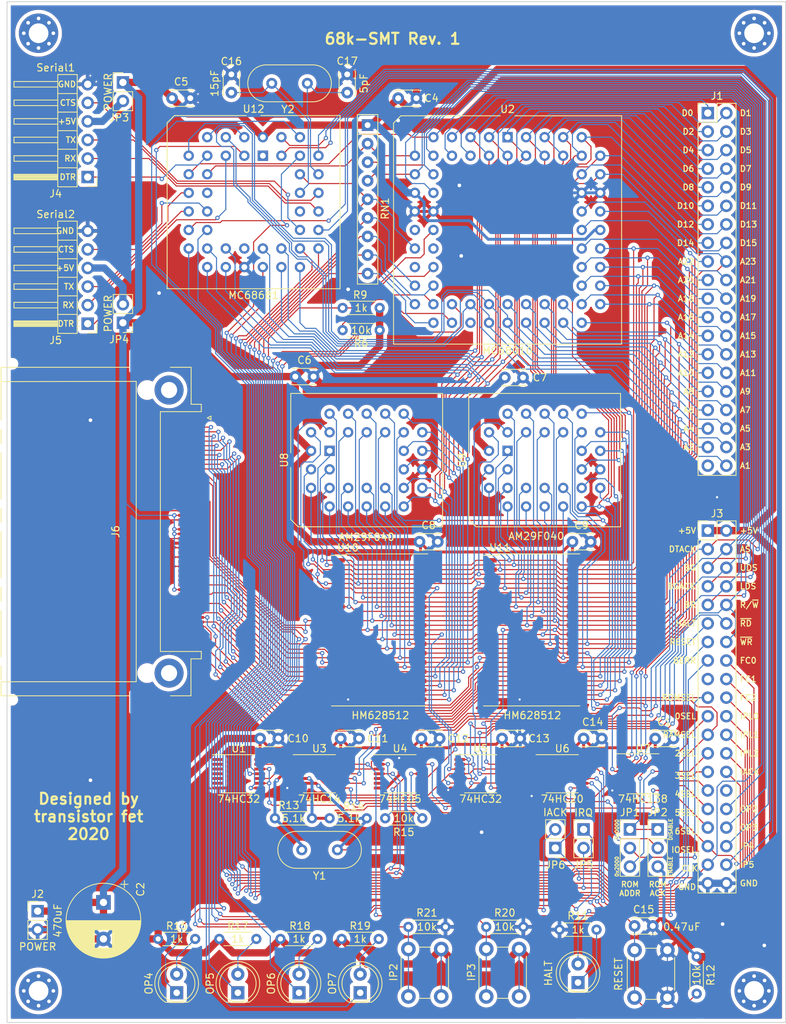
<source format=kicad_pcb>
(kicad_pcb (version 20211014) (generator pcbnew)
  (title_block (title "68k-SMT") (rev "1"))
  (layers (0 "F.Cu" signal) (31 "B.Cu" signal) (34 "B.Paste" user) (35 "F.Paste" user) (36 "B.SilkS" user "B.Silkscreen") (37 "F.SilkS" user "F.Silkscreen") (38 "B.Mask" user) (39 "F.Mask" user) (44 "Edge.Cuts" user))
  (net 0 "")
  (net 1 "GND")
  (net 2 "+5V")
  (net 3 "HALT")
  (net 4 "Net-(D1-Pad1)")
  (net 5 "Net-(D2-Pad2)")
  (net 6 "Net-(D2-Pad1)")
  (net 7 "Net-(D3-Pad2)")
  (net 8 "Net-(D3-Pad1)")
  (net 9 "Net-(D4-Pad2)")
  (net 10 "Net-(D4-Pad1)")
  (net 11 "Net-(D5-Pad2)")
  (net 12 "Net-(D5-Pad1)")
  (net 13 "A23")
  (net 14 "A22")
  (net 15 "A21")
  (net 16 "A20")
  (net 17 "A19")
  (net 18 "A18")
  (net 19 "A17")
  (net 20 "A16")
  (net 21 "A15")
  (net 22 "A14")
  (net 23 "A13")
  (net 24 "A12")
  (net 25 "A11")
  (net 26 "A10")
  (net 27 "A9")
  (net 28 "A8")
  (net 29 "A7")
  (net 30 "A6")
  (net 31 "A5")
  (net 32 "A4")
  (net 33 "A3")
  (net 34 "A2")
  (net 35 "A1")
  (net 36 "D15")
  (net 37 "D14")
  (net 38 "D13")
  (net 39 "D12")
  (net 40 "D11")
  (net 41 "D10")
  (net 42 "D9")
  (net 43 "D8")
  (net 44 "D7")
  (net 45 "D6")
  (net 46 "D5")
  (net 47 "D4")
  (net 48 "D3")
  (net 49 "D2")
  (net 50 "D1")
  (net 51 "D0")
  (net 52 "IOSEL")
  (net 53 "CLK")
  (net 54 "6SEL")
  (net 55 "FC2")
  (net 56 "5SEL")
  (net 57 "FC1")
  (net 58 "4SEL")
  (net 59 "FC0")
  (net 60 "3SEL")
  (net 61 "2SEL")
  (net 62 "RAMSEL")
  (net 63 "OP3")
  (net 64 "ROMSEL")
  (net 65 "OP2")
  (net 66 "IPL2")
  (net 67 "IPL1")
  (net 68 "BR")
  (net 69 "IPL0")
  (net 70 "BG")
  (net 71 "RESET")
  (net 72 "BGACK")
  (net 73 "R~{W}")
  (net 74 "LDS")
  (net 75 "RD")
  (net 76 "UDS")
  (net 77 "BERR")
  (net 78 "AS")
  (net 79 "DTACK")
  (net 80 "Net-(J4-Pad5)")
  (net 81 "Net-(J4-Pad4)")
  (net 82 "Net-(J4-Pad3)")
  (net 83 "Net-(J4-Pad2)")
  (net 84 "Net-(J4-Pad1)")
  (net 85 "Net-(J5-Pad5)")
  (net 86 "Net-(J5-Pad4)")
  (net 87 "Net-(J5-Pad3)")
  (net 88 "Net-(J5-Pad2)")
  (net 89 "Net-(J5-Pad1)")
  (net 90 "0SEL")
  (net 91 "Net-(J1-Pad39)")
  (net 92 "SIRQ")
  (net 93 "IACK")
  (net 94 "Net-(JP2-Pad2)")
  (net 95 "Net-(R13-Pad2)")
  (net 96 "Net-(R13-Pad1)")
  (net 97 "Net-(U3-Pad10)")
  (net 98 "Net-(U3-Pad8)")
  (net 99 "RD-U")
  (net 100 "WR-U")
  (net 101 "RD-L")
  (net 102 "WR-L")
  (net 103 "Net-(C17-Pad2)")
  (net 104 "Net-(J3-Pad30)")
  (net 105 "Net-(J3-Pad17)")
  (net 106 "SIACK")
  (net 107 "Net-(R6-Pad2)")
  (net 108 "Net-(R15-Pad2)")
  (net 109 "Net-(R20-Pad1)")
  (net 110 "Net-(R21-Pad1)")
  (net 111 "Net-(U3-Pad12)")
  (net 112 "Net-(C15-Pad1)")
  (net 113 "Net-(C16-Pad2)")
  (net 114 "Net-(U4-Pad13)")
  (net 115 "IP5")
  (net 116 "IP4")
  (net 117 "Net-(U2-Pad31)")
  (net 118 "Net-(U2-Pad22)")
  (net 119 "Net-(U2-Pad18)")
  (net 120 "Net-(U2-Pad21)")
  (net 121 "Net-(J6-Pad25)")
  (net 122 "Net-(J6-Pad24)")
  (net 123 "Net-(J6-Pad46)")
  (net 124 "Net-(J6-Pad45)")
  (net 125 "Net-(J6-Pad43)")
  (net 126 "Net-(J6-Pad42)")
  (net 127 "Net-(J6-Pad41)")
  (net 128 "Net-(J6-Pad40)")
  (net 129 "Net-(J6-Pad37)")
  (net 130 "Net-(J6-Pad33)")
  (net 131 "Net-(J6-Pad26)")
  (net 132 "IOWR")
  (net 133 "IORD")
  (footprint "Resistor_THT:R_Axial_DIN0204_L3.6mm_D1.6mm_P5.08mm_Horizontal" (layer "F.Cu") (at 155.194 67.564 180)
    (fp_text reference "R6")
    (fp_text value "10k")
  )
  (footprint "Resistor_THT:R_Axial_DIN0204_L3.6mm_D1.6mm_P5.08mm_Horizontal" (layer "F.Cu") (at 155.194 64.516 180)
    (fp_text reference "R9")
    (fp_text value "1k")
  )
  (footprint "Crystal:Crystal_HC49-4H_Vertical" (layer "F.Cu") (at 145.288 33.782 180)
    (fp_text reference "Y2")
    (fp_text value "Crystal")
  )
  (footprint "Connector_PinHeader_2.54mm:PinHeader_1x06_P2.54mm_Horizontal" (layer "F.Cu") (at 115.189 66.675 180)
    (fp_text reference "J5")
    (fp_text value "Serial2")
  )
  (footprint "Connector_PinHeader_2.54mm:PinHeader_1x06_P2.54mm_Horizontal" (layer "F.Cu") (at 115.189 46.609 180)
    (fp_text reference "J4")
    (fp_text value "Serial1")
  )
  (footprint "Capacitor_THT:C_Disc_D3.0mm_W2.0mm_P2.50mm" (layer "F.Cu") (at 143.637 73.914)
    (fp_text reference "C6")
    (fp_text value "0.1uF")
  )
  (footprint "Connector_PinHeader_2.54mm:PinHeader_2x20_P2.54mm_Vertical" (layer "F.Cu") (at 200.152 94.996)
    (fp_text reference "J3")
    (fp_text value "SIGBUS")
  )
  (footprint "Connector_PinHeader_2.54mm:PinHeader_2x20_P2.54mm_Vertical" (layer "F.Cu") (at 200.152 37.846)
    (fp_text reference "J1")
    (fp_text value "ADBUS")
  )
  (footprint "Capacitor_THT:C_Disc_D3.0mm_W2.0mm_P2.50mm" (layer "F.Cu") (at 149.86 123.444)
    (fp_text reference "C11")
    (fp_text value "0.1uF")
  )
  (footprint "Connector_PinHeader_2.54mm:PinHeader_1x02_P2.54mm_Vertical" (layer "F.Cu") (at 120.015 33.655)
    (fp_text reference "JP3")
    (fp_text value "POWER")
  )
  (footprint "Capacitor_THT:C_Disc_D3.0mm_W2.0mm_P2.50mm" (layer "F.Cu") (at 160.909 123.444)
    (fp_text reference "C12")
    (fp_text value "0.1uF")
  )
  (footprint "Capacitor_THT:C_Disc_D3.0mm_W2.0mm_P2.50mm" (layer "F.Cu") (at 160.655 96.52)
    (fp_text reference "C8")
    (fp_text value "0.1uF")
  )
  (footprint "Capacitor_THT:C_Disc_D3.0mm_W2.0mm_P2.50mm" (layer "F.Cu") (at 183.134 123.444)
    (fp_text reference "C14")
    (fp_text value "0.1uF")
  )
  (footprint "Crystal:Crystal_HC49-4H_Vertical" (layer "F.Cu") (at 144.526 138.684)
    (fp_text reference "Y1")
    (fp_text value "Crystal")
  )
  (footprint "Connector_PinHeader_2.54mm:PinHeader_1x03_P2.54mm_Vertical" (layer "F.Cu") (at 193.294 135.89)
    (fp_text reference "JP2")
    (fp_text value "ROMACK")
  )
  (footprint "Resistor_THT:R_Axial_DIN0204_L3.6mm_D1.6mm_P5.08mm_Horizontal" (layer "F.Cu") (at 155.956 134.366)
    (fp_text reference "R15")
    (fp_text value "10k")
  )
  (footprint "Capacitor_THT:C_Disc_D3.0mm_W2.0mm_P2.50mm" (layer "F.Cu") (at 181.61 96.52)
    (fp_text reference "C9")
    (fp_text value "0.1uF")
  )
  (footprint "Capacitor_THT:C_Disc_D3.0mm_W2.0mm_P2.50mm" (layer "F.Cu") (at 157.734 35.814)
    (fp_text reference "C4")
    (fp_text value "0.1uF")
  )
  (footprint "Capacitor_THT:C_Disc_D3.0mm_W2.0mm_P2.50mm" (layer "F.Cu") (at 171.958 123.444)
    (fp_text reference "C13")
    (fp_text value "0.1uF")
  )
  (footprint "MountingHole:MountingHole_2.7mm_Pad_Via" (layer "F.Cu") (at 206.502 157.988)
    (fp_text reference "H4")
    (fp_text value ".")
  )
  (footprint "MountingHole:MountingHole_2.7mm_Pad_Via" (layer "F.Cu") (at 108.458 26.924)
    (fp_text reference "H1")
    (fp_text value ".")
  )
  (footprint "MountingHole:MountingHole_2.7mm_Pad_Via" (layer "F.Cu") (at 206.502 26.924)
    (fp_text reference "H2")
    (fp_text value ".")
  )
  (footprint "MountingHole:MountingHole_2.7mm_Pad_Via" (layer "F.Cu") (at 108.458 157.988)
    (fp_text reference "H3")
    (fp_text value ".")
  )
  (footprint "Capacitor_THT:CP_Radial_D10.0mm_P5.00mm" (layer "F.Cu") (at 117.348 145.876 -90)
    (fp_text reference "C2")
    (fp_text value "470uF")
  )
  (footprint "Connector_PinHeader_2.54mm:PinHeader_1x03_P2.54mm_Vertical" (layer "F.Cu") (at 189.484 135.89)
    (fp_text reference "JP1")
    (fp_text value "ROMJMP")
  )
  (footprint "Package_LCC:PLCC-68_THT-Socket" (layer "F.Cu") (at 172.72 41.148)
    (fp_text reference "U2")
    (fp_text value "MC68010")
  )
  (footprint "Package_SO:TSSOP-14_4.4x5mm_P0.65mm" (layer "F.Cu") (at 146.939 128.27)
    (fp_text reference "U3")
    (fp_text value "74HC14")
  )
  (footprint "Package_SO:TSSOP-14_4.4x5mm_P0.65mm" (layer "F.Cu") (at 180.213 128.27)
    (fp_text reference "U6")
    (fp_text value "74HC20")
  )
  (footprint "Package_SO:TSSOP-14_4.4x5mm_P0.65mm" (layer "F.Cu") (at 157.988 128.27)
    (fp_text reference "U4")
    (fp_text value "74HC05")
  )
  (footprint "Package_SO:TSSOP-16_4.4x5mm_P0.65mm" (layer "F.Cu") (at 191.262 128.27)
    (fp_text reference "U7")
    (fp_text value "74HC138")
  )
  (footprint "Package_SO:TSOP-II-32_21.0x10.2mm_P1.27mm" (layer "F.Cu") (at 155.194 108.585)
    (fp_text reference "U10")
    (fp_text value "HM628512")
  )
  (footprint "Package_LCC:PLCC-32_THT-Socket" (layer "F.Cu") (at 148.336 84.074 90)
    (fp_text reference "U8")
    (fp_text value "AM29F040")
  )
  (footprint "Package_LCC:PLCC-32_THT-Socket" (layer "F.Cu") (at 172.72 84.074 90)
    (fp_text reference "U9")
    (fp_text value "AM29F040")
  )
  (footprint "Package_SO:TSOP-II-32_21.0x10.2mm_P1.27mm" (layer "F.Cu") (at 176.022 108.585)
    (fp_text reference "U11")
    (fp_text value "HM628512")
  )
  (footprint "Resistor_THT:R_Array_SIP9" (layer "F.Cu") (at 153.543 39.497 -90)
    (fp_text reference "RN1")
    (fp_text value "10k")
  )
  (footprint "Package_LCC:PLCC-44_THT-Socket" (layer "F.Cu") (at 139.192 43.688)
    (fp_text reference "U12")
    (fp_text value "MC68681")
  )
  (footprint "Capacitor_THT:C_Disc_D3.0mm_W2.0mm_P2.50mm" (layer "F.Cu") (at 126.746 35.814)
    (fp_text reference "C5")
    (fp_text value "0.1uF")
  )
  (footprint "Capacitor_THT:C_Disc_D3.0mm_W2.0mm_P2.50mm" (layer "F.Cu") (at 172.339 74.041)
    (fp_text reference "C7")
    (fp_text value "0.1uF")
  )
  (footprint "Package_SO:TSSOP-14_4.4x5mm_P0.65mm" (layer "F.Cu") (at 135.89 128.27)
    (fp_text reference "U1")
    (fp_text value "74HC32")
  )
  (footprint "Package_SO:TSSOP-14_4.4x5mm_P0.65mm" (layer "F.Cu") (at 169.037 128.27)
    (fp_text reference "U5")
    (fp_text value "74HC32")
  )
  (footprint "Connector_PinHeader_2.54mm:PinHeader_1x02_P2.54mm_Vertical" (layer "F.Cu") (at 120.015 66.548 180)
    (fp_text reference "JP4")
    (fp_text value "POWER")
  )
  (footprint "Capacitor_THT:C_Disc_D3.0mm_W2.0mm_P2.50mm" (layer "F.Cu") (at 192.953 123.444)
    (fp_text reference "C1")
    (fp_text value "0.1uF")
  )
  (footprint "Capacitor_THT:C_Disc_D3.0mm_W2.0mm_P2.50mm" (layer "F.Cu") (at 138.811 123.444)
    (fp_text reference "C10")
    (fp_text value "0.1uF")
  )
  (footprint "Resistor_THT:R_Axial_DIN0204_L3.6mm_D1.6mm_P5.08mm_Horizontal" (layer "F.Cu") (at 145.923 134.366 180)
    (fp_text reference "R13")
    (fp_text value "5.1k")
  )
  (footprint "Resistor_THT:R_Axial_DIN0204_L3.6mm_D1.6mm_P5.08mm_Horizontal" (layer "F.Cu") (at 153.416 134.366 180)
    (fp_text reference "R14")
    (fp_text value "5.1k")
  )
  (footprint "Connector_PinHeader_2.54mm:PinHeader_1x02_P2.54mm_Vertical" (layer "F.Cu") (at 179.264 138.43 180)
    (fp_text reference "JP6")
    (fp_text value "IACK")
  )
  (footprint "Connector_PinHeader_2.54mm:PinHeader_1x02_P2.54mm_Vertical" (layer "F.Cu") (at 183.134 135.89)
    (fp_text reference "JP5")
    (fp_text value "IRQ")
  )
  (footprint "Capacitor_THT:C_Disc_D3.0mm_W2.0mm_P2.50mm" (layer "F.Cu") (at 150.749 32.552 -90)
    (fp_text reference "C17")
    (fp_text value "5pF")
  )
  (footprint "Capacitor_THT:C_Disc_D3.0mm_W2.0mm_P2.50mm" (layer "F.Cu") (at 134.874 32.552 -90)
    (fp_text reference "C16")
    (fp_text value "15pF")
  )
  (footprint "Resistor_THT:R_Axial_DIN0204_L3.6mm_D1.6mm_P5.08mm_Horizontal" (layer "F.Cu") (at 159.131 149.225)
    (fp_text reference "R21")
    (fp_text value "10k")
  )
  (footprint "Resistor_THT:R_Axial_DIN0204_L3.6mm_D1.6mm_P5.08mm_Horizontal" (layer "F.Cu") (at 169.799 149.225)
    (fp_text reference "R20")
    (fp_text value "10k")
  )
  (footprint "Resistor_THT:R_Axial_DIN0204_L3.6mm_D1.6mm_P5.08mm_Horizontal" (layer "F.Cu") (at 146.685 150.876 180)
    (fp_text reference "R18")
    (fp_text value "1k")
  )
  (footprint "LED_THT:LED_D5.0mm" (layer "F.Cu") (at 144.145 158.242 90)
    (fp_text reference "D4")
    (fp_text value "OP6")
  )
  (footprint "Resistor_THT:R_Axial_DIN0204_L3.6mm_D1.6mm_P5.08mm_Horizontal" (layer "F.Cu") (at 129.921 150.876 180)
    (fp_text reference "R16")
    (fp_text value "1k")
  )
  (footprint "Resistor_THT:R_Axial_DIN0204_L3.6mm_D1.6mm_P5.08mm_Horizontal" (layer "F.Cu") (at 184.912 149.606 180)
    (fp_text reference "R11")
    (fp_text value "1k")
  )
  (footprint "Resistor_THT:R_Axial_DIN0204_L3.6mm_D1.6mm_P5.08mm_Horizontal" (layer "F.Cu") (at 155.067 150.876 180)
    (fp_text reference "R19")
    (fp_text value "1k")
  )
  (footprint "Button_Switch_THT:SW_PUSH_6mm" (layer "F.Cu") (at 194.619 152.4 -90)
    (fp_text reference "SW1")
    (fp_text value "RESET")
  )
  (footprint "Resistor_THT:R_Axial_DIN0204_L3.6mm_D1.6mm_P5.08mm_Horizontal" (layer "F.Cu") (at 138.303 150.876 180)
    (fp_text reference "R17")
    (fp_text value "1k")
  )
  (footprint "Button_Switch_THT:SW_PUSH_6mm" (layer "F.Cu") (at 159.131 158.75 90)
    (fp_text reference "SW2")
    (fp_text value "IP2")
  )
  (footprint "Button_Switch_THT:SW_PUSH_6mm" (layer "F.Cu") (at 169.799 158.75 90)
    (fp_text reference "SW3")
    (fp_text value "IP3")
  )
  (footprint "LED_THT:LED_D5.0mm" (layer "F.Cu") (at 182.372 156.845 90)
    (fp_text reference "D1")
    (fp_text value "HALT")
  )
  (footprint "LED_THT:LED_D5.0mm" (layer "F.Cu") (at 135.763 158.242 90)
    (fp_text reference "D3")
    (fp_text value "OP5")
  )
  (footprint "LED_THT:LED_D5.0mm" (layer "F.Cu") (at 152.527 158.242 90)
    (fp_text reference "D5")
    (fp_text value "OP7")
  )
  (footprint "LED_THT:LED_D5.0mm" (layer "F.Cu") (at 127.381 158.242 90)
    (fp_text reference "D2")
    (fp_text value "OP4")
  )
  (footprint "Capacitor_THT:C_Disc_D3.0mm_W2.0mm_P2.50mm" (layer "F.Cu") (at 190.119 149.098)
    (fp_text reference "C15")
    (fp_text value "0.47uF")
  )
  (footprint "Computie_Connectors:CF-Card_3M_N7E50-Q516RB-40" (layer "F.Cu") (at 126.238 95.123 180)
    (fp_text reference "J6")
    (fp_text value "CompactFlash")
  )
  (footprint "Resistor_THT:R_Axial_DIN0204_L3.6mm_D1.6mm_P5.08mm_Horizontal" (layer "F.Cu") (at 198.628 153.289 -90)
    (fp_text reference "R12")
    (fp_text value "10k")
  )
  (footprint "Connector_PinHeader_2.54mm:PinHeader_1x02_P2.54mm_Vertical" (layer "F.Cu") (at 108.331 147.066)
    (fp_text reference "J2")
    (fp_text value "POWER")
  )
  (gr_line (start 104.14 22.606) (end 210.82 22.606) (layer "Edge.Cuts") (width 0.12))
  (gr_line (start 104.14 162.306) (end 104.14 22.606) (layer "Edge.Cuts") (width 0.12))
  (gr_line (start 210.82 22.606) (end 210.82 162.306) (layer "Edge.Cuts") (width 0.12))
  (gr_line (start 210.82 162.306) (end 104.14 162.306) (layer "Edge.Cuts") (width 0.12))
  (gr_text "2SEL\n" (at 198.628 125.476) (layer "F.SilkS") (effects (font (size 0.8 0.8)) (justify right)))
  (gr_text "RAMSEL\n" (at 198.628 122.936) (layer "F.SilkS") (effects (font (size 0.8 0.8)) (justify right)))
  (gr_text "0SEL\n" (at 198.628 120.396) (layer "F.SilkS") (effects (font (size 0.8 0.8)) (justify right)))
  (gr_text "ROMSEL\n" (at 198.628 117.856) (layer "F.SilkS") (effects (font (size 0.8 0.8)) (justify right)))
  (gr_text "BERR" (at 198.628 112.776) (layer "F.SilkS") (effects (font (size 0.8 0.8)) (justify right)))
  (gr_text "RESET" (at 198.628 110.236) (layer "F.SilkS") (effects (font (size 0.8 0.8)) (justify right)))
  (gr_text "HALT" (at 198.628 107.696) (layer "F.SilkS") (effects (font (size 0.8 0.8)) (justify right)))
  (gr_text "BR" (at 198.628 105.156) (layer "F.SilkS") (effects (font (size 0.8 0.8)) (justify right)))
  (gr_text "BGACK" (at 198.628 102.616) (layer "F.SilkS") (effects (font (size 0.8 0.8)) (justify right)))
  (gr_text "BG" (at 198.628 100.076) (layer "F.SilkS") (effects (font (size 0.8 0.8)) (justify right)))
  (gr_text "DTACK" (at 198.628 97.536) (layer "F.SilkS") (effects (font (size 0.8 0.8)) (justify right)))
  (gr_text "+5V" (at 198.628 94.996) (layer "F.SilkS") (effects (font (size 0.8 0.8)) (justify right)))
  (gr_text "+5V" (at 204.47 94.996) (layer "F.SilkS") (effects (font (size 0.8 0.8)) (justify left)))
  (gr_text "AS" (at 204.47 97.536) (layer "F.SilkS") (effects (font (size 0.8 0.8)) (justify left)))
  (gr_text "UDS" (at 204.47 100.076) (layer "F.SilkS") (effects (font (size 0.8 0.8)) (justify left)))
  (gr_text "LDS" (at 204.47 102.616) (layer "F.SilkS") (effects (font (size 0.8 0.8)) (justify left)))
  (gr_text "R/~{W}" (at 204.47 105.156) (layer "F.SilkS") (effects (font (size 0.8 0.8)) (justify left)))
  (gr_text "~{RD}" (at 204.47 107.696) (layer "F.SilkS") (effects (font (size 0.8 0.8)) (justify left)))
  (gr_text "~{WR}" (at 204.47 110.236) (layer "F.SilkS") (effects (font (size 0.8 0.8)) (justify left)))
  (gr_text "FC0" (at 204.47 112.776) (layer "F.SilkS") (effects (font (size 0.8 0.8)) (justify left)))
  (gr_text "FC1" (at 204.47 115.316) (layer "F.SilkS") (effects (font (size 0.8 0.8)) (justify left)))
  (gr_text "FC2" (at 204.47 117.856) (layer "F.SilkS") (effects (font (size 0.8 0.8)) (justify left)))
  (gr_text "IPL0\n" (at 204.47 120.396) (layer "F.SilkS") (effects (font (size 0.8 0.8)) (justify left)))
  (gr_text "IPL1" (at 204.47 122.936) (layer "F.SilkS") (effects (font (size 0.8 0.8)) (justify left)))
  (gr_text "IPL2" (at 204.47 125.476) (layer "F.SilkS") (effects (font (size 0.8 0.8)) (justify left)))
  (gr_text "IACK" (at 204.47 128.016) (layer "F.SilkS") (effects (font (size 0.8 0.8)) (justify left)))
  (gr_text "OP2" (at 204.47 133.096) (layer "F.SilkS") (effects (font (size 0.8 0.8)) (justify left)))
  (gr_text "OP3" (at 204.47 135.636) (layer "F.SilkS") (effects (font (size 0.8 0.8)) (justify left)))
  (gr_text "IP4" (at 204.47 138.176) (layer "F.SilkS") (effects (font (size 0.8 0.8)) (justify left)))
  (gr_text "IP5" (at 204.47 140.716) (layer "F.SilkS") (effects (font (size 0.8 0.8)) (justify left)))
  (gr_text "GND" (at 204.47 143.256) (layer "F.SilkS") (effects (font (size 0.8 0.8)) (justify left)))
  (gr_text "A2" (at 198.374 83.566) (layer "F.SilkS") (effects (font (size 0.8 0.8)) (justify right)))
  (gr_text "A1" (at 204.47 86.106) (layer "F.SilkS") (effects (font (size 0.8 0.8)) (justify left)))
  (gr_text "A3" (at 204.47 83.566) (layer "F.SilkS") (effects (font (size 0.8 0.8)) (justify left)))
  (gr_text "A5" (at 204.47 81.026) (layer "F.SilkS") (effects (font (size 0.8 0.8)) (justify left)))
  (gr_text "A7" (at 204.47 78.486) (layer "F.SilkS") (effects (font (size 0.8 0.8)) (justify left)))
  (gr_text "A9" (at 204.47 75.946) (layer "F.SilkS") (effects (font (size 0.8 0.8)) (justify left)))
  (gr_text "A11" (at 204.47 73.406) (layer "F.SilkS") (effects (font (size 0.8 0.8)) (justify left)))
  (gr_text "A13" (at 204.47 70.866) (layer "F.SilkS") (effects (font (size 0.8 0.8)) (justify left)))
  (gr_text "A15" (at 204.47 68.326) (layer "F.SilkS") (effects (font (size 0.8 0.8)) (justify left)))
  (gr_text "A17" (at 204.47 65.786) (layer "F.SilkS") (effects (font (size 0.8 0.8)) (justify left)))
  (gr_text "A19" (at 204.47 63.246) (layer "F.SilkS") (effects (font (size 0.8 0.8)) (justify left)))
  (gr_text "A21" (at 204.47 60.706) (layer "F.SilkS") (effects (font (size 0.8 0.8)) (justify left)))
  (gr_text "A23" (at 204.47 58.166) (layer "F.SilkS") (effects (font (size 0.8 0.8)) (justify left)))
  (gr_text "D15" (at 204.47 55.626) (layer "F.SilkS") (effects (font (size 0.8 0.8)) (justify left)))
  (gr_text "D13" (at 204.47 53.086) (layer "F.SilkS") (effects (font (size 0.8 0.8)) (justify left)))
  (gr_text "D11" (at 204.47 50.546) (layer "F.SilkS") (effects (font (size 0.8 0.8)) (justify left)))
  (gr_text "D9" (at 204.47 48.006) (layer "F.SilkS") (effects (font (size 0.8 0.8)) (justify left)))
  (gr_text "D7" (at 204.47 45.466) (layer "F.SilkS") (effects (font (size 0.8 0.8)) (justify left)))
  (gr_text "D5" (at 204.47 42.926) (layer "F.SilkS") (effects (font (size 0.8 0.8)) (justify left)))
  (gr_text "D3" (at 204.47 40.386) (layer "F.SilkS") (effects (font (size 0.8 0.8)) (justify left)))
  (gr_text "D1\n" (at 204.47 37.846) (layer "F.SilkS") (effects (font (size 0.8 0.8)) (justify left)))
  (gr_text "A4" (at 198.374 81.026) (layer "F.SilkS") (effects (font (size 0.8 0.8)) (justify right)))
  (gr_text "A6" (at 198.374 78.486) (layer "F.SilkS") (effects (font (size 0.8 0.8)) (justify right)))
  (gr_text "A8" (at 198.374 75.946) (layer "F.SilkS") (effects (font (size 0.8 0.8)) (justify right)))
  (gr_text "A10" (at 198.374 73.406) (layer "F.SilkS") (effects (font (size 0.8 0.8)) (justify right)))
  (gr_text "A12" (at 198.374 70.866) (layer "F.SilkS") (effects (font (size 0.8 0.8)) (justify right)))
  (gr_text "A14" (at 198.374 68.326) (layer "F.SilkS") (effects (font (size 0.8 0.8)) (justify right)))
  (gr_text "A16" (at 198.374 65.786) (layer "F.SilkS") (effects (font (size 0.8 0.8)) (justify right)))
  (gr_text "A18" (at 198.374 63.246) (layer "F.SilkS") (effects (font (size 0.8 0.8)) (justify right)))
  (gr_text "A20" (at 198.374 60.706) (layer "F.SilkS") (effects (font (size 0.8 0.8)) (justify right)))
  (gr_text "A22" (at 198.374 58.166) (layer "F.SilkS") (effects (font (size 0.8 0.8)) (justify right)))
  (gr_text "D14" (at 198.374 55.626) (layer "F.SilkS") (effects (font (size 0.8 0.8)) (justify right)))
  (gr_text "D12" (at 198.374 53.086) (layer "F.SilkS") (effects (font (size 0.8 0.8)) (justify right)))
  (gr_text "D10" (at 198.374 50.546) (layer "F.SilkS") (effects (font (size 0.8 0.8)) (justify right)))
  (gr_text "D8" (at 198.374 48.006) (layer "F.SilkS") (effects (font (size 0.8 0.8)) (justify right)))
  (gr_text "D6" (at 198.374 45.466) (layer "F.SilkS") (effects (font (size 0.8 0.8)) (justify right)))
  (gr_text "D4" (at 198.374 42.926) (layer "F.SilkS") (effects (font (size 0.8 0.8)) (justify right)))
  (gr_text "D2" (at 198.374 40.386) (layer "F.SilkS") (effects (font (size 0.8 0.8)) (justify right)))
  (gr_text "+5V" (at 113.411 59.055) (layer "F.SilkS") (effects (font (size 0.8 0.8)) (justify right)))
  (gr_text "CTS" (at 113.411 56.515) (layer "F.SilkS") (effects (font (size 0.8 0.8)) (justify right)))
  (gr_text "GND" (at 113.411 53.975) (layer "F.SilkS") (effects (font (size 0.8 0.8)) (justify right)))
  (gr_text "TX" (at 113.411 61.595) (layer "F.SilkS") (effects (font (size 0.8 0.8)) (justify right)))
  (gr_text "RX" (at 113.411 64.135) (layer "F.SilkS") (effects (font (size 0.8 0.8)) (justify right)))
  (gr_text "DTR" (at 113.411 66.675) (layer "F.SilkS") (effects (font (size 0.8 0.8)) (justify right)))
  (gr_text "GND" (at 113.665 33.909) (layer "F.SilkS") (effects (font (size 0.8 0.8)) (justify right)))
  (gr_text "RX" (at 113.665 44.069) (layer "F.SilkS") (effects (font (size 0.8 0.8)) (justify right)))
  (gr_text "DTR" (at 113.665 46.609) (layer "F.SilkS") (effects (font (size 0.8 0.8)) (justify right)))
  (gr_text "CTS" (at 113.665 36.449) (layer "F.SilkS") (effects (font (size 0.8 0.8)) (justify right)))
  (gr_text "TX" (at 113.665 41.529) (layer "F.SilkS") (effects (font (size 0.8 0.8)) (justify right)))
  (gr_text "+5V" (at 113.665 38.989) (layer "F.SilkS") (effects (font (size 0.8 0.8)) (justify right)))
  (gr_text "ROM\nADDR" (at 189.484 144.018) (layer "F.SilkS") (effects (font (size 0.75 0.75))))
  (gr_text "ROM\nACK" (at 193.294 144.018) (layer "F.SilkS") (effects (font (size 0.75 0.75))))
  (gr_text "0x0000" (at 187.706 135.89 90) (layer "F.SilkS") (effects (font (size 0.5 0.5) (thickness 0.125))))
  (gr_text "0x2000" (at 187.706 140.97 90) (layer "F.SilkS") (effects (font (size 0.5 0.5) (thickness 0.125))))
  (gr_text "ENABLE" (at 195.072 140.97 90) (layer "F.SilkS") (effects (font (size 0.5 0.5) (thickness 0.125))))
  (gr_text "DISABLE" (at 195.072 135.89 90) (layer "F.SilkS") (effects (font (size 0.5 0.5) (thickness 0.125))))
  (gr_text "5SEL\n" (at 198.628 133.604) (layer "F.SilkS") (effects (font (size 0.8 0.8)) (justify right)))
  (gr_text "GND" (at 198.628 143.764) (layer "F.SilkS") (effects (font (size 0.8 0.8)) (justify right)))
  (gr_text "IOSEL" (at 198.628 138.684) (layer "F.SilkS") (effects (font (size 0.8 0.8)) (justify right)))
  (gr_text "6SEL" (at 198.628 136.144) (layer "F.SilkS") (effects (font (size 0.8 0.8)) (justify right)))
  (gr_text "4SEL\n" (at 198.628 131.064) (layer "F.SilkS") (effects (font (size 0.8 0.8)) (justify right)))
  (gr_text "3SEL\n" (at 198.628 128.524) (layer "F.SilkS") (effects (font (size 0.8 0.8)) (justify right)))
  (gr_text "CLK\n" (at 198.882 141.224) (layer "F.SilkS") (effects (font (size 0.8 0.8)) (justify right)))
  (gr_text "68k-SMT Rev. 1\n" (at 156.972 27.686) (layer "F.SilkS") (effects (font (size 1.5 1.5) (thickness 0.3))))
  (gr_text "Designed by\ntransistor fet\n2020" (at 115.316 134.112) (layer "F.SilkS") (effects (font (size 1.5 1.5) (thickness 0.3))))
  (gr_text "D0" (at 198.247 37.846) (layer "F.SilkS") (effects (font (size 0.8 0.8)) (justify right)))
  (segment (start 174.371 118.11) (end 174.371 118.11) (width 0.4) (layer "F.Cu") (net 1))
  (segment (start 164.592 130.4925) (end 164.592 130.4925) (width 0.4) (layer "F.Cu") (net 1))
  (segment (start 157.861 126.111) (end 157.861 126.111) (width 0.4) (layer "F.Cu") (net 1))
  (segment (start 142.539 130.22) (end 142.539 130.22) (width 0.4) (layer "F.Cu") (net 1))
  (segment (start 150.876 118.11) (end 150.876 118.11) (width 0.4) (layer "F.Cu") (net 1))
  (segment (start 125.984 99.568) (end 126.299 99.883) (width 0.15) (layer "F.Cu") (net 1))
  (segment (start 125.984 98.933) (end 125.984 99.568) (width 0.15) (layer "F.Cu") (net 1))
  (segment (start 129.361 98.613) (end 126.304 98.613) (width 0.15) (layer "F.Cu") (net 1))
  (segment (start 126.299 99.883) (end 129.361 99.883) (width 0.15) (layer "F.Cu") (net 1))
  (segment (start 126.304 98.613) (end 125.984 98.933) (width 0.15) (layer "F.Cu") (net 1))
  (segment (start 126.299 96.073) (end 129.361 96.073) (width 0.15) (layer "F.Cu") (net 1))
  (segment (start 126.1872 96.7232) (end 129.3508 96.7232) (width 0.15) (layer "F.Cu") (net 1))
  (segment (start 186.69 93.218) (end 186.69 93.94) (width 0.4) (layer "F.Cu") (net 1))
  (segment (start 188.3995 130.545) (end 187.082 130.545) (width 0.4) (layer "F.Cu") (net 1))
  (segment (start 126.304 93.533) (end 125.984 93.853) (width 0.15) (layer "F.Cu") (net 1))
  (segment (start 162.687 77.216) (end 161.29 75.819) (width 1) (layer "F.Cu") (net 1))
  (segment (start 129.361 90.993) (end 127.456 90.993) (width 0.15) (layer "F.Cu") (net 1))
  (segment (start 141.311 123.444) (end 142.461001 122.293999) (width 0.4) (layer "F.Cu") (net 1))
  (segment (start 129.361 88.453) (end 127.456 88.453) (width 0.15) (layer "F.Cu") (net 1))
  (segment (start 126.299 90.993) (end 127.456 90.993) (width 0.15) (layer "F.Cu") (net 1))
  (segment (start 126.299 92.263) (end 127.95 92.263) (width 0.15) (layer "F.Cu") (net 1))
  (segment (start 187.082 130.545) (end 187.071 130.556) (width 0.4) (layer "F.Cu") (net 1))
  (segment (start 117.348 150.876) (end 115.316 150.876) (width 1) (layer "F.Cu") (net 1))
  (segment (start 160.02 51.308) (end 162.56 51.308) (width 0.4) (layer "F.Cu") (net 1))
  (segment (start 126.177 96.073) (end 125.984 96.266) (width 0.15) (layer "F.Cu") (net 1))
  (segment (start 157.861 128.4605) (end 157.861 126.111) (width 0.4) (layer "F.Cu") (net 1))
  (segment (start 125.984 90.043) (end 125.984 90.678) (width 0.15) (layer "F.Cu") (net 1))
  (segment (start 148.042 75.819) (end 146.137 73.914) (width 1) (layer "F.Cu") (net 1))
  (segment (start 161.036 86.614) (end 162.687 84.963) (width 1) (layer "F.Cu") (net 1))
  (segment (start 126.172 97.343) (end 125.984 97.155) (width 0.15) (layer "F.Cu") (net 1))
  (segment (start 126.304 88.453) (end 125.984 88.773) (width 0.15) (layer "F.Cu") (net 1))
  (segment (start 125.984 93.218) (end 126.299 93.533) (width 0.15) (layer "F.Cu") (net 1))
  (segment (start 159.131 32.512) (end 160.234 33.615) (width 1) (layer "F.Cu") (net 1))
  (segment (start 184.15 87.884) (end 184.15 91.61) (width 0.4) (layer "F.Cu") (net 1))
  (segment (start 161.29 75.819) (end 148.042 75.819) (width 1) (layer "F.Cu") (net 1))
  (segment (start 125.984 88.773) (end 125.984 89.3445) (width 0.15) (layer "F.Cu") (net 1))
  (segment (start 186.69 93.94) (end 184.11 96.52) (width 0.4) (layer "F.Cu") (net 1))
  (segment (start 170.422 118.11) (end 174.371 118.11) (width 0.4) (layer "F.Cu") (net 1))
  (segment (start 126.111 96.647) (end 126.1872 96.7232) (width 0.15) (layer "F.Cu") (net 1))
  (segment (start 125.984 97.155) (end 125.984 96.9264) (width 0.15) (layer "F.Cu") (net 1))
  (segment (start 125.984 93.853) (end 125.984 95.758) (width 0.15) (layer "F.Cu") (net 1))
  (segment (start 125.984 96.52) (end 126.111 96.647) (width 0.15) (layer "F.Cu") (net 1))
  (segment (start 126.299 90.993) (end 125.984 91.308) (width 0.15) (layer "F.Cu") (net 1))
  (segment (start 159.766 87.884) (end 159.766 93.131) (width 0.4) (layer "F.Cu") (net 1))
  (segment (start 135.509 131.318) (end 141.441 131.318) (width 0.4) (layer "F.Cu") (net 1))
  (segment (start 125.984 98.298) (end 126.299 98.613) (width 0.15) (layer "F.Cu") (net 1))
  (segment (start 134.411 130.22) (end 135.509 131.318) (width 0.4) (layer "F.Cu") (net 1))
  (segment (start 156.1015 130.22) (end 157.861 128.4605) (width 0.4) (layer "F.Cu") (net 1))
  (segment (start 185.123 92.583) (end 186.055 92.583) (width 0.4) (layer "F.Cu") (net 1))
  (segment (start 166.1745 130.22) (end 164.8645 130.22) (width 0.4) (layer "F.Cu") (net 1))
  (segment (start 129.361 97.343) (end 126.304 97.343) (width 0.15) (layer "F.Cu") (net 1))
  (segment (start 129.361 96.073) (end 126.177 96.073) (width 0.15) (layer "F.Cu") (net 1))
  (segment (start 141.441 131.318) (end 142.539 130.22) (width 0.4) (layer "F.Cu") (net 1))
  (segment (start 129.361 89.723) (end 126.304 89.723) (width 0.15) (layer "F.Cu") (net 1))
  (segment (start 129.361 93.533) (end 126.304 93.533) (width 0.15) (layer "F.Cu") (net 1))
  (segment (start 186.055 92.583) (end 186.69 93.218) (width 0.4) (layer "F.Cu") (net 1))
  (segment (start 126.431 110.683) (end 129.361 110.683) (width 0.15) (layer "F.Cu") (net 1))
  (segment (start 125.984 89.3445) (end 126.3625 89.723) (width 0.15) (layer "F.Cu") (net 1))
  (segment (start 125.984 90.678) (end 126.299 90.993) (width 0.15) (layer "F.Cu") (net 1))
  (segment (start 125.984 91.308) (end 125.984 91.948) (width 0.15) (layer "F.Cu") (net 1))
  (segment (start 125.984 96.9264) (end 126.1872 96.7232) (width 0.15) (layer "F.Cu") (net 1))
  (segment (start 125.984 80.01) (end 125.984 88.138) (width 0.15) (layer "F.Cu") (net 1))
  (segment (start 125.984 96.266) (end 125.984 96.52) (width 0.15) (layer "F.Cu") (net 1))
  (segment (start 126.431 79.563) (end 125.984 80.01) (width 0.15) (layer "F.Cu") (net 1))
  (segment (start 185.42 86.614) (end 184.15 87.884) (width 0.4) (layer "F.Cu") (net 1))
  (segment (start 126.299 93.533) (end 129.361 93.533) (width 0.15) (layer "F.Cu") (net 1))
  (segment (start 149.594 118.11) (end 150.876 118.11) (width 0.4) (layer "F.Cu") (net 1))
  (segment (start 176.022 130.81) (end 176.022 131.318) (width 0.4) (layer "F.Cu") (net 1))
  (segment (start 127.456 88.453) (end 126.304 88.453) (width 0.15) (layer "F.Cu") (net 1))
  (segment (start 125.984 97.663) (end 125.984 98.298) (width 0.15) (layer "F.Cu") (net 1))
  (segment (start 126.299 99.883) (end 126.299 99.888) (width 0.15) (layer "F.Cu") (net 1))
  (segment (start 184.15 91.61) (end 185.123 92.583) (width 0.4) (layer "F.Cu") (net 1))
  (segment (start 159.766 93.131) (end 163.155 96.52) (width 0.4) (layer "F.Cu") (net 1))
  (segment (start 125.984 88.138) (end 126.299 88.453) (width 0.15) (layer "F.Cu") (net 1))
  (segment (start 129.361 92.263) (end 126.304 92.263) (width 0.15) (layer "F.Cu") (net 1))
  (segment (start 177.3505 130.22) (end 176.612 130.22) (width 0.4) (layer "F.Cu") (net 1))
  (segment (start 150.749 32.512) (end 159.131 32.512) (width 1) (layer "F.Cu") (net 1))
  (segment (start 129.361 79.563) (end 126.431 79.563) (width 0.15) (layer "F.Cu") (net 1))
  (segment (start 164.8645 130.22) (end 164.592 130.4925) (width 0.4) (layer "F.Cu") (net 1))
  (segment (start 127.95 92.263) (end 129.361 92.263) (width 0.15) (layer "F.Cu") (net 1))
  (segment (start 126.304 89.723) (end 125.984 90.043) (width 0.15) (layer "F.Cu") (net 1))
  (segment (start 129.3508 96.7232) (end 129.361 96.713) (width 0.15) (layer "F.Cu") (net 1))
  (segment (start 133.0275 130.22) (end 134.411 130.22) (width 0.4) (layer "F.Cu") (net 1))
  (segment (start 125.984 95.758) (end 126.299 96.073) (width 0.15) (layer "F.Cu") (net 1))
  (segment (start 125.984 91.948) (end 126.299 92.263) (width 0.15) (layer "F.Cu") (net 1))
  (segment (start 125.984 110.236) (end 126.431 110.683) (width 0.15) (layer "F.Cu") (net 1))
  (segment (start 125.984 92.583) (end 125.984 93.218) (width 0.15) (layer "F.Cu") (net 1))
  (segment (start 160.234 33.615) (end 160.234 35.814) (width 1) (layer "F.Cu") (net 1))
  (segment (start 129.361 97.343) (end 126.172 97.343) (width 0.15) (layer "F.Cu") (net 1))
  (segment (start 162.687 84.963) (end 162.687 77.216) (width 1) (layer "F.Cu") (net 1))
  (segment (start 126.299 88.453) (end 127.456 88.453) (width 0.15) (layer "F.Cu") (net 1))
  (segment (start 126.299 98.613) (end 129.361 98.613) (width 0.15) (layer "F.Cu") (net 1))
  (segment (start 126.304 92.263) (end 125.984 92.583) (width 0.15) (layer "F.Cu") (net 1))
  (segment (start 142.461001 122.293999) (end 151.209999 122.293999) (width 0.4) (layer "F.Cu") (net 1))
  (segment (start 114.046 149.606) (end 108.331 149.606) (width 1) (layer "F.Cu") (net 1))
  (segment (start 126.304 97.343) (end 125.984 97.663) (width 0.15) (layer "F.Cu") (net 1))
  (segment (start 115.316 150.876) (end 114.046 149.606) (width 1) (layer "F.Cu") (net 1))
  (segment (start 125.984 100.203) (end 125.984 110.236) (width 0.15) (layer "F.Cu") (net 1))
  (segment (start 161.036 86.614) (end 159.766 87.884) (width 0.4) (layer "F.Cu") (net 1))
  (segment (start 176.612 130.22) (end 176.022 130.81) (width 0.4) (layer "F.Cu") (net 1))
  (segment (start 151.209999 122.293999) (end 152.36 123.444) (width 0.4) (layer "F.Cu") (net 1))
  (segment (start 155.1255 130.22) (end 156.1015 130.22) (width 0.4) (layer "F.Cu") (net 1))
  (segment (start 144.0765 130.22) (end 142.539 130.22) (width 0.4) (layer "F.Cu") (net 1))
  (segment (start 126.3625 89.723) (end 129.361 89.723) (width 0.15) (layer "F.Cu") (net 1))
  (segment (start 126.299 99.888) (end 125.984 100.203) (width 0.15) (layer "F.Cu") (net 1))
  (via (at 150.876 61.976) (size 1) (drill 0.5) (layers "F.Cu" "B.Cu") (net 1))
  (via (at 142.539 130.22) (size 0.6) (drill 0.3) (layers "F.Cu" "B.Cu") (net 1))
  (via (at 207.899 151.765) (size 1) (drill 0.5) (layers "F.Cu" "B.Cu") (net 1))
  (via (at 115.57 79.883) (size 1) (drill 0.5) (layers "F.Cu" "B.Cu") (net 1))
  (via (at 150.876 118.11) (size 0.6) (drill 0.3) (layers "F.Cu" "B.Cu") (net 1))
  (via (at 201.422 90.424) (size 0.6) (drill 0.3) (layers "F.Cu" "B.Cu") (net 1))
  (via (at 115.57 129.159) (size 1) (drill 0.5) (layers "F.Cu" "B.Cu") (net 1))
  (via (at 202.184 148.844) (size 1) (drill 0.5) (layers "F.Cu" "B.Cu") (net 1))
  (via (at 169.164 136.271) (size 1) (drill 0.5) (layers "F.Cu" "B.Cu") (net 1))
  (via (at 157.861 126.111) (size 0.6) (drill 0.3) (layers "F.Cu" "B.Cu") (net 1))
  (via (at 157.734 38.862) (size 1) (drill 0.5) (layers "F.Cu" "B.Cu") (net 1))
  (via (at 166.37 57.404) (size 1) (drill 0.5) (layers "F.Cu" "B.Cu") (net 1))
  (via (at 176.022 131.318) (size 0.6) (drill 0.3) (layers "F.Cu" "B.Cu") (net 1))
  (via (at 187.071 130.556) (size 0.6) (drill 0.3) (layers "F.Cu" "B.Cu") (net 1))
  (via (at 166.116 47.752) (size 1) (drill 0.5) (layers "F.Cu" "B.Cu") (net 1))
  (via (at 174.371 118.11) (size 0.6) (drill 0.3) (layers "F.Cu" "B.Cu") (net 1))
  (via (at 164.592 130.4925) (size 0.6) (drill 0.3) (layers "F.Cu" "B.Cu") (net 1))
  (via (at 124.968 62.484) (size 1) (drill 0.5) (layers "F.Cu" "B.Cu") (net 1))
  (segment (start 187.071 130.556) (end 187.071 130.556) (width 0.4) (layer "B.Cu") (net 1))
  (segment (start 176.022 131.318) (end 176.022 131.318) (width 0.4) (layer "B.Cu") (net 1))
  (segment (start 186.318032 124.128032) (end 186.318032 129.803032) (width 0.4) (layer "B.Cu") (net 1))
  (segment (start 125.309 31.877) (end 129.246 35.814) (width 1) (layer "B.Cu") (net 1))
  (segment (start 182.88 48.768) (end 185.42 48.768) (width 0.4) (layer "B.Cu") (net 1))
  (segment (start 150.876 121.96) (end 152.36 123.444) (width 0.4) (layer "B.Cu") (net 1))
  (segment (start 192.619 150.4) (end 194.619 152.4) (width 0.15) (layer "B.Cu") (net 1))
  (segment (start 131.485 35.814) (end 134.747 32.552) (width 1) (layer "B.Cu") (net 1))
  (segment (start 186.318032 129.803032) (end 187.071 130.556) (width 0.4) (layer "B.Cu") (net 1))
  (segment (start 174.371 118.11) (end 174.371 123.357) (width 0.4) (layer "B.Cu") (net 1))
  (segment (start 162.56 51.308) (end 165.1 48.768) (width 0.4) (layer "B.Cu") (net 1))
  (segment (start 174.458 129.754) (end 176.022 131.318) (width 0.4) (layer "B.Cu") (net 1))
  (segment (start 134.747 32.552) (end 136.819 30.48) (width 1) (layer "B.Cu") (net 1))
  (segment (start 174.458 123.444) (end 174.458 129.754) (width 0.4) (layer "B.Cu") (net 1))
  (segment (start 163.449 123.484) (end 163.409 123.444) (width 0.4) (layer "B.Cu") (net 1))
  (segment (start 160.742 126.111) (end 157.861 126.111) (width 0.4) (layer "B.Cu") (net 1))
  (segment (start 136.819 30.48) (end 148.717 30.48) (width 1) (layer "B.Cu") (net 1))
  (segment (start 192.619 149.098) (end 192.619 150.4) (width 0.15) (layer "B.Cu") (net 1))
  (segment (start 202.692 143.256) (end 200.152 143.256) (width 1) (layer "B.Cu") (net 1))
  (segment (start 117.221 31.877) (end 125.309 31.877) (width 1) (layer "B.Cu") (net 1))
  (segment (start 164.592 130.4925) (end 163.449 129.3495) (width 0.4) (layer "B.Cu") (net 1))
  (segment (start 163.409 123.444) (end 160.742 126.111) (width 0.4) (layer "B.Cu") (net 1))
  (segment (start 174.371 123.357) (end 174.458 123.444) (width 0.4) (layer "B.Cu") (net 1))
  (segment (start 163.449 129.3495) (end 163.449 123.484) (width 0.4) (layer "B.Cu") (net 1))
  (segment (start 142.539 124.672) (end 141.311 123.444) (width 0.4) (layer "B.Cu") (net 1))
  (segment (start 165.1 48.768) (end 182.88 48.768) (width 0.4) (layer "B.Cu") (net 1))
  (segment (start 148.717 30.48) (end 150.749 32.512) (width 1) (layer "B.Cu") (net 1))
  (segment (start 194.619 152.4) (end 194.619 158.9) (width 0.15) (layer "B.Cu") (net 1))
  (segment (start 185.634 123.444) (end 186.318032 124.128032) (width 0.4) (layer "B.Cu") (net 1))
  (segment (start 142.539 130.22) (end 142.539 124.672) (width 0.4) (layer "B.Cu") (net 1))
  (segment (start 115.189 33.909) (end 117.221 31.877) (width 1) (layer "B.Cu") (net 1))
  (segment (start 150.876 118.11) (end 150.876 121.96) (width 0.4) (layer "B.Cu") (net 1))
  (segment (start 129.246 35.814) (end 131.485 35.814) (width 1) (layer "B.Cu") (net 1))
  (segment (start 156.972 130.429) (end 156.972 130.429) (width 0.15) (layer "F.Cu") (net 2))
  (segment (start 127.066 95.443) (end 127.066 95.443) (width 0.15) (layer "F.Cu") (net 2))
  (segment (start 127.061 94.803) (end 127.061 94.803) (width 0.15) (layer "F.Cu") (net 2))
  (segment (start 127.061 92.903) (end 127.061 92.903) (width 0.15) (layer "F.Cu") (net 2))
  (segment (start 127.061 103.063) (end 127.061 103.063) (width 0.15) (layer "F.Cu") (net 2))
  (segment (start 149.86 123.444) (end 148.59 124.714) (width 0.4) (layer "F.Cu") (net 2))
  (segment (start 187.665 129.245) (end 188.3995 129.245) (width 0.15) (layer "F.Cu") (net 2))
  (segment (start 149.86 123.444) (end 149.86 126.2615) (width 0.4) (layer "F.Cu") (net 2))
  (segment (start 139.7 152.781) (end 141.605 150.876) (width 1) (layer "F.Cu") (net 2))
  (segment (start 143.637 81.915) (end 145.796 84.074) (width 1) (layer "F.Cu") (net 2))
  (segment (start 140.081 124.714) (end 138.811 123.444) (width 0.4) (layer "F.Cu") (net 2))
  (segment (start 145.161 72.39) (end 152.527 72.39) (width 1) (layer "F.Cu") (net 2))
  (segment (start 151.13 124.714) (end 149.86 123.444) (width 0.4) (layer "F.Cu") (net 2))
  (segment (start 133.223 150.876) (end 135.128 152.781) (width 1) (layer "F.Cu") (net 2))
  (segment (start 160.113 126.32) (end 158.496 127.937) (width 0.15) (layer "F.Cu") (net 2))
  (segment (start 192.953 123.444) (end 191.683 124.714) (width 0.4) (layer "F.Cu") (net 2))
  (segment (start 138.811 123.444) (end 138.811 126.2615) (width 0.4) (layer "F.Cu") (net 2))
  (segment (start 117.348 145.876) (end 117.348 147.654) (width 1) (layer "F.Cu") (net 2))
  (segment (start 168.529 77.851) (end 168.529 82.423) (width 1) (layer "F.Cu") (net 2))
  (segment (start 135.128 152.781) (end 139.7 152.781) (width 1) (layer "F.Cu") (net 2))
  (segment (start 134.105322 123.444) (end 124.841 132.708322) (width 1) (layer "F.Cu") (net 2))
  (segment (start 200.406 155.067) (end 200.406 159.385) (width 1) (layer "F.Cu") (net 2))
  (segment (start 129.361 94.803) (end 127.061 94.803) (width 0.15) (layer "F.Cu") (net 2))
  (segment (start 163.631 152.25) (end 165.686 154.305) (width 1) (layer "F.Cu") (net 2))
  (segment (start 160.655 96.52) (end 162.052 97.917) (width 0.4) (layer "F.Cu") (net 2))
  (segment (start 126.746 152.781) (end 131.318 152.781) (width 1) (layer "F.Cu") (net 2))
  (segment (start 149.86 126.2615) (end 149.8015 126.32) (width 0.4) (layer "F.Cu") (net 2))
  (segment (start 192.775 125.995) (end 194.1245 125.995) (width 0.15) (layer "F.Cu") (net 2))
  (segment (start 165.189001 124.243999) (end 164.719 124.714) (width 0.4) (layer "F.Cu") (net 2))
  (segment (start 140.843 39.497) (end 153.543 39.497) (width 1) (layer "F.Cu") (net 2))
  (segment (start 138.811 126.2615) (end 138.7525 126.32) (width 0.4) (layer "F.Cu") (net 2))
  (segment (start 139.065 41.021) (end 139.192 41.148) (width 1) (layer "F.Cu") (net 2))
  (segment (start 143.637 86.233) (end 143.637 94.361) (width 1) (layer "F.Cu") (net 2))
  (segment (start 120.015 33.655) (end 124.587 33.655) (width 1) (layer "F.Cu") (net 2))
  (segment (start 141.605 150.876) (end 143.51 152.781) (width 1) (layer "F.Cu") (net 2))
  (segment (start 172.339 74.041) (end 168.529 77.851) (width 1) (layer "F.Cu") (net 2))
  (segment (start 181.864 124.714) (end 173.228 124.714) (width 0.4) (layer "F.Cu") (net 2))
  (segment (start 117.348 147.654) (end 120.57 150.876) (width 1) (layer "F.Cu") (net 2))
  (segment (start 145.796 96.52) (end 160.655 96.52) (width 1) (layer "F.Cu") (net 2))
  (segment (start 136.017 37.973) (end 139.065 41.021) (width 1) (layer "F.Cu") (net 2))
  (segment (start 205.232 31.877) (end 171.323 31.877) (width 1) (layer "F.Cu") (net 2))
  (segment (start 162.052 97.917) (end 180.213 97.917) (width 0.4) (layer "F.Cu") (net 2))
  (segment (start 160.794 99.06) (end 160.794 96.659) (width 0.4) (layer "F.Cu") (net 2))
  (segment (start 202.692 94.996) (end 200.152 94.996) (width 1) (layer "F.Cu") (net 2))
  (segment (start 145.796 84.074) (end 143.637 86.233) (width 1) (layer "F.Cu") (net 2))
  (segment (start 206.121 94.996) (end 209.042 92.075) (width 1) (layer "F.Cu") (net 2))
  (segment (start 160.909 126.2615) (end 160.8505 126.32) (width 0.4) (layer "F.Cu") (net 2))
  (segment (start 206.248 94.996) (end 209.042 97.79) (width 1) (layer "F.Cu") (net 2))
  (segment (start 149.987 150.876) (end 153.416 154.305) (width 1) (layer "F.Cu") (net 2))
  (segment (start 164.719 124.714) (end 162.179 124.714) (width 0.4) (layer "F.Cu") (net 2))
  (segment (start 168.529 82.423) (end 170.18 84.074) (width 1) (layer "F.Cu") (net 2))
  (segment (start 134.747 73.914) (end 127.381 66.548) (width 1) (layer "F.Cu") (net 2))
  (segment (start 171.958 123.444) (end 171.958 126.2615) (width 0.4) (layer "F.Cu") (net 2))
  (segment (start 155.194 67.564) (end 155.194 64.516) (width 1) (layer "F.Cu") (net 2))
  (segment (start 159.639 124.714) (end 151.13 124.714) (width 0.4) (layer "F.Cu") (net 2))
  (segment (start 171.958 126.2615) (end 171.8995 126.32) (width 0.4) (layer "F.Cu") (net 2))
  (segment (start 160.909 123.444) (end 159.639 124.714) (width 0.4) (layer "F.Cu") (net 2))
  (segment (start 189.525 129.245) (end 192.775 125.995) (width 0.15) (layer "F.Cu") (net 2))
  (segment (start 209.042 97.79) (end 209.042 145.669) (width 1) (layer "F.Cu") (net 2))
  (segment (start 148.082 152.781) (end 149.987 150.876) (width 1) (layer "F.Cu") (net 2))
  (segment (start 183.134 126.2615) (end 183.0755 126.32) (width 0.4) (layer "F.Cu") (net 2))
  (segment (start 161.576 154.305) (end 163.631 152.25) (width 1) (layer "F.Cu") (net 2))
  (segment (start 115.236 145.876) (end 117.348 145.876) (width 1) (layer "F.Cu") (net 2))
  (segment (start 201.422 153.289) (end 198.628 153.289) (width 1) (layer "F.Cu") (net 2))
  (segment (start 181.61 96.52) (end 181.61 99.048) (width 0.4) (layer "F.Cu") (net 2))
  (segment (start 158.496 127.937) (end 158.496 128.905) (width 0.15) (layer "F.Cu") (net 2))
  (segment (start 184.404 124.714) (end 183.134 123.444) (width 0.4) (layer "F.Cu") (net 2))
  (segment (start 171.958 123.444) (end 171.158001 124.243999) (width 0.4) (layer "F.Cu") (net 2))
  (segment (start 209.042 145.669) (end 201.422 153.289) (width 1) (layer "F.Cu") (net 2))
  (segment (start 183.134 123.444) (end 183.134 126.2615) (width 0.4) (layer "F.Cu") (net 2))
  (segment (start 155.194 69.723) (end 155.194 67.564) (width 1) (layer "F.Cu") (net 2))
  (segment (start 124.587 33.655) (end 126.746 35.814) (width 1) (layer "F.Cu") (net 2))
  (segment (start 152.527 72.39) (end 155.194 69.723) (width 1) (layer "F.Cu") (net 2))
  (segment (start 200.406 159.385) (end 198.501 161.29) (width 1) (layer "F.Cu") (net 2))
  (segment (start 159.512 37.592) (end 157.734 35.814) (width 1) (layer "F.Cu") (net 2))
  (segment (start 108.331 147.066) (end 114.046 147.066) (width 1) (layer "F.Cu") (net 2))
  (segment (start 114.046 147.066) (end 115.236 145.876) (width 1) (layer "F.Cu") (net 2))
  (segment (start 185.39 126.97) (end 187.665 129.245) (width 0.15) (layer "F.Cu") (net 2))
  (segment (start 124.841 150.876) (end 126.746 152.781) (width 1) (layer "F.Cu") (net 2))
  (segment (start 209.042 92.075) (end 209.042 35.687) (width 1) (layer "F.Cu") (net 2))
  (segment (start 143.637 73.914) (end 143.637 81.915) (width 1) (layer "F.Cu") (net 2))
  (segment (start 173.228 124.714) (end 171.958 123.444) (width 0.4) (layer "F.Cu") (net 2))
  (segment (start 180.213 97.917) (end 181.61 96.52) (width 0.4) (layer "F.Cu") (net 2))
  (segment (start 129.361 95.443) (end 127.066 95.443) (width 0.15) (layer "F.Cu") (net 2))
  (segment (start 120.57 150.876) (end 124.841 150.876) (width 1) (layer "F.Cu") (net 2))
  (segment (start 143.637 73.914) (end 145.161 72.39) (width 1) (layer "F.Cu") (net 2))
  (segment (start 127.381 66.548) (end 120.015 66.548) (width 1) (layer "F.Cu") (net 2))
  (segment (start 160.794 96.659) (end 160.655 96.52) (width 0.4) (layer "F.Cu") (net 2))
  (segment (start 160.8505 126.32) (end 160.113 126.32) (width 0.15) (layer "F.Cu") (net 2))
  (segment (start 181.61 99.048) (end 181.622 99.06) (width 0.4) (layer "F.Cu") (net 2))
  (segment (start 139.192 41.148) (end 140.843 39.497) (width 1) (layer "F.Cu") (net 2))
  (segment (start 202.692 94.996) (end 206.248 94.996) (width 1) (layer "F.Cu") (net 2))
  (segment (start 126.746 35.814) (end 128.905 37.973) (width 1) (layer "F.Cu") (net 2))
  (segment (start 202.692 94.996) (end 206.121 94.996) (width 1) (layer "F.Cu") (net 2))
  (segment (start 183.0755 126.97) (end 185.39 126.97) (width 0.15) (layer "F.Cu") (net 2))
  (segment (start 188.3995 129.245) (end 189.525 129.245) (width 0.15) (layer "F.Cu") (net 2))
  (segment (start 153.543 39.497) (end 154.051 39.497) (width 1) (layer "F.Cu") (net 2))
  (segment (start 124.841 132.708322) (end 124.841 150.876) (width 1) (layer "F.Cu") (net 2))
  (segment (start 192.953 124.8235) (end 194.1245 125.995) (width 0.4) (layer "F.Cu") (net 2))
  (segment (start 183.134 123.444) (end 181.864 124.714) (width 0.4) (layer "F.Cu") (net 2))
  (segment (start 143.637 73.914) (end 134.747 73.914) (width 1) (layer "F.Cu") (net 2))
  (segment (start 129.361 92.903) (end 127.061 92.903) (width 0.15) (layer "F.Cu") (net 2))
  (segment (start 160.909 123.444) (end 160.909 126.2615) (width 0.4) (layer "F.Cu") (net 2))
  (segment (start 198.628 153.289) (end 200.406 155.067) (width 1) (layer "F.Cu") (net 2))
  (segment (start 172.244 154.305) (end 174.299 152.25) (width 1) (layer "F.Cu") (net 2))
  (segment (start 198.501 161.29) (end 183.339 161.29) (width 1) (layer "F.Cu") (net 2))
  (segment (start 153.416 154.305) (end 161.576 154.305) (width 1) (layer "F.Cu") (net 2))
  (segment (start 183.339 161.29) (end 174.299 152.25) (width 1) (layer "F.Cu") (net 2))
  (segment (start 162.179 124.714) (end 160.909 123.444) (width 0.4) (layer "F.Cu") (net 2))
  (segment (start 192.953 123.444) (end 192.953 124.8235) (width 0.4) (layer "F.Cu") (net 2))
  (segment (start 128.905 37.973) (end 136.017 37.973) (width 1) (layer "F.Cu") (net 2))
  (segment (start 154.051 39.497) (end 157.734 35.814) (width 1) (layer "F.Cu") (net 2))
  (segment (start 143.637 94.361) (end 145.796 96.52) (width 1) (layer "F.Cu") (net 2))
  (segment (start 165.608 37.592) (end 159.512 37.592) (width 1) (layer "F.Cu") (net 2))
  (segment (start 171.323 31.877) (end 165.608 37.592) (width 1) (layer "F.Cu") (net 2))
  (segment (start 191.683 124.714) (end 184.404 124.714) (width 0.4) (layer "F.Cu") (net 2))
  (segment (start 148.59 124.714) (end 140.081 124.714) (width 0.4) (layer "F.Cu") (net 2))
  (segment (start 131.318 152.781) (end 133.223 150.876) (width 1) (layer "F.Cu") (net 2))
  (segment (start 129.361 103.063) (end 127.061 103.063) (width 0.15) (layer "F.Cu") (net 2))
  (segment (start 209.042 35.687) (end 205.232 31.877) (width 1) (layer "F.Cu") (net 2))
  (segment (start 165.686 154.305) (end 172.244 154.305) (width 1) (layer "F.Cu") (net 2))
  (segment (start 171.158001 124.243999) (end 165.189001 124.243999) (width 0.4) (layer "F.Cu") (net 2))
  (segment (start 143.51 152.781) (end 148.082 152.781) (width 1) (layer "F.Cu") (net 2))
  (segment (start 158.496 128.905) (end 156.972 130.429) (width 0.15) (layer "F.Cu") (net 2))
  (segment (start 138.811 123.444) (end 134.105322 123.444) (width 1) (layer "F.Cu") (net 2))
  (via (at 127.061 94.803) (size 0.6) (drill 0.3) (layers "F.Cu" "B.Cu") (net 2))
  (via (at 127.066 95.443) (size 0.6) (drill 0.3) (layers "F.Cu" "B.Cu") (net 2))
  (via (at 127.061 92.903) (size 0.6) (drill 0.3) (layers "F.Cu" "B.Cu") (net 2))
  (via (at 156.972 130.429) (size 0.6) (drill 0.3) (layers "F.Cu" "B.Cu") (net 2))
  (via (at 127.061 103.063) (size 0.6) (drill 0.3) (layers "F.Cu" "B.Cu") (net 2))
  (segment (start 156.972 41.656) (end 156.972 46.725788) (width 1) (layer "B.Cu") (net 2))
  (segment (start 170.563499 75.816501) (end 172.339 74.041) (width 1) (layer "B.Cu") (net 2))
  (segment (start 127.066 103.058) (end 127.061 103.063) (width 0.15) (layer "B.Cu") (net 2))
  (segment (start 120.015 141.431) (end 117.348 144.098) (width 1) (layer "B.Cu") (net 2))
  (segment (start 194.143999 141.819999) (end 194.143999 148.804999) (width 0.4) (layer "B.Cu") (net 2))
  (segment (start 193.294 140.97) (end 194.143999 141.819999) (width 0.4) (layer "B.Cu") (net 2))
  (segment (start 159.014212 48.768) (end 160.02 48.768) (width 1) (layer "B.Cu") (net 2))
  (segment (start 120.015 66.548) (end 120.015 90.805) (width 1) (layer "B.Cu") (net 2))
  (segment (start 127.061 92.903) (end 122.113 92.903) (width 0.15) (layer "B.Cu") (net 2))
  (segment (start 156.972 130.429) (end 156.972 133.35) (width 0.15) (layer "B.Cu") (net 2))
  (segment (start 145.539501 75.816501) (end 170.563499 75.816501) (width 1) (layer "B.Cu") (net 2))
  (segment (start 156.972 133.35) (end 155.956 134.366) (width 0.15) (layer "B.Cu") (net 2))
  (segment (start 161.798 52.578) (end 167.513 52.578) (width 0.4) (layer "B.Cu") (net 2))
  (segment (start 143.637 73.914) (end 145.539501 75.816501) (width 1) (layer "B.Cu") (net 2))
  (segment (start 163.631 152.25) (end 163.631 158.75) (width 0.15) (layer "B.Cu") (net 2))
  (segment (start 161.29 50.038) (end 161.29 52.07) (width 0.4) (layer "B.Cu") (net 2))
  (segment (start 127.066 95.443) (end 127.066 94.808) (width 0.15) (layer "B.Cu") (net 2))
  (segment (start 184.658 53.848) (end 185.42 53.848) (width 0.4) (layer "B.Cu") (net 2))
  (segment (start 120.015 90.805) (end 120.015 141.431) (width 1) (layer "B.Cu") (net 2))
  (segment (start 153.543 39.497) (end 154.813 39.497) (width 1) (layer "B.Cu") (net 2))
  (segment (start 161.29 52.07) (end 161.798 52.578) (width 0.4) (layer "B.Cu") (net 2))
  (segment (start 183.388 55.118) (end 184.658 53.848) (width 0.4) (layer "B.Cu") (net 2))
  (segment (start 194.143999 148.804999) (end 198.628 153.289) (width 0.4) (layer "B.Cu") (net 2))
  (segment (start 154.813 39.497) (end 156.972 41.656) (width 1) (layer "B.Cu") (net 2))
  (segment (start 117.348 144.098) (end 117.348 145.876) (width 1) (layer "B.Cu") (net 2))
  (segment (start 156.972 46.725788) (end 159.014212 48.768) (width 1) (layer "B.Cu") (net 2))
  (segment (start 170.053 55.118) (end 183.388 55.118) (width 0.4) (layer "B.Cu") (net 2))
  (segment (start 122.113 92.903) (end 120.015 90.805) (width 0.15) (layer "B.Cu") (net 2))
  (segment (start 160.02 48.768) (end 161.29 50.038) (width 0.4) (layer "B.Cu") (net 2))
  (segment (start 122.174 64.389) (end 120.015 66.548) (width 1) (layer "B.Cu") (net 2))
  (segment (start 174.299 152.25) (end 174.299 158.75) (width 0.15) (layer "B.Cu") (net 2))
  (segment (start 167.513 52.578) (end 170.053 55.118) (width 0.4) (layer "B.Cu") (net 2))
  (segment (start 120.015 33.655) (end 122.174 35.814) (width 1) (layer "B.Cu") (net 2))
  (segment (start 127.066 95.443) (end 127.066 103.058) (width 0.15) (layer "B.Cu") (net 2))
  (segment (start 127.066 94.808) (end 127.061 94.803) (width 0.15) (layer "B.Cu") (net 2))
  (segment (start 122.174 35.814) (end 122.174 64.389) (width 1) (layer "B.Cu") (net 2))
  (segment (start 127.061 94.803) (end 127.061 92.903) (width 0.15) (layer "B.Cu") (net 2))
  (segment (start 139.954 71.374) (end 139.954 71.374) (width 0.15) (layer "F.Cu") (net 3))
  (segment (start 156.307 126.97) (end 156.307 126.97) (width 0.15) (layer "F.Cu") (net 3))
  (segment (start 156.718 141.224) (end 156.337 141.224) (width 0.15) (layer "F.Cu") (net 3))
  (segment (start 184.15 147.32) (end 194.818 147.32) (width 0.15) (layer "F.Cu") (net 3))
  (segment (start 161.29 55.118) (end 162.56 53.848) (width 0.15) (layer "F.Cu") (net 3))
  (segment (start 194.691 143.51) (end 187.452 143.51) (width 0.15) (layer "F.Cu") (net 3))
  (segment (start 155.829 141.732) (end 137.16 141.732) (width 0.15) (layer "F.Cu") (net 3))
  (segment (start 160.782 57.658) (end 161.29 57.15) (width 0.15) (layer "F.Cu") (net 3))
  (segment (start 195.072 143.129) (end 194.691 143.51) (width 0.15) (layer "F.Cu") (net 3))
  (segment (start 151.892 64.516) (end 158.75 57.658) (width 0.15) (layer "F.Cu") (net 3))
  (segment (start 194.818 147.32) (end 195.072 147.574) (width 0.15) (layer "F.Cu") (net 3))
  (segment (start 157.988 141.224) (end 156.718 141.224) (width 0.15) (layer "F.Cu") (net 3))
  (segment (start 185.166 141.224) (end 181.864 141.224) (width 0.15) (layer "F.Cu") (net 3))
  (segment (start 137.16 141.732) (end 136.398 140.97) (width 0.15) (layer "F.Cu") (net 3))
  (segment (start 158.75 57.658) (end 160.782 57.658) (width 0.15) (layer "F.Cu") (net 3))
  (segment (start 181.864 141.224) (end 181.356 141.732) (width 0.15) (layer "F.Cu") (net 3))
  (segment (start 155.1255 126.97) (end 156.307 126.97) (width 0.15) (layer "F.Cu") (net 3))
  (segment (start 183.896 147.066) (end 184.15 147.32) (width 0.15) (layer "F.Cu") (net 3))
  (segment (start 150.114 64.516) (end 151.892 64.516) (width 0.15) (layer "F.Cu") (net 3))
  (segment (start 150.114 64.516) (end 144.145 64.516) (width 0.15) (layer "F.Cu") (net 3))
  (segment (start 156.337 141.224) (end 155.829 141.732) (width 0.15) (layer "F.Cu") (net 3))
  (segment (start 139.954 68.707) (end 139.954 71.374) (width 0.15) (layer "F.Cu") (net 3))
  (segment (start 158.496 141.732) (end 157.988 141.224) (width 0.15) (layer "F.Cu") (net 3))
  (segment (start 144.145 64.516) (end 139.954 68.707) (width 0.15) (layer "F.Cu") (net 3))
  (segment (start 187.452 143.51) (end 185.166 141.224) (width 0.15) (layer "F.Cu") (net 3))
  (segment (start 181.356 141.732) (end 158.496 141.732) (width 0.15) (layer "F.Cu") (net 3))
  (segment (start 161.29 57.15) (end 161.29 55.118) (width 0.15) (layer "F.Cu") (net 3))
  (via (at 156.307 126.97) (size 0.6) (drill 0.3) (layers "F.Cu" "B.Cu") (net 3))
  (via (at 136.398 140.97) (size 0.6) (drill 0.3) (layers "F.Cu" "B.Cu") (net 3))
  (via (at 139.954 71.374) (size 0.6) (drill 0.3) (layers "F.Cu" "B.Cu") (net 3))
  (via (at 195.072 147.574) (size 0.6) (drill 0.3) (layers "F.Cu" "B.Cu") (net 3))
  (via (at 156.718 141.224) (size 0.6) (drill 0.3) (layers "F.Cu" "B.Cu") (net 3))
  (via (at 195.072 143.129) (size 0.6) (drill 0.3) (layers "F.Cu" "B.Cu") (net 3))
  (via (at 183.896 147.066) (size 0.6) (drill 0.3) (layers "F.Cu" "B.Cu") (net 3))
  (segment (start 195.072 143.129) (end 195.072 143.129) (width 0.15) (layer "B.Cu") (net 3))
  (segment (start 136.398 140.97) (end 136.398 140.97) (width 0.15) (layer "B.Cu") (net 3))
  (segment (start 195.072 147.574) (end 195.072 143.129) (width 0.15) (layer "B.Cu") (net 3))
  (segment (start 196.85 141.351) (end 195.072 143.129) (width 0.15) (layer "B.Cu") (net 3))
  (segment (start 197.231 110.617) (end 197.231 112.014) (width 0.15) (layer "B.Cu") (net 3))
  (segment (start 135.636 121.720616) (end 135.636 140.208) (width 0.15) (layer "B.Cu") (net 3))
  (segment (start 139.954 71.374) (end 139.954 72.341048) (width 0.15) (layer "B.Cu") (net 3))
  (segment (start 135.636 140.208) (end 136.398 140.97) (width 0.15) (layer "B.Cu") (net 3))
  (segment (start 156.307 128.367) (end 157.607 129.667) (width 0.15) (layer "B.Cu") (net 3))
  (segment (start 157.607 140.335) (end 156.718 141.224) (width 0.15) (layer "B.Cu") (net 3))
  (segment (start 142.644945 114.711671) (end 135.636 121.720616) (width 0.15) (layer "B.Cu") (net 3))
  (segment (start 200.152 107.696) (end 197.231 110.617) (width 0.15) (layer "B.Cu") (net 3))
  (segment (start 183.896 147.066) (end 183.896 147.066) (width 0.15) (layer "B.Cu") (net 3))
  (segment (start 182.372 154.305) (end 182.372 148.59) (width 0.15) (layer "B.Cu") (net 3))
  (segment (start 182.372 148.59) (end 183.896 147.066) (width 0.15) (layer "B.Cu") (net 3))
  (segment (start 197.231 112.014) (end 196.85 112.395) (width 0.15) (layer "B.Cu") (net 3))
  (segment (start 140.933143 73.32019) (end 140.933143 96.809517) (width 0.15) (layer "B.Cu") (net 3))
  (segment (start 196.85 112.395) (end 196.85 141.351) (width 0.15) (layer "B.Cu") (net 3))
  (segment (start 156.307 126.97) (end 156.307 128.367) (width 0.15) (layer "B.Cu") (net 3))
  (segment (start 139.954 72.341048) (end 140.933143 73.32019) (width 0.15) (layer "B.Cu") (net 3))
  (segment (start 142.644945 98.521319) (end 142.644945 114.711671) (width 0.15) (layer "B.Cu") (net 3))
  (segment (start 195.072 147.574) (end 195.072 147.574) (width 0.15) (layer "B.Cu") (net 3))
  (segment (start 140.933143 96.809517) (end 142.644945 98.521319) (width 0.15) (layer "B.Cu") (net 3))
  (segment (start 157.607 129.667) (end 157.607 140.335) (width 0.15) (layer "B.Cu") (net 3))
  (segment (start 184.912 149.606) (end 184.912 154.305) (width 0.15) (layer "B.Cu") (net 4))
  (segment (start 184.912 154.305) (end 182.372 156.845) (width 0.15) (layer "B.Cu") (net 4))
  (segment (start 127.381 155.702) (end 127.381 153.416) (width 0.15) (layer "B.Cu") (net 5))
  (segment (start 127.381 153.416) (end 129.921 150.876) (width 0.15) (layer "B.Cu") (net 5))
  (segment (start 135.509 68.707) (end 135.509 68.707) (width 0.15) (layer "F.Cu") (net 6))
  (segment (start 144.272 56.388) (end 145.923 58.039) (width 0.15) (layer "F.Cu") (net 6))
  (segment (start 135.89 68.326) (end 135.509 68.707) (width 0.15) (layer "F.Cu") (net 6))
  (segment (start 128.0795 149.1615) (end 128.0795 149.1615) (width 0.15) (layer "F.Cu") (net 6))
  (segment (start 145.923 59.309) (end 136.906 68.326) (width 0.15) (layer "F.Cu") (net 6))
  (segment (start 130.556 146.685) (end 128.0795 149.1615) (width 0.15) (layer "F.Cu") (net 6))
  (segment (start 133.858 146.685) (end 130.556 146.685) (width 0.15) (layer "F.Cu") (net 6))
  (segment (start 145.923 58.039) (end 145.923 59.309) (width 0.15) (layer "F.Cu") (net 6))
  (segment (start 136.259578 68.326) (end 135.89 68.326) (width 0.15) (layer "F.Cu") (net 6))
  (segment (start 136.906 68.326) (end 136.259578 68.326) (width 0.15) (layer "F.Cu") (net 6))
  (via (at 128.0795 149.1615) (size 0.6) (drill 0.3) (layers "F.Cu" "B.Cu") (net 6))
  (via (at 135.509 68.707) (size 0.6) (drill 0.3) (layers "F.Cu" "B.Cu") (net 6))
  (via (at 133.858 146.685) (size 0.6) (drill 0.3) (layers "F.Cu" "B.Cu") (net 6))
  (segment (start 133.858 146.685) (end 133.858 146.685) (width 0.15) (layer "B.Cu") (net 6))
  (segment (start 128.0795 149.1615) (end 128.0795 150.9395) (width 0.15) (layer "B.Cu") (net 6))
  (segment (start 125.857 153.162) (end 125.857 156.718) (width 0.15) (layer "B.Cu") (net 6))
  (segment (start 140.544868 113.841802) (end 132.969 121.41767) (width 0.15) (layer "B.Cu") (net 6))
  (segment (start 138.833066 74.190066) (end 138.833066 97.679393) (width 0.15) (layer "B.Cu") (net 6))
  (segment (start 132.969 121.41767) (end 132.969 145.796) (width 0.15) (layer "B.Cu") (net 6))
  (segment (start 128.0795 150.9395) (end 125.857 153.162) (width 0.15) (layer "B.Cu") (net 6))
  (segment (start 138.833066 97.679393) (end 140.544868 99.391195) (width 0.15) (layer "B.Cu") (net 6))
  (segment (start 140.544868 99.391195) (end 140.544868 113.841802) (width 0.15) (layer "B.Cu") (net 6))
  (segment (start 135.509 70.866) (end 138.833066 74.190066) (width 0.15) (layer "B.Cu") (net 6))
  (segment (start 135.509 68.707) (end 135.509 70.866) (width 0.15) (layer "B.Cu") (net 6))
  (segment (start 125.857 156.718) (end 127.381 158.242) (width 0.15) (layer "B.Cu") (net 6))
  (segment (start 132.969 145.796) (end 133.858 146.685) (width 0.15) (layer "B.Cu") (net 6))
  (segment (start 135.763 155.702) (end 135.763 153.416) (width 0.15) (layer "B.Cu") (net 7))
  (segment (start 135.763 153.416) (end 138.303 150.876) (width 0.15) (layer "B.Cu") (net 7))
  (segment (start 131.826 154.305) (end 135.763 158.242) (width 0.15) (layer "B.Cu") (net 8))
  (segment (start 130.302 63.624163) (end 133.615033 66.937196) (width 0.15) (layer "B.Cu") (net 8))
  (segment (start 130.302 55.118) (end 130.302 63.624163) (width 0.15) (layer "B.Cu") (net 8))
  (segment (start 137.933033 74.684196) (end 137.933033 98.052197) (width 0.15) (layer "B.Cu") (net 8))
  (segment (start 131.826 121.287836) (end 131.826 154.305) (width 0.15) (layer "B.Cu") (net 8))
  (segment (start 139.644835 99.763999) (end 139.644835 113.469001) (width 0.15) (layer "B.Cu") (net 8))
  (segment (start 133.615033 70.366197) (end 137.933033 74.684196) (width 0.15) (layer "B.Cu") (net 8))
  (segment (start 139.644835 113.469001) (end 131.826 121.287836) (width 0.15) (layer "B.Cu") (net 8))
  (segment (start 137.933033 98.052197) (end 139.644835 99.763999) (width 0.15) (layer "B.Cu") (net 8))
  (segment (start 133.615033 66.937196) (end 133.615033 70.366197) (width 0.15) (layer "B.Cu") (net 8))
  (segment (start 131.572 53.848) (end 130.302 55.118) (width 0.15) (layer "B.Cu") (net 8))
  (segment (start 144.145 155.702) (end 144.145 153.416) (width 0.15) (layer "B.Cu") (net 9))
  (segment (start 144.145 153.416) (end 146.685 150.876) (width 0.15) (layer "B.Cu") (net 9))
  (segment (start 136.144 69.088) (end 136.144 69.088) (width 0.15) (layer "F.Cu") (net 10))
  (segment (start 136.906 68.834) (end 136.398 68.834) (width 0.15) (layer "F.Cu") (net 10))
  (segment (start 146.812 56.388) (end 146.812 58.928) (width 0.15) (layer "F.Cu") (net 10))
  (segment (start 146.812 58.928) (end 136.906 68.834) (width 0.15) (layer "F.Cu") (net 10))
  (segment (start 136.398 68.834) (end 136.144 69.088) (width 0.15) (layer "F.Cu") (net 10))
  (via (at 136.144 69.088) (size 0.6) (drill 0.3) (layers "F.Cu" "B.Cu") (net 10))
  (segment (start 140.844879 99.266927) (end 140.844879 113.966069) (width 0.15) (layer "B.Cu") (net 10))
  (segment (start 140.208 154.305) (end 144.145 158.242) (width 0.15) (layer "B.Cu") (net 10))
  (segment (start 139.133077 74.065798) (end 139.133077 97.555125) (width 0.15) (layer "B.Cu") (net 10))
  (segment (start 133.35 121.460948) (end 133.35 143.637) (width 0.15) (layer "B.Cu") (net 10))
  (segment (start 140.208 150.495) (end 140.208 154.305) (width 0.15) (layer "B.Cu") (net 10))
  (segment (start 136.144 69.088) (end 136.144 71.076722) (width 0.15) (layer "B.Cu") (net 10))
  (segment (start 139.133077 97.555125) (end 140.844879 99.266927) (width 0.15) (layer "B.Cu") (net 10))
  (segment (start 136.144 71.076722) (end 139.133077 74.065798) (width 0.15) (layer "B.Cu") (net 10))
  (segment (start 133.35 143.637) (end 140.208 150.495) (width 0.15) (layer "B.Cu") (net 10))
  (segment (start 140.844879 113.966069) (end 133.35 121.460948) (width 0.15) (layer "B.Cu") (net 10))
  (segment (start 152.527 153.416) (end 155.067 150.876) (width 0.15) (layer "B.Cu") (net 11))
  (segment (start 152.527 155.702) (end 152.527 153.416) (width 0.15) (layer "B.Cu") (net 11))
  (segment (start 139.344824 113.344734) (end 131.445 121.244558) (width 0.15) (layer "B.Cu") (net 12))
  (segment (start 131.445 156.845) (end 134.747 160.147) (width 0.15) (layer "B.Cu") (net 12))
  (segment (start 139.344824 99.888267) (end 139.344824 113.344734) (width 0.15) (layer "B.Cu") (net 12))
  (segment (start 134.747 160.147) (end 150.622 160.147) (width 0.15) (layer "B.Cu") (net 12))
  (segment (start 129.032 56.388) (end 129.032 62.778442) (width 0.15) (layer "B.Cu") (net 12))
  (segment (start 129.032 62.778442) (end 133.315022 67.061464) (width 0.15) (layer "B.Cu") (net 12))
  (segment (start 133.315022 67.061464) (end 133.315022 70.490465) (width 0.15) (layer "B.Cu") (net 12))
  (segment (start 137.633022 98.176465) (end 139.344824 99.888267) (width 0.15) (layer "B.Cu") (net 12))
  (segment (start 133.315022 70.490465) (end 137.633022 74.808464) (width 0.15) (layer "B.Cu") (net 12))
  (segment (start 131.445 121.244558) (end 131.445 156.845) (width 0.15) (layer "B.Cu") (net 12))
  (segment (start 150.622 160.147) (end 152.527 158.242) (width 0.15) (layer "B.Cu") (net 12))
  (segment (start 137.633022 74.808464) (end 137.633022 98.176465) (width 0.15) (layer "B.Cu") (net 12))
  (segment (start 191.643 126.111) (end 191.643 126.492) (width 0.15) (layer "F.Cu") (net 13))
  (segment (start 153.005 129.57) (end 153.005 129.57) (width 0.15) (layer "F.Cu") (net 13))
  (segment (start 191.643 118.999) (end 191.643 118.999) (width 0.15) (layer "F.Cu") (net 13))
  (segment (start 154.686 122.174) (end 154.94 121.92) (width 0.15) (layer "F.Cu") (net 13))
  (segment (start 189.54 128.595) (end 188.3995 128.595) (width 0.15) (layer "F.Cu") (net 13))
  (segment (start 198.374 85.09) (end 198.374 107.188) (width 0.15) (layer "F.Cu") (net 13))
  (segment (start 191.643 113.919) (end 191.643 114.935) (width 0.15) (layer "F.Cu") (net 13))
  (segment (start 199.441 59.436) (end 198.67401 60.20299) (width 0.15) (layer "F.Cu") (net 13))
  (segment (start 186.817 119.761) (end 187.96 118.618) (width 0.15) (layer "F.Cu") (net 13))
  (segment (start 198.374 107.188) (end 191.643 113.919) (width 0.15) (layer "F.Cu") (net 13))
  (segment (start 154.94 121.92) (end 165.354 121.92) (width 0.15) (layer "F.Cu") (net 13))
  (segment (start 167.259 120.015) (end 184.912 120.015) (width 0.15) (layer "F.Cu") (net 13))
  (segment (start 165.354 121.92) (end 167.259 120.015) (width 0.15) (layer "F.Cu") (net 13))
  (segment (start 191.262 118.618) (end 191.643 118.999) (width 0.15) (layer "F.Cu") (net 13))
  (segment (start 202.692 58.166) (end 201.422 59.436) (width 0.15) (layer "F.Cu") (net 13))
  (segment (start 187.96 118.618) (end 191.262 118.618) (width 0.15) (layer "F.Cu") (net 13))
  (segment (start 201.422 59.436) (end 199.441 59.436) (width 0.15) (layer "F.Cu") (net 13))
  (segment (start 191.643 126.492) (end 189.54 128.595) (width 0.15) (layer "F.Cu") (net 13))
  (segment (start 184.912 120.015) (end 185.166 119.761) (width 0.15) (layer "F.Cu") (net 13))
  (segment (start 185.166 119.761) (end 186.817 119.761) (width 0.15) (layer "F.Cu") (net 13))
  (segment (start 198.67401 60.20299) (end 198.67401 84.78999) (width 0.15) (layer "F.Cu") (net 13))
  (segment (start 198.67401 84.78999) (end 198.374 85.09) (width 0.15) (layer "F.Cu") (net 13))
  (segment (start 149.8015 129.57) (end 153.005 129.57) (width 0.15) (layer "F.Cu") (net 13))
  (via (at 191.643 118.999) (size 0.6) (drill 0.3) (layers "F.Cu" "B.Cu") (net 13))
  (via (at 191.643 126.111) (size 0.6) (drill 0.3) (layers "F.Cu" "B.Cu") (net 13))
  (via (at 154.686 122.174) (size 0.6) (drill 0.3) (layers "F.Cu" "B.Cu") (net 13))
  (via (at 191.643 114.935) (size 0.6) (drill 0.3) (layers "F.Cu" "B.Cu") (net 13))
  (via (at 153.005 129.57) (size 0.6) (drill 0.3) (layers "F.Cu" "B.Cu") (net 13))
  (segment (start 154.686 122.174) (end 154.686 122.174) (width 0.15) (layer "B.Cu") (net 13))
  (segment (start 184.15 50.038) (end 191.516 50.038) (width 0.15) (layer "B.Cu") (net 13))
  (segment (start 191.516 50.038) (end 198.568999 57.090999) (width 0.15) (layer "B.Cu") (net 13))
  (segment (start 182.88 51.308) (end 184.15 50.038) (width 0.15) (layer "B.Cu") (net 13))
  (segment (start 154.686 124.587) (end 154.686 122.174) (width 0.15) (layer "B.Cu") (net 13))
  (segment (start 201.616999 57.090999) (end 202.692 58.166) (width 0.15) (layer "B.Cu") (net 13))
  (segment (start 153.005 126.268) (end 154.686 124.587) (width 0.15) (layer "B.Cu") (net 13))
  (segment (start 191.643 118.999) (end 191.643 126.111) (width 0.15) (layer "B.Cu") (net 13))
  (segment (start 198.568999 57.090999) (end 201.616999 57.090999) (width 0.15) (layer "B.Cu") (net 13))
  (segment (start 153.005 129.57) (end 153.005 126.268) (width 0.15) (layer "B.Cu") (net 13))
  (segment (start 191.643 114.935) (end 191.643 118.999) (width 0.15) (layer "B.Cu") (net 13))
  (segment (start 191.008 125.603) (end 191.008 126.238) (width 0.15) (layer "F.Cu") (net 14))
  (segment (start 198.374 57.658) (end 198.374 84.582) (width 0.15) (layer "F.Cu") (net 14))
  (segment (start 191.008 114.1095) (end 191.008 114.427) (width 0.15) (layer "F.Cu") (net 14))
  (segment (start 197.739 57.023) (end 197.739 57.023) (width 0.15) (layer "F.Cu") (net 14))
  (segment (start 189.951 127.295) (end 188.3995 127.295) (width 0.15) (layer "F.Cu") (net 14))
  (segment (start 197.993 84.963) (end 197.993 107.1245) (width 0.15) (layer "F.Cu") (net 14))
  (segment (start 198.374 84.582) (end 197.993 84.963) (width 0.15) (layer "F.Cu") (net 14))
  (segment (start 191.008 126.238) (end 189.951 127.295) (width 0.15) (layer "F.Cu") (net 14))
  (segment (start 197.739 57.023) (end 198.374 57.658) (width 0.15) (layer "F.Cu") (net 14))
  (segment (start 197.993 107.1245) (end 191.008 114.1095) (width 0.15) (layer "F.Cu") (net 14))
  (via (at 191.008 114.427) (size 0.6) (drill 0.3) (layers "F.Cu" "B.Cu") (net 14))
  (via (at 191.008 125.603) (size 0.6) (drill 0.3) (layers "F.Cu" "B.Cu") (net 14))
  (via (at 197.739 57.023) (size 0.6) (drill 0.3) (layers "F.Cu" "B.Cu") (net 14))
  (segment (start 198.882 58.166) (end 200.152 58.166) (width 0.15) (layer "B.Cu") (net 14))
  (segment (start 185.42 51.308) (end 192.024 51.308) (width 0.15) (layer "B.Cu") (net 14))
  (segment (start 191.008 114.427) (end 191.008 125.603) (width 0.15) (layer "B.Cu") (net 14))
  (segment (start 192.024 51.308) (end 198.882 58.166) (width 0.15) (layer "B.Cu") (net 14))
  (segment (start 190.373 126.111) (end 189.839 126.645) (width 0.15) (layer "F.Cu") (net 15))
  (segment (start 190.373 114.3) (end 190.373 114.935) (width 0.15) (layer "F.Cu") (net 15))
  (segment (start 190.373 126.111) (end 190.373 126.111) (width 0.15) (layer "F.Cu") (net 15))
  (segment (start 197.993 58.547) (end 197.993 84.455) (width 0.15) (layer "F.Cu") (net 15))
  (segment (start 197.612 107.061) (end 190.373 114.3) (width 0.15) (layer "F.Cu") (net 15))
  (segment (start 197.485 58.039) (end 197.993 58.547) (width 0.15) (layer "F.Cu") (net 15))
  (segment (start 189.839 126.645) (end 188.3995 126.645) (width 0.15) (layer "F.Cu") (net 15))
  (segment (start 197.485 58.039) (end 197.485 58.039) (width 0.15) (layer "F.Cu") (net 15))
  (segment (start 197.993 84.455) (end 197.612 84.836) (width 0.15) (layer "F.Cu") (net 15))
  (segment (start 197.612 84.836) (end 197.612 107.061) (width 0.15) (layer "F.Cu") (net 15))
  (via (at 190.373 126.111) (size 0.6) (drill 0.3) (layers "F.Cu" "B.Cu") (net 15))
  (via (at 197.485 58.039) (size 0.6) (drill 0.3) (layers "F.Cu" "B.Cu") (net 15))
  (via (at 190.373 114.935) (size 0.6) (drill 0.3) (layers "F.Cu" "B.Cu") (net 15))
  (segment (start 190.373 114.935) (end 190.373 126.111) (width 0.15) (layer "B.Cu") (net 15))
  (segment (start 201.422 59.436) (end 202.692 60.706) (width 0.15) (layer "B.Cu") (net 15))
  (segment (start 182.88 53.848) (end 184.15 52.578) (width 0.15) (layer "B.Cu") (net 15))
  (segment (start 184.15 52.578) (end 192.024 52.578) (width 0.15) (layer "B.Cu") (net 15))
  (segment (start 192.024 52.578) (end 198.882 59.436) (width 0.15) (layer "B.Cu") (net 15))
  (segment (start 198.882 59.436) (end 201.422 59.436) (width 0.15) (layer "B.Cu") (net 15))
  (segment (start 189.738 114.427) (end 189.738 114.427) (width 0.15) (layer "F.Cu") (net 16))
  (segment (start 189.738 125.603) (end 189.738 125.73) (width 0.15) (layer "F.Cu") (net 16))
  (segment (start 197.231 106.934) (end 189.738 114.427) (width 0.15) (layer "F.Cu") (net 16))
  (segment (start 197.358 59.182) (end 197.358 59.182) (width 0.15) (layer "F.Cu") (net 16))
  (segment (start 189.738 125.73) (end 189.473 125.995) (width 0.15) (layer "F.Cu") (net 16))
  (segment (start 197.629001 84.310999) (end 197.231 84.709) (width 0.15) (layer "F.Cu") (net 16))
  (segment (start 189.473 125.995) (end 188.3995 125.995) (width 0.15) (layer "F.Cu") (net 16))
  (segment (start 197.231 84.709) (end 197.231 106.934) (width 0.15) (layer "F.Cu") (net 16))
  (segment (start 197.358 59.182) (end 197.629001 59.453001) (width 0.15) (layer "F.Cu") (net 16))
  (segment (start 197.629001 59.453001) (end 197.629001 84.310999) (width 0.15) (layer "F.Cu") (net 16))
  (via (at 197.358 59.182) (size 0.6) (drill 0.3) (layers "F.Cu" "B.Cu") (net 16))
  (via (at 189.738 114.427) (size 0.6) (drill 0.3) (layers "F.Cu" "B.Cu") (net 16))
  (via (at 189.738 125.603) (size 0.6) (drill 0.3) (layers "F.Cu" "B.Cu") (net 16))
  (segment (start 195.7705 57.5945) (end 198.882 60.706) (width 0.15) (layer "B.Cu") (net 16))
  (segment (start 198.882 60.706) (end 200.152 60.706) (width 0.15) (layer "B.Cu") (net 16))
  (segment (start 193.294 55.118) (end 195.7705 57.5945) (width 0.15) (layer "B.Cu") (net 16))
  (segment (start 184.15 55.118) (end 193.294 55.118) (width 0.15) (layer "B.Cu") (net 16))
  (segment (start 182.88 56.388) (end 184.15 55.118) (width 0.15) (layer "B.Cu") (net 16))
  (segment (start 189.738 114.427) (end 189.738 125.603) (width 0.15) (layer "B.Cu") (net 16))
  (segment (start 147.32 99.06) (end 149.594 99.06) (width 0.15) (layer "F.Cu") (net 17))
  (segment (start 149.594 99.06) (end 151.257 99.06) (width 0.15) (layer "F.Cu") (net 17))
  (segment (start 151.257 99.06) (end 151.892 99.695) (width 0.15) (layer "F.Cu") (net 17))
  (segment (start 151.892 99.695) (end 167.767 99.695) (width 0.15) (layer "F.Cu") (net 17))
  (segment (start 167.767 99.695) (end 168.402 99.06) (width 0.15) (layer "F.Cu") (net 17))
  (segment (start 168.402 99.06) (end 170.422 99.06) (width 0.15) (layer "F.Cu") (net 17))
  (segment (start 189.992 56.388) (end 189.992 56.388) (width 0.15) (layer "F.Cu") (net 17))
  (segment (start 189.992 99.314) (end 189.992 56.388) (width 0.15) (layer "F.Cu") (net 17))
  (segment (start 170.422 99.06) (end 179.324 99.06) (width 0.15) (layer "F.Cu") (net 17))
  (segment (start 179.959 99.695) (end 189.611 99.695) (width 0.15) (layer "F.Cu") (net 17))
  (segment (start 179.324 99.06) (end 179.959 99.695) (width 0.15) (layer "F.Cu") (net 17))
  (segment (start 189.611 99.695) (end 189.992 99.314) (width 0.15) (layer "F.Cu") (net 17))
  (via (at 147.32 99.06) (size 0.6) (drill 0.3) (layers "F.Cu" "B.Cu") (net 17))
  (via (at 189.992 56.388) (size 0.6) (drill 0.3) (layers "F.Cu" "B.Cu") (net 17))
  (via (at 172.974 99.06) (size 0.6) (drill 0.3) (layers "F.Cu" "B.Cu") (net 17))
  (segment (start 147.32 99.06) (end 147.32 99.06) (width 0.15) (layer "B.Cu") (net 17))
  (segment (start 148.336 84.074) (end 148.336 84.836) (width 0.15) (layer "B.Cu") (net 17))
  (segment (start 148.336 84.836) (end 146.732201 86.439799) (width 0.15) (layer "B.Cu") (net 17))
  (segment (start 146.732201 86.439799) (end 146.732201 96.821201) (width 0.15) (layer "B.Cu") (net 17))
  (segment (start 146.732201 96.821201) (end 147.32 97.409) (width 0.15) (layer "B.Cu") (net 17))
  (segment (start 147.32 97.409) (end 147.32 99.06) (width 0.15) (layer "B.Cu") (net 17))
  (segment (start 172.974 99.06) (end 172.974 99.06) (width 0.15) (layer "B.Cu") (net 17))
  (segment (start 185.42 56.388) (end 193.294 56.388) (width 0.15) (layer "B.Cu") (net 17))
  (segment (start 198.882 61.976) (end 201.422 61.976) (width 0.15) (layer "B.Cu") (net 17))
  (segment (start 172.72 84.074) (end 172.72 84.836) (width 0.15) (layer "B.Cu") (net 17))
  (segment (start 171.116201 96.821201) (end 172.974 98.679) (width 0.15) (layer "B.Cu") (net 17))
  (segment (start 172.974 98.679) (end 172.974 99.06) (width 0.15) (layer "B.Cu") (net 17))
  (segment (start 171.116201 86.439799) (end 171.116201 96.821201) (width 0.15) (layer "B.Cu") (net 17))
  (segment (start 193.294 56.388) (end 198.882 61.976) (width 0.15) (layer "B.Cu") (net 17))
  (segment (start 201.422 61.976) (end 202.692 63.246) (width 0.15) (layer "B.Cu") (net 17))
  (segment (start 172.72 84.836) (end 171.116201 86.439799) (width 0.15) (layer "B.Cu") (net 17))
  (segment (start 179.324 100.965) (end 179.959 101.6) (width 0.15) (layer "F.Cu") (net 18))
  (segment (start 167.767 101.6) (end 168.402 100.965) (width 0.15) (layer "F.Cu") (net 18))
  (segment (start 179.959 101.6) (end 181.622 101.6) (width 0.15) (layer "F.Cu") (net 18))
  (segment (start 168.402 100.965) (end 179.324 100.965) (width 0.15) (layer "F.Cu") (net 18))
  (segment (start 160.794 101.6) (end 167.767 101.6) (width 0.15) (layer "F.Cu") (net 18))
  (segment (start 191.897 57.658) (end 191.897 57.658) (width 0.15) (layer "F.Cu") (net 18))
  (segment (start 190.6905 101.6) (end 191.135 101.1555) (width 0.15) (layer "F.Cu") (net 18))
  (segment (start 145.415 99.568) (end 146.177 99.568) (width 0.15) (layer "F.Cu") (net 18))
  (segment (start 191.897 61.468) (end 191.897 57.658) (width 0.15) (layer "F.Cu") (net 18))
  (segment (start 151.257 100.965) (end 151.892 101.6) (width 0.15) (layer "F.Cu") (net 18))
  (segment (start 146.177 99.568) (end 147.574 100.965) (width 0.15) (layer "F.Cu") (net 18))
  (segment (start 181.622 101.6) (end 190.6905 101.6) (width 0.15) (layer "F.Cu") (net 18))
  (segment (start 191.135 101.1555) (end 191.135 62.23) (width 0.15) (layer "F.Cu") (net 18))
  (segment (start 147.574 100.965) (end 151.257 100.965) (width 0.15) (layer "F.Cu") (net 18))
  (segment (start 191.135 62.23) (end 191.897 61.468) (width 0.15) (layer "F.Cu") (net 18))
  (segment (start 151.892 101.6) (end 160.794 101.6) (width 0.15) (layer "F.Cu") (net 18))
  (via (at 145.415 99.568) (size 0.6) (drill 0.3) (layers "F.Cu" "B.Cu") (net 18))
  (via (at 168.783 100.965) (size 0.6) (drill 0.3) (layers "F.Cu" "B.Cu") (net 18))
  (via (at 191.897 57.658) (size 0.6) (drill 0.3) (layers "F.Cu" "B.Cu") (net 18))
  (segment (start 145.415 99.568) (end 145.415 99.568) (width 0.15) (layer "B.Cu") (net 18))
  (segment (start 168.783 100.965) (end 168.783 100.965) (width 0.15) (layer "B.Cu") (net 18))
  (segment (start 168.783 85.979) (end 168.783 100.965) (width 0.15) (layer "B.Cu") (net 18))
  (segment (start 169.164 85.598) (end 168.783 85.979) (width 0.15) (layer "B.Cu") (net 18))
  (segment (start 147.066 84.582) (end 146.05 85.598) (width 0.15) (layer "B.Cu") (net 18))
  (segment (start 144.78 85.598) (end 144.399 85.979) (width 0.15) (layer "B.Cu") (net 18))
  (segment (start 144.399 85.979) (end 144.399 96.647) (width 0.15) (layer "B.Cu") (net 18))
  (segment (start 146.05 85.598) (end 144.78 85.598) (width 0.15) (layer "B.Cu") (net 18))
  (segment (start 171.45 84.582) (end 170.434 85.598) (width 0.15) (layer "B.Cu") (net 18))
  (segment (start 170.18 81.534) (end 171.45 82.804) (width 0.15) (layer "B.Cu") (net 18))
  (segment (start 145.415 97.663) (end 145.415 99.568) (width 0.15) (layer "B.Cu") (net 18))
  (segment (start 182.88 58.928) (end 184.15 57.658) (width 0.15) (layer "B.Cu") (net 18))
  (segment (start 145.796 81.534) (end 147.066 82.804) (width 0.15) (layer "B.Cu") (net 18))
  (segment (start 171.45 82.804) (end 171.45 84.582) (width 0.15) (layer "B.Cu") (net 18))
  (segment (start 184.15 57.658) (end 193.294 57.658) (width 0.15) (layer "B.Cu") (net 18))
  (segment (start 198.882 63.246) (end 200.152 63.246) (width 0.15) (layer "B.Cu") (net 18))
  (segment (start 144.399 96.647) (end 145.415 97.663) (width 0.15) (layer "B.Cu") (net 18))
  (segment (start 170.434 85.598) (end 169.164 85.598) (width 0.15) (layer "B.Cu") (net 18))
  (segment (start 193.294 57.658) (end 198.882 63.246) (width 0.15) (layer "B.Cu") (net 18))
  (segment (start 147.066 82.804) (end 147.066 84.582) (width 0.15) (layer "B.Cu") (net 18))
  (segment (start 191.262 58.928) (end 191.262 58.928) (width 0.15) (layer "F.Cu") (net 19))
  (segment (start 191.262 61.341) (end 191.262 58.928) (width 0.15) (layer "F.Cu") (net 19))
  (segment (start 167.767 100.965) (end 168.402 100.33) (width 0.15) (layer "F.Cu") (net 19))
  (segment (start 151.892 100.965) (end 167.767 100.965) (width 0.15) (layer "F.Cu") (net 19))
  (segment (start 190.373 100.965) (end 190.754 100.584) (width 0.15) (layer "F.Cu") (net 19))
  (segment (start 179.959 100.965) (end 190.373 100.965) (width 0.15) (layer "F.Cu") (net 19))
  (segment (start 179.324 100.33) (end 179.959 100.965) (width 0.15) (layer "F.Cu") (net 19))
  (segment (start 190.754 61.849) (end 191.262 61.341) (width 0.15) (layer "F.Cu") (net 19))
  (segment (start 170.422 100.33) (end 179.324 100.33) (width 0.15) (layer "F.Cu") (net 19))
  (segment (start 168.402 100.33) (end 170.422 100.33) (width 0.15) (layer "F.Cu") (net 19))
  (segment (start 190.754 100.584) (end 190.754 61.849) (width 0.15) (layer "F.Cu") (net 19))
  (segment (start 147.447 100.33) (end 149.594 100.33) (width 0.15) (layer "F.Cu") (net 19))
  (segment (start 146.05 98.933) (end 147.447 100.33) (width 0.15) (layer "F.Cu") (net 19))
  (segment (start 149.594 100.33) (end 151.257 100.33) (width 0.15) (layer "F.Cu") (net 19))
  (segment (start 151.257 100.33) (end 151.892 100.965) (width 0.15) (layer "F.Cu") (net 19))
  (via (at 146.05 98.933) (size 0.6) (drill 0.3) (layers "F.Cu" "B.Cu") (net 19))
  (via (at 171.704 100.33) (size 0.6) (drill 0.3) (layers "F.Cu" "B.Cu") (net 19))
  (via (at 191.262 58.928) (size 0.6) (drill 0.3) (layers "F.Cu" "B.Cu") (net 19))
  (segment (start 146.05 98.933) (end 146.05 98.933) (width 0.15) (layer "B.Cu") (net 19))
  (segment (start 171.704 100.33) (end 171.704 100.33) (width 0.15) (layer "B.Cu") (net 19))
  (segment (start 169.243799 96.980799) (end 171.704 99.441) (width 0.15) (layer "B.Cu") (net 19))
  (segment (start 198.882 64.516) (end 201.422 64.516) (width 0.15) (layer "B.Cu") (net 19))
  (segment (start 144.859799 87.550201) (end 144.859799 96.472799) (width 0.15) (layer "B.Cu") (net 19))
  (segment (start 185.42 58.928) (end 193.294 58.928) (width 0.15) (layer "B.Cu") (net 19))
  (segment (start 170.18 86.614) (end 169.243799 87.550201) (width 0.15) (layer "B.Cu") (net 19))
  (segment (start 169.243799 87.550201) (end 169.243799 96.980799) (width 0.15) (layer "B.Cu") (net 19))
  (segment (start 144.859799 96.472799) (end 146.05 97.663) (width 0.15) (layer "B.Cu") (net 19))
  (segment (start 145.796 86.614) (end 144.859799 87.550201) (width 0.15) (layer "B.Cu") (net 19))
  (segment (start 193.294 58.928) (end 198.882 64.516) (width 0.15) (layer "B.Cu") (net 19))
  (segment (start 171.704 99.441) (end 171.704 100.33) (width 0.15) (layer "B.Cu") (net 19))
  (segment (start 201.422 64.516) (end 202.692 65.786) (width 0.15) (layer "B.Cu") (net 19))
  (segment (start 146.05 97.663) (end 146.05 98.933) (width 0.15) (layer "B.Cu") (net 19))
  (segment (start 147.955 99.695) (end 151.257 99.695) (width 0.15) (layer "F.Cu") (net 20))
  (segment (start 151.257 99.695) (end 151.892 100.33) (width 0.15) (layer "F.Cu") (net 20))
  (segment (start 151.892 100.33) (end 160.794 100.33) (width 0.15) (layer "F.Cu") (net 20))
  (segment (start 160.794 100.33) (end 167.767 100.33) (width 0.15) (layer "F.Cu") (net 20))
  (segment (start 167.767 100.33) (end 168.402 99.695) (width 0.15) (layer "F.Cu") (net 20))
  (segment (start 168.402 99.695) (end 179.324 99.695) (width 0.15) (layer "F.Cu") (net 20))
  (segment (start 179.324 99.695) (end 179.959 100.33) (width 0.15) (layer "F.Cu") (net 20))
  (segment (start 179.959 100.33) (end 181.622 100.33) (width 0.15) (layer "F.Cu") (net 20))
  (segment (start 190.627 60.198) (end 190.627 60.198) (width 0.15) (layer "F.Cu") (net 20))
  (segment (start 190.373 99.949) (end 190.373 61.341) (width 0.15) (layer "F.Cu") (net 20))
  (segment (start 181.622 100.33) (end 189.992 100.33) (width 0.15) (layer "F.Cu") (net 20))
  (segment (start 190.627 61.087) (end 190.627 60.198) (width 0.15) (layer "F.Cu") (net 20))
  (segment (start 189.992 100.33) (end 190.373 99.949) (width 0.15) (layer "F.Cu") (net 20))
  (segment (start 190.373 61.341) (end 190.627 61.087) (width 0.15) (layer "F.Cu") (net 20))
  (via (at 147.955 99.695) (size 0.6) (drill 0.3) (layers "F.Cu" "B.Cu") (net 20))
  (via (at 173.609 99.695) (size 0.6) (drill 0.3) (layers "F.Cu" "B.Cu") (net 20))
  (via (at 190.627 60.198) (size 0.6) (drill 0.3) (layers "F.Cu" "B.Cu") (net 20))
  (segment (start 148.336 86.614) (end 147.066 87.884) (width 0.15) (layer "B.Cu") (net 20))
  (segment (start 147.066 87.884) (end 147.066 96.266) (width 0.15) (layer "B.Cu") (net 20))
  (segment (start 147.066 96.266) (end 147.955 97.155) (width 0.15) (layer "B.Cu") (net 20))
  (segment (start 147.955 97.155) (end 147.955 99.695) (width 0.15) (layer "B.Cu") (net 20))
  (segment (start 147.955 99.695) (end 147.955 99.695) (width 0.15) (layer "B.Cu") (net 20))
  (segment (start 173.609 99.695) (end 173.609 99.695) (width 0.15) (layer "B.Cu") (net 20))
  (segment (start 182.88 61.468) (end 184.15 60.198) (width 0.15) (layer "B.Cu") (net 20))
  (segment (start 171.45 87.884) (end 171.45 96.266) (width 0.15) (layer "B.Cu") (net 20))
  (segment (start 171.45 96.266) (end 173.609 98.425) (width 0.15) (layer "B.Cu") (net 20))
  (segment (start 193.2305 60.198) (end 198.8185 65.786) (width 0.15) (layer "B.Cu") (net 20))
  (segment (start 173.609 98.425) (end 173.609 99.695) (width 0.15) (layer "B.Cu") (net 20))
  (segment (start 184.15 60.198) (end 193.2305 60.198) (width 0.15) (layer "B.Cu") (net 20))
  (segment (start 172.72 86.614) (end 171.45 87.884) (width 0.15) (layer "B.Cu") (net 20))
  (segment (start 198.8185 65.786) (end 200.152 65.786) (width 0.15) (layer "B.Cu") (net 20))
  (segment (start 151.257 101.6) (end 151.892 102.235) (width 0.15) (layer "F.Cu") (net 21))
  (segment (start 168.402 101.6) (end 170.422 101.6) (width 0.15) (layer "F.Cu") (net 21))
  (segment (start 151.892 102.235) (end 167.767 102.235) (width 0.15) (layer "F.Cu") (net 21))
  (segment (start 167.767 102.235) (end 168.402 101.6) (width 0.15) (layer "F.Cu") (net 21))
  (segment (start 149.594 101.6) (end 151.257 101.6) (width 0.15) (layer "F.Cu") (net 21))
  (segment (start 192.786 61.468) (end 192.786 61.468) (width 0.15) (layer "F.Cu") (net 21))
  (segment (start 170.422 101.6) (end 174.879 101.6) (width 0.15) (layer "F.Cu") (net 21))
  (segment (start 174.879 101.6) (end 179.324 101.6) (width 0.15) (layer "F.Cu") (net 21))
  (segment (start 179.959 102.235) (end 190.881 102.235) (width 0.15) (layer "F.Cu") (net 21))
  (segment (start 191.516 101.6) (end 191.516 62.738) (width 0.15) (layer "F.Cu") (net 21))
  (segment (start 179.324 101.6) (end 179.959 102.235) (width 0.15) (layer "F.Cu") (net 21))
  (segment (start 191.516 62.738) (end 192.786 61.468) (width 0.15) (layer "F.Cu") (net 21))
  (segment (start 190.881 102.235) (end 191.516 101.6) (width 0.15) (layer "F.Cu") (net 21))
  (via (at 152.273 102.235) (size 0.6) (drill 0.3) (layers "F.Cu" "B.Cu") (net 21))
  (via (at 174.879 101.6) (size 0.6) (drill 0.3) (layers "F.Cu" "B.Cu") (net 21))
  (via (at 192.786 61.468) (size 0.6) (drill 0.3) (layers "F.Cu" "B.Cu") (net 21))
  (segment (start 152.273 102.235) (end 152.273 102.235) (width 0.15) (layer "B.Cu") (net 21))
  (segment (start 148.336 78.994) (end 149.272201 79.930201) (width 0.15) (layer "B.Cu") (net 21))
  (segment (start 149.272201 79.930201) (end 149.272201 95.678201) (width 0.15) (layer "B.Cu") (net 21))
  (segment (start 149.272201 95.678201) (end 152.273 98.679) (width 0.15) (layer "B.Cu") (net 21))
  (segment (start 152.273 98.679) (end 152.273 102.235) (width 0.15) (layer "B.Cu") (net 21))
  (segment (start 175.006 100.711) (end 174.879 100.838) (width 0.15) (layer "B.Cu") (net 21))
  (segment (start 174.879 100.838) (end 174.879 101.6) (width 0.15) (layer "B.Cu") (net 21))
  (segment (start 193.294 61.468) (end 198.882 67.056) (width 0.15) (layer "B.Cu") (net 21))
  (segment (start 175.006 97.028) (end 175.006 100.711) (width 0.15) (layer "B.Cu") (net 21))
  (segment (start 173.656201 79.930201) (end 173.656201 95.678201) (width 0.15) (layer "B.Cu") (net 21))
  (segment (start 173.656201 95.678201) (end 175.006 97.028) (width 0.15) (layer "B.Cu") (net 21))
  (segment (start 201.422 67.056) (end 202.692 68.326) (width 0.15) (layer "B.Cu") (net 21))
  (segment (start 185.42 61.468) (end 193.294 61.468) (width 0.15) (layer "B.Cu") (net 21))
  (segment (start 172.72 78.994) (end 173.656201 79.930201) (width 0.15) (layer "B.Cu") (net 21))
  (segment (start 198.882 67.056) (end 201.422 67.056) (width 0.15) (layer "B.Cu") (net 21))
  (segment (start 152.908 104.14) (end 160.794 104.14) (width 0.15) (layer "F.Cu") (net 22))
  (segment (start 168.402 103.505) (end 179.324 103.505) (width 0.15) (layer "F.Cu") (net 22))
  (segment (start 160.794 104.14) (end 167.767 104.14) (width 0.15) (layer "F.Cu") (net 22))
  (segment (start 179.959 104.14) (end 181.622 104.14) (width 0.15) (layer "F.Cu") (net 22))
  (segment (start 179.324 103.505) (end 179.959 104.14) (width 0.15) (layer "F.Cu") (net 22))
  (segment (start 167.767 104.14) (end 168.402 103.505) (width 0.15) (layer "F.Cu") (net 22))
  (segment (start 193.294 62.738) (end 193.294 62.738) (width 0.15) (layer "F.Cu") (net 22))
  (segment (start 190.881 104.14) (end 192.278 102.743) (width 0.15) (layer "F.Cu") (net 22))
  (segment (start 181.622 104.14) (end 190.881 104.14) (width 0.15) (layer "F.Cu") (net 22))
  (segment (start 192.278 69.469) (end 192.786 68.961) (width 0.15) (layer "F.Cu") (net 22))
  (segment (start 192.786 68.961) (end 192.786 63.246) (width 0.15) (layer "F.Cu") (net 22))
  (segment (start 192.278 102.743) (end 192.278 69.469) (width 0.15) (layer "F.Cu") (net 22))
  (segment (start 192.786 63.246) (end 193.294 62.738) (width 0.15) (layer "F.Cu") (net 22))
  (via (at 152.908 104.14) (size 0.6) (drill 0.3) (layers "F.Cu" "B.Cu") (net 22))
  (via (at 175.26 103.505) (size 0.6) (drill 0.3) (layers "F.Cu" "B.Cu") (net 22))
  (via (at 193.294 62.738) (size 0.6) (drill 0.3) (layers "F.Cu" "B.Cu") (net 22))
  (segment (start 150.876 81.534) (end 149.606 82.804) (width 0.15) (layer "B.Cu") (net 22))
  (segment (start 149.606 82.804) (end 149.606 95.123) (width 0.15) (layer "B.Cu") (net 22))
  (segment (start 149.606 95.123) (end 152.908 98.425) (width 0.15) (layer "B.Cu") (net 22))
  (segment (start 152.908 98.425) (end 152.908 104.14) (width 0.15) (layer "B.Cu") (net 22))
  (segment (start 152.908 104.14) (end 152.908 104.14) (width 0.15) (layer "B.Cu") (net 22))
  (segment (start 175.26 103.505) (end 175.26 103.505) (width 0.15) (layer "B.Cu") (net 22))
  (segment (start 175.514 103.251) (end 175.26 103.505) (width 0.15) (layer "B.Cu") (net 22))
  (segment (start 184.15 62.738) (end 193.294 62.738) (width 0.15) (layer "B.Cu") (net 22))
  (segment (start 175.514 96.647) (end 175.514 103.251) (width 0.15) (layer "B.Cu") (net 22))
  (segment (start 198.882 68.326) (end 200.152 68.326) (width 0.15) (layer "B.Cu") (net 22))
  (segment (start 175.26 81.534) (end 173.99 82.804) (width 0.15) (layer "B.Cu") (net 22))
  (segment (start 173.99 95.123) (end 175.514 96.647) (width 0.15) (layer "B.Cu") (net 22))
  (segment (start 173.99 82.804) (end 173.99 95.123) (width 0.15) (layer "B.Cu") (net 22))
  (segment (start 193.294 62.738) (end 198.882 68.326) (width 0.15) (layer "B.Cu") (net 22))
  (segment (start 182.88 64.008) (end 184.15 62.738) (width 0.15) (layer "B.Cu") (net 22))
  (segment (start 149.594 102.87) (end 151.257 102.87) (width 0.15) (layer "F.Cu") (net 23))
  (segment (start 168.402 102.87) (end 170.422 102.87) (width 0.15) (layer "F.Cu") (net 23))
  (segment (start 151.257 102.87) (end 151.892 103.505) (width 0.15) (layer "F.Cu") (net 23))
  (segment (start 151.892 103.505) (end 167.767 103.505) (width 0.15) (layer "F.Cu") (net 23))
  (segment (start 167.767 103.505) (end 168.402 102.87) (width 0.15) (layer "F.Cu") (net 23))
  (segment (start 192.151 64.008) (end 192.151 64.008) (width 0.15) (layer "F.Cu") (net 23))
  (segment (start 179.959 103.505) (end 190.881 103.505) (width 0.15) (layer "F.Cu") (net 23))
  (segment (start 146.685 100.965) (end 146.685 101.981) (width 0.15) (layer "F.Cu") (net 23))
  (segment (start 146.685 101.981) (end 147.574 102.87) (width 0.15) (layer "F.Cu") (net 23))
  (segment (start 179.324 102.87) (end 179.959 103.505) (width 0.15) (layer "F.Cu") (net 23))
  (segment (start 191.851001 102.534999) (end 191.851001 64.307999) (width 0.15) (layer "F.Cu") (net 23))
  (segment (start 191.851001 64.307999) (end 192.151 64.008) (width 0.15) (layer "F.Cu") (net 23))
  (segment (start 147.574 102.87) (end 149.594 102.87) (width 0.15) (layer "F.Cu") (net 23))
  (segment (start 190.881 103.505) (end 191.851001 102.534999) (width 0.15) (layer "F.Cu") (net 23))
  (segment (start 170.422 102.87) (end 179.324 102.87) (width 0.15) (layer "F.Cu") (net 23))
  (via (at 146.685 100.965) (size 0.6) (drill 0.3) (layers "F.Cu" "B.Cu") (net 23))
  (via (at 192.151 64.008) (size 0.6) (drill 0.3) (layers "F.Cu" "B.Cu") (net 23))
  (via (at 172.339 102.87) (size 0.6) (drill 0.3) (layers "F.Cu" "B.Cu") (net 23))
  (segment (start 146.685 100.965) (end 146.685 100.965) (width 0.15) (layer "B.Cu") (net 23))
  (segment (start 172.339 102.87) (end 172.339 102.87) (width 0.15) (layer "B.Cu") (net 23))
  (segment (start 145.796 96.647) (end 146.685 97.536) (width 0.15) (layer "B.Cu") (net 23))
  (segment (start 172.339 98.806) (end 172.339 102.87) (width 0.15) (layer "B.Cu") (net 23))
  (segment (start 198.882 69.596) (end 201.422 69.596) (width 0.15) (layer "B.Cu") (net 23))
  (segment (start 145.796 89.154) (end 145.796 96.647) (width 0.15) (layer "B.Cu") (net 23))
  (segment (start 201.422 69.596) (end 202.692 70.866) (width 0.15) (layer "B.Cu") (net 23))
  (segment (start 193.294 64.008) (end 198.882 69.596) (width 0.15) (layer "B.Cu") (net 23))
  (segment (start 170.18 96.647) (end 172.339 98.806) (width 0.15) (layer "B.Cu") (net 23))
  (segment (start 185.42 64.008) (end 193.294 64.008) (width 0.15) (layer "B.Cu") (net 23))
  (segment (start 146.685 97.536) (end 146.685 100.965) (width 0.15) (layer "B.Cu") (net 23))
  (segment (start 170.18 89.154) (end 170.18 96.647) (width 0.15) (layer "B.Cu") (net 23))
  (segment (start 194.564 66.548) (end 194.564 66.548) (width 0.15) (layer "F.Cu") (net 24))
  (segment (start 179.324 107.315) (end 179.959 107.95) (width 0.15) (layer "F.Cu") (net 24))
  (segment (start 194.564 75.311) (end 195.072 74.803) (width 0.15) (layer "F.Cu") (net 24))
  (segment (start 160.784 107.95) (end 160.794 107.96) (width 0.15) (layer "F.Cu") (net 24))
  (segment (start 195.072 67.056) (end 194.564 66.548) (width 0.15) (layer "F.Cu") (net 24))
  (segment (start 194.564 104.267) (end 194.564 75.311) (width 0.15) (layer "F.Cu") (net 24))
  (segment (start 167.767 107.95) (end 168.402 107.315) (width 0.15) (layer "F.Cu") (net 24))
  (segment (start 156.845 107.95) (end 160.784 107.95) (width 0.15) (layer "F.Cu") (net 24))
  (segment (start 179.959 107.95) (end 190.881 107.95) (width 0.15) (layer "F.Cu") (net 24))
  (segment (start 190.881 107.95) (end 194.564 104.267) (width 0.15) (layer "F.Cu") (net 24))
  (segment (start 195.072 74.803) (end 195.072 67.056) (width 0.15) (layer "F.Cu") (net 24))
  (segment (start 168.402 107.315) (end 179.324 107.315) (width 0.15) (layer "F.Cu") (net 24))
  (segment (start 160.794 107.95) (end 167.767 107.95) (width 0.15) (layer "F.Cu") (net 24))
  (via (at 179.197 107.315) (size 0.6) (drill 0.3) (layers "F.Cu" "B.Cu") (net 24))
  (via (at 194.564 66.548) (size 0.6) (drill 0.3) (layers "F.Cu" "B.Cu") (net 24))
  (via (at 156.845 107.95) (size 0.6) (drill 0.3) (layers "F.Cu" "B.Cu") (net 24))
  (segment (start 179.197 107.315) (end 179.197 107.315) (width 0.15) (layer "B.Cu") (net 24))
  (segment (start 156.845 107.95) (end 156.845 107.95) (width 0.15) (layer "B.Cu") (net 24))
  (segment (start 153.416 78.994) (end 154.686 80.264) (width 0.15) (layer "B.Cu") (net 24))
  (segment (start 182.88 66.548) (end 194.564 66.548) (width 0.15) (layer "B.Cu") (net 24))
  (segment (start 179.07 107.188) (end 179.197 107.315) (width 0.15) (layer "B.Cu") (net 24))
  (segment (start 194.564 66.548) (end 198.882 70.866) (width 0.15) (layer "B.Cu") (net 24))
  (segment (start 154.686 93.472) (end 156.845 95.631) (width 0.15) (layer "B.Cu") (net 24))
  (segment (start 177.8 78.994) (end 179.07 80.264) (width 0.15) (layer "B.Cu") (net 24))
  (segment (start 154.686 80.264) (end 154.686 93.472) (width 0.15) (layer "B.Cu") (net 24))
  (segment (start 198.882 70.866) (end 200.152 70.866) (width 0.15) (layer "B.Cu") (net 24))
  (segment (start 179.07 80.264) (end 179.07 107.188) (width 0.15) (layer "B.Cu") (net 24))
  (segment (start 156.845 95.631) (end 156.845 107.569) (width 0.15) (layer "B.Cu") (net 24))
  (segment (start 156.845 107.569) (end 156.845 107.95) (width 0.15) (layer "B.Cu") (net 24))
  (segment (start 159.258 110.49) (end 160.794 110.49) (width 0.15) (layer "F.Cu") (net 25))
  (segment (start 179.324 109.855) (end 179.959 110.49) (width 0.15) (layer "F.Cu") (net 25))
  (segment (start 167.767 110.49) (end 168.402 109.855) (width 0.15) (layer "F.Cu") (net 25))
  (segment (start 179.959 110.49) (end 181.622 110.49) (width 0.15) (layer "F.Cu") (net 25))
  (segment (start 168.402 109.855) (end 179.324 109.855) (width 0.15) (layer "F.Cu") (net 25))
  (segment (start 160.794 110.49) (end 167.767 110.49) (width 0.15) (layer "F.Cu") (net 25))
  (segment (start 196.215 69.469) (end 196.215 69.469) (width 0.15) (layer "F.Cu") (net 25))
  (segment (start 196.215 78.359) (end 196.215 69.469) (width 0.15) (layer "F.Cu") (net 25))
  (segment (start 181.622 110.49) (end 190.881 110.49) (width 0.15) (layer "F.Cu") (net 25))
  (segment (start 190.881 110.49) (end 195.707 105.664) (width 0.15) (layer "F.Cu") (net 25))
  (segment (start 195.707 78.867) (end 196.215 78.359) (width 0.15) (layer "F.Cu") (net 25))
  (segment (start 195.707 105.664) (end 195.707 78.867) (width 0.15) (layer "F.Cu") (net 25))
  (via (at 159.258 110.49) (size 0.6) (drill 0.3) (layers "F.Cu" "B.Cu") (net 25))
  (via (at 183.642 110.49) (size 0.6) (drill 0.3) (layers "F.Cu" "B.Cu") (net 25))
  (via (at 196.215 69.469) (size 0.6) (drill 0.3) (layers "F.Cu" "B.Cu") (net 25))
  (segment (start 159.258 110.49) (end 159.258 110.49) (width 0.15) (layer "B.Cu") (net 25))
  (segment (start 183.642 110.49) (end 183.642 110.49) (width 0.15) (layer "B.Cu") (net 25))
  (segment (start 181.61 65.278) (end 181.61 67.056) (width 0.15) (layer "B.Cu") (net 25))
  (segment (start 157.226 80.264) (end 157.226 92.71) (width 0.15) (layer "B.Cu") (net 25))
  (segment (start 181.61 92.329) (end 182.372 93.091) (width 0.15) (layer "B.Cu") (net 25))
  (segment (start 180.34 64.008) (end 181.61 65.278) (width 0.15) (layer "B.Cu") (net 25))
  (segment (start 159.004 94.488) (end 159.004 97.536) (width 0.15) (layer "B.Cu") (net 25))
  (segment (start 182.372 93.091) (end 183.896 93.091) (width 0.15) (layer "B.Cu") (net 25))
  (segment (start 183.896 93.091) (end 186.055 95.25) (width 0.15) (layer "B.Cu") (net 25))
  (segment (start 157.226 92.71) (end 159.004 94.488) (width 0.15) (layer "B.Cu") (net 25))
  (segment (start 182.366289 67.812289) (end 194.558289 67.812289) (width 0.15) (layer "B.Cu") (net 25))
  (segment (start 186.055 95.25) (end 186.055 97.79) (width 0.15) (layer "B.Cu") (net 25))
  (segment (start 201.422 72.136) (end 202.692 73.406) (width 0.15) (layer "B.Cu") (net 25))
  (segment (start 194.558289 67.812289) (end 198.882 72.136) (width 0.15) (layer "B.Cu") (net 25))
  (segment (start 159.004 97.536) (end 159.258 97.79) (width 0.15) (layer "B.Cu") (net 25))
  (segment (start 186.055 97.79) (end 183.642 100.203) (width 0.15) (layer "B.Cu") (net 25))
  (segment (start 181.61 80.264) (end 181.61 92.329) (width 0.15) (layer "B.Cu") (net 25))
  (segment (start 155.956 78.994) (end 157.226 80.264) (width 0.15) (layer "B.Cu") (net 25))
  (segment (start 180.34 78.994) (end 181.61 80.264) (width 0.15) (layer "B.Cu") (net 25))
  (segment (start 159.258 97.79) (end 159.258 110.49) (width 0.15) (layer "B.Cu") (net 25))
  (segment (start 181.61 67.056) (end 182.366289 67.812289) (width 0.15) (layer "B.Cu") (net 25))
  (segment (start 183.642 100.203) (end 183.642 110.49) (width 0.15) (layer "B.Cu") (net 25))
  (segment (start 198.882 72.136) (end 201.422 72.136) (width 0.15) (layer "B.Cu") (net 25))
  (segment (start 155.448 106.68) (end 160.794 106.68) (width 0.15) (layer "F.Cu") (net 26))
  (segment (start 155.448 106.68) (end 155.448 106.68) (width 0.15) (layer "F.Cu") (net 26))
  (segment (start 179.324 106.045) (end 179.959 106.68) (width 0.15) (layer "F.Cu") (net 26))
  (segment (start 179.959 106.68) (end 181.622 106.68) (width 0.15) (layer "F.Cu") (net 26))
  (segment (start 160.794 106.68) (end 167.767 106.68) (width 0.15) (layer "F.Cu") (net 26))
  (segment (start 168.402 106.045) (end 179.324 106.045) (width 0.15) (layer "F.Cu") (net 26))
  (segment (start 167.767 106.68) (end 168.402 106.045) (width 0.15) (layer "F.Cu") (net 26))
  (segment (start 194.31 68.834) (end 194.31 68.834) (width 0.15) (layer "F.Cu") (net 26))
  (segment (start 181.622 106.68) (end 190.881 106.68) (width 0.15) (layer "F.Cu") (net 26))
  (segment (start 190.881 106.68) (end 193.802 103.759) (width 0.15) (layer "F.Cu") (net 26))
  (segment (start 193.802 73.152) (end 194.31 72.644) (width 0.15) (layer "F.Cu") (net 26))
  (segment (start 193.802 103.759) (end 193.802 73.152) (width 0.15) (layer "F.Cu") (net 26))
  (segment (start 194.31 72.644) (end 194.31 68.834) (width 0.15) (layer "F.Cu") (net 26))
  (via (at 155.448 106.68) (size 0.6) (drill 0.3) (layers "F.Cu" "B.Cu") (net 26))
  (via (at 177.546 106.045) (size 0.6) (drill 0.3) (layers "F.Cu" "B.Cu") (net 26))
  (via (at 194.31 68.834) (size 0.6) (drill 0.3) (layers "F.Cu" "B.Cu") (net 26))
  (segment (start 153.416 81.534) (end 152.4 82.55) (width 0.15) (layer "B.Cu") (net 26))
  (segment (start 152.4 82.55) (end 152.4 93.726) (width 0.15) (layer "B.Cu") (net 26))
  (segment (start 152.4 93.726) (end 155.448 96.774) (width 0.15) (layer "B.Cu") (net 26))
  (segment (start 155.448 96.774) (end 155.448 106.68) (width 0.15) (layer "B.Cu") (net 26))
  (segment (start 177.546 106.045) (end 177.546 106.045) (width 0.15) (layer "B.Cu") (net 26))
  (segment (start 180.34 66.548) (end 182.118 68.326) (width 0.15) (layer "B.Cu") (net 26))
  (segment (start 198.882 73.406) (end 200.152 73.406) (width 0.15) (layer "B.Cu") (net 26))
  (segment (start 182.118 68.326) (end 193.802 68.326) (width 0.15) (layer "B.Cu") (net 26))
  (segment (start 193.802 68.326) (end 198.882 73.406) (width 0.15) (layer "B.Cu") (net 26))
  (segment (start 176.784 82.55) (end 176.784 93.726) (width 0.15) (layer "B.Cu") (net 26))
  (segment (start 177.546 104.648) (end 177.546 106.045) (width 0.15) (layer "B.Cu") (net 26))
  (segment (start 176.784 93.726) (end 177.546 94.488) (width 0.15) (layer "B.Cu") (net 26))
  (segment (start 177.8 81.534) (end 176.784 82.55) (width 0.15) (layer "B.Cu") (net 26))
  (segment (start 177.546 94.488) (end 177.546 104.648) (width 0.15) (layer "B.Cu") (net 26))
  (segment (start 154.813 105.41) (end 160.794 105.41) (width 0.15) (layer "F.Cu") (net 27))
  (segment (start 154.813 105.41) (end 154.813 105.41) (width 0.15) (layer "F.Cu") (net 27))
  (segment (start 179.324 104.775) (end 179.959 105.41) (width 0.15) (layer "F.Cu") (net 27))
  (segment (start 167.767 105.41) (end 168.402 104.775) (width 0.15) (layer "F.Cu") (net 27))
  (segment (start 179.959 105.41) (end 181.622 105.41) (width 0.15) (layer "F.Cu") (net 27))
  (segment (start 168.402 104.775) (end 179.324 104.775) (width 0.15) (layer "F.Cu") (net 27))
  (segment (start 160.794 105.41) (end 167.767 105.41) (width 0.15) (layer "F.Cu") (net 27))
  (segment (start 193.548 69.342) (end 193.548 69.342) (width 0.15) (layer "F.Cu") (net 27))
  (segment (start 190.881 105.41) (end 193.04 103.251) (width 0.15) (layer "F.Cu") (net 27))
  (segment (start 193.548 70.612) (end 193.548 69.342) (width 0.15) (layer "F.Cu") (net 27))
  (segment (start 193.04 103.251) (end 193.04 71.12) (width 0.15) (layer "F.Cu") (net 27))
  (segment (start 193.04 71.12) (end 193.548 70.612) (width 0.15) (layer "F.Cu") (net 27))
  (segment (start 181.622 105.41) (end 190.881 105.41) (width 0.15) (layer "F.Cu") (net 27))
  (via (at 154.813 105.41) (size 0.6) (drill 0.3) (layers "F.Cu" "B.Cu") (net 27))
  (via (at 193.548 69.342) (size 0.6) (drill 0.3) (layers "F.Cu" "B.Cu") (net 27))
  (via (at 176.911 104.775) (size 0.6) (drill 0.3) (layers "F.Cu" "B.Cu") (net 27))
  (segment (start 150.876 78.994) (end 151.892 80.01) (width 0.15) (layer "B.Cu") (net 27))
  (segment (start 154.813 97.028) (end 154.813 105.41) (width 0.15) (layer "B.Cu") (net 27))
  (segment (start 151.892 80.01) (end 151.892 94.107) (width 0.15) (layer "B.Cu") (net 27))
  (segment (start 151.892 94.107) (end 154.813 97.028) (width 0.15) (layer "B.Cu") (net 27))
  (segment (start 176.911 104.775) (end 176.911 104.775) (width 0.15) (layer "B.Cu") (net 27))
  (segment (start 179.07 65.278) (end 179.07 67.056) (width 0.15) (layer "B.Cu") (net 27))
  (segment (start 176.276 80.01) (end 176.276 94.107) (width 0.15) (layer "B.Cu") (net 27))
  (segment (start 175.26 78.994) (end 176.276 80.01) (width 0.15) (layer "B.Cu") (net 27))
  (segment (start 177.8 64.008) (end 179.07 65.278) (width 0.15) (layer "B.Cu") (net 27))
  (segment (start 176.276 94.107) (end 176.911 94.742) (width 0.15) (layer "B.Cu") (net 27))
  (segment (start 193.04 68.834) (end 198.882 74.676) (width 0.15) (layer "B.Cu") (net 27))
  (segment (start 176.911 94.742) (end 176.911 104.775) (width 0.15) (layer "B.Cu") (net 27))
  (segment (start 201.422 74.676) (end 202.692 75.946) (width 0.15) (layer "B.Cu") (net 27))
  (segment (start 179.07 67.056) (end 180.848 68.834) (width 0.15) (layer "B.Cu") (net 27))
  (segment (start 180.848 68.834) (end 193.04 68.834) (width 0.15) (layer "B.Cu") (net 27))
  (segment (start 198.882 74.676) (end 201.422 74.676) (width 0.15) (layer "B.Cu") (net 27))
  (segment (start 151.257 104.14) (end 151.892 104.775) (width 0.15) (layer "F.Cu") (net 28))
  (segment (start 168.402 104.14) (end 170.422 104.14) (width 0.15) (layer "F.Cu") (net 28))
  (segment (start 151.892 104.775) (end 167.767 104.775) (width 0.15) (layer "F.Cu") (net 28))
  (segment (start 167.767 104.775) (end 168.402 104.14) (width 0.15) (layer "F.Cu") (net 28))
  (segment (start 149.594 104.14) (end 151.257 104.14) (width 0.15) (layer "F.Cu") (net 28))
  (segment (start 192.913 69.977) (end 192.913 69.977) (width 0.15) (layer "F.Cu") (net 28))
  (segment (start 192.659 70.294021) (end 192.976021 69.977) (width 0.15) (layer "F.Cu") (net 28))
  (segment (start 179.959 104.775) (end 190.881 104.775) (width 0.15) (layer "F.Cu") (net 28))
  (segment (start 192.659 102.997) (end 192.659 70.294021) (width 0.15) (layer "F.Cu") (net 28))
  (segment (start 170.422 104.14) (end 179.324 104.14) (width 0.15) (layer "F.Cu") (net 28))
  (segment (start 179.324 104.14) (end 179.959 104.775) (width 0.15) (layer "F.Cu") (net 28))
  (segment (start 190.881 104.775) (end 192.659 102.997) (width 0.15) (layer "F.Cu") (net 28))
  (via (at 151.892 104.775) (size 0.6) (drill 0.3) (layers "F.Cu" "B.Cu") (net 28))
  (via (at 174.625 104.14) (size 0.6) (drill 0.3) (layers "F.Cu" "B.Cu") (net 28))
  (via (at 192.976021 69.977) (size 0.6) (drill 0.3) (layers "F.Cu" "B.Cu") (net 28))
  (segment (start 151.892 104.775) (end 151.892 104.775) (width 0.15) (layer "B.Cu") (net 28))
  (segment (start 151.638 104.521) (end 151.892 104.775) (width 0.15) (layer "B.Cu") (net 28))
  (segment (start 151.638 98.933) (end 151.638 104.521) (width 0.15) (layer "B.Cu") (net 28))
  (segment (start 148.336 95.631) (end 151.638 98.933) (width 0.15) (layer "B.Cu") (net 28))
  (segment (start 148.336 91.694) (end 148.336 95.631) (width 0.15) (layer "B.Cu") (net 28))
  (segment (start 174.625 104.14) (end 174.625 104.14) (width 0.15) (layer "B.Cu") (net 28))
  (segment (start 177.8 67.056) (end 180.086 69.342) (width 0.15) (layer "B.Cu") (net 28))
  (segment (start 174.244 103.759) (end 174.625 104.14) (width 0.15) (layer "B.Cu") (net 28))
  (segment (start 177.8 66.548) (end 177.8 67.056) (width 0.15) (layer "B.Cu") (net 28))
  (segment (start 198.882 75.946) (end 200.152 75.946) (width 0.15) (layer "B.Cu") (net 28))
  (segment (start 172.72 95.631) (end 174.625 97.536) (width 0.15) (layer "B.Cu") (net 28))
  (segment (start 180.086 69.342) (end 192.278 69.342) (width 0.15) (layer "B.Cu") (net 28))
  (segment (start 174.625 100.584) (end 174.244 100.965) (width 0.15) (layer "B.Cu") (net 28))
  (segment (start 174.244 100.965) (end 174.244 103.759) (width 0.15) (layer "B.Cu") (net 28))
  (segment (start 174.625 97.536) (end 174.625 100.584) (width 0.15) (layer "B.Cu") (net 28))
  (segment (start 172.72 91.694) (end 172.72 95.631) (width 0.15) (layer "B.Cu") (net 28))
  (segment (start 192.278 69.342) (end 198.882 75.946) (width 0.15) (layer "B.Cu") (net 28))
  (segment (start 149.594 105.41) (end 151.257 105.41) (width 0.15) (layer "F.Cu") (net 29))
  (segment (start 168.402 105.41) (end 170.422 105.41) (width 0.15) (layer "F.Cu") (net 29))
  (segment (start 151.257 105.41) (end 151.892 106.045) (width 0.15) (layer "F.Cu") (net 29))
  (segment (start 151.892 106.045) (end 167.767 106.045) (width 0.15) (layer "F.Cu") (net 29))
  (segment (start 167.767 106.045) (end 168.402 105.41) (width 0.15) (layer "F.Cu") (net 29))
  (segment (start 193.675 72.009) (end 193.675 72.009) (width 0.15) (layer "F.Cu") (net 29))
  (segment (start 193.421 103.505) (end 193.421 72.263) (width 0.15) (layer "F.Cu") (net 29))
  (segment (start 170.422 105.41) (end 179.324 105.41) (width 0.15) (layer "F.Cu") (net 29))
  (segment (start 179.324 105.41) (end 179.959 106.045) (width 0.15) (layer "F.Cu") (net 29))
  (segment (start 193.421 72.263) (end 193.675 72.009) (width 0.15) (layer "F.Cu") (net 29))
  (segment (start 190.881 106.045) (end 193.421 103.505) (width 0.15) (layer "F.Cu") (net 29))
  (segment (start 179.959 106.045) (end 190.881 106.045) (width 0.15) (layer "F.Cu") (net 29))
  (via (at 151.003 105.41) (size 0.6) (drill 0.3) (layers "F.Cu" "B.Cu") (net 29))
  (via (at 173.863 105.41) (size 0.6) (drill 0.3) (layers "F.Cu" "B.Cu") (net 29))
  (via (at 193.675 72.009) (size 0.6) (drill 0.3) (layers "F.Cu" "B.Cu") (net 29))
  (segment (start 151.003 105.41) (end 151.003 105.41) (width 0.15) (layer "B.Cu") (net 29))
  (segment (start 151.003 99.441) (end 151.003 105.41) (width 0.15) (layer "B.Cu") (net 29))
  (segment (start 147.399799 95.837799) (end 151.003 99.441) (width 0.15) (layer "B.Cu") (net 29))
  (segment (start 148.336 89.154) (end 147.399799 90.090201) (width 0.15) (layer "B.Cu") (net 29))
  (segment (start 147.399799 90.090201) (end 147.399799 95.837799) (width 0.15) (layer "B.Cu") (net 29))
  (segment (start 173.863 105.41) (end 173.863 105.41) (width 0.15) (layer "B.Cu") (net 29))
  (segment (start 179.324 69.85) (end 191.516 69.85) (width 0.15) (layer "B.Cu") (net 29))
  (segment (start 174.244 98.298) (end 174.244 100.457) (width 0.15) (layer "B.Cu") (net 29))
  (segment (start 172.72 89.154) (end 171.783799 90.090201) (width 0.15) (layer "B.Cu") (net 29))
  (segment (start 171.783799 95.837799) (end 174.244 98.298) (width 0.15) (layer "B.Cu") (net 29))
  (segment (start 171.783799 90.090201) (end 171.783799 95.837799) (width 0.15) (layer "B.Cu") (net 29))
  (segment (start 176.53 67.056) (end 179.324 69.85) (width 0.15) (layer "B.Cu") (net 29))
  (segment (start 191.516 69.85) (end 198.882 77.216) (width 0.15) (layer "B.Cu") (net 29))
  (segment (start 174.244 100.457) (end 173.863 100.838) (width 0.15) (layer "B.Cu") (net 29))
  (segment (start 176.53 65.278) (end 176.53 67.056) (width 0.15) (layer "B.Cu") (net 29))
  (segment (start 175.26 64.008) (end 176.53 65.278) (width 0.15) (layer "B.Cu") (net 29))
  (segment (start 173.863 100.838) (end 173.863 105.41) (width 0.15) (layer "B.Cu") (net 29))
  (segment (start 198.882 77.216) (end 201.422 77.216) (width 0.15) (layer "B.Cu") (net 29))
  (segment (start 201.422 77.216) (end 202.692 78.486) (width 0.15) (layer "B.Cu") (net 29))
  (segment (start 151.257 106.68) (end 151.892 107.315) (width 0.15) (layer "F.Cu") (net 30))
  (segment (start 168.402 106.68) (end 170.422 106.68) (width 0.15) (layer "F.Cu") (net 30))
  (segment (start 151.892 107.315) (end 167.767 107.315) (width 0.15) (layer "F.Cu") (net 30))
  (segment (start 167.767 107.315) (end 168.402 106.68) (width 0.15) (layer "F.Cu") (net 30))
  (segment (start 149.594 106.68) (end 151.257 106.68) (width 0.15) (layer "F.Cu") (net 30))
  (segment (start 194.437 74.041) (end 194.437 74.041) (width 0.15) (layer "F.Cu") (net 30))
  (segment (start 190.881 107.315) (end 194.183 104.013) (width 0.15) (layer "F.Cu") (net 30))
  (segment (start 179.959 107.315) (end 190.881 107.315) (width 0.15) (layer "F.Cu") (net 30))
  (segment (start 194.183 74.295) (end 194.437 74.041) (width 0.15) (layer "F.Cu") (net 30))
  (segment (start 170.422 106.68) (end 179.324 106.68) (width 0.15) (layer "F.Cu") (net 30))
  (segment (start 194.183 104.013) (end 194.183 74.295) (width 0.15) (layer "F.Cu") (net 30))
  (segment (start 179.324 106.68) (end 179.959 107.315) (width 0.15) (layer "F.Cu") (net 30))
  (via (at 154.178 107.315) (size 0.6) (drill 0.3) (layers "F.Cu" "B.Cu") (net 30))
  (via (at 194.437 74.041) (size 0.6) (drill 0.3) (layers "F.Cu" "B.Cu") (net 30))
  (via (at 176.022 106.68) (size 0.6) (drill 0.3) (layers "F.Cu" "B.Cu") (net 30))
  (segment (start 154.178 107.315) (end 154.178 107.315) (width 0.15) (layer "B.Cu") (net 30))
  (segment (start 150.876 91.694) (end 150.876 94.107) (width 0.15) (layer "B.Cu") (net 30))
  (segment (start 150.876 94.107) (end 154.178 97.409) (width 0.15) (layer "B.Cu") (net 30))
  (segment (start 154.178 97.409) (end 154.178 107.315) (width 0.15) (layer "B.Cu") (net 30))
  (segment (start 176.022 106.68) (end 176.022 106.68) (width 0.15) (layer "B.Cu") (net 30))
  (segment (start 176.276 95.123) (end 176.276 106.426) (width 0.15) (layer "B.Cu") (net 30))
  (segment (start 175.26 94.107) (end 176.276 95.123) (width 0.15) (layer "B.Cu") (net 30))
  (segment (start 198.882 78.486) (end 200.152 78.486) (width 0.15) (layer "B.Cu") (net 30))
  (segment (start 175.26 91.694) (end 175.26 94.107) (width 0.15) (layer "B.Cu") (net 30))
  (segment (start 175.26 67.056) (end 178.562 70.358) (width 0.15) (layer "B.Cu") (net 30))
  (segment (start 190.754 70.358) (end 198.882 78.486) (width 0.15) (layer "B.Cu") (net 30))
  (segment (start 175.26 66.548) (end 175.26 67.056) (width 0.15) (layer "B.Cu") (net 30))
  (segment (start 176.276 106.426) (end 176.022 106.68) (width 0.15) (layer "B.Cu") (net 30))
  (segment (start 178.562 70.358) (end 190.754 70.358) (width 0.15) (layer "B.Cu") (net 30))
  (segment (start 195.199 76.073) (end 195.199 76.073) (width 0.15) (layer "F.Cu") (net 31))
  (segment (start 145.034 108.839) (end 145.034 108.839) (width 0.15) (layer "F.Cu") (net 31))
  (segment (start 145.034 107.315) (end 145.034 107.315) (width 0.15) (layer "F.Cu") (net 31))
  (segment (start 146.7585 107.96) (end 146.1135 107.315) (width 0.15) (layer "F.Cu") (net 31))
  (segment (start 131.266 87.823) (end 132.334 88.891) (width 0.15) (layer "F.Cu") (net 31))
  (segment (start 149.594 107.95) (end 151.257 107.95) (width 0.15) (layer "F.Cu") (net 31))
  (segment (start 190.881 108.585) (end 194.945 104.521) (width 0.15) (layer "F.Cu") (net 31))
  (segment (start 149.594 107.96) (end 146.7585 107.96) (width 0.15) (layer "F.Cu") (net 31))
  (segment (start 132.334 88.891) (end 132.334 98.468279) (width 0.15) (layer "F.Cu") (net 31))
  (segment (start 168.402 107.95) (end 179.324 107.95) (width 0.15) (layer "F.Cu") (net 31))
  (segment (start 179.959 108.585) (end 190.881 108.585) (width 0.15) (layer "F.Cu") (net 31))
  (segment (start 132.334 98.468279) (end 142.115732 108.250011) (width 0.15) (layer "F.Cu") (net 31))
  (segment (start 151.257 107.95) (end 151.892 108.585) (width 0.15) (layer "F.Cu") (net 31))
  (segment (start 194.945 76.327) (end 195.199 76.073) (width 0.15) (layer "F.Cu") (net 31))
  (segment (start 179.324 107.95) (end 179.959 108.585) (width 0.15) (layer "F.Cu") (net 31))
  (segment (start 151.892 108.585) (end 167.767 108.585) (width 0.15) (layer "F.Cu") (net 31))
  (segment (start 194.945 104.521) (end 194.945 76.327) (width 0.15) (layer "F.Cu") (net 31))
  (segment (start 167.767 108.585) (end 168.402 107.95) (width 0.15) (layer "F.Cu") (net 31))
  (segment (start 144.445011 108.250011) (end 145.034 108.839) (width 0.15) (layer "F.Cu") (net 31))
  (segment (start 142.115732 108.250011) (end 144.445011 108.250011) (width 0.15) (layer "F.Cu") (net 31))
  (segment (start 146.1135 107.315) (end 145.034 107.315) (width 0.15) (layer "F.Cu") (net 31))
  (segment (start 129.361 87.823) (end 131.266 87.823) (width 0.15) (layer "F.Cu") (net 31))
  (via (at 153.543 108.585) (size 0.6) (drill 0.3) (layers "F.Cu" "B.Cu") (net 31))
  (via (at 145.034 108.839) (size 0.6) (drill 0.3) (layers "F.Cu" "B.Cu") (net 31))
  (via (at 195.199 76.073) (size 0.6) (drill 0.3) (layers "F.Cu" "B.Cu") (net 31))
  (via (at 145.034 107.315) (size 0.6) (drill 0.3) (layers "F.Cu" "B.Cu") (net 31))
  (via (at 175.387 107.95) (size 0.6) (drill 0.3) (layers "F.Cu" "B.Cu") (net 31))
  (segment (start 153.543 108.585) (end 153.543 108.585) (width 0.15) (layer "B.Cu") (net 31))
  (segment (start 150.876 89.154) (end 149.939799 90.090201) (width 0.15) (layer "B.Cu") (net 31))
  (segment (start 149.939799 90.090201) (end 149.939799 94.313799) (width 0.15) (layer "B.Cu") (net 31))
  (segment (start 149.939799 94.313799) (end 153.543 97.917) (width 0.15) (layer "B.Cu") (net 31))
  (segment (start 153.543 97.917) (end 153.543 108.585) (width 0.15) (layer "B.Cu") (net 31))
  (segment (start 175.387 107.95) (end 175.387 107.95) (width 0.15) (layer "B.Cu") (net 31))
  (segment (start 177.8 70.866) (end 189.992 70.866) (width 0.15) (layer "B.Cu") (net 31))
  (segment (start 198.882 79.756) (end 201.422 79.756) (width 0.15) (layer "B.Cu") (net 31))
  (segment (start 172.72 64.008) (end 173.99 65.278) (width 0.15) (layer "B.Cu") (net 31))
  (segment (start 173.99 65.278) (end 173.99 67.056) (width 0.15) (layer "B.Cu") (net 31))
  (segment (start 189.992 70.866) (end 198.882 79.756) (width 0.15) (layer "B.Cu") (net 31))
  (segment (start 175.895 105.029) (end 175.387 105.537) (width 0.15) (layer "B.Cu") (net 31))
  (segment (start 173.99 67.056) (end 177.8 70.866) (width 0.15) (layer "B.Cu") (net 31))
  (segment (start 175.26 89.154) (end 174.323799 90.090201) (width 0.15) (layer "B.Cu") (net 31))
  (segment (start 145.034 108.839) (end 145.034 107.315) (width 0.15) (layer "B.Cu") (net 31))
  (segment (start 174.323799 90.090201) (end 174.323799 94.313799) (width 0.15) (layer "B.Cu") (net 31))
  (segment (start 175.387 105.537) (end 175.387 107.95) (width 0.15) (layer "B.Cu") (net 31))
  (segment (start 201.422 79.756) (end 202.692 81.026) (width 0.15) (layer "B.Cu") (net 31))
  (segment (start 175.895 95.885) (end 175.895 105.029) (width 0.15) (layer "B.Cu") (net 31))
  (segment (start 174.323799 94.313799) (end 175.895 95.885) (width 0.15) (layer "B.Cu") (net 31))
  (segment (start 195.58 77.724) (end 195.58 77.724) (width 0.15) (layer "F.Cu") (net 32))
  (segment (start 190.881 109.855) (end 195.326 105.41) (width 0.15) (layer "F.Cu") (net 32))
  (segment (start 179.959 109.855) (end 190.881 109.855) (width 0.15) (layer "F.Cu") (net 32))
  (segment (start 179.324 109.22) (end 179.959 109.855) (width 0.15) (layer "F.Cu") (net 32))
  (segment (start 195.326 105.41) (end 195.326 77.978) (width 0.15) (layer "F.Cu") (net 32))
  (segment (start 132.715 98.425) (end 142.24 107.95) (width 0.15) (layer "F.Cu") (net 32))
  (segment (start 195.326 77.978) (end 195.58 77.724) (width 0.15) (layer "F.Cu") (net 32))
  (segment (start 131.379 87.183) (end 132.715 88.519) (width 0.15) (layer "F.Cu") (net 32))
  (segment (start 149.594 109.22) (end 151.257 109.22) (width 0.15) (layer "F.Cu") (net 32))
  (segment (start 145.943 107.95) (end 147.213 109.22) (width 0.15) (layer "F.Cu") (net 32))
  (segment (start 151.892 109.855) (end 167.767 109.855) (width 0.15) (layer "F.Cu") (net 32))
  (segment (start 132.715 88.519) (end 132.715 98.425) (width 0.15) (layer "F.Cu") (net 32))
  (segment (start 129.361 87.183) (end 131.379 87.183) (width 0.15) (layer "F.Cu") (net 32))
  (segment (start 167.767 109.855) (end 168.402 109.22) (width 0.15) (layer "F.Cu") (net 32))
  (segment (start 147.213 109.22) (end 149.584 109.22) (width 0.15) (layer "F.Cu") (net 32))
  (segment (start 149.584 109.22) (end 149.594 109.21) (width 0.15) (layer "F.Cu") (net 32))
  (segment (start 142.24 107.95) (end 145.943 107.95) (width 0.15) (layer "F.Cu") (net 32))
  (segment (start 151.257 109.22) (end 151.892 109.855) (width 0.15) (layer "F.Cu") (net 32))
  (segment (start 168.402 109.22) (end 179.324 109.22) (width 0.15) (layer "F.Cu") (net 32))
  (via (at 155.575 109.855) (size 0.6) (drill 0.3) (layers "F.Cu" "B.Cu") (net 32))
  (via (at 195.58 77.724) (size 0.6) (drill 0.3) (layers "F.Cu" "B.Cu") (net 32))
  (via (at 177.546 109.22) (size 0.6) (drill 0.3) (layers "F.Cu" "B.Cu") (net 32))
  (segment (start 177.546 109.22) (end 177.546 109.22) (width 0.15) (layer "B.Cu") (net 32))
  (segment (start 155.575 109.855) (end 155.575 109.855) (width 0.15) (layer "B.Cu") (net 32))
  (segment (start 177.038 71.374) (end 189.23 71.374) (width 0.15) (layer "B.Cu") (net 32))
  (segment (start 156.083 106.9975) (end 155.575 107.5055) (width 0.15) (layer "B.Cu") (net 32))
  (segment (start 138.049 40.513) (end 138.049 49.657) (width 0.15) (layer "B.Cu") (net 32))
  (segment (start 171.45 64.272212) (end 172.72 65.542212) (width 0.15) (layer "B.Cu") (net 32))
  (segment (start 171.45 63.5) (end 171.45 64.272212) (width 0.15) (layer "B.Cu") (net 32))
  (segment (start 147.701 54.991) (end 148.59 55.88) (width 0.15) (layer "B.Cu") (net 32))
  (segment (start 172.72 66.548) (end 172.72 67.056) (width 0.15) (layer "B.Cu") (net 32))
  (segment (start 163.703 62.865) (end 164.465 62.103) (width 0.15) (layer "B.Cu") (net 32))
  (segment (start 172.72 65.542212) (end 172.72 66.548) (width 0.15) (layer "B.Cu") (net 32))
  (segment (start 153.416 93.853) (end 156.083 96.52) (width 0.15) (layer "B.Cu") (net 32))
  (segment (start 189.23 71.374) (end 198.882 81.026) (width 0.15) (layer "B.Cu") (net 32))
  (segment (start 153.416 91.694) (end 153.416 93.853) (width 0.15) (layer "B.Cu") (net 32))
  (segment (start 143.383 54.991) (end 147.701 54.991) (width 0.15) (layer "B.Cu") (net 32))
  (segment (start 138.049 49.657) (end 143.383 54.991) (width 0.15) (layer "B.Cu") (net 32))
  (segment (start 172.72 67.056) (end 177.038 71.374) (width 0.15) (layer "B.Cu") (net 32))
  (segment (start 155.575 107.5055) (end 155.575 109.855) (width 0.15) (layer "B.Cu") (net 32))
  (segment (start 164.465 62.103) (end 170.053 62.103) (width 0.15) (layer "B.Cu") (net 32))
  (segment (start 156.083 96.52) (end 156.083 106.9975) (width 0.15) (layer "B.Cu") (net 32))
  (segment (start 178.181 94.234) (end 178.181 108.585) (width 0.15) (layer "B.Cu") (net 32))
  (segment (start 177.8 91.694) (end 177.8 93.853) (width 0.15) (layer "B.Cu") (net 32))
  (segment (start 129.032 41.529) (end 131.283022 39.277978) (width 0.15) (layer "B.Cu") (net 32))
  (segment (start 163.703 67.691) (end 163.703 62.865) (width 0.15) (layer "B.Cu") (net 32))
  (segment (start 148.59 67.691) (end 149.733 68.834) (width 0.15) (layer "B.Cu") (net 32))
  (segment (start 178.181 108.585) (end 177.546 109.22) (width 0.15) (layer "B.Cu") (net 32))
  (segment (start 131.283022 39.277978) (end 136.813978 39.277978) (width 0.15) (layer "B.Cu") (net 32))
  (segment (start 170.053 62.103) (end 171.45 63.5) (width 0.15) (layer "B.Cu") (net 32))
  (segment (start 148.59 55.88) (end 148.59 67.691) (width 0.15) (layer "B.Cu") (net 32))
  (segment (start 177.8 93.853) (end 178.181 94.234) (width 0.15) (layer "B.Cu") (net 32))
  (segment (start 149.733 68.834) (end 162.56 68.834) (width 0.15) (layer "B.Cu") (net 32))
  (segment (start 198.882 81.026) (end 200.152 81.026) (width 0.15) (layer "B.Cu") (net 32))
  (segment (start 162.56 68.834) (end 163.703 67.691) (width 0.15) (layer "B.Cu") (net 32))
  (segment (start 129.032 43.688) (end 129.032 41.529) (width 0.15) (layer "B.Cu") (net 32))
  (segment (start 136.813978 39.277978) (end 138.049 40.513) (width 0.15) (layer "B.Cu") (net 32))
  (segment (start 196.342 79.756) (end 196.342 79.756) (width 0.15) (layer "F.Cu") (net 33))
  (segment (start 151.892 111.125) (end 167.767 111.125) (width 0.15) (layer "F.Cu") (net 33))
  (segment (start 149.594 110.49) (end 151.257 110.49) (width 0.15) (layer "F.Cu") (net 33))
  (segment (start 133.538 101.153) (end 129.361 101.153) (width 0.15) (layer "F.Cu") (net 33))
  (segment (start 179.324 110.49) (end 179.959 111.125) (width 0.15) (layer "F.Cu") (net 33))
  (segment (start 151.257 110.49) (end 151.892 111.125) (width 0.15) (layer "F.Cu") (net 33))
  (segment (start 179.959 111.125) (end 190.881 111.125) (width 0.15) (layer "F.Cu") (net 33))
  (segment (start 142.875 110.49) (end 133.538 101.153) (width 0.15) (layer "F.Cu") (net 33))
  (segment (start 168.402 110.49) (end 170.422 110.49) (width 0.15) (layer "F.Cu") (net 33))
  (segment (start 149.594 110.49) (end 142.875 110.49) (width 0.15) (layer "F.Cu") (net 33))
  (segment (start 196.088 80.01) (end 196.342 79.756) (width 0.15) (layer "F.Cu") (net 33))
  (segment (start 170.422 110.49) (end 179.324 110.49) (width 0.15) (layer "F.Cu") (net 33))
  (segment (start 190.881 111.125) (end 196.088 105.918) (width 0.15) (layer "F.Cu") (net 33))
  (segment (start 167.767 111.125) (end 168.402 110.49) (width 0.15) (layer "F.Cu") (net 33))
  (segment (start 196.088 105.918) (end 196.088 80.01) (width 0.15) (layer "F.Cu") (net 33))
  (via (at 178.562 110.49) (size 0.6) (drill 0.3) (layers "F.Cu" "B.Cu") (net 33))
  (via (at 196.342 79.756) (size 0.6) (drill 0.3) (layers "F.Cu" "B.Cu") (net 33))
  (via (at 156.21 111.125) (size 0.6) (drill 0.3) (layers "F.Cu" "B.Cu") (net 33))
  (segment (start 178.562 110.49) (end 178.562 110.49) (width 0.15) (layer "B.Cu") (net 33))
  (segment (start 156.21 111.125) (end 156.21 111.125) (width 0.15) (layer "B.Cu") (net 33))
  (segment (start 156.464 107.2515) (end 156.21 107.5055) (width 0.15) (layer "B.Cu") (net 33))
  (segment (start 164.003011 67.815268) (end 162.684268 69.134011) (width 0.15) (layer "B.Cu") (net 33))
  (segment (start 188.468 71.882) (end 198.882 82.296) (width 0.15) (layer "B.Cu") (net 33))
  (segment (start 137.748989 49.781268) (end 137.748989 40.720989) (width 0.15) (layer "B.Cu") (net 33))
  (segment (start 178.769989 94.026011) (end 178.562 94.234) (width 0.15) (layer "B.Cu") (net 33))
  (segment (start 147.574 55.372) (end 143.339721 55.372) (width 0.15) (layer "B.Cu") (net 33))
  (segment (start 153.416 89.154) (end 154.385989 90.123989) (width 0.15) (layer "B.Cu") (net 33))
  (segment (start 143.339721 55.372) (end 137.748989 49.781268) (width 0.15) (layer "B.Cu") (net 33))
  (segment (start 137.748989 40.720989) (end 136.605989 39.577989) (width 0.15) (layer "B.Cu") (net 33))
  (segment (start 148.209 56.007) (end 147.574 55.372) (width 0.15) (layer "B.Cu") (net 33))
  (segment (start 136.605989 39.577989) (end 133.142011 39.577989) (width 0.15) (layer "B.Cu") (net 33))
  (segment (start 176.276 71.882) (end 188.468 71.882) (width 0.15) (layer "B.Cu") (net 33))
  (segment (start 164.003011 63.072989) (end 164.003011 67.815268) (width 0.15) (layer "B.Cu") (net 33))
  (segment (start 201.422 82.296) (end 202.692 83.566) (width 0.15) (layer "B.Cu") (net 33))
  (segment (start 154.385989 90.123989) (end 154.385989 93.933989) (width 0.15) (layer "B.Cu") (net 33))
  (segment (start 156.464 96.012) (end 156.464 107.2515) (width 0.15) (layer "B.Cu") (net 33))
  (segment (start 164.672989 62.403011) (end 164.003011 63.072989) (width 0.15) (layer "B.Cu") (net 33))
  (segment (start 170.18 64.008) (end 171.45 65.278) (width 0.15) (layer "B.Cu") (net 33))
  (segment (start 168.575011 62.403011) (end 164.672989 62.403011) (width 0.15) (layer "B.Cu") (net 33))
  (segment (start 133.142011 39.577989) (end 131.572 41.148) (width 0.15) (layer "B.Cu") (net 33))
  (segment (start 170.18 64.008) (end 168.575011 62.403011) (width 0.15) (layer "B.Cu") (net 33))
  (segment (start 149.608732 69.134011) (end 148.209 67.734279) (width 0.15) (layer "B.Cu") (net 33))
  (segment (start 177.8 89.154) (end 178.769989 90.123989) (width 0.15) (layer "B.Cu") (net 33))
  (segment (start 148.209 67.734279) (end 148.209 56.007) (width 0.15) (layer "B.Cu") (net 33))
  (segment (start 171.45 67.056) (end 176.276 71.882) (width 0.15) (layer "B.Cu") (net 33))
  (segment (start 154.385989 93.933989) (end 156.464 96.012) (width 0.15) (layer "B.Cu") (net 33))
  (segment (start 162.684268 69.134011) (end 149.608732 69.134011) (width 0.15) (layer "B.Cu") (net 33))
  (segment (start 178.769989 90.123989) (end 178.769989 94.026011) (width 0.15) (layer "B.Cu") (net 33))
  (segment (start 156.21 107.5055) (end 156.21 111.125) (width 0.15) (layer "B.Cu") (net 33))
  (segment (start 171.45 65.278) (end 171.45 67.056) (width 0.15) (layer "B.Cu") (net 33))
  (segment (start 198.882 82.296) (end 201.422 82.296) (width 0.15) (layer "B.Cu") (net 33))
  (segment (start 178.562 94.234) (end 178.562 110.49) (width 0.15) (layer "B.Cu") (net 33))
  (segment (start 155.956 112.395) (end 167.767 112.395) (width 0.15) (layer "F.Cu") (net 34))
  (segment (start 151.257 111.76) (end 151.892 112.395) (width 0.15) (layer "F.Cu") (net 34))
  (segment (start 168.402 111.76) (end 170.422 111.76) (width 0.15) (layer "F.Cu") (net 34))
  (segment (start 151.892 112.395) (end 155.956 112.395) (width 0.15) (layer "F.Cu") (net 34))
  (segment (start 167.767 112.395) (end 168.402 111.76) (width 0.15) (layer "F.Cu") (net 34))
  (segment (start 149.594 111.76) (end 151.257 111.76) (width 0.15) (layer "F.Cu") (net 34))
  (segment (start 196.723 81.407) (end 196.723 81.407) (width 0.15) (layer "F.Cu") (net 34))
  (segment (start 148.1725 111.76) (end 147.647499 111.234999) (width 0.15) (layer "F.Cu") (net 34))
  (segment (start 179.959 112.395) (end 190.5 112.395) (width 0.15) (layer "F.Cu") (net 34))
  (segment (start 142.857999 111.234999) (end 134.046 102.423) (width 0.15) (layer "F.Cu") (net 34))
  (segment (start 149.594 111.76) (end 148.1725 111.76) (width 0.15) (layer "F.Cu") (net 34))
  (segment (start 147.647499 111.234999) (end 142.857999 111.234999) (width 0.15) (layer "F.Cu") (net 34))
  (segment (start 196.469 106.426) (end 196.469 81.661) (width 0.15) (layer "F.Cu") (net 34))
  (segment (start 170.422 111.76) (end 179.324 111.76) (width 0.15) (layer "F.Cu") (net 34))
  (segment (start 134.046 102.423) (end 129.361 102.423) (width 0.15) (layer "F.Cu") (net 34))
  (segment (start 190.5 112.395) (end 196.469 106.426) (width 0.15) (layer "F.Cu") (net 34))
  (segment (start 196.469 81.661) (end 196.723 81.407) (width 0.15) (layer "F.Cu") (net 34))
  (segment (start 179.324 111.76) (end 179.959 112.395) (width 0.15) (layer "F.Cu") (net 34))
  (via (at 157.988 112.395) (size 0.6) (drill 0.3) (layers "F.Cu" "B.Cu") (net 34))
  (via (at 180.34 112.395) (size 0.6) (drill 0.3) (layers "F.Cu" "B.Cu") (net 34))
  (via (at 196.723 81.407) (size 0.6) (drill 0.3) (layers "F.Cu" "B.Cu") (net 34))
  (segment (start 155.956 91.694) (end 155.956 93.218) (width 0.15) (layer "B.Cu") (net 34))
  (segment (start 155.956 93.218) (end 157.988 95.25) (width 0.15) (layer "B.Cu") (net 34))
  (segment (start 157.988 95.25) (end 157.988 112.395) (width 0.15) (layer "B.Cu") (net 34))
  (segment (start 180.34 112.395) (end 180.34 112.395) (width 0.15) (layer "B.Cu") (net 34))
  (segment (start 166.243 67.056) (end 163.864978 69.434022) (width 0.15) (layer "B.Cu") (net 34))
  (segment (start 170.18 65.542212) (end 168.91 64.272212) (width 0.15) (layer "B.Cu") (net 34))
  (segment (start 143.129 55.585558) (end 137.448978 49.905536) (width 0.15) (layer "B.Cu") (net 34))
  (segment (start 168.148 62.738) (end 167.005 62.738) (width 0.15) (layer "B.Cu") (net 34))
  (segment (start 187.706 72.39) (end 198.882 83.566) (width 0.15) (layer "B.Cu") (net 34))
  (segment (start 149.484464 69.434022) (end 147.828 67.777558) (width 0.15) (layer "B.Cu") (net 34))
  (segment (start 168.91 63.5) (end 168.148 62.738) (width 0.15) (layer "B.Cu") (net 34))
  (segment (start 170.18 66.548) (end 170.18 67.056) (width 0.15) (layer "B.Cu") (net 34))
  (segment (start 135.509 47.498) (end 135.509 42.545) (width 0.15) (layer "B.Cu") (net 34))
  (segment (start 198.882 83.566) (end 200.152 83.566) (width 0.15) (layer "B.Cu") (net 34))
  (segment (start 147.828 59.944) (end 145.415 57.531) (width 0.15) (layer "B.Cu") (net 34))
  (segment (start 167.005 62.738) (end 166.243 63.5) (width 0.15) (layer "B.Cu") (net 34))
  (segment (start 166.243 63.5) (end 166.243 67.056) (width 0.15) (layer "B.Cu") (net 34))
  (segment (start 137.448978 49.905536) (end 137.448978 49.437978) (width 0.15) (layer "B.Cu") (net 34))
  (segment (start 180.34 91.694) (end 180.34 112.395) (width 0.15) (layer "B.Cu") (net 34))
  (segment (start 170.18 67.056) (end 175.514 72.39) (width 0.15) (layer "B.Cu") (net 34))
  (segment (start 170.18 66.548) (end 170.18 65.542212) (width 0.15) (layer "B.Cu") (net 34))
  (segment (start 135.509 42.545) (end 134.112 41.148) (width 0.15) (layer "B.Cu") (net 34))
  (segment (start 163.864978 69.434022) (end 149.484464 69.434022) (width 0.15) (layer "B.Cu") (net 34))
  (segment (start 143.129 56.630578) (end 143.129 55.585558) (width 0.15) (layer "B.Cu") (net 34))
  (segment (start 168.91 64.272212) (end 168.91 63.5) (width 0.15) (layer "B.Cu") (net 34))
  (segment (start 144.029422 57.531) (end 143.129 56.630578) (width 0.15) (layer "B.Cu") (net 34))
  (segment (start 145.415 57.531) (end 144.029422 57.531) (width 0.15) (layer "B.Cu") (net 34))
  (segment (start 147.828 67.777558) (end 147.828 59.944) (width 0.15) (layer "B.Cu") (net 34))
  (segment (start 137.448978 49.437978) (end 135.509 47.498) (width 0.15) (layer "B.Cu") (net 34))
  (segment (start 175.514 72.39) (end 187.706 72.39) (width 0.15) (layer "B.Cu") (net 34))
  (segment (start 156.718 113.665) (end 167.767 113.665) (width 0.15) (layer "F.Cu") (net 35))
  (segment (start 149.594 113.03) (end 151.257 113.03) (width 0.15) (layer "F.Cu") (net 35))
  (segment (start 168.402 113.03) (end 170.422 113.03) (width 0.15) (layer "F.Cu") (net 35))
  (segment (start 151.257 113.03) (end 151.892 113.665) (width 0.15) (layer "F.Cu") (net 35))
  (segment (start 151.892 113.665) (end 156.718 113.665) (width 0.15) (layer "F.Cu") (net 35))
  (segment (start 167.767 113.665) (end 168.402 113.03) (width 0.15) (layer "F.Cu") (net 35))
  (segment (start 197.104 83.058) (end 197.104 83.058) (width 0.15) (layer "F.Cu") (net 35))
  (segment (start 147.32 111.76) (end 147.32 111.76) (width 0.15) (layer "F.Cu") (net 35))
  (segment (start 147.32 113.03) (end 147.32 113.03) (width 0.15) (layer "F.Cu") (net 35))
  (segment (start 170.422 113.03) (end 179.324 113.03) (width 0.15) (layer "F.Cu") (net 35))
  (segment (start 132.334 103.505) (end 134.366 103.505) (width 0.15) (layer "F.Cu") (net 35))
  (segment (start 189.865 113.665) (end 196.804001 106.725999) (width 0.15) (layer "F.Cu") (net 35))
  (segment (start 142.621 111.76) (end 147.32 111.76) (width 0.15) (layer "F.Cu") (net 35))
  (segment (start 132.146 103.693) (end 132.334 103.505) (width 0.15) (layer "F.Cu") (net 35))
  (segment (start 129.361 103.693) (end 132.146 103.693) (width 0.15) (layer "F.Cu") (net 35))
  (segment (start 134.366 103.505) (end 142.621 111.76) (width 0.15) (layer "F.Cu") (net 35))
  (segment (start 149.594 113.03) (end 147.32 113.03) (width 0.15) (layer "F.Cu") (net 35))
  (segment (start 179.959 113.665) (end 189.865 113.665) (width 0.15) (layer "F.Cu") (net 35))
  (segment (start 196.804001 83.357999) (end 197.104 83.058) (width 0.15) (layer "F.Cu") (net 35))
  (segment (start 196.804001 106.725999) (end 196.804001 83.357999) (width 0.15) (layer "F.Cu") (net 35))
  (segment (start 179.324 113.03) (end 179.959 113.665) (width 0.15) (layer "F.Cu") (net 35))
  (via (at 158.623 113.665) (size 0.6) (drill 0.3) (layers "F.Cu" "B.Cu") (net 35))
  (via (at 197.104 83.058) (size 0.6) (drill 0.3) (layers "F.Cu" "B.Cu") (net 35))
  (via (at 147.32 113.03) (size 0.6) (drill 0.3) (layers "F.Cu" "B.Cu") (net 35))
  (via (at 147.32 111.76) (size 0.6) (drill 0.3) (layers "F.Cu" "B.Cu") (net 35))
  (via (at 183.007 113.665) (size 0.6) (drill 0.3) (layers "F.Cu" "B.Cu") (net 35))
  (segment (start 155.956 89.154) (end 156.892201 90.090201) (width 0.15) (layer "B.Cu") (net 35))
  (segment (start 156.892201 90.090201) (end 156.892201 93.170799) (width 0.15) (layer "B.Cu") (net 35))
  (segment (start 156.892201 93.170799) (end 158.623 94.901598) (width 0.15) (layer "B.Cu") (net 35))
  (segment (start 158.623 94.901598) (end 158.623 113.665) (width 0.15) (layer "B.Cu") (net 35))
  (segment (start 183.007 113.665) (end 183.007 113.665) (width 0.15) (layer "B.Cu") (net 35))
  (segment (start 142.828989 56.754846) (end 142.828989 55.709825) (width 0.15) (layer "B.Cu") (net 35))
  (segment (start 147.32 111.76) (end 147.32 113.03) (width 0.15) (layer "B.Cu") (net 35))
  (segment (start 185.547 95.504) (end 185.547 97.663) (width 0.15) (layer "B.Cu") (net 35))
  (segment (start 147.447 60.071) (end 145.207011 57.831011) (width 0.15) (layer "B.Cu") (net 35))
  (segment (start 168.91 65.278) (end 168.91 67.056) (width 0.15) (layer "B.Cu") (net 35))
  (segment (start 143.905154 57.831011) (end 142.828989 56.754846) (width 0.15) (layer "B.Cu") (net 35))
  (segment (start 149.360196 69.734033) (end 147.447 67.820837) (width 0.15) (layer "B.Cu") (net 35))
  (segment (start 133.35 39.878) (end 135.382 39.878) (width 0.15) (layer "B.Cu") (net 35))
  (segment (start 132.842 40.386) (end 133.35 39.878) (width 0.15) (layer "B.Cu") (net 35))
  (segment (start 183.007 100.203) (end 183.007 113.240736) (width 0.15) (layer "B.Cu") (net 35))
  (segment (start 135.208989 42.879989) (end 134.747 42.418) (width 0.15) (layer "B.Cu") (net 35))
  (segment (start 134.747 42.418) (end 133.477 42.418) (width 0.15) (layer "B.Cu") (net 35))
  (segment (start 137.148967 49.651678) (end 135.208989 47.7117) (width 0.15) (layer "B.Cu") (net 35))
  (segment (start 185.547 97.663) (end 183.007 100.203) (width 0.15) (layer "B.Cu") (net 35))
  (segment (start 174.752 72.898) (end 186.900722 72.898) (width 0.15) (layer "B.Cu") (net 35))
  (segment (start 135.208989 47.7117) (end 135.208989 42.879989) (width 0.15) (layer "B.Cu") (net 35))
  (segment (start 167.64 64.008) (end 168.91 65.278) (width 0.15) (layer "B.Cu") (net 35))
  (segment (start 181.309989 90.123989) (end 181.309989 92.536989) (width 0.15) (layer "B.Cu") (net 35))
  (segment (start 145.207011 57.831011) (end 143.905154 57.831011) (width 0.15) (layer "B.Cu") (net 35))
  (segment (start 180.34 89.154) (end 181.309989 90.123989) (width 0.15) (layer "B.Cu") (net 35))
  (segment (start 181.309989 92.536989) (end 182.372 93.599) (width 0.15) (layer "B.Cu") (net 35))
  (segment (start 137.148967 50.029804) (end 137.148967 49.651678) (width 0.15) (layer "B.Cu") (net 35))
  (segment (start 198.838722 84.836) (end 201.422 84.836) (width 0.15) (layer "B.Cu") (net 35))
  (segment (start 183.642 93.599) (end 185.547 95.504) (width 0.15) (layer "B.Cu") (net 35))
  (segment (start 182.372 93.599) (end 183.642 93.599) (width 0.15) (layer "B.Cu") (net 35))
  (segment (start 166.624 67.183) (end 164.072967 69.734033) (width 0.15) (layer "B.Cu") (net 35))
  (segment (start 186.900722 72.898) (end 198.838722 84.836) (width 0.15) (layer "B.Cu") (net 35))
  (segment (start 132.842 41.783) (end 132.842 40.386) (width 0.15) (layer "B.Cu") (net 35))
  (segment (start 133.477 42.418) (end 132.842 41.783) (width 0.15) (layer "B.Cu") (net 35))
  (segment (start 168.91 67.056) (end 174.752 72.898) (width 0.15) (layer "B.Cu") (net 35))
  (segment (start 164.072967 69.734033) (end 149.360196 69.734033) (width 0.15) (layer "B.Cu") (net 35))
  (segment (start 166.624 65.024) (end 166.624 67.183) (width 0.15) (layer "B.Cu") (net 35))
  (segment (start 183.007 113.240736) (end 183.007 113.665) (width 0.15) (layer "B.Cu") (net 35))
  (segment (start 142.828989 55.709825) (end 137.148967 50.029804) (width 0.15) (layer "B.Cu") (net 35))
  (segment (start 147.447 67.820837) (end 147.447 60.071) (width 0.15) (layer "B.Cu") (net 35))
  (segment (start 167.64 64.008) (end 166.624 65.024) (width 0.15) (layer "B.Cu") (net 35))
  (segment (start 135.382 39.878) (end 136.652 41.148) (width 0.15) (layer "B.Cu") (net 35))
  (segment (start 201.422 84.836) (end 202.692 86.106) (width 0.15) (layer "B.Cu") (net 35))
  (segment (start 168.91 112.395) (end 168.91 112.395) (width 0.15) (layer "F.Cu") (net 36))
  (segment (start 135.89 84.963) (end 135.89 84.963) (width 0.15) (layer "F.Cu") (net 36))
  (segment (start 168.529 113.665) (end 168.529 113.919) (width 0.15) (layer "F.Cu") (net 36))
  (segment (start 185.42 46.228) (end 184.15 47.498) (width 0.15) (layer "F.Cu") (net 36))
  (segment (start 142.494 118.872) (end 135.128 111.506) (width 0.15) (layer "F.Cu") (net 36))
  (segment (start 179.959 113.03) (end 179.324 112.395) (width 0.15) (layer "F.Cu") (net 36))
  (segment (start 164.846 118.872) (end 142.494 118.872) (width 0.15) (layer "F.Cu") (net 36))
  (segment (start 129.361 86.553) (end 134.3 86.553) (width 0.15) (layer "F.Cu") (net 36))
  (segment (start 167.386 115.062) (end 167.386 116.332) (width 0.15) (layer "F.Cu") (net 36))
  (segment (start 168.529 113.919) (end 167.386 115.062) (width 0.15) (layer "F.Cu") (net 36))
  (segment (start 181.61 71.12) (end 189.357 78.867) (width 0.15) (layer "F.Cu") (net 36))
  (segment (start 167.386 116.332) (end 164.846 118.872) (width 0.15) (layer "F.Cu") (net 36))
  (segment (start 184.15 47.498) (end 182.245 47.498) (width 0.15) (layer "F.Cu") (net 36))
  (segment (start 181.622 113.03) (end 179.959 113.03) (width 0.15) (layer "F.Cu") (net 36))
  (segment (start 182.245 47.498) (end 181.61 48.133) (width 0.15) (layer "F.Cu") (net 36))
  (segment (start 189.357 78.867) (end 189.357 78.867) (width 0.15) (layer "F.Cu") (net 36))
  (segment (start 189.357 113.03) (end 181.622 113.03) (width 0.15) (layer "F.Cu") (net 36))
  (segment (start 181.61 48.133) (end 181.61 71.12) (width 0.15) (layer "F.Cu") (net 36))
  (segment (start 134.3 86.553) (end 135.89 84.963) (width 0.15) (layer "F.Cu") (net 36))
  (segment (start 179.324 112.395) (end 168.91 112.395) (width 0.15) (layer "F.Cu") (net 36))
  (via (at 135.89 84.963) (size 0.6) (drill 0.3) (layers "F.Cu" "B.Cu") (net 36))
  (via (at 189.357 78.867) (size 0.6) (drill 0.3) (layers "F.Cu" "B.Cu") (net 36))
  (via (at 135.128 111.506) (size 0.6) (drill 0.3) (layers "F.Cu" "B.Cu") (net 36))
  (via (at 189.357 113.03) (size 0.6) (drill 0.3) (layers "F.Cu" "B.Cu") (net 36))
  (via (at 168.91 112.395) (size 0.6) (drill 0.3) (layers "F.Cu" "B.Cu") (net 36))
  (via (at 168.529 113.665) (size 0.6) (drill 0.3) (layers "F.Cu" "B.Cu") (net 36))
  (segment (start 189.357 113.03) (end 189.357 113.03) (width 0.15) (layer "B.Cu") (net 36))
  (segment (start 168.529 113.665) (end 168.529 113.665) (width 0.15) (layer "B.Cu") (net 36))
  (segment (start 135.128 111.506) (end 135.128 111.506) (width 0.15) (layer "B.Cu") (net 36))
  (segment (start 185.42 46.228) (end 188.468 46.228) (width 0.15) (layer "B.Cu") (net 36))
  (segment (start 189.357 78.867) (end 189.738 79.248) (width 0.15) (layer "B.Cu") (net 36))
  (segment (start 168.91 112.903) (end 168.529 113.284) (width 0.15) (layer "B.Cu") (net 36))
  (segment (start 136.398 103.251) (end 136.398 106.762257) (width 0.15) (layer "B.Cu") (net 36))
  (segment (start 189.357 112.014) (end 189.357 113.03) (width 0.15) (layer "B.Cu") (net 36))
  (segment (start 134.874 108.286257) (end 134.874 111.252) (width 0.15) (layer "B.Cu") (net 36))
  (segment (start 188.468 46.228) (end 198.941001 56.701001) (width 0.15) (layer "B.Cu") (net 36))
  (segment (start 198.941001 56.701001) (end 201.616999 56.701001) (width 0.15) (layer "B.Cu") (net 36))
  (segment (start 189.738 111.633) (end 189.357 112.014) (width 0.15) (layer "B.Cu") (net 36))
  (segment (start 136.398 106.762257) (end 134.874 108.286257) (width 0.15) (layer "B.Cu") (net 36))
  (segment (start 168.91 112.395) (end 168.91 112.903) (width 0.15) (layer "B.Cu") (net 36))
  (segment (start 135.89 102.743) (end 136.398 103.251) (width 0.15) (layer "B.Cu") (net 36))
  (segment (start 134.874 111.252) (end 135.128 111.506) (width 0.15) (layer "B.Cu") (net 36))
  (segment (start 183.007 78.867) (end 182.88 78.994) (width 0.15) (layer "B.Cu") (net 36))
  (segment (start 201.616999 56.701001) (end 202.692 55.626) (width 0.15) (layer "B.Cu") (net 36))
  (segment (start 189.357 78.867) (end 183.007 78.867) (width 0.15) (layer "B.Cu") (net 36))
  (segment (start 168.529 113.284) (end 168.529 113.665) (width 0.15) (layer "B.Cu") (net 36))
  (segment (start 135.89 84.963) (end 135.89 102.743) (width 0.15) (layer "B.Cu") (net 36))
  (segment (start 189.738 79.248) (end 189.738 111.633) (width 0.15) (layer "B.Cu") (net 36))
  (segment (start 189.103 81.534) (end 189.103 81.534) (width 0.15) (layer "F.Cu") (net 37))
  (segment (start 135.255 84.455) (end 135.255 84.455) (width 0.15) (layer "F.Cu") (net 37))
  (segment (start 179.336223 49.771777) (end 179.336223 73.545223) (width 0.15) (layer "F.Cu") (net 37))
  (segment (start 129.361 85.283) (end 134.427 85.283) (width 0.15) (layer "F.Cu") (net 37))
  (segment (start 180.825936 75.034936) (end 184.635936 75.034936) (width 0.15) (layer "F.Cu") (net 37))
  (segment (start 141.986 119.253) (end 135.128 112.395) (width 0.15) (layer "F.Cu") (net 37))
  (segment (start 182.88 46.228) (end 179.336223 49.771777) (width 0.15) (layer "F.Cu") (net 37))
  (segment (start 169.291 113.665) (end 167.686011 115.269989) (width 0.15) (layer "F.Cu") (net 37))
  (segment (start 167.686011 116.496711) (end 164.929722 119.253) (width 0.15) (layer "F.Cu") (net 37))
  (segment (start 167.686011 115.269989) (end 167.686011 116.496711) (width 0.15) (layer "F.Cu") (net 37))
  (segment (start 188.849 79.248) (end 188.849 81.28) (width 0.15) (layer "F.Cu") (net 37))
  (segment (start 164.929722 119.253) (end 141.986 119.253) (width 0.15) (layer "F.Cu") (net 37))
  (segment (start 181.622 114.3) (end 179.959 114.3) (width 0.15) (layer "F.Cu") (net 37))
  (segment (start 134.427 85.283) (end 135.255 84.455) (width 0.15) (layer "F.Cu") (net 37))
  (segment (start 184.635936 75.034936) (end 188.849 79.248) (width 0.15) (layer "F.Cu") (net 37))
  (segment (start 179.959 114.3) (end 179.324 113.665) (width 0.15) (layer "F.Cu") (net 37))
  (segment (start 188.722 114.3) (end 181.622 114.3) (width 0.15) (layer "F.Cu") (net 37))
  (segment (start 188.849 81.28) (end 189.103 81.534) (width 0.15) (layer "F.Cu") (net 37))
  (segment (start 179.324 113.665) (end 169.291 113.665) (width 0.15) (layer "F.Cu") (net 37))
  (segment (start 179.336223 73.545223) (end 180.825936 75.034936) (width 0.15) (layer "F.Cu") (net 37))
  (via (at 188.722 114.3) (size 0.6) (drill 0.3) (layers "F.Cu" "B.Cu") (net 37))
  (via (at 135.255 84.455) (size 0.6) (drill 0.3) (layers "F.Cu" "B.Cu") (net 37))
  (via (at 135.128 112.395) (size 0.6) (drill 0.3) (layers "F.Cu" "B.Cu") (net 37))
  (via (at 189.103 81.534) (size 0.6) (drill 0.3) (layers "F.Cu" "B.Cu") (net 37))
  (segment (start 188.722 114.3) (end 188.722 114.3) (width 0.15) (layer "B.Cu") (net 37))
  (segment (start 135.128 112.395) (end 135.128 112.395) (width 0.15) (layer "B.Cu") (net 37))
  (segment (start 184.15 44.958) (end 188.214 44.958) (width 0.15) (layer "B.Cu") (net 37))
  (segment (start 198.882 55.626) (end 200.152 55.626) (width 0.15) (layer "B.Cu") (net 37))
  (segment (start 135.509 102.888856) (end 136.017 103.396856) (width 0.15) (layer "B.Cu") (net 37))
  (segment (start 136.017 103.396856) (end 136.017 106.58475) (width 0.15) (layer "B.Cu") (net 37))
  (segment (start 134.493 108.10875) (end 134.493 111.76) (width 0.15) (layer "B.Cu") (net 37))
  (segment (start 182.88 46.228) (end 184.15 44.958) (width 0.15) (layer "B.Cu") (net 37))
  (segment (start 189.103 81.534) (end 189.357 81.788) (width 0.15) (layer "B.Cu") (net 37))
  (segment (start 189.357 111.506) (end 188.722 112.141) (width 0.15) (layer "B.Cu") (net 37))
  (segment (start 189.357 81.788) (end 189.357 111.506) (width 0.15) (layer "B.Cu") (net 37))
  (segment (start 134.493 111.76) (end 135.128 112.395) (width 0.15) (layer "B.Cu") (net 37))
  (segment (start 135.509 85.471) (end 135.509 102.888856) (width 0.15) (layer "B.Cu") (net 37))
  (segment (start 189.103 81.534) (end 185.42 81.534) (width 0.15) (layer "B.Cu") (net 37))
  (segment (start 188.722 112.141) (end 188.722 114.3) (width 0.15) (layer "B.Cu") (net 37))
  (segment (start 135.001 84.963) (end 135.509 85.471) (width 0.15) (layer "B.Cu") (net 37))
  (segment (start 136.017 106.58475) (end 134.493 108.10875) (width 0.15) (layer "B.Cu") (net 37))
  (segment (start 188.214 44.958) (end 198.882 55.626) (width 0.15) (layer "B.Cu") (net 37))
  (segment (start 135.255 84.455) (end 135.001 84.709) (width 0.15) (layer "B.Cu") (net 37))
  (segment (start 135.001 84.709) (end 135.001 84.963) (width 0.15) (layer "B.Cu") (net 37))
  (segment (start 188.722 82.55) (end 188.722 82.55) (width 0.15) (layer "F.Cu") (net 38))
  (segment (start 134.62 82.804) (end 134.62 82.804) (width 0.15) (layer "F.Cu") (net 38))
  (segment (start 185.42 43.688) (end 183.896 45.212) (width 0.15) (layer "F.Cu") (net 38))
  (segment (start 169.291 114.935) (end 168.286033 115.939967) (width 0.15) (layer "F.Cu") (net 38))
  (segment (start 179.036212 73.753212) (end 180.617947 75.334947) (width 0.15) (layer "F.Cu") (net 38))
  (segment (start 179.959 115.57) (end 179.324 114.935) (width 0.15) (layer "F.Cu") (net 38))
  (segment (start 184.472645 75.334947) (end 188.422001 79.284303) (width 0.15) (layer "F.Cu") (net 38))
  (segment (start 168.286033 116.782853) (end 165.053886 120.015) (width 0.15) (layer "F.Cu") (net 38))
  (segment (start 188.422001 79.284303) (end 188.422001 82.250001) (width 0.15) (layer "F.Cu") (net 38))
  (segment (start 179.324 114.935) (end 169.291 114.935) (width 0.15) (layer "F.Cu") (net 38))
  (segment (start 141.224 120.015) (end 134.112 112.903) (width 0.15) (layer "F.Cu") (net 38))
  (segment (start 168.286033 115.939967) (end 168.286033 116.782853) (width 0.15) (layer "F.Cu") (net 38))
  (segment (start 129.361 84.013) (end 133.411 84.013) (width 0.15) (layer "F.Cu") (net 38))
  (segment (start 188.422001 82.250001) (end 188.722 82.55) (width 0.15) (layer "F.Cu") (net 38))
  (segment (start 133.411 84.013) (end 134.62 82.804) (width 0.15) (layer "F.Cu") (net 38))
  (segment (start 180.617947 75.334947) (end 184.472645 75.334947) (width 0.15) (layer "F.Cu") (net 38))
  (segment (start 179.036212 48.039788) (end 179.036212 73.753212) (width 0.15) (layer "F.Cu") (net 38))
  (segment (start 165.053886 120.015) (end 141.224 120.015) (width 0.15) (layer "F.Cu") (net 38))
  (segment (start 183.896 45.212) (end 181.864 45.212) (width 0.15) (layer "F.Cu") (net 38))
  (segment (start 181.622 115.57) (end 179.959 115.57) (width 0.15) (layer "F.Cu") (net 38))
  (segment (start 181.864 45.212) (end 179.036212 48.039788) (width 0.15) (layer "F.Cu") (net 38))
  (segment (start 188.087 115.57) (end 181.622 115.57) (width 0.15) (layer "F.Cu") (net 38))
  (via (at 188.087 115.57) (size 0.6) (drill 0.3) (layers "F.Cu" "B.Cu") (net 38))
  (via (at 134.112 112.903) (size 0.6) (drill 0.3) (layers "F.Cu" "B.Cu") (net 38))
  (via (at 188.722 82.55) (size 0.6) (drill 0.3) (layers "F.Cu" "B.Cu") (net 38))
  (via (at 134.62 82.804) (size 0.6) (drill 0.3) (layers "F.Cu" "B.Cu") (net 38))
  (segment (start 188.087 115.57) (end 188.087 115.57) (width 0.15) (layer "B.Cu") (net 38))
  (segment (start 134.112 112.903) (end 134.112 112.903) (width 0.15) (layer "B.Cu") (net 38))
  (segment (start 188.976 82.804) (end 188.976 111.379) (width 0.15) (layer "B.Cu") (net 38))
  (segment (start 188.087 112.268) (end 188.087 115.57) (width 0.15) (layer "B.Cu") (net 38))
  (segment (start 135.128 85.598) (end 135.128 103.124) (width 0.15) (layer "B.Cu") (net 38))
  (segment (start 184.15 82.804) (end 182.88 84.074) (width 0.15) (layer "B.Cu") (net 38))
  (segment (start 135.636 106.414472) (end 134.112 107.938472) (width 0.15) (layer "B.Cu") (net 38))
  (segment (start 188.468 82.804) (end 184.15 82.804) (width 0.15) (layer "B.Cu") (net 38))
  (segment (start 185.42 43.688) (end 188.214 43.688) (width 0.15) (layer "B.Cu") (net 38))
  (segment (start 135.636 103.632) (end 135.636 106.414472) (width 0.15) (layer "B.Cu") (net 38))
  (segment (start 188.722 82.55) (end 188.468 82.804) (width 0.15) (layer "B.Cu") (net 38))
  (segment (start 134.62 82.804) (end 134.62 85.09) (width 0.15) (layer "B.Cu") (net 38))
  (segment (start 134.62 85.09) (end 135.128 85.598) (width 0.15) (layer "B.Cu") (net 38))
  (segment (start 134.112 111.125) (end 134.112 112.903) (width 0.15) (layer "B.Cu") (net 38))
  (segment (start 201.422 54.356) (end 202.692 53.086) (width 0.15) (layer "B.Cu") (net 38))
  (segment (start 188.214 43.688) (end 198.882 54.356) (width 0.15) (layer "B.Cu") (net 38))
  (segment (start 134.112 107.938472) (end 134.112 111.125) (width 0.15) (layer "B.Cu") (net 38))
  (segment (start 135.128 103.124) (end 135.636 103.632) (width 0.15) (layer "B.Cu") (net 38))
  (segment (start 188.976 111.379) (end 188.087 112.268) (width 0.15) (layer "B.Cu") (net 38))
  (segment (start 198.882 54.356) (end 201.422 54.356) (width 0.15) (layer "B.Cu") (net 38))
  (segment (start 188.722 82.55) (end 188.976 82.804) (width 0.15) (layer "B.Cu") (net 38))
  (segment (start 133.731 82.296) (end 133.731 82.296) (width 0.15) (layer "F.Cu") (net 39))
  (segment (start 181.737 44.831) (end 183.515 44.831) (width 0.15) (layer "F.Cu") (net 39))
  (segment (start 168.91 117.007443) (end 165.140443 120.777) (width 0.15) (layer "F.Cu") (net 39))
  (segment (start 140.462 120.777) (end 147.066 120.777) (width 0.15) (layer "F.Cu") (net 39))
  (segment (start 178.736201 47.831799) (end 181.737 44.831) (width 0.15) (layer "F.Cu") (net 39))
  (segment (start 178.736201 73.961201) (end 178.736201 47.831799) (width 0.15) (layer "F.Cu") (net 39))
  (segment (start 181.622 116.84) (end 179.959 116.84) (width 0.15) (layer "F.Cu") (net 39))
  (segment (start 133.35 113.665) (end 140.462 120.777) (width 0.15) (layer "F.Cu") (net 39))
  (segment (start 180.409958 75.634958) (end 178.736201 73.961201) (width 0.15) (layer "F.Cu") (net 39))
  (segment (start 188.341 84.074) (end 188.087 83.82) (width 0.15) (layer "F.Cu") (net 39))
  (segment (start 187.452 116.84) (end 181.622 116.84) (width 0.15) (layer "F.Cu") (net 39))
  (segment (start 188.087 79.43779) (end 184.284168 75.634958) (width 0.15) (layer "F.Cu") (net 39))
  (segment (start 184.15 44.196) (end 184.15 42.418) (width 0.15) (layer "F.Cu") (net 39))
  (segment (start 165.140443 120.777) (end 147.01726 120.777) (width 0.15) (layer "F.Cu") (net 39))
  (segment (start 179.324 116.205) (end 169.291 116.205) (width 0.15) (layer "F.Cu") (net 39))
  (segment (start 188.087 83.82) (end 188.087 79.43779) (width 0.15) (layer "F.Cu") (net 39))
  (segment (start 133.284 82.743) (end 133.731 82.296) (width 0.15) (layer "F.Cu") (net 39))
  (segment (start 184.15 42.418) (end 182.88 41.148) (width 0.15) (layer "F.Cu") (net 39))
  (segment (start 184.284168 75.634958) (end 180.409958 75.634958) (width 0.15) (layer "F.Cu") (net 39))
  (segment (start 179.959 116.84) (end 179.324 116.205) (width 0.15) (layer "F.Cu") (net 39))
  (segment (start 183.515 44.831) (end 184.15 44.196) (width 0.15) (layer "F.Cu") (net 39))
  (segment (start 129.361 82.743) (end 133.284 82.743) (width 0.15) (layer "F.Cu") (net 39))
  (segment (start 169.291 116.205) (end 168.91 116.586) (width 0.15) (layer "F.Cu") (net 39))
  (segment (start 168.91 116.586) (end 168.91 117.007443) (width 0.15) (layer "F.Cu") (net 39))
  (via (at 188.341 84.074) (size 0.6) (drill 0.3) (layers "F.Cu" "B.Cu") (net 39))
  (via (at 133.731 82.296) (size 0.6) (drill 0.3) (layers "F.Cu" "B.Cu") (net 39))
  (via (at 133.35 113.665) (size 0.6) (drill 0.3) (layers "F.Cu" "B.Cu") (net 39))
  (via (at 187.452 116.84) (size 0.6) (drill 0.3) (layers "F.Cu" "B.Cu") (net 39))
  (segment (start 187.452 116.84) (end 187.452 116.84) (width 0.15) (layer "B.Cu") (net 39))
  (segment (start 188.341 84.074) (end 188.341 84.074) (width 0.15) (layer "B.Cu") (net 39))
  (segment (start 133.35 113.665) (end 133.35 113.665) (width 0.15) (layer "B.Cu") (net 39))
  (segment (start 134.747 85.725) (end 134.747 103.251) (width 0.15) (layer "B.Cu") (net 39))
  (segment (start 186.944 41.148) (end 198.882 53.086) (width 0.15) (layer "B.Cu") (net 39))
  (segment (start 198.882 53.086) (end 200.152 53.086) (width 0.15) (layer "B.Cu") (net 39))
  (segment (start 133.35 111.379) (end 133.35 113.665) (width 0.15) (layer "B.Cu") (net 39))
  (segment (start 185.42 84.074) (end 188.341 84.074) (width 0.15) (layer "B.Cu") (net 39))
  (segment (start 187.452 112.395) (end 188.595 111.252) (width 0.15) (layer "B.Cu") (net 39))
  (segment (start 188.595 84.328) (end 188.341 84.074) (width 0.15) (layer "B.Cu") (net 39))
  (segment (start 188.595 111.252) (end 188.595 84.328) (width 0.15) (layer "B.Cu") (net 39))
  (segment (start 133.731 82.296) (end 133.731 82.804) (width 0.15) (layer "B.Cu") (net 39))
  (segment (start 134.747 103.251) (end 135.255 103.759) (width 0.15) (layer "B.Cu") (net 39))
  (segment (start 187.452 116.84) (end 187.452 112.395) (width 0.15) (layer "B.Cu") (net 39))
  (segment (start 133.731 82.804) (end 134.239 83.312) (width 0.15) (layer "B.Cu") (net 39))
  (segment (start 133.731 110.998) (end 133.35 111.379) (width 0.15) (layer "B.Cu") (net 39))
  (segment (start 182.88 41.148) (end 186.944 41.148) (width 0.15) (layer "B.Cu") (net 39))
  (segment (start 135.255 106.299) (end 133.731 107.823) (width 0.15) (layer "B.Cu") (net 39))
  (segment (start 134.239 85.217) (end 134.747 85.725) (width 0.15) (layer "B.Cu") (net 39))
  (segment (start 133.731 107.823) (end 133.731 110.998) (width 0.15) (layer "B.Cu") (net 39))
  (segment (start 134.239 83.312) (end 134.239 85.217) (width 0.15) (layer "B.Cu") (net 39))
  (segment (start 135.255 103.759) (end 135.255 106.299) (width 0.15) (layer "B.Cu") (net 39))
  (segment (start 133.096 81.473) (end 133.096 81.473) (width 0.15) (layer "F.Cu") (net 40))
  (segment (start 182.88 43.688) (end 181.991 43.688) (width 0.15) (layer "F.Cu") (net 40))
  (segment (start 179.324 117.475) (end 169.291 117.475) (width 0.15) (layer "F.Cu") (net 40))
  (segment (start 165.227 121.539) (end 139.573 121.539) (width 0.15) (layer "F.Cu") (net 40))
  (segment (start 139.573 121.539) (end 132.715 114.681) (width 0.15) (layer "F.Cu") (net 40))
  (segment (start 181.737 43.942) (end 181.737 44.323) (width 0.15) (layer "F.Cu") (net 40))
  (segment (start 176.796223 72.529223) (end 180.201969 75.934969) (width 0.15) (layer "F.Cu") (net 40))
  (segment (start 186.309 118.11) (end 181.622 118.11) (width 0.15) (layer "F.Cu") (net 40))
  (segment (start 181.737 44.323) (end 176.796223 49.263777) (width 0.15) (layer "F.Cu") (net 40))
  (segment (start 180.201969 75.934969) (end 184.118039 75.934969) (width 0.15) (layer "F.Cu") (net 40))
  (segment (start 179.959 118.11) (end 179.324 117.475) (width 0.15) (layer "F.Cu") (net 40))
  (segment (start 129.361 81.473) (end 133.096 81.473) (width 0.15) (layer "F.Cu") (net 40))
  (segment (start 181.622 118.11) (end 179.959 118.11) (width 0.15) (layer "F.Cu") (net 40))
  (segment (start 176.796223 49.263777) (end 176.796223 72.529223) (width 0.15) (layer "F.Cu") (net 40))
  (segment (start 169.291 117.475) (end 165.227 121.539) (width 0.15) (layer "F.Cu") (net 40))
  (segment (start 187.660001 85.044001) (end 187.96 85.344) (width 0.15) (layer "F.Cu") (net 40))
  (segment (start 181.991 43.688) (end 181.737 43.942) (width 0.15) (layer "F.Cu") (net 40))
  (segment (start 184.118039 75.934969) (end 187.660001 79.476931) (width 0.15) (layer "F.Cu") (net 40))
  (segment (start 187.660001 79.476931) (end 187.660001 85.044001) (width 0.15) (layer "F.Cu") (net 40))
  (via (at 133.096 81.473) (size 0.6) (drill 0.3) (layers "F.Cu" "B.Cu") (net 40))
  (via (at 186.309 118.11) (size 0.6) (drill 0.3) (layers "F.Cu" "B.Cu") (net 40))
  (via (at 187.96 85.344) (size 0.6) (drill 0.3) (layers "F.Cu" "B.Cu") (net 40))
  (via (at 132.715 114.681) (size 0.6) (drill 0.3) (layers "F.Cu" "B.Cu") (net 40))
  (segment (start 187.96 85.344) (end 184.15 85.344) (width 0.15) (layer "B.Cu") (net 40))
  (segment (start 186.309 118.11) (end 186.309 118.11) (width 0.15) (layer "B.Cu") (net 40))
  (segment (start 132.715 114.681) (end 132.715 114.681) (width 0.15) (layer "B.Cu") (net 40))
  (segment (start 187.96 85.344) (end 187.96 85.344) (width 0.15) (layer "B.Cu") (net 40))
  (segment (start 134.874 103.886) (end 134.874 106.172) (width 0.15) (layer "B.Cu") (net 40))
  (segment (start 133.858 85.344) (end 134.366 85.852) (width 0.15) (layer "B.Cu") (net 40))
  (segment (start 133.35 110.871) (end 132.715 111.506) (width 0.15) (layer "B.Cu") (net 40))
  (segment (start 181.61 42.418) (end 181.61 40.6908) (width 0.15) (layer "B.Cu") (net 40))
  (segment (start 186.4868 39.4208) (end 198.882 51.816) (width 0.15) (layer "B.Cu") (net 40))
  (segment (start 134.366 103.378) (end 134.874 103.886) (width 0.15) (layer "B.Cu") (net 40))
  (segment (start 198.882 51.816) (end 201.422 51.816) (width 0.15) (layer "B.Cu") (net 40))
  (segment (start 201.422 51.816) (end 202.692 50.546) (width 0.15) (layer "B.Cu") (net 40))
  (segment (start 134.874 106.172) (end 133.35 107.696) (width 0.15) (layer "B.Cu") (net 40))
  (segment (start 134.366 85.852) (end 134.366 103.378) (width 0.15) (layer "B.Cu") (net 40))
  (segment (start 186.817 117.602) (end 186.309 118.11) (width 0.15) (layer "B.Cu") (net 40))
  (segment (start 182.88 39.4208) (end 186.4868 39.4208) (width 0.15) (layer "B.Cu") (net 40))
  (segment (start 133.35 107.696) (end 133.35 110.871) (width 0.15) (layer "B.Cu") (net 40))
  (segment (start 188.214 111.125) (end 186.817 112.522) (width 0.15) (layer "B.Cu") (net 40))
  (segment (start 181.61 40.6908) (end 182.88 39.4208) (width 0.15) (layer "B.Cu") (net 40))
  (segment (start 186.817 112.522) (end 186.817 117.602) (width 0.15) (layer "B.Cu") (net 40))
  (segment (start 184.15 85.344) (end 182.88 86.614) (width 0.15) (layer "B.Cu") (net 40))
  (segment (start 188.214 85.598) (end 188.214 111.125) (width 0.15) (layer "B.Cu") (net 40))
  (segment (start 187.96 85.344) (end 188.214 85.598) (width 0.15) (layer "B.Cu") (net 40))
  (segment (start 133.858 83.439) (end 133.858 85.344) (width 0.15) (layer "B.Cu") (net 40))
  (segment (start 182.88 43.688) (end 181.61 42.418) (width 0.15) (layer "B.Cu") (net 40))
  (segment (start 133.096 82.677) (end 133.858 83.439) (width 0.15) (layer "B.Cu") (net 40))
  (segment (start 133.096 81.473) (end 133.096 82.677) (width 0.15) (layer "B.Cu") (net 40))
  (segment (start 132.715 111.506) (end 132.715 114.681) (width 0.15) (layer "B.Cu") (net 40))
  (segment (start 187.579 90.297) (end 187.579 90.297) (width 0.15) (layer "F.Cu") (net 41))
  (segment (start 183.93098 76.23498) (end 187.325 79.629) (width 0.15) (layer "F.Cu") (net 41))
  (segment (start 129.361 109.413) (end 131.266 109.413) (width 0.15) (layer "F.Cu") (net 41))
  (segment (start 140.0175 121.158) (end 147.193 121.158) (width 0.15) (layer "F.Cu") (net 41))
  (segment (start 181.356 44.196) (end 176.496212 49.055788) (width 0.15) (layer "F.Cu") (net 41))
  (segment (start 131.699 109.846) (end 131.699 112.8395) (width 0.15) (layer "F.Cu") (net 41))
  (segment (start 147.193 121.158) (end 147.01726 121.158) (width 0.15) (layer "F.Cu") (net 41))
  (segment (start 187.325 79.629) (end 187.325 90.043) (width 0.15) (layer "F.Cu") (net 41))
  (segment (start 131.266 109.413) (end 131.699 109.846) (width 0.15) (layer "F.Cu") (net 41))
  (segment (start 170.422 116.84) (end 169.501722 116.84) (width 0.15) (layer "F.Cu") (net 41))
  (segment (start 179.324 116.84) (end 179.959 117.475) (width 0.15) (layer "F.Cu") (net 41))
  (segment (start 165.183722 121.158) (end 147.193 121.158) (width 0.15) (layer "F.Cu") (net 41))
  (segment (start 179.959 117.475) (end 185.42 117.475) (width 0.15) (layer "F.Cu") (net 41))
  (segment (start 176.496212 49.055788) (end 176.496212 72.737212) (width 0.15) (layer "F.Cu") (net 41))
  (segment (start 176.496212 72.737212) (end 179.99398 76.23498) (width 0.15) (layer "F.Cu") (net 41))
  (segment (start 169.501722 116.84) (end 165.183722 121.158) (width 0.15) (layer "F.Cu") (net 41))
  (segment (start 180.34 41.148) (end 181.356 42.164) (width 0.15) (layer "F.Cu") (net 41))
  (segment (start 170.422 116.84) (end 179.324 116.84) (width 0.15) (layer "F.Cu") (net 41))
  (segment (start 131.699 112.8395) (end 140.0175 121.158) (width 0.15) (layer "F.Cu") (net 41))
  (segment (start 179.99398 76.23498) (end 183.93098 76.23498) (width 0.15) (layer "F.Cu") (net 41))
  (segment (start 187.325 90.043) (end 187.579 90.297) (width 0.15) (layer "F.Cu") (net 41))
  (segment (start 181.356 42.164) (end 181.356 44.196) (width 0.15) (layer "F.Cu") (net 41))
  (via (at 185.42 117.475) (size 0.6) (drill 0.3) (layers "F.Cu" "B.Cu") (net 41))
  (via (at 187.579 90.297) (size 0.6) (drill 0.3) (layers "F.Cu" "B.Cu") (net 41))
  (segment (start 185.42 117.475) (end 185.42 117.475) (width 0.15) (layer "B.Cu") (net 41))
  (segment (start 186.436 112.395) (end 187.833 110.998) (width 0.15) (layer "B.Cu") (net 41))
  (segment (start 184.15 87.884) (end 182.88 89.154) (width 0.15) (layer "B.Cu") (net 41))
  (segment (start 187.325 89.154) (end 186.055 87.884) (width 0.15) (layer "B.Cu") (net 41))
  (segment (start 187.833 90.551) (end 187.325 90.043) (width 0.15) (layer "B.Cu") (net 41))
  (segment (start 186.436 116.459) (end 186.436 112.395) (width 0.15) (layer "B.Cu") (net 41))
  (segment (start 198.882 50.546) (end 198.949919 50.546) (width 0.15) (layer "B.Cu") (net 41))
  (segment (start 187.325 90.043) (end 187.325 89.154) (width 0.15) (layer "B.Cu") (net 41))
  (segment (start 187.833 110.998) (end 187.833 90.551) (width 0.15) (layer "B.Cu") (net 41))
  (segment (start 186.055 87.884) (end 184.15 87.884) (width 0.15) (layer "B.Cu") (net 41))
  (segment (start 185.42 117.475) (end 186.436 116.459) (width 0.15) (layer "B.Cu") (net 41))
  (segment (start 180.34 41.148) (end 182.367211 39.120789) (width 0.15) (layer "B.Cu") (net 41))
  (segment (start 187.456789 39.120789) (end 198.882 50.546) (width 0.15) (layer "B.Cu") (net 41))
  (segment (start 198.949919 50.546) (end 200.152 50.546) (width 0.15) (layer "B.Cu") (net 41))
  (segment (start 182.367211 39.120789) (end 187.456789 39.120789) (width 0.15) (layer "B.Cu") (net 41))
  (segment (start 186.436 90.805) (end 186.436 90.805) (width 0.15) (layer "F.Cu") (net 42))
  (segment (start 176.196201 72.945201) (end 179.785991 76.534991) (width 0.15) (layer "F.Cu") (net 42))
  (segment (start 179.785991 76.534991) (end 183.74463 76.534991) (width 0.15) (layer "F.Cu") (net 42))
  (segment (start 168.586044 116.274956) (end 169.291 115.57) (width 0.15) (layer "F.Cu") (net 42))
  (segment (start 140.843 120.396) (end 165.097164 120.396) (width 0.15) (layer "F.Cu") (net 42))
  (segment (start 169.291 115.57) (end 170.422 115.57) (width 0.15) (layer "F.Cu") (net 42))
  (segment (start 176.196201 48.847799) (end 176.196201 72.945201) (width 0.15) (layer "F.Cu") (net 42))
  (segment (start 129.361 108.143) (end 131.257 108.143) (width 0.15) (layer "F.Cu") (net 42))
  (segment (start 183.74463 76.534991) (end 186.944 79.734361) (width 0.15) (layer "F.Cu") (net 42))
  (segment (start 165.097164 120.396) (end 168.586044 116.90712) (width 0.15) (layer "F.Cu") (net 42))
  (segment (start 186.944 79.734361) (end 186.944 90.297) (width 0.15) (layer "F.Cu") (net 42))
  (segment (start 131.257 108.143) (end 132.08 108.966) (width 0.15) (layer "F.Cu") (net 42))
  (segment (start 180.34 43.688) (end 180.34 44.704) (width 0.15) (layer "F.Cu") (net 42))
  (segment (start 132.08 111.633) (end 140.843 120.396) (width 0.15) (layer "F.Cu") (net 42))
  (segment (start 179.324 115.57) (end 179.959 116.205) (width 0.15) (layer "F.Cu") (net 42))
  (segment (start 132.08 108.966) (end 132.08 111.633) (width 0.15) (layer "F.Cu") (net 42))
  (segment (start 180.34 44.704) (end 176.196201 48.847799) (width 0.15) (layer "F.Cu") (net 42))
  (segment (start 179.959 116.205) (end 185.42 116.205) (width 0.15) (layer "F.Cu") (net 42))
  (segment (start 186.944 90.297) (end 186.436 90.805) (width 0.15) (layer "F.Cu") (net 42))
  (segment (start 170.422 115.57) (end 179.324 115.57) (width 0.15) (layer "F.Cu") (net 42))
  (segment (start 168.586044 116.90712) (end 168.586044 116.274956) (width 0.15) (layer "F.Cu") (net 42))
  (via (at 185.42 116.205) (size 0.6) (drill 0.3) (layers "F.Cu" "B.Cu") (net 42))
  (via (at 186.436 90.805) (size 0.6) (drill 0.3) (layers "F.Cu" "B.Cu") (net 42))
  (segment (start 185.42 116.205) (end 185.42 116.205) (width 0.15) (layer "B.Cu") (net 42))
  (segment (start 186.436 90.805) (end 187.452 91.821) (width 0.15) (layer "B.Cu") (net 42))
  (segment (start 186.055 112.268) (end 186.055 115.57) (width 0.15) (layer "B.Cu") (net 42))
  (segment (start 201.422 49.276) (end 202.692 48.006) (width 0.15) (layer "B.Cu") (net 42))
  (segment (start 180.34 43.688) (end 179.07 42.418) (width 0.15) (layer "B.Cu") (net 42))
  (segment (start 185.42 90.424) (end 185.42 89.154) (width 0.15) (layer "B.Cu") (net 42))
  (segment (start 187.452 91.821) (end 187.452 110.871) (width 0.15) (layer "B.Cu") (net 42))
  (segment (start 179.07 40.64) (end 180.889222 38.820778) (width 0.15) (layer "B.Cu") (net 42))
  (segment (start 179.07 42.418) (end 179.07 40.64) (width 0.15) (layer "B.Cu") (net 42))
  (segment (start 188.426778 38.820778) (end 198.882 49.276) (width 0.15) (layer "B.Cu") (net 42))
  (segment (start 187.452 110.871) (end 186.055 112.268) (width 0.15) (layer "B.Cu") (net 42))
  (segment (start 185.801 90.805) (end 185.42 90.424) (width 0.15) (layer "B.Cu") (net 42))
  (segment (start 186.055 115.57) (end 185.42 116.205) (width 0.15) (layer "B.Cu") (net 42))
  (segment (start 198.882 49.276) (end 201.422 49.276) (width 0.15) (layer "B.Cu") (net 42))
  (segment (start 186.436 90.805) (end 185.801 90.805) (width 0.15) (layer "B.Cu") (net 42))
  (segment (start 180.889222 38.820778) (end 188.426778 38.820778) (width 0.15) (layer "B.Cu") (net 42))
  (segment (start 185.293 91.694) (end 185.293 91.694) (width 0.15) (layer "F.Cu") (net 43))
  (segment (start 131.572 106.873) (end 131.572 106.873) (width 0.15) (layer "F.Cu") (net 43))
  (segment (start 169.291 114.3) (end 167.986022 115.604978) (width 0.15) (layer "F.Cu") (net 43))
  (segment (start 179.324 114.3) (end 179.959 114.935) (width 0.15) (layer "F.Cu") (net 43))
  (segment (start 183.515 76.835) (end 186.563 79.883) (width 0.15) (layer "F.Cu") (net 43))
  (segment (start 185.293 91.186) (end 185.293 91.694) (width 0.15) (layer "F.Cu") (net 43))
  (segment (start 167.986022 116.620978) (end 164.973 119.634) (width 0.15) (layer "F.Cu") (net 43))
  (segment (start 141.605 119.634) (end 132.715 110.744) (width 0.15) (layer "F.Cu") (net 43))
  (segment (start 186.563 79.883) (end 186.563 89.916) (width 0.15) (layer "F.Cu") (net 43))
  (segment (start 175.895 72.500701) (end 175.895 73.152) (width 0.15) (layer "F.Cu") (net 43))
  (segment (start 179.07 44.196) (end 174.323799 48.942201) (width 0.15) (layer "F.Cu") (net 43))
  (segment (start 170.422 114.3) (end 179.324 114.3) (width 0.15) (layer "F.Cu") (net 43))
  (segment (start 177.8 41.148) (end 179.07 42.418) (width 0.15) (layer "F.Cu") (net 43))
  (segment (start 129.361 106.873) (end 131.572 106.873) (width 0.15) (layer "F.Cu") (net 43))
  (segment (start 186.563 89.916) (end 185.293 91.186) (width 0.15) (layer "F.Cu") (net 43))
  (segment (start 174.323799 70.9295) (end 175.895 72.500701) (width 0.15) (layer "F.Cu") (net 43))
  (segment (start 132.715 110.744) (end 132.715 109.474) (width 0.15) (layer "F.Cu") (net 43))
  (segment (start 179.07 42.418) (end 179.07 44.196) (width 0.15) (layer "F.Cu") (net 43))
  (segment (start 170.422 114.3) (end 169.291 114.3) (width 0.15) (layer "F.Cu") (net 43))
  (segment (start 164.973 119.634) (end 141.605 119.634) (width 0.15) (layer "F.Cu") (net 43))
  (segment (start 167.986022 115.604978) (end 167.986022 116.620978) (width 0.15) (layer "F.Cu") (net 43))
  (segment (start 179.578 76.835) (end 183.515 76.835) (width 0.15) (layer "F.Cu") (net 43))
  (segment (start 175.895 73.152) (end 179.578 76.835) (width 0.15) (layer "F.Cu") (net 43))
  (segment (start 179.959 114.935) (end 185.42 114.935) (width 0.15) (layer "F.Cu") (net 43))
  (segment (start 174.323799 48.942201) (end 174.323799 70.9295) (width 0.15) (layer "F.Cu") (net 43))
  (via (at 185.42 114.935) (size 0.6) (drill 0.3) (layers "F.Cu" "B.Cu") (net 43))
  (via (at 131.572 106.873) (size 0.6) (drill 0.3) (layers "F.Cu" "B.Cu") (net 43))
  (via (at 132.715 109.474) (size 0.6) (drill 0.3) (layers "F.Cu" "B.Cu") (net 43))
  (via (at 185.293 91.694) (size 0.6) (drill 0.3) (layers "F.Cu" "B.Cu") (net 43))
  (segment (start 185.42 114.935) (end 185.42 114.935) (width 0.15) (layer "B.Cu") (net 43))
  (segment (start 132.715 109.474) (end 132.715 109.474) (width 0.15) (layer "B.Cu") (net 43))
  (segment (start 177.8 41.148) (end 180.427233 38.520767) (width 0.15) (layer "B.Cu") (net 43))
  (segment (start 185.293 91.694) (end 182.88 91.694) (width 0.15) (layer "B.Cu") (net 43))
  (segment (start 132.715 109.108002) (end 132.715 109.474) (width 0.15) (layer "B.Cu") (net 43))
  (segment (start 185.42 112.395) (end 185.42 114.935) (width 0.15) (layer "B.Cu") (net 43))
  (segment (start 180.427233 38.520767) (end 189.464686 38.520767) (width 0.15) (layer "B.Cu") (net 43))
  (segment (start 185.293 91.694) (end 185.801 91.694) (width 0.15) (layer "B.Cu") (net 43))
  (segment (start 187.071 110.744) (end 185.42 112.395) (width 0.15) (layer "B.Cu") (net 43))
  (segment (start 185.801 91.694) (end 187.071 92.964) (width 0.15) (layer "B.Cu") (net 43))
  (segment (start 131.572 107.965002) (end 132.715 109.108002) (width 0.15) (layer "B.Cu") (net 43))
  (segment (start 198.949919 48.006) (end 200.152 48.006) (width 0.15) (layer "B.Cu") (net 43))
  (segment (start 131.572 106.873) (end 131.572 107.965002) (width 0.15) (layer "B.Cu") (net 43))
  (segment (start 189.464686 38.520767) (end 198.949919 48.006) (width 0.15) (layer "B.Cu") (net 43))
  (segment (start 187.071 92.964) (end 187.071 110.744) (width 0.15) (layer "B.Cu") (net 43))
  (segment (start 167.259 85.217) (end 167.259 85.217) (width 0.15) (layer "F.Cu") (net 44))
  (segment (start 167.259 113.03) (end 167.259 113.03) (width 0.15) (layer "F.Cu") (net 44))
  (segment (start 160.794 113.03) (end 167.259 113.03) (width 0.15) (layer "F.Cu") (net 44))
  (segment (start 133.604 85.913) (end 133.604 85.913) (width 0.15) (layer "F.Cu") (net 44))
  (segment (start 160.794 113.03) (end 151.892 113.03) (width 0.15) (layer "F.Cu") (net 44))
  (segment (start 167.259 77.597) (end 167.259 85.217) (width 0.15) (layer "F.Cu") (net 44))
  (segment (start 151.257 112.395) (end 142.494 112.395) (width 0.15) (layer "F.Cu") (net 44))
  (segment (start 151.892 113.03) (end 151.257 112.395) (width 0.15) (layer "F.Cu") (net 44))
  (segment (start 174.023788 70.832212) (end 167.259 77.597) (width 0.15) (layer "F.Cu") (net 44))
  (segment (start 142.494 112.395) (end 134.239 104.14) (width 0.15) (layer "F.Cu") (net 44))
  (segment (start 177.8 43.688) (end 177.8 44.958) (width 0.15) (layer "F.Cu") (net 44))
  (segment (start 174.023788 48.734212) (end 174.023788 70.832212) (width 0.15) (layer "F.Cu") (net 44))
  (segment (start 129.361 85.913) (end 133.604 85.913) (width 0.15) (layer "F.Cu") (net 44))
  (segment (start 177.8 44.958) (end 174.023788 48.734212) (width 0.15) (layer "F.Cu") (net 44))
  (via (at 167.259 85.217) (size 0.6) (drill 0.3) (layers "F.Cu" "B.Cu") (net 44))
  (via (at 167.259 113.03) (size 0.6) (drill 0.3) (layers "F.Cu" "B.Cu") (net 44))
  (via (at 169.9895 74.8665) (size 0.6) (drill 0.3) (layers "F.Cu" "B.Cu") (net 44))
  (via (at 134.239 104.14) (size 0.6) (drill 0.3) (layers "F.Cu" "B.Cu") (net 44))
  (via (at 133.604 85.913) (size 0.6) (drill 0.3) (layers "F.Cu" "B.Cu") (net 44))
  (segment (start 167.259 113.03) (end 167.259 85.217) (width 0.15) (layer "B.Cu") (net 44))
  (segment (start 167.259 85.217) (end 162.306 80.264) (width 0.15) (layer "B.Cu") (net 44))
  (segment (start 162.306 80.264) (end 159.766 80.264) (width 0.15) (layer "B.Cu") (net 44))
  (segment (start 159.766 80.264) (end 158.496 78.994) (width 0.15) (layer "B.Cu") (net 44))
  (segment (start 169.9895 74.8665) (end 169.9895 74.8665) (width 0.15) (layer "B.Cu") (net 44))
  (segment (start 134.239 104.14) (end 134.239 104.14) (width 0.15) (layer "B.Cu") (net 44))
  (segment (start 198.882 46.736) (end 201.422 46.736) (width 0.15) (layer "B.Cu") (net 44))
  (segment (start 146.05 68.834) (end 149.479 72.263) (width 0.15) (layer "B.Cu") (net 44))
  (segment (start 135.382 62.23) (end 141.986 68.834) (width 0.15) (layer "B.Cu") (net 44))
  (segment (start 133.604 85.913) (end 133.604 86.487) (width 0.15) (layer "B.Cu") (net 44))
  (segment (start 135.382 57.658) (end 135.382 62.23) (width 0.15) (layer "B.Cu") (net 44))
  (segment (start 178.949244 38.220756) (end 190.366756 38.220756) (width 0.15) (layer "B.Cu") (net 44))
  (segment (start 177.8 43.688) (end 176.53 42.418) (width 0.15) (layer "B.Cu") (net 44))
  (segment (start 176.53 40.64) (end 178.949244 38.220756) (width 0.15) (layer "B.Cu") (net 44))
  (segment (start 133.985 86.868) (end 133.985 103.886) (width 0.15) (layer "B.Cu") (net 44))
  (segment (start 176.53 42.418) (end 176.53 40.64) (width 0.15) (layer "B.Cu") (net 44))
  (segment (start 133.985 103.886) (end 134.239 104.14) (width 0.15) (layer "B.Cu") (net 44))
  (segment (start 133.604 86.487) (end 133.985 86.868) (width 0.15) (layer "B.Cu") (net 44))
  (segment (start 190.366756 38.220756) (end 198.882 46.736) (width 0.15) (layer "B.Cu") (net 44))
  (segment (start 141.986 68.834) (end 146.05 68.834) (width 0.15) (layer "B.Cu") (net 44))
  (segment (start 167.386 72.263) (end 169.9895 74.8665) (width 0.15) (layer "B.Cu") (net 44))
  (segment (start 201.422 46.736) (end 202.692 45.466) (width 0.15) (layer "B.Cu") (net 44))
  (segment (start 134.112 56.388) (end 135.382 57.658) (width 0.15) (layer "B.Cu") (net 44))
  (segment (start 149.479 72.263) (end 167.386 72.263) (width 0.15) (layer "B.Cu") (net 44))
  (segment (start 166.624 85.852) (end 166.624 85.852) (width 0.15) (layer "F.Cu") (net 45))
  (segment (start 160.794 114.3) (end 166.624 114.3) (width 0.15) (layer "F.Cu") (net 45))
  (segment (start 166.624 114.3) (end 166.624 114.3) (width 0.15) (layer "F.Cu") (net 45))
  (segment (start 133.223 84.643) (end 133.223 84.643) (width 0.15) (layer "F.Cu") (net 45))
  (segment (start 176.53 42.418) (end 175.26 41.148) (width 0.15) (layer "F.Cu") (net 45))
  (segment (start 160.794 114.3) (end 151.892 114.3) (width 0.15) (layer "F.Cu") (net 45))
  (segment (start 166.624 77.343) (end 173.723777 70.243223) (width 0.15) (layer "F.Cu") (net 45))
  (segment (start 142.748 113.665) (end 133.858 104.775) (width 0.15) (layer "F.Cu") (net 45))
  (segment (start 151.892 114.3) (end 151.257 113.665) (width 0.15) (layer "F.Cu") (net 45))
  (segment (start 173.723777 48.526223) (end 176.53 45.72) (width 0.15) (layer "F.Cu") (net 45))
  (segment (start 151.257 113.665) (end 142.748 113.665) (width 0.15) (layer "F.Cu") (net 45))
  (segment (start 176.53 45.72) (end 176.53 42.418) (width 0.15) (layer "F.Cu") (net 45))
  (segment (start 173.723777 70.243223) (end 173.723777 48.526223) (width 0.15) (layer "F.Cu") (net 45))
  (segment (start 129.361 84.643) (end 133.223 84.643) (width 0.15) (layer "F.Cu") (net 45))
  (segment (start 166.624 85.852) (end 166.624 77.343) (width 0.15) (layer "F.Cu") (net 45))
  (via (at 166.624 85.852) (size 0.6) (drill 0.3) (layers "F.Cu" "B.Cu") (net 45))
  (via (at 166.624 114.3) (size 0.6) (drill 0.3) (layers "F.Cu" "B.Cu") (net 45))
  (via (at 172.085 71.882) (size 0.6) (drill 0.3) (layers "F.Cu" "B.Cu") (net 45))
  (via (at 133.223 84.643) (size 0.6) (drill 0.3) (layers "F.Cu" "B.Cu") (net 45))
  (via (at 133.858 104.775) (size 0.6) (drill 0.3) (layers "F.Cu" "B.Cu") (net 45))
  (segment (start 166.624 114.3) (end 166.624 85.852) (width 0.15) (layer "B.Cu") (net 45))
  (segment (start 166.624 85.852) (end 162.306 81.534) (width 0.15) (layer "B.Cu") (net 45))
  (segment (start 162.306 81.534) (end 161.036 81.534) (width 0.15) (layer "B.Cu") (net 45))
  (segment (start 172.085 71.882) (end 172.085 71.882) (width 0.15) (layer "B.Cu") (net 45))
  (segment (start 133.858 104.775) (end 133.858 104.775) (width 0.15) (layer "B.Cu") (net 45))
  (segment (start 139.192 56.388) (end 140.128201 57.324201) (width 0.15) (layer "B.Cu") (net 45))
  (segment (start 140.128201 65.833201) (end 142.748 68.453) (width 0.15) (layer "B.Cu") (net 45))
  (segment (start 149.225 71.501) (end 167.132 71.501) (width 0.15) (layer "B.Cu") (net 45))
  (segment (start 146.177 68.453) (end 149.225 71.501) (width 0.15) (layer "B.Cu") (net 45))
  (segment (start 140.128201 57.324201) (end 140.128201 65.833201) (width 0.15) (layer "B.Cu") (net 45))
  (segment (start 142.748 68.453) (end 146.177 68.453) (width 0.15) (layer "B.Cu") (net 45))
  (segment (start 171.577 72.39) (end 172.085 71.882) (width 0.15) (layer "B.Cu") (net 45))
  (segment (start 132.969 86.36) (end 133.604 86.995) (width 0.15) (layer "B.Cu") (net 45))
  (segment (start 167.132 71.501) (end 168.021 72.39) (width 0.15) (layer "B.Cu") (net 45))
  (segment (start 168.021 72.39) (end 171.577 72.39) (width 0.15) (layer "B.Cu") (net 45))
  (segment (start 191.404664 37.920745) (end 198.949919 45.466) (width 0.15) (layer "B.Cu") (net 45))
  (segment (start 133.604 104.521) (end 133.858 104.775) (width 0.15) (layer "B.Cu") (net 45))
  (segment (start 178.487255 37.920745) (end 191.404664 37.920745) (width 0.15) (layer "B.Cu") (net 45))
  (segment (start 133.604 86.995) (end 133.604 104.521) (width 0.15) (layer "B.Cu") (net 45))
  (segment (start 133.223 84.643) (end 132.969 84.897) (width 0.15) (layer "B.Cu") (net 45))
  (segment (start 198.949919 45.466) (end 200.152 45.466) (width 0.15) (layer "B.Cu") (net 45))
  (segment (start 175.26 41.148) (end 178.487255 37.920745) (width 0.15) (layer "B.Cu") (net 45))
  (segment (start 132.969 84.897) (end 132.969 86.36) (width 0.15) (layer "B.Cu") (net 45))
  (segment (start 165.989 86.487) (end 165.989 86.487) (width 0.15) (layer "F.Cu") (net 46))
  (segment (start 160.794 115.57) (end 165.989 115.57) (width 0.15) (layer "F.Cu") (net 46))
  (segment (start 165.989 115.57) (end 165.989 115.57) (width 0.15) (layer "F.Cu") (net 46))
  (segment (start 132.842 83.373) (end 132.842 83.373) (width 0.15) (layer "F.Cu") (net 46))
  (segment (start 151.257 114.935) (end 142.494 114.935) (width 0.15) (layer "F.Cu") (net 46))
  (segment (start 160.794 115.57) (end 151.892 115.57) (width 0.15) (layer "F.Cu") (net 46))
  (segment (start 171.716223 71.361777) (end 171.716223 47.231777) (width 0.15) (layer "F.Cu") (net 46))
  (segment (start 165.989 77.089) (end 171.716223 71.361777) (width 0.15) (layer "F.Cu") (net 46))
  (segment (start 165.989 86.487) (end 165.989 77.089) (width 0.15) (layer "F.Cu") (net 46))
  (segment (start 142.494 114.935) (end 133.477 105.918) (width 0.15) (layer "F.Cu") (net 46))
  (segment (start 151.892 115.57) (end 151.257 114.935) (width 0.15) (layer "F.Cu") (net 46))
  (segment (start 129.361 83.373) (end 132.842 83.373) (width 0.15) (layer "F.Cu") (net 46))
  (segment (start 171.716223 47.231777) (end 175.26 43.688) (width 0.15) (layer "F.Cu") (net 46))
  (via (at 165.989 86.487) (size 0.6) (drill 0.3) (layers "F.Cu" "B.Cu") (net 46))
  (via (at 165.989 115.57) (size 0.6) (drill 0.3) (layers "F.Cu" "B.Cu") (net 46))
  (via (at 132.842 83.373) (size 0.6) (drill 0.3) (layers "F.Cu" "B.Cu") (net 46))
  (via (at 133.477 105.918) (size 0.6) (drill 0.3) (layers "F.Cu" "B.Cu") (net 46))
  (via (at 168.656 74.422) (size 0.6) (drill 0.3) (layers "F.Cu" "B.Cu") (net 46))
  (segment (start 165.989 86.487) (end 162.306 82.804) (width 0.15) (layer "B.Cu") (net 46))
  (segment (start 162.306 82.804) (end 159.766 82.804) (width 0.15) (layer "B.Cu") (net 46))
  (segment (start 159.766 82.804) (end 158.496 84.074) (width 0.15) (layer "B.Cu") (net 46))
  (segment (start 168.656 74.422) (end 168.656 74.422) (width 0.15) (layer "B.Cu") (net 46))
  (segment (start 133.477 105.918) (end 133.477 105.918) (width 0.15) (layer "B.Cu") (net 46))
  (segment (start 201.422 44.196) (end 202.692 42.926) (width 0.15) (layer "B.Cu") (net 46))
  (segment (start 173.99 40.64) (end 177.009266 37.620734) (width 0.15) (layer "B.Cu") (net 46))
  (segment (start 177.009266 37.620734) (end 192.306734 37.620734) (width 0.15) (layer "B.Cu") (net 46))
  (segment (start 168.656 74.041) (end 168.656 74.422) (width 0.15) (layer "B.Cu") (net 46))
  (segment (start 165.989 113.792) (end 166.243 113.538) (width 0.15) (layer "B.Cu") (net 46))
  (segment (start 149.352 72.644) (end 167.259 72.644) (width 0.15) (layer "B.Cu") (net 46))
  (segment (start 133.223 105.664) (end 133.477 105.918) (width 0.15) (layer "B.Cu") (net 46))
  (segment (start 166.243 86.741) (end 165.989 86.487) (width 0.15) (layer "B.Cu") (net 46))
  (segment (start 165.989 115.57) (end 165.989 113.792) (width 0.15) (layer "B.Cu") (net 46))
  (segment (start 133.223 87.122) (end 133.223 105.664) (width 0.15) (layer "B.Cu") (net 46))
  (segment (start 141.097 69.215) (end 145.923 69.215) (width 0.15) (layer "B.Cu") (net 46))
  (segment (start 145.923 69.215) (end 149.352 72.644) (width 0.15) (layer "B.Cu") (net 46))
  (segment (start 198.882 44.196) (end 201.422 44.196) (width 0.15) (layer "B.Cu") (net 46))
  (segment (start 132.588 83.627) (end 132.588 86.487) (width 0.15) (layer "B.Cu") (net 46))
  (segment (start 134.112 62.23) (end 141.097 69.215) (width 0.15) (layer "B.Cu") (net 46))
  (segment (start 132.842 83.373) (end 132.588 83.627) (width 0.15) (layer "B.Cu") (net 46))
  (segment (start 167.259 72.644) (end 168.656 74.041) (width 0.15) (layer "B.Cu") (net 46))
  (segment (start 192.306734 37.620734) (end 198.882 44.196) (width 0.15) (layer "B.Cu") (net 46))
  (segment (start 173.99 42.418) (end 173.99 40.64) (width 0.15) (layer "B.Cu") (net 46))
  (segment (start 132.588 86.487) (end 133.223 87.122) (width 0.15) (layer "B.Cu") (net 46))
  (segment (start 166.243 113.538) (end 166.243 86.741) (width 0.15) (layer "B.Cu") (net 46))
  (segment (start 175.26 43.688) (end 173.99 42.418) (width 0.15) (layer "B.Cu") (net 46))
  (segment (start 134.112 58.928) (end 134.112 62.23) (width 0.15) (layer "B.Cu") (net 46))
  (segment (start 165.354 87.122) (end 165.354 87.122) (width 0.15) (layer "F.Cu") (net 47))
  (segment (start 160.794 116.84) (end 165.354 116.84) (width 0.15) (layer "F.Cu") (net 47))
  (segment (start 165.354 116.84) (end 165.354 116.84) (width 0.15) (layer "F.Cu") (net 47))
  (segment (start 132.461 82.103) (end 132.461 82.103) (width 0.15) (layer "F.Cu") (net 47))
  (segment (start 173.99 44.5135) (end 173.99 42.418) (width 0.15) (layer "F.Cu") (net 47))
  (segment (start 165.354 76.835) (end 171.416212 70.772788) (width 0.15) (layer "F.Cu") (net 47))
  (segment (start 171.416212 70.772788) (end 171.416212 47.087288) (width 0.15) (layer "F.Cu") (net 47))
  (segment (start 129.361 82.103) (end 132.461 82.103) (width 0.15) (layer "F.Cu") (net 47))
  (segment (start 171.416212 47.087288) (end 173.99 44.5135) (width 0.15) (layer "F.Cu") (net 47))
  (segment (start 151.257 116.205) (end 142.24 116.205) (width 0.15) (layer "F.Cu") (net 47))
  (segment (start 160.794 116.84) (end 151.892 116.84) (width 0.15) (layer "F.Cu") (net 47))
  (segment (start 142.24 116.205) (end 133.096 107.061) (width 0.15) (layer "F.Cu") (net 47))
  (segment (start 173.99 42.418) (end 172.72 41.148) (width 0.15) (layer "F.Cu") (net 47))
  (segment (start 151.892 116.84) (end 151.257 116.205) (width 0.15) (layer "F.Cu") (net 47))
  (segment (start 165.354 87.122) (end 165.354 76.835) (width 0.15) (layer "F.Cu") (net 47))
  (via (at 165.354 87.122) (size 0.6) (drill 0.3) (layers "F.Cu" "B.Cu") (net 47))
  (via (at 165.354 116.84) (size 0.6) (drill 0.3) (layers "F.Cu" "B.Cu") (net 47))
  (via (at 133.096 107.061) (size 0.6) (drill 0.3) (layers "F.Cu" "B.Cu") (net 47))
  (via (at 132.461 82.103) (size 0.6) (drill 0.3) (layers "F.Cu" "B.Cu") (net 47))
  (via (at 170.6245 71.5645) (size 0.6) (drill 0.3) (layers "F.Cu" "B.Cu") (net 47))
  (segment (start 165.354 87.122) (end 162.306 84.074) (width 0.15) (layer "B.Cu") (net 47))
  (segment (start 162.306 84.074) (end 161.036 84.074) (width 0.15) (layer "B.Cu") (net 47))
  (segment (start 170.6245 71.5645) (end 170.6245 71.5645) (width 0.15) (layer "B.Cu") (net 47))
  (segment (start 133.096 107.061) (end 133.096 107.061) (width 0.15) (layer "B.Cu") (net 47))
  (segment (start 141.732 58.928) (end 141.732 66.294) (width 0.15) (layer "B.Cu") (net 47))
  (segment (start 132.207 82.357) (end 132.207 86.614) (width 0.15) (layer "B.Cu") (net 47))
  (segment (start 165.862 113.284) (end 165.862 87.63) (width 0.15) (layer "B.Cu") (net 47))
  (segment (start 167.259 71.12) (end 168.021 71.882) (width 0.15) (layer "B.Cu") (net 47))
  (segment (start 193.311119 37.2872) (end 198.949919 42.926) (width 0.15) (layer "B.Cu") (net 47))
  (segment (start 149.2885 71.12) (end 167.259 71.12) (width 0.15) (layer "B.Cu") (net 47))
  (segment (start 172.72 41.148) (end 172.72 40.2868) (width 0.15) (layer "B.Cu") (net 47))
  (segment (start 165.354 116.84) (end 165.354 113.792) (width 0.15) (layer "B.Cu") (net 47))
  (segment (start 198.949919 42.926) (end 200.152 42.926) (width 0.15) (layer "B.Cu") (net 47))
  (segment (start 168.021 71.882) (end 170.307 71.882) (width 0.15) (layer "B.Cu") (net 47))
  (segment (start 172.72 40.2868) (end 175.7196 37.2872) (width 0.15) (layer "B.Cu") (net 47))
  (segment (start 132.207 86.614) (end 132.842 87.249) (width 0.15) (layer "B.Cu") (net 47))
  (segment (start 132.461 82.103) (end 132.207 82.357) (width 0.15) (layer "B.Cu") (net 47))
  (segment (start 146.2405 68.072) (end 149.2885 71.12) (width 0.15) (layer "B.Cu") (net 47))
  (segment (start 175.7196 37.2872) (end 193.311119 37.2872) (width 0.15) (layer "B.Cu") (net 47))
  (segment (start 170.307 71.882) (end 170.6245 71.5645) (width 0.15) (layer "B.Cu") (net 47))
  (segment (start 132.842 87.249) (end 132.842 106.807) (width 0.15) (layer "B.Cu") (net 47))
  (segment (start 165.354 113.792) (end 165.862 113.284) (width 0.15) (layer "B.Cu") (net 47))
  (segment (start 143.51 68.072) (end 146.2405 68.072) (width 0.15) (layer "B.Cu") (net 47))
  (segment (start 132.842 106.807) (end 133.096 107.061) (width 0.15) (layer "B.Cu") (net 47))
  (segment (start 141.732 66.294) (end 143.51 68.072) (width 0.15) (layer "B.Cu") (net 47))
  (segment (start 165.862 87.63) (end 165.354 87.122) (width 0.15) (layer "B.Cu") (net 47))
  (segment (start 164.719 87.757) (end 164.719 87.757) (width 0.15) (layer "F.Cu") (net 48))
  (segment (start 160.794 118.11) (end 164.719 118.11) (width 0.15) (layer "F.Cu") (net 48))
  (segment (start 164.719 118.11) (end 164.719 118.11) (width 0.15) (layer "F.Cu") (net 48))
  (segment (start 132.08 80.833) (end 132.08 80.833) (width 0.15) (layer "F.Cu") (net 48))
  (segment (start 171.116201 46.942799) (end 172.72 45.339) (width 0.15) (layer "F.Cu") (net 48))
  (segment (start 151.892 118.11) (end 151.257 117.475) (width 0.15) (layer "F.Cu") (net 48))
  (segment (start 129.361 80.833) (end 132.08 80.833) (width 0.15) (layer "F.Cu") (net 48))
  (segment (start 164.719 76.581) (end 171.116201 70.183799) (width 0.15) (layer "F.Cu") (net 48))
  (segment (start 171.116201 70.183799) (end 171.116201 46.942799) (width 0.15) (layer "F.Cu") (net 48))
  (segment (start 164.719 87.757) (end 164.719 76.581) (width 0.15) (layer "F.Cu") (net 48))
  (segment (start 160.794 118.11) (end 151.892 118.11) (width 0.15) (layer "F.Cu") (net 48))
  (segment (start 172.72 45.339) (end 172.72 43.688) (width 0.15) (layer "F.Cu") (net 48))
  (segment (start 151.257 117.475) (end 141.859 117.475) (width 0.15) (layer "F.Cu") (net 48))
  (segment (start 141.859 117.475) (end 132.461 108.077) (width 0.15) (layer "F.Cu") (net 48))
  (via (at 164.719 87.757) (size 0.6) (drill 0.3) (layers "F.Cu" "B.Cu") (net 48))
  (via (at 164.719 118.11) (size 0.6) (drill 0.3) (layers "F.Cu" "B.Cu") (net 48))
  (via (at 132.08 80.833) (size 0.6) (drill 0.3) (layers "F.Cu" "B.Cu") (net 48))
  (via (at 132.461 108.077) (size 0.6) (drill 0.3) (layers "F.Cu" "B.Cu") (net 48))
  (via (at 167.513 73.787) (size 0.6) (drill 0.3) (layers "F.Cu" "B.Cu") (net 48))
  (segment (start 164.719 87.757) (end 162.306 85.344) (width 0.15) (layer "B.Cu") (net 48))
  (segment (start 162.306 85.344) (end 159.766 85.344) (width 0.15) (layer "B.Cu") (net 48))
  (segment (start 159.766 85.344) (end 158.496 86.614) (width 0.15) (layer "B.Cu") (net 48))
  (segment (start 167.513 73.787) (end 167.513 73.787) (width 0.15) (layer "B.Cu") (net 48))
  (segment (start 132.461 108.077) (end 132.461 108.077) (width 0.15) (layer "B.Cu") (net 48))
  (segment (start 132.842 62.23) (end 140.208 69.596) (width 0.15) (layer "B.Cu") (net 48))
  (segment (start 171.45 40.590598) (end 175.058198 36.9824) (width 0.15) (layer "B.Cu") (net 48))
  (segment (start 132.461 87.376) (end 132.461 108.077) (width 0.15) (layer "B.Cu") (net 48))
  (segment (start 165.481 113.03) (end 165.481 88.519) (width 0.15) (layer "B.Cu") (net 48))
  (segment (start 167.132 73.025) (end 167.513 73.406) (width 0.15) (layer "B.Cu") (net 48))
  (segment (start 167.513 73.406) (end 167.513 73.787) (width 0.15) (layer "B.Cu") (net 48))
  (segment (start 164.719 118.11) (end 164.719 113.792) (width 0.15) (layer "B.Cu") (net 48))
  (segment (start 171.45 42.418) (end 171.45 40.590598) (width 0.15) (layer "B.Cu") (net 48))
  (segment (start 175.058198 36.9824) (end 194.2084 36.9824) (width 0.15) (layer "B.Cu") (net 48))
  (segment (start 201.422 41.656) (end 202.692 40.386) (width 0.15) (layer "B.Cu") (net 48))
  (segment (start 164.719 113.792) (end 165.481 113.03) (width 0.15) (layer "B.Cu") (net 48))
  (segment (start 131.826 81.087) (end 131.826 86.741) (width 0.15) (layer "B.Cu") (net 48))
  (segment (start 131.572 56.388) (end 132.842 57.658) (width 0.15) (layer "B.Cu") (net 48))
  (segment (start 172.72 43.688) (end 171.45 42.418) (width 0.15) (layer "B.Cu") (net 48))
  (segment (start 145.796 69.596) (end 149.225 73.025) (width 0.15) (layer "B.Cu") (net 48))
  (segment (start 132.08 80.833) (end 131.826 81.087) (width 0.15) (layer "B.Cu") (net 48))
  (segment (start 140.208 69.596) (end 145.796 69.596) (width 0.15) (layer "B.Cu") (net 48))
  (segment (start 165.481 88.519) (end 164.719 87.757) (width 0.15) (layer "B.Cu") (net 48))
  (segment (start 132.842 57.658) (end 132.842 62.23) (width 0.15) (layer "B.Cu") (net 48))
  (segment (start 194.2084 36.9824) (end 198.882 41.656) (width 0.15) (layer "B.Cu") (net 48))
  (segment (start 131.826 86.741) (end 132.461 87.376) (width 0.15) (layer "B.Cu") (net 48))
  (segment (start 149.225 73.025) (end 167.132 73.025) (width 0.15) (layer "B.Cu") (net 48))
  (segment (start 198.882 41.656) (end 201.422 41.656) (width 0.15) (layer "B.Cu") (net 48))
  (segment (start 164.084 89.662) (end 164.084 89.662) (width 0.15) (layer "F.Cu") (net 49))
  (segment (start 149.594 116.84) (end 151.257 116.84) (width 0.15) (layer "F.Cu") (net 49))
  (segment (start 151.257 116.84) (end 151.892 117.475) (width 0.15) (layer "F.Cu") (net 49))
  (segment (start 151.892 117.475) (end 164.084 117.475) (width 0.15) (layer "F.Cu") (net 49))
  (segment (start 164.084 117.475) (end 164.084 117.475) (width 0.15) (layer "F.Cu") (net 49))
  (segment (start 169.164 71.247) (end 169.176223 71.234777) (width 0.15) (layer "F.Cu") (net 49))
  (segment (start 164.303022 86.862536) (end 164.303022 76.107978) (width 0.15) (layer "F.Cu") (net 49))
  (segment (start 149.594 116.84) (end 142.113 116.84) (width 0.15) (layer "F.Cu") (net 49))
  (segment (start 164.084 89.662) (end 164.084 87.081558) (width 0.15) (layer "F.Cu") (net 49))
  (segment (start 164.084 87.081558) (end 164.303022 86.862536) (width 0.15) (layer "F.Cu") (net 49))
  (segment (start 164.303022 76.107978) (end 169.164 71.247) (width 0.15) (layer "F.Cu") (net 49))
  (segment (start 171.45 44.069) (end 171.45 42.418) (width 0.15) (layer "F.Cu") (net 49))
  (segment (start 169.176223 46.342777) (end 171.45 44.069) (width 0.15) (layer "F.Cu") (net 49))
  (segment (start 132.776 107.503) (end 129.361 107.503) (width 0.15) (layer "F.Cu") (net 49))
  (segment (start 169.176223 71.234777) (end 169.176223 46.342777) (width 0.15) (layer "F.Cu") (net 49))
  (segment (start 142.113 116.84) (end 132.776 107.503) (width 0.15) (layer "F.Cu") (net 49))
  (segment (start 171.45 42.418) (end 170.18 41.148) (width 0.15) (layer "F.Cu") (net 49))
  (via (at 164.084 89.662) (size 0.6) (drill 0.3) (layers "F.Cu" "B.Cu") (net 49))
  (via (at 164.084 117.475) (size 0.6) (drill 0.3) (layers "F.Cu" "B.Cu") (net 49))
  (via (at 169.164 71.247) (size 0.6) (drill 0.3) (layers "F.Cu" "B.Cu") (net 49))
  (segment (start 164.084 89.662) (end 162.306 87.884) (width 0.15) (layer "B.Cu") (net 49))
  (segment (start 162.306 87.884) (end 159.766 87.884) (width 0.15) (layer "B.Cu") (net 49))
  (segment (start 159.766 87.884) (end 158.496 89.154) (width 0.15) (layer "B.Cu") (net 49))
  (segment (start 198.949919 40.386) (end 200.152 40.386) (width 0.15) (layer "B.Cu") (net 49))
  (segment (start 164.084 113.792) (end 165.1 112.776) (width 0.15) (layer "B.Cu") (net 49))
  (segment (start 167.881777 71.234777) (end 169.176223 71.234777) (width 0.15) (layer "B.Cu") (net 49))
  (segment (start 142.668201 66.087201) (end 144.272 67.691) (width 0.15) (layer "B.Cu") (net 49))
  (segment (start 170.18 41.148) (end 174.645611 36.682389) (width 0.15) (layer "B.Cu") (net 49))
  (segment (start 146.304 67.691) (end 149.352 70.739) (width 0.15) (layer "B.Cu") (net 49))
  (segment (start 149.352 70.739) (end 167.386 70.739) (width 0.15) (layer "B.Cu") (net 49))
  (segment (start 198.882 40.386) (end 198.949919 40.386) (width 0.15) (layer "B.Cu") (net 49))
  (segment (start 165.1 112.776) (end 165.1 90.678) (width 0.15) (layer "B.Cu") (net 49))
  (segment (start 167.386 70.739) (end 167.881777 71.234777) (width 0.15) (layer "B.Cu") (net 49))
  (segment (start 141.732 56.388) (end 142.668201 57.324201) (width 0.15) (layer "B.Cu") (net 49))
  (segment (start 174.645611 36.682389) (end 195.178389 36.682389) (width 0.15) (layer "B.Cu") (net 49))
  (segment (start 165.1 90.678) (end 164.084 89.662) (width 0.15) (layer "B.Cu") (net 49))
  (segment (start 142.668201 57.324201) (end 142.668201 66.087201) (width 0.15) (layer "B.Cu") (net 49))
  (segment (start 164.084 117.475) (end 164.084 113.792) (width 0.15) (layer "B.Cu") (net 49))
  (segment (start 195.178389 36.682389) (end 198.882 40.386) (width 0.15) (layer "B.Cu") (net 49))
  (segment (start 144.272 67.691) (end 146.304 67.691) (width 0.15) (layer "B.Cu") (net 49))
  (segment (start 163.449 90.297) (end 163.449 90.297) (width 0.15) (layer "F.Cu") (net 50))
  (segment (start 149.594 115.57) (end 151.257 115.57) (width 0.15) (layer "F.Cu") (net 50))
  (segment (start 151.257 115.57) (end 151.892 116.205) (width 0.15) (layer "F.Cu") (net 50))
  (segment (start 151.892 116.205) (end 163.449 116.205) (width 0.15) (layer "F.Cu") (net 50))
  (segment (start 163.449 116.205) (end 163.449 116.205) (width 0.15) (layer "F.Cu") (net 50))
  (segment (start 163.449 90.297) (end 163.449 87.292278) (width 0.15) (layer "F.Cu") (net 50))
  (segment (start 164.003011 86.738268) (end 164.003011 75.518989) (width 0.15) (layer "F.Cu") (net 50))
  (segment (start 170.18 44.831) (end 170.18 43.688) (width 0.15) (layer "F.Cu") (net 50))
  (segment (start 168.876212 70.645788) (end 168.876212 46.134788) (width 0.15) (layer "F.Cu") (net 50))
  (segment (start 168.876212 46.134788) (end 170.18 44.831) (width 0.15) (layer "F.Cu") (net 50))
  (segment (start 142.367 115.57) (end 133.03 106.233) (width 0.15) (layer "F.Cu") (net 50))
  (segment (start 133.03 106.233) (end 129.361 106.233) (width 0.15) (layer "F.Cu") (net 50))
  (segment (start 149.594 115.57) (end 142.367 115.57) (width 0.15) (layer "F.Cu") (net 50))
  (segment (start 163.449 87.292278) (end 164.003011 86.738268) (width 0.15) (layer "F.Cu") (net 50))
  (segment (start 164.003011 75.518989) (end 168.876212 70.645788) (width 0.15) (layer "F.Cu") (net 50))
  (via (at 163.449 90.297) (size 0.6) (drill 0.3) (layers "F.Cu" "B.Cu") (net 50))
  (via (at 163.449 116.205) (size 0.6) (drill 0.3) (layers "F.Cu" "B.Cu") (net 50))
  (via (at 165.862 73.66) (size 0.6) (drill 0.3) (layers "F.Cu" "B.Cu") (net 50))
  (segment (start 163.449 90.297) (end 162.306 89.154) (width 0.15) (layer "B.Cu") (net 50))
  (segment (start 162.306 89.154) (end 161.036 89.154) (width 0.15) (layer "B.Cu") (net 50))
  (segment (start 165.862 73.66) (end 165.862 73.66) (width 0.15) (layer "B.Cu") (net 50))
  (segment (start 131.572 62.23) (end 139.319 69.977) (width 0.15) (layer "B.Cu") (net 50))
  (segment (start 131.572 58.928) (end 131.572 62.23) (width 0.15) (layer "B.Cu") (net 50))
  (segment (start 139.319 69.977) (end 145.669 69.977) (width 0.15) (layer "B.Cu") (net 50))
  (segment (start 170.18 43.688) (end 168.91 42.418) (width 0.15) (layer "B.Cu") (net 50))
  (segment (start 149.098 73.406) (end 165.608 73.406) (width 0.15) (layer "B.Cu") (net 50))
  (segment (start 168.91 42.418) (end 168.91 40.7035) (width 0.15) (layer "B.Cu") (net 50))
  (segment (start 164.719 112.522) (end 164.719 91.567) (width 0.15) (layer "B.Cu") (net 50))
  (segment (start 168.91 40.7035) (end 173.231122 36.382378) (width 0.15) (layer "B.Cu") (net 50))
  (segment (start 198.882 39.116) (end 201.422 39.116) (width 0.15) (layer "B.Cu") (net 50))
  (segment (start 173.231122 36.382378) (end 196.148378 36.382378) (width 0.15) (layer "B.Cu") (net 50))
  (segment (start 164.719 91.567) (end 163.449 90.297) (width 0.15) (layer "B.Cu") (net 50))
  (segment (start 163.449 116.205) (end 163.449 113.792) (width 0.15) (layer "B.Cu") (net 50))
  (segment (start 196.148378 36.382378) (end 198.882 39.116) (width 0.15) (layer "B.Cu") (net 50))
  (segment (start 165.608 73.406) (end 165.862 73.66) (width 0.15) (layer "B.Cu") (net 50))
  (segment (start 145.669 69.977) (end 149.098 73.406) (width 0.15) (layer "B.Cu") (net 50))
  (segment (start 201.422 39.116) (end 202.692 37.846) (width 0.15) (layer "B.Cu") (net 50))
  (segment (start 163.449 113.792) (end 164.719 112.522) (width 0.15) (layer "B.Cu") (net 50))
  (segment (start 162.814 90.932) (end 162.814 90.932) (width 0.15) (layer "F.Cu") (net 51))
  (segment (start 149.594 114.3) (end 151.257 114.3) (width 0.15) (layer "F.Cu") (net 51))
  (segment (start 151.257 114.3) (end 151.892 114.935) (width 0.15) (layer "F.Cu") (net 51))
  (segment (start 151.892 114.935) (end 162.814 114.935) (width 0.15) (layer "F.Cu") (net 51))
  (segment (start 162.814 114.935) (end 162.814 114.935) (width 0.15) (layer "F.Cu") (net 51))
  (segment (start 163.703 86.614) (end 163.703 74.93) (width 0.15) (layer "F.Cu") (net 51))
  (segment (start 133.284 104.963) (end 129.361 104.963) (width 0.15) (layer "F.Cu") (net 51))
  (segment (start 149.594 114.3) (end 142.621 114.3) (width 0.15) (layer "F.Cu") (net 51))
  (segment (start 142.621 114.3) (end 133.284 104.963) (width 0.15) (layer "F.Cu") (net 51))
  (segment (start 162.814 90.932) (end 162.814 87.503) (width 0.15) (layer "F.Cu") (net 51))
  (segment (start 168.576201 45.926799) (end 168.91 45.593) (width 0.15) (layer "F.Cu") (net 51))
  (segment (start 163.703 74.93) (end 168.576201 70.056799) (width 0.15) (layer "F.Cu") (net 51))
  (segment (start 168.576201 70.056799) (end 168.576201 45.926799) (width 0.15) (layer "F.Cu") (net 51))
  (segment (start 162.814 87.503) (end 163.703 86.614) (width 0.15) (layer "F.Cu") (net 51))
  (segment (start 168.91 45.593) (end 168.91 42.418) (width 0.15) (layer "F.Cu") (net 51))
  (segment (start 168.91 42.418) (end 167.64 41.148) (width 0.15) (layer "F.Cu") (net 51))
  (via (at 162.814 90.932) (size 0.6) (drill 0.3) (layers "F.Cu" "B.Cu") (net 51))
  (via (at 162.814 114.935) (size 0.6) (drill 0.3) (layers "F.Cu" "B.Cu") (net 51))
  (via (at 168.275 70.358) (size 0.6) (drill 0.3) (layers "F.Cu" "B.Cu") (net 51))
  (segment (start 162.814 90.932) (end 162.306 90.424) (width 0.15) (layer "B.Cu") (net 51))
  (segment (start 162.306 90.424) (end 159.766 90.424) (width 0.15) (layer "B.Cu") (net 51))
  (segment (start 159.766 90.424) (end 158.496 91.694) (width 0.15) (layer "B.Cu") (net 51))
  (segment (start 168.275 70.358) (end 168.275 70.358) (width 0.15) (layer "B.Cu") (net 51))
  (segment (start 162.814 113.792) (end 164.338 112.268) (width 0.15) (layer "B.Cu") (net 51))
  (segment (start 162.814 114.935) (end 162.814 113.792) (width 0.15) (layer "B.Cu") (net 51))
  (segment (start 200.152 36.846) (end 200.152 37.846) (width 0.15) (layer "B.Cu") (net 51))
  (segment (start 145.034 67.31) (end 146.431 67.31) (width 0.15) (layer "B.Cu") (net 51))
  (segment (start 164.338 92.456) (end 162.814 90.932) (width 0.15) (layer "B.Cu") (net 51))
  (segment (start 199.374 36.068) (end 200.152 36.846) (width 0.15) (layer "B.Cu") (net 51))
  (segment (start 144.272 58.928) (end 144.272 66.548) (width 0.15) (layer "B.Cu") (net 51))
  (segment (start 149.479 70.358) (end 168.275 70.358) (width 0.15) (layer "B.Cu") (net 51))
  (segment (start 144.272 66.548) (end 145.034 67.31) (width 0.15) (layer "B.Cu") (net 51))
  (segment (start 146.431 67.31) (end 149.479 70.358) (width 0.15) (layer "B.Cu") (net 51))
  (segment (start 172.72 36.068) (end 199.374 36.068) (width 0.15) (layer "B.Cu") (net 51))
  (segment (start 164.338 112.268) (end 164.338 92.456) (width 0.15) (layer "B.Cu") (net 51))
  (segment (start 167.64 41.148) (end 172.72 36.068) (width 0.15) (layer "B.Cu") (net 51))
  (segment (start 204.089 140.589) (end 204.089 140.589) (width 0.15) (layer "F.Cu") (net 52))
  (segment (start 200.152 138.176) (end 201.422 139.446) (width 0.15) (layer "F.Cu") (net 52))
  (segment (start 177.3505 128.27) (end 178.943 128.27) (width 0.15) (layer "F.Cu") (net 52))
  (segment (start 180.975 131.699) (end 184.404 131.699) (width 0.15) (layer "F.Cu") (net 52))
  (segment (start 188.3995 129.895) (end 189.331 129.895) (width 0.15) (layer "F.Cu") (net 52))
  (segment (start 178.943 128.27) (end 180.361639 129.688639) (width 0.15) (layer "F.Cu") (net 52))
  (segment (start 180.361639 129.688639) (end 180.361639 131.085639) (width 0.15) (layer "F.Cu") (net 52))
  (segment (start 186.208 129.895) (end 188.3995 129.895) (width 0.15) (layer "F.Cu") (net 52))
  (segment (start 184.404 131.699) (end 186.208 129.895) (width 0.15) (layer "F.Cu") (net 52))
  (segment (start 203.327 139.446) (end 204.089 140.208) (width 0.15) (layer "F.Cu") (net 52))
  (segment (start 189.331 129.895) (end 191.643 132.207) (width 0.15) (layer "F.Cu") (net 52))
  (segment (start 201.422 139.446) (end 203.327 139.446) (width 0.15) (layer "F.Cu") (net 52))
  (segment (start 204.089 140.208) (end 204.089 140.589) (width 0.15) (layer "F.Cu") (net 52))
  (segment (start 191.643 132.207) (end 194.183 132.207) (width 0.15) (layer "F.Cu") (net 52))
  (segment (start 194.183 132.207) (end 200.152 138.176) (width 0.15) (layer "F.Cu") (net 52))
  (segment (start 180.361639 131.085639) (end 180.975 131.699) (width 0.15) (layer "F.Cu") (net 52))
  (via (at 204.089 140.589) (size 0.6) (drill 0.3) (layers "F.Cu" "B.Cu") (net 52))
  (segment (start 146.812 43.688) (end 146.812 40.891166) (width 0.15) (layer "B.Cu") (net 52))
  (segment (start 146.812 40.891166) (end 155.837199 31.865967) (width 0.15) (layer "B.Cu") (net 52))
  (segment (start 209.042 35.864797) (end 209.042 136.144) (width 0.15) (layer "B.Cu") (net 52))
  (segment (start 209.042 136.144) (end 204.597 140.589) (width 0.15) (layer "B.Cu") (net 52))
  (segment (start 155.837199 31.865967) (end 205.04317 31.865967) (width 0.15) (layer "B.Cu") (net 52))
  (segment (start 204.597 140.589) (end 204.089 140.589) (width 0.15) (layer "B.Cu") (net 52))
  (segment (start 205.04317 31.865967) (end 209.042 35.864797) (width 0.15) (layer "B.Cu") (net 52))
  (segment (start 146.812 129.921) (end 146.812 129.921) (width 0.4) (layer "F.Cu") (net 53))
  (segment (start 177.038 140.843) (end 174.879 138.684) (width 0.15) (layer "F.Cu") (net 53))
  (segment (start 144.0765 129.57) (end 146.461 129.57) (width 0.4) (layer "F.Cu") (net 53))
  (segment (start 200.152 140.716) (end 198.374 142.494) (width 0.15) (layer "F.Cu") (net 53))
  (segment (start 185.801 140.843) (end 177.038 140.843) (width 0.15) (layer "F.Cu") (net 53))
  (segment (start 174.879 138.684) (end 149.406 138.684) (width 0.15) (layer "F.Cu") (net 53))
  (segment (start 146.461 129.57) (end 146.812 129.921) (width 0.4) (layer "F.Cu") (net 53))
  (segment (start 198.374 142.494) (end 187.452 142.494) (width 0.15) (layer "F.Cu") (net 53))
  (segment (start 187.452 142.494) (end 185.801 140.843) (width 0.15) (layer "F.Cu") (net 53))
  (via (at 146.812 129.921) (size 0.6) (drill 0.3) (layers "F.Cu" "B.Cu") (net 53))
  (segment (start 151.257 134.366) (end 153.416 134.366) (width 0.4) (layer "B.Cu") (net 53))
  (segment (start 161.29 47.498) (end 159.639 47.498) (width 0.15) (layer "B.Cu") (net 53))
  (segment (start 202.184 129.286) (end 201.422 130.048) (width 0.15) (layer "B.Cu") (net 53))
  (segment (start 153.416 134.674) (end 153.416 134.366) (width 0.4) (layer "B.Cu") (net 53))
  (segment (start 158.75 41.87531) (end 167.257398 33.367912) (width 0.15) (layer "B.Cu") (net 53))
  (segment (start 167.257398 33.367912) (end 204.402139 33.367912) (width 0.15) (layer "B.Cu") (net 53))
  (segment (start 159.639 47.498) (end 158.75 46.609) (width 0.15) (layer "B.Cu") (net 53))
  (segment (start 201.422 139.446) (end 200.152 140.716) (width 0.15) (layer "B.Cu") (net 53))
  (segment (start 205.232 129.286) (end 202.184 129.286) (width 0.15) (layer "B.Cu") (net 53))
  (segment (start 162.56 48.768) (end 161.29 47.498) (width 0.15) (layer "B.Cu") (net 53))
  (segment (start 204.402139 33.367912) (end 207.518 36.483773) (width 0.15) (layer "B.Cu") (net 53))
  (segment (start 158.75 46.609) (end 158.75 41.87531) (width 0.15) (layer "B.Cu") (net 53))
  (segment (start 149.406 138.684) (end 153.416 134.674) (width 0.4) (layer "B.Cu") (net 53))
  (segment (start 207.518 36.483773) (end 207.518 127) (width 0.15) (layer "B.Cu") (net 53))
  (segment (start 207.518 127) (end 205.232 129.286) (width 0.15) (layer "B.Cu") (net 53))
  (segment (start 201.422 130.048) (end 201.422 139.446) (width 0.15) (layer "B.Cu") (net 53))
  (segment (start 146.812 129.921) (end 151.257 134.366) (width 0.4) (layer "B.Cu") (net 53))
  (segment (start 140.066 127.62) (end 140.066 127.62) (width 0.15) (layer "F.Cu") (net 54))
  (segment (start 140.051 129.57) (end 140.051 129.57) (width 0.15) (layer "F.Cu") (net 54))
  (segment (start 192.659 132.969) (end 192.659 132.969) (width 0.15) (layer "F.Cu") (net 54))
  (segment (start 192.67 130.545) (end 192.67 130.545) (width 0.15) (layer "F.Cu") (net 54))
  (segment (start 140.081 132.207) (end 140.081 132.207) (width 0.15) (layer "F.Cu") (net 54))
  (segment (start 140.051 129.57) (end 140.081 129.6) (width 0.15) (layer "F.Cu") (net 54))
  (segment (start 194.1245 130.545) (end 192.67 130.545) (width 0.15) (layer "F.Cu") (net 54))
  (segment (start 173.101 133.604) (end 173.736 132.969) (width 0.15) (layer "F.Cu") (net 54))
  (segment (start 140.081 132.207) (end 140.462 132.588) (width 0.15) (layer "F.Cu") (net 54))
  (segment (start 149.86 132.588) (end 150.495 133.223) (width 0.15) (layer "F.Cu") (net 54))
  (segment (start 150.495 133.223) (end 153.035 133.223) (width 0.15) (layer "F.Cu") (net 54))
  (segment (start 194.1245 130.545) (end 195.061 130.545) (width 0.15) (layer "F.Cu") (net 54))
  (segment (start 140.462 132.588) (end 149.86 132.588) (width 0.15) (layer "F.Cu") (net 54))
  (segment (start 173.736 132.969) (end 192.659 132.969) (width 0.15) (layer "F.Cu") (net 54))
  (segment (start 162.941 132.715) (end 163.83 133.604) (width 0.15) (layer "F.Cu") (net 54))
  (segment (start 153.035 133.223) (end 153.543 132.715) (width 0.15) (layer "F.Cu") (net 54))
  (segment (start 138.7525 127.62) (end 140.066 127.62) (width 0.15) (layer "F.Cu") (net 54))
  (segment (start 153.543 132.715) (end 162.941 132.715) (width 0.15) (layer "F.Cu") (net 54))
  (segment (start 138.7525 129.57) (end 140.051 129.57) (width 0.15) (layer "F.Cu") (net 54))
  (segment (start 163.83 133.604) (end 173.101 133.604) (width 0.15) (layer "F.Cu") (net 54))
  (segment (start 195.061 130.545) (end 200.152 135.636) (width 0.15) (layer "F.Cu") (net 54))
  (via (at 140.051 129.57) (size 0.6) (drill 0.3) (layers "F.Cu" "B.Cu") (net 54))
  (via (at 192.659 132.969) (size 0.6) (drill 0.3) (layers "F.Cu" "B.Cu") (net 54))
  (via (at 192.67 130.545) (size 0.6) (drill 0.3) (layers "F.Cu" "B.Cu") (net 54))
  (via (at 140.066 127.62) (size 0.6) (drill 0.3) (layers "F.Cu" "B.Cu") (net 54))
  (via (at 140.081 132.207) (size 0.6) (drill 0.3) (layers "F.Cu" "B.Cu") (net 54))
  (segment (start 140.066 129.555) (end 140.051 129.57) (width 0.15) (layer "B.Cu") (net 54))
  (segment (start 192.67 132.958) (end 192.659 132.969) (width 0.15) (layer "B.Cu") (net 54))
  (segment (start 140.066 127.62) (end 140.066 129.555) (width 0.15) (layer "B.Cu") (net 54))
  (segment (start 140.081 129.6) (end 140.081 132.207) (width 0.15) (layer "B.Cu") (net 54))
  (segment (start 192.67 130.545) (end 192.67 132.958) (width 0.15) (layer "B.Cu") (net 54))
  (segment (start 140.589 71.755) (end 140.589 71.755) (width 0.15) (layer "F.Cu") (net 55))
  (segment (start 185.547 128.143) (end 185.547 128.143) (width 0.15) (layer "F.Cu") (net 55))
  (segment (start 136.906 144.272) (end 136.906 144.272) (width 0.15) (layer "F.Cu") (net 55))
  (segment (start 162.56 64.008) (end 161.29 62.738) (width 0.15) (layer "F.Cu") (net 55))
  (segment (start 186.309 146.177) (end 185.801 145.669) (width 0.15) (layer "F.Cu") (net 55))
  (segment (start 151.638 65.659) (end 151.638 68.326) (width 0.15) (layer "F.Cu") (net 55))
  (segment (start 205.878033 121.042033) (end 205.878033 144.133967) (width 0.15) (layer "F.Cu") (net 55))
  (segment (start 181.102 144.018) (end 137.16 144.018) (width 0.15) (layer "F.Cu") (net 55))
  (segment (start 185.024 127.62) (end 185.547 128.143) (width 0.15) (layer "F.Cu") (net 55))
  (segment (start 161.29 62.738) (end 154.559 62.738) (width 0.15) (layer "F.Cu") (net 55))
  (segment (start 183.0755 127.62) (end 185.024 127.62) (width 0.15) (layer "F.Cu") (net 55))
  (segment (start 181.991 144.907) (end 181.102 144.018) (width 0.15) (layer "F.Cu") (net 55))
  (segment (start 185.039 144.907) (end 181.991 144.907) (width 0.15) (layer "F.Cu") (net 55))
  (segment (start 205.878033 144.133967) (end 203.835 146.177) (width 0.15) (layer "F.Cu") (net 55))
  (segment (start 141.859 70.485) (end 140.589 71.755) (width 0.15) (layer "F.Cu") (net 55))
  (segment (start 137.16 144.018) (end 136.906 144.272) (width 0.15) (layer "F.Cu") (net 55))
  (segment (start 185.801 145.669) (end 185.039 144.907) (width 0.15) (layer "F.Cu") (net 55))
  (segment (start 149.479 70.485) (end 141.859 70.485) (width 0.15) (layer "F.Cu") (net 55))
  (segment (start 151.638 68.326) (end 149.479 70.485) (width 0.15) (layer "F.Cu") (net 55))
  (segment (start 202.692 117.856) (end 205.878033 121.042033) (width 0.15) (layer "F.Cu") (net 55))
  (segment (start 203.835 146.177) (end 186.309 146.177) (width 0.15) (layer "F.Cu") (net 55))
  (segment (start 154.559 62.738) (end 151.638 65.659) (width 0.15) (layer "F.Cu") (net 55))
  (via (at 136.906 144.272) (size 0.6) (drill 0.3) (layers "F.Cu" "B.Cu") (net 55))
  (via (at 140.589 71.755) (size 0.6) (drill 0.3) (layers "F.Cu" "B.Cu") (net 55))
  (via (at 185.547 128.143) (size 0.6) (drill 0.3) (layers "F.Cu" "B.Cu") (net 55))
  (via (at 185.801 145.669) (size 0.6) (drill 0.3) (layers "F.Cu" "B.Cu") (net 55))
  (segment (start 136.017 139.319) (end 137.205999 140.507999) (width 0.15) (layer "B.Cu") (net 55))
  (segment (start 137.205999 143.972001) (end 136.906 144.272) (width 0.15) (layer "B.Cu") (net 55))
  (segment (start 142.944956 114.835938) (end 136.017 121.763894) (width 0.15) (layer "B.Cu") (net 55))
  (segment (start 136.017 121.763894) (end 136.017 139.319) (width 0.15) (layer "B.Cu") (net 55))
  (segment (start 185.547 128.143) (end 185.893022 128.489022) (width 0.15) (layer "B.Cu") (net 55))
  (segment (start 140.589 72.551769) (end 141.233154 73.195923) (width 0.15) (layer "B.Cu") (net 55))
  (segment (start 137.205999 140.507999) (end 137.205999 143.972001) (width 0.15) (layer "B.Cu") (net 55))
  (segment (start 185.893022 145.576978) (end 185.801 145.669) (width 0.15) (layer "B.Cu") (net 55))
  (segment (start 141.233154 96.685249) (end 142.944956 98.397051) (width 0.15) (layer "B.Cu") (net 55))
  (segment (start 141.233154 73.195923) (end 141.233154 96.685249) (width 0.15) (layer "B.Cu") (net 55))
  (segment (start 142.944956 98.397051) (end 142.944956 114.835938) (width 0.15) (layer "B.Cu") (net 55))
  (segment (start 185.893022 128.489022) (end 185.893022 145.576978) (width 0.15) (layer "B.Cu") (net 55))
  (segment (start 140.589 71.755) (end 140.589 72.551769) (width 0.15) (layer "B.Cu") (net 55))
  (segment (start 196.951 129.895) (end 200.152 133.096) (width 0.15) (layer "F.Cu") (net 56))
  (segment (start 194.1245 129.895) (end 196.951 129.895) (width 0.15) (layer "F.Cu") (net 56))
  (segment (start 141.224 72.136) (end 141.224 72.136) (width 0.15) (layer "F.Cu") (net 57))
  (segment (start 184.912 128.92) (end 184.912 128.92) (width 0.15) (layer "F.Cu") (net 57))
  (segment (start 137.541 144.78) (end 137.922 144.399) (width 0.15) (layer "F.Cu") (net 57))
  (segment (start 154.648288 63.072989) (end 151.938011 65.783266) (width 0.15) (layer "F.Cu") (net 57))
  (segment (start 137.541 144.78) (end 137.541 144.78) (width 0.15) (layer "F.Cu") (net 57))
  (segment (start 206.178044 118.802044) (end 202.692 115.316) (width 0.15) (layer "F.Cu") (net 57))
  (segment (start 163.83 65.278) (end 158.496 65.278) (width 0.15) (layer "F.Cu") (net 57))
  (segment (start 206.178044 144.341956) (end 206.178044 118.802044) (width 0.15) (layer "F.Cu") (net 57))
  (segment (start 142.540011 70.819989) (end 141.224 72.136) (width 0.15) (layer "F.Cu") (net 57))
  (segment (start 184.531 145.288) (end 184.9755 145.7325) (width 0.15) (layer "F.Cu") (net 57))
  (segment (start 165.1 66.548) (end 163.83 65.278) (width 0.15) (layer "F.Cu") (net 57))
  (segment (start 151.938011 68.450268) (end 149.56829 70.819989) (width 0.15) (layer "F.Cu") (net 57))
  (segment (start 203.962 146.558) (end 206.178044 144.341956) (width 0.15) (layer "F.Cu") (net 57))
  (segment (start 151.938011 65.783266) (end 151.938011 68.450268) (width 0.15) (layer "F.Cu") (net 57))
  (segment (start 184.9755 145.7325) (end 185.801 146.558) (width 0.15) (layer "F.Cu") (net 57))
  (segment (start 137.922 144.399) (end 180.996639 144.399) (width 0.15) (layer "F.Cu") (net 57))
  (segment (start 185.801 146.558) (end 203.962 146.558) (width 0.15) (layer "F.Cu") (net 57))
  (segment (start 181.885639 145.288) (end 184.531 145.288) (width 0.15) (layer "F.Cu") (net 57))
  (segment (start 180.996639 144.399) (end 181.885639 145.288) (width 0.15) (layer "F.Cu") (net 57))
  (segment (start 149.56829 70.819989) (end 142.540011 70.819989) (width 0.15) (layer "F.Cu") (net 57))
  (segment (start 183.0755 128.92) (end 184.912 128.92) (width 0.15) (layer "F.Cu") (net 57))
  (segment (start 156.290989 63.072989) (end 154.648288 63.072989) (width 0.15) (layer "F.Cu") (net 57))
  (segment (start 158.496 65.278) (end 156.290989 63.072989) (width 0.15) (layer "F.Cu") (net 57))
  (via (at 184.9755 145.7325) (size 0.6) (drill 0.3) (layers "F.Cu" "B.Cu") (net 57))
  (via (at 184.912 128.92) (size 0.6) (drill 0.3) (layers "F.Cu" "B.Cu") (net 57))
  (via (at 141.224 72.136) (size 0.6) (drill 0.3) (layers "F.Cu" "B.Cu") (net 57))
  (via (at 137.541 144.78) (size 0.6) (drill 0.3) (layers "F.Cu" "B.Cu") (net 57))
  (segment (start 136.398 139.065) (end 137.541 140.208) (width 0.15) (layer "B.Cu") (net 57))
  (segment (start 141.224 72.136) (end 141.224 72.76249) (width 0.15) (layer "B.Cu") (net 57))
  (segment (start 184.912 128.92) (end 185.593011 129.601011) (width 0.15) (layer "B.Cu") (net 57))
  (segment (start 137.541 144.355736) (end 137.541 144.78) (width 0.15) (layer "B.Cu") (net 57))
  (segment (start 136.398 121.807185) (end 136.398 139.065) (width 0.15) (layer "B.Cu") (net 57))
  (segment (start 185.593011 129.601011) (end 185.593011 145.034) (width 0.15) (layer "B.Cu") (net 57))
  (segment (start 185.593011 145.034) (end 185.593011 145.114989) (width 0.15) (layer "B.Cu") (net 57))
  (segment (start 141.224 72.136) (end 141.224 72.263) (width 0.15) (layer "B.Cu") (net 57))
  (segment (start 143.244967 98.272783) (end 143.244967 114.960218) (width 0.15) (layer "B.Cu") (net 57))
  (segment (start 143.244967 114.960218) (end 136.398 121.807185) (width 0.15) (layer "B.Cu") (net 57))
  (segment (start 185.593011 145.114989) (end 184.9755 145.7325) (width 0.15) (layer "B.Cu") (net 57))
  (segment (start 141.224 72.76249) (end 141.533165 73.071654) (width 0.15) (layer "B.Cu") (net 57))
  (segment (start 141.533165 73.071654) (end 141.533165 96.560981) (width 0.15) (layer "B.Cu") (net 57))
  (segment (start 137.541 140.208) (end 137.541 144.355736) (width 0.15) (layer "B.Cu") (net 57))
  (segment (start 141.533165 96.560981) (end 143.244967 98.272783) (width 0.15) (layer "B.Cu") (net 57))
  (segment (start 194.1245 129.245) (end 198.841 129.245) (width 0.15) (layer "F.Cu") (net 58))
  (segment (start 198.841 129.245) (end 200.152 130.556) (width 0.15) (layer "F.Cu") (net 58))
  (segment (start 141.859 72.517) (end 141.859 72.517) (width 0.15) (layer "F.Cu") (net 59))
  (segment (start 184.247 129.57) (end 184.247 129.57) (width 0.15) (layer "F.Cu") (net 59))
  (segment (start 138.176 145.288) (end 138.176 145.288) (width 0.15) (layer "F.Cu") (net 59))
  (segment (start 183.0755 129.57) (end 184.247 129.57) (width 0.15) (layer "F.Cu") (net 59))
  (segment (start 138.684 144.78) (end 138.176 145.288) (width 0.15) (layer "F.Cu") (net 59))
  (segment (start 183.896 145.669) (end 181.737 145.669) (width 0.15) (layer "F.Cu") (net 59))
  (segment (start 166.37 67.056) (end 165.608 67.818) (width 0.15) (layer "F.Cu") (net 59))
  (segment (start 156.083 63.373) (end 154.772556 63.373) (width 0.15) (layer "F.Cu") (net 59))
  (segment (start 184.0865 145.8595) (end 183.896 145.669) (width 0.15) (layer "F.Cu") (net 59))
  (segment (start 166.37 65.278) (end 166.37 67.056) (width 0.15) (layer "F.Cu") (net 59))
  (segment (start 206.478055 116.562055) (end 206.478055 144.549945) (width 0.15) (layer "F.Cu") (net 59))
  (segment (start 143.256 71.12) (end 141.859 72.517) (width 0.15) (layer "F.Cu") (net 59))
  (segment (start 204.089 146.939) (end 185.166 146.939) (width 0.15) (layer "F.Cu") (net 59))
  (segment (start 165.1 64.008) (end 166.37 65.278) (width 0.15) (layer "F.Cu") (net 59))
  (segment (start 180.848 144.78) (end 138.684 144.78) (width 0.15) (layer "F.Cu") (net 59))
  (segment (start 152.238022 65.907534) (end 152.238022 68.574536) (width 0.15) (layer "F.Cu") (net 59))
  (segment (start 154.772556 63.373) (end 152.238022 65.907534) (width 0.15) (layer "F.Cu") (net 59))
  (segment (start 160.528 67.818) (end 156.083 63.373) (width 0.15) (layer "F.Cu") (net 59))
  (segment (start 152.238022 68.574536) (end 149.692558 71.12) (width 0.15) (layer "F.Cu") (net 59))
  (segment (start 165.608 67.818) (end 160.528 67.818) (width 0.15) (layer "F.Cu") (net 59))
  (segment (start 181.737 145.669) (end 180.848 144.78) (width 0.15) (layer "F.Cu") (net 59))
  (segment (start 185.166 146.939) (end 184.0865 145.8595) (width 0.15) (layer "F.Cu") (net 59))
  (segment (start 206.478055 144.549945) (end 204.089 146.939) (width 0.15) (layer "F.Cu") (net 59))
  (segment (start 149.692558 71.12) (end 143.256 71.12) (width 0.15) (layer "F.Cu") (net 59))
  (segment (start 202.692 112.776) (end 206.478055 116.562055) (width 0.15) (layer "F.Cu") (net 59))
  (via (at 184.0865 145.8595) (size 0.6) (drill 0.3) (layers "F.Cu" "B.Cu") (net 59))
  (via (at 141.859 72.517) (size 0.6) (drill 0.3) (layers "F.Cu" "B.Cu") (net 59))
  (via (at 184.247 129.57) (size 0.6) (drill 0.3) (layers "F.Cu" "B.Cu") (net 59))
  (via (at 138.176 145.288) (size 0.6) (drill 0.3) (layers "F.Cu" "B.Cu") (net 59))
  (segment (start 185.293 144.653) (end 184.0865 145.8595) (width 0.15) (layer "B.Cu") (net 59))
  (segment (start 143.544978 115.084486) (end 136.779 121.850464) (width 0.15) (layer "B.Cu") (net 59))
  (segment (start 136.779 121.850464) (end 136.779 138.811) (width 0.15) (layer "B.Cu") (net 59))
  (segment (start 138.176 144.863736) (end 138.176 145.288) (width 0.15) (layer "B.Cu") (net 59))
  (segment (start 185.293 130.616) (end 185.293 144.653) (width 0.15) (layer "B.Cu") (net 59))
  (segment (start 136.779 138.811) (end 138.176 140.208) (width 0.15) (layer "B.Cu") (net 59))
  (segment (start 143.544978 98.148515) (end 143.544978 115.084486) (width 0.15) (layer "B.Cu") (net 59))
  (segment (start 138.176 140.208) (end 138.176 144.863736) (width 0.15) (layer "B.Cu") (net 59))
  (segment (start 141.859 72.517) (end 141.859 96.462537) (width 0.15) (layer "B.Cu") (net 59))
  (segment (start 141.859 96.462537) (end 143.544978 98.148515) (width 0.15) (layer "B.Cu") (net 59))
  (segment (start 184.247 129.57) (end 185.293 130.616) (width 0.15) (layer "B.Cu") (net 59))
  (segment (start 198.049 128.595) (end 198.628 128.016) (width 0.15) (layer "F.Cu") (net 60))
  (segment (start 194.1245 128.595) (end 198.049 128.595) (width 0.15) (layer "F.Cu") (net 60))
  (segment (start 198.628 128.016) (end 200.152 128.016) (width 0.15) (layer "F.Cu") (net 60))
  (segment (start 194.1245 127.945) (end 192.603 127.945) (width 0.15) (layer "F.Cu") (net 61))
  (segment (start 197.683 127.945) (end 200.152 125.476) (width 0.15) (layer "F.Cu") (net 61))
  (segment (start 194.1245 127.945) (end 197.683 127.945) (width 0.15) (layer "F.Cu") (net 61))
  (via (at 192.5955 127.9525) (size 0.6) (drill 0.3) (layers "F.Cu" "B.Cu") (net 61))
  (segment (start 192.5955 127.9525) (end 192.603 127.945) (width 0.15) (layer "B.Cu") (net 61))
  (segment (start 189.484 140.97) (end 191.389 139.065) (width 0.15) (layer "B.Cu") (net 61))
  (segment (start 191.389 129.159) (end 192.5955 127.9525) (width 0.15) (layer "B.Cu") (net 61))
  (segment (start 191.389 139.065) (end 191.389 129.159) (width 0.15) (layer "B.Cu") (net 61))
  (segment (start 179.324 111.125) (end 179.959 111.76) (width 0.15) (layer "F.Cu") (net 62))
  (segment (start 179.959 111.76) (end 181.622 111.76) (width 0.15) (layer "F.Cu") (net 62))
  (segment (start 160.794 111.76) (end 167.767 111.76) (width 0.15) (layer "F.Cu") (net 62))
  (segment (start 168.402 111.125) (end 179.324 111.125) (width 0.15) (layer "F.Cu") (net 62))
  (segment (start 167.767 111.76) (end 168.402 111.125) (width 0.15) (layer "F.Cu") (net 62))
  (segment (start 183.642 111.76) (end 183.642 111.76) (width 0.15) (layer "F.Cu") (net 62))
  (segment (start 201.422 121.666) (end 200.152 122.936) (width 0.15) (layer "F.Cu") (net 62))
  (segment (start 184.531 119.38) (end 184.590001 119.320999) (width 0.15) (layer "F.Cu") (net 62))
  (segment (start 200.66 119.126) (end 201.422 119.888) (width 0.15) (layer "F.Cu") (net 62))
  (segment (start 201.422 119.888) (end 201.422 121.666) (width 0.15) (layer "F.Cu") (net 62))
  (segment (start 194.1245 127.295) (end 195.793 127.295) (width 0.15) (layer "F.Cu") (net 62))
  (segment (start 187.833 118.237) (end 197.866 118.237) (width 0.15) (layer "F.Cu") (net 62))
  (segment (start 198.755 119.126) (end 200.66 119.126) (width 0.15) (layer "F.Cu") (net 62))
  (segment (start 184.590001 119.320999) (end 186.749001 119.320999) (width 0.15) (layer "F.Cu") (net 62))
  (segment (start 186.749001 119.320999) (end 187.833 118.237) (width 0.15) (layer "F.Cu") (net 62))
  (segment (start 195.793 127.295) (end 200.152 122.936) (width 0.15) (layer "F.Cu") (net 62))
  (segment (start 181.622 111.76) (end 183.642 111.76) (width 0.15) (layer "F.Cu") (net 62))
  (segment (start 197.866 118.237) (end 198.755 119.126) (width 0.15) (layer "F.Cu") (net 62))
  (via (at 184.531 119.38) (size 0.6) (drill 0.3) (layers "F.Cu" "B.Cu") (net 62))
  (via (at 183.642 111.76) (size 0.6) (drill 0.3) (layers "F.Cu" "B.Cu") (net 62))
  (segment (start 184.531 119.38) (end 184.531 119.38) (width 0.15) (layer "B.Cu") (net 62))
  (segment (start 183.642 111.76) (end 184.23099 112.34899) (width 0.15) (layer "B.Cu") (net 62))
  (segment (start 184.23099 112.34899) (end 184.23099 119.07999) (width 0.15) (layer "B.Cu") (net 62))
  (segment (start 184.23099 119.07999) (end 184.531 119.38) (width 0.15) (layer "B.Cu") (net 62))
  (segment (start 148.209 52.578) (end 148.209 52.578) (width 0.15) (layer "F.Cu") (net 63))
  (segment (start 133.35 52.832) (end 133.604 52.578) (width 0.15) (layer "F.Cu") (net 63))
  (segment (start 133.604 52.578) (end 148.209 52.578) (width 0.15) (layer "F.Cu") (net 63))
  (segment (start 129.032 53.848) (end 130.048 52.832) (width 0.15) (layer "F.Cu") (net 63))
  (segment (start 130.048 52.832) (end 133.35 52.832) (width 0.15) (layer "F.Cu") (net 63))
  (via (at 148.209 52.578) (size 0.6) (drill 0.3) (layers "F.Cu" "B.Cu") (net 63))
  (segment (start 150.495 38.481003) (end 156.210003 32.766) (width 0.15) (layer "B.Cu") (net 63))
  (segment (start 156.210003 32.766) (end 204.670366 32.766) (width 0.15) (layer "B.Cu") (net 63))
  (segment (start 208.141967 36.237601) (end 208.141967 130.186033) (width 0.15) (layer "B.Cu") (net 63))
  (segment (start 150.495 50.292) (end 150.495 38.481003) (width 0.15) (layer "B.Cu") (net 63))
  (segment (start 204.670366 32.766) (end 208.141967 36.237601) (width 0.15) (layer "B.Cu") (net 63))
  (segment (start 208.141967 130.186033) (end 202.692 135.636) (width 0.15) (layer "B.Cu") (net 63))
  (segment (start 148.209 52.578) (end 150.495 50.292) (width 0.15) (layer "B.Cu") (net 63))
  (segment (start 188.976 138.43) (end 190.178081 138.43) (width 0.2) (layer "F.Cu") (net 64))
  (segment (start 198.374 139.7) (end 198.374 139.7) (width 0.15) (layer "F.Cu") (net 64))
  (segment (start 187.579 117.856) (end 200.152 117.856) (width 0.15) (layer "F.Cu") (net 64))
  (segment (start 185.039 118.745) (end 186.69 118.745) (width 0.15) (layer "F.Cu") (net 64))
  (segment (start 189.484 138.43) (end 190.754 139.7) (width 0.15) (layer "F.Cu") (net 64))
  (segment (start 185.801 93.599) (end 163.322 93.599) (width 0.15) (layer "F.Cu") (net 64))
  (segment (start 186.69 118.745) (end 187.579 117.856) (width 0.15) (layer "F.Cu") (net 64))
  (segment (start 190.754 139.7) (end 198.374 139.7) (width 0.15) (layer "F.Cu") (net 64))
  (via (at 163.322 93.599) (size 0.6) (drill 0.3) (layers "F.Cu" "B.Cu") (net 64))
  (via (at 198.374 139.7) (size 0.6) (drill 0.3) (layers "F.Cu" "B.Cu") (net 64))
  (via (at 185.801 93.599) (size 0.6) (drill 0.3) (layers "F.Cu" "B.Cu") (net 64))
  (via (at 185.039 118.745) (size 0.6) (drill 0.3) (layers "F.Cu" "B.Cu") (net 64))
  (segment (start 185.801 93.599) (end 185.801 93.599) (width 0.15) (layer "B.Cu") (net 64))
  (segment (start 185.039 118.745) (end 185.039 118.745) (width 0.15) (layer "B.Cu") (net 64))
  (segment (start 182.88 81.534) (end 181.943799 82.470201) (width 0.15) (layer "B.Cu") (net 64))
  (segment (start 199.009 117.856) (end 200.152 117.856) (width 0.15) (layer "B.Cu") (net 64))
  (segment (start 184.832201 92.630201) (end 185.801 93.599) (width 0.15) (layer "B.Cu") (net 64))
  (segment (start 181.943799 92.143377) (end 182.430623 92.630201) (width 0.15) (layer "B.Cu") (net 64))
  (segment (start 158.539278 93.599) (end 157.559799 92.619521) (width 0.15) (layer "B.Cu") (net 64))
  (segment (start 163.322 93.599) (end 163.322 93.599) (width 0.15) (layer "B.Cu") (net 64))
  (segment (start 181.943799 82.470201) (end 181.943799 92.143377) (width 0.15) (layer "B.Cu") (net 64))
  (segment (start 163.322 93.599) (end 158.539278 93.599) (width 0.15) (layer "B.Cu") (net 64))
  (segment (start 157.559799 82.470201) (end 158.496 81.534) (width 0.15) (layer "B.Cu") (net 64))
  (segment (start 182.430623 92.630201) (end 184.832201 92.630201) (width 0.15) (layer "B.Cu") (net 64))
  (segment (start 186.69 110.595361) (end 184.531 112.754361) (width 0.15) (layer "B.Cu") (net 64))
  (segment (start 185.801 93.599) (end 186.69 94.488) (width 0.15) (layer "B.Cu") (net 64))
  (segment (start 186.69 94.488) (end 186.69 110.595361) (width 0.15) (layer "B.Cu") (net 64))
  (segment (start 200.152 117.856) (end 199.644 117.856) (width 0.2) (layer "B.Cu") (net 64))
  (segment (start 184.531 118.237) (end 185.039 118.745) (width 0.15) (layer "B.Cu") (net 64))
  (segment (start 198.374 118.491) (end 199.009 117.856) (width 0.15) (layer "B.Cu") (net 64))
  (segment (start 157.559799 92.619521) (end 157.559799 82.470201) (width 0.15) (layer "B.Cu") (net 64))
  (segment (start 198.374 139.7) (end 198.374 118.491) (width 0.15) (layer "B.Cu") (net 64))
  (segment (start 184.531 112.754361) (end 184.531 118.237) (width 0.15) (layer "B.Cu") (net 64))
  (segment (start 207.8228 36.342712) (end 207.8228 127.9652) (width 0.15) (layer "B.Cu") (net 65))
  (segment (start 156.334271 33.066011) (end 204.546099 33.066011) (width 0.15) (layer "B.Cu") (net 65))
  (segment (start 207.8228 127.9652) (end 202.692 133.096) (width 0.15) (layer "B.Cu") (net 65))
  (segment (start 150.795011 51.261989) (end 150.795011 38.605271) (width 0.15) (layer "B.Cu") (net 65))
  (segment (start 150.795011 38.605271) (end 156.334271 33.066011) (width 0.15) (layer "B.Cu") (net 65))
  (segment (start 146.812 53.848) (end 148.209 53.848) (width 0.15) (layer "B.Cu") (net 65))
  (segment (start 148.209 53.848) (end 150.795011 51.261989) (width 0.15) (layer "B.Cu") (net 65))
  (segment (start 204.546099 33.066011) (end 207.8228 36.342712) (width 0.15) (layer "B.Cu") (net 65))
  (segment (start 138.049 70.231) (end 138.049 70.231) (width 0.15) (layer "F.Cu") (net 66))
  (segment (start 135.001 143.383) (end 135.001 143.383) (width 0.15) (layer "F.Cu") (net 66))
  (segment (start 203.454 145.034) (end 186.944 145.034) (width 0.15) (layer "F.Cu") (net 66))
  (segment (start 181.991 143.256) (end 181.61 142.875) (width 0.15) (layer "F.Cu") (net 66))
  (segment (start 153.543 54.737) (end 152.527 54.737) (width 0.15) (layer "F.Cu") (net 66))
  (segment (start 204.978 143.51) (end 203.454 145.034) (width 0.15) (layer "F.Cu") (net 66))
  (segment (start 186.944 145.034) (end 185.166 143.256) (width 0.15) (layer "F.Cu") (net 66))
  (segment (start 181.61 142.875) (end 135.509 142.875) (width 0.15) (layer "F.Cu") (net 66))
  (segment (start 152.527 54.737) (end 138.049 69.215) (width 0.15) (layer "F.Cu") (net 66))
  (segment (start 135.509 142.875) (end 135.001 143.383) (width 0.15) (layer "F.Cu") (net 66))
  (segment (start 202.692 125.476) (end 204.978 127.762) (width 0.15) (layer "F.Cu") (net 66))
  (segment (start 185.166 143.256) (end 181.991 143.256) (width 0.15) (layer "F.Cu") (net 66))
  (segment (start 138.049 69.215) (end 138.049 70.231) (width 0.15) (layer "F.Cu") (net 66))
  (segment (start 204.978 127.762) (end 204.978 143.51) (width 0.15) (layer "F.Cu") (net 66))
  (via (at 138.049 70.231) (size 0.6) (drill 0.3) (layers "F.Cu" "B.Cu") (net 66))
  (via (at 135.001 143.383) (size 0.6) (drill 0.3) (layers "F.Cu" "B.Cu") (net 66))
  (segment (start 155.956 59.182) (end 155.956 56.007) (width 0.15) (layer "B.Cu") (net 66))
  (segment (start 138.049 70.231) (end 138.049 71.708885) (width 0.15) (layer "B.Cu") (net 66))
  (segment (start 135.300999 143.083001) (end 135.001 143.383) (width 0.15) (layer "B.Cu") (net 66))
  (segment (start 140.03311 73.692994) (end 140.03311 97.182321) (width 0.15) (layer "B.Cu") (net 66))
  (segment (start 154.686 54.737) (end 153.543 54.737) (width 0.15) (layer "B.Cu") (net 66))
  (segment (start 162.56 61.468) (end 161.29 62.738) (width 0.15) (layer "B.Cu") (net 66))
  (segment (start 138.049 71.708885) (end 140.03311 73.692994) (width 0.15) (layer "B.Cu") (net 66))
  (segment (start 140.03311 97.182321) (end 141.744912 98.894123) (width 0.15) (layer "B.Cu") (net 66))
  (segment (start 141.744912 114.33887) (end 134.493 121.590782) (width 0.15) (layer "B.Cu") (net 66))
  (segment (start 134.493 141.0335) (end 135.300999 141.841499) (width 0.15) (layer "B.Cu") (net 66))
  (segment (start 161.29 62.738) (end 159.512 62.738) (width 0.15) (layer "B.Cu") (net 66))
  (segment (start 155.956 56.007) (end 154.686 54.737) (width 0.15) (layer "B.Cu") (net 66))
  (segment (start 159.512 62.738) (end 155.956 59.182) (width 0.15) (layer "B.Cu") (net 66))
  (segment (start 134.493 121.590782) (end 134.493 141.0335) (width 0.15) (layer "B.Cu") (net 66))
  (segment (start 141.744912 98.894123) (end 141.744912 114.33887) (width 0.15) (layer "B.Cu") (net 66))
  (segment (start 135.300999 141.841499) (end 135.300999 143.083001) (width 0.15) (layer "B.Cu") (net 66))
  (segment (start 138.684 70.612) (end 138.684 70.612) (width 0.15) (layer "F.Cu") (net 67))
  (segment (start 135.382 144.018) (end 135.382 144.018) (width 0.15) (layer "F.Cu") (net 67))
  (segment (start 185.293 143.891) (end 181.991 143.891) (width 0.15) (layer "F.Cu") (net 67))
  (segment (start 181.356 143.256) (end 136.144 143.256) (width 0.15) (layer "F.Cu") (net 67))
  (segment (start 186.817 145.415) (end 185.293 143.891) (width 0.15) (layer "F.Cu") (net 67))
  (segment (start 205.278011 143.717989) (end 203.581 145.415) (width 0.15) (layer "F.Cu") (net 67))
  (segment (start 181.991 143.891) (end 181.356 143.256) (width 0.15) (layer "F.Cu") (net 67))
  (segment (start 203.581 145.415) (end 186.817 145.415) (width 0.15) (layer "F.Cu") (net 67))
  (segment (start 153.543 57.277) (end 150.453139 57.277) (width 0.15) (layer "F.Cu") (net 67))
  (segment (start 138.684 69.046139) (end 138.684 70.612) (width 0.15) (layer "F.Cu") (net 67))
  (segment (start 205.278011 125.522011) (end 205.278011 143.717989) (width 0.15) (layer "F.Cu") (net 67))
  (segment (start 150.453139 57.277) (end 138.684 69.046139) (width 0.15) (layer "F.Cu") (net 67))
  (segment (start 136.144 143.256) (end 135.382 144.018) (width 0.15) (layer "F.Cu") (net 67))
  (segment (start 202.692 122.936) (end 205.278011 125.522011) (width 0.15) (layer "F.Cu") (net 67))
  (via (at 183.134 143.891) (size 0.6) (drill 0.3) (layers "F.Cu" "B.Cu") (net 67))
  (via (at 135.382 144.018) (size 0.6) (drill 0.3) (layers "F.Cu" "B.Cu") (net 67))
  (via (at 138.684 70.612) (size 0.6) (drill 0.3) (layers "F.Cu" "B.Cu") (net 67))
  (segment (start 140.333121 97.058053) (end 142.044923 98.769855) (width 0.15) (layer "B.Cu") (net 67))
  (segment (start 154.686 57.277) (end 153.543 57.277) (width 0.15) (layer "B.Cu") (net 67))
  (segment (start 138.684 71.919606) (end 140.333121 73.568726) (width 0.15) (layer "B.Cu") (net 67))
  (segment (start 155.448 58.039) (end 154.686 57.277) (width 0.15) (layer "B.Cu") (net 67))
  (segment (start 142.044923 114.463137) (end 134.874 121.63406) (width 0.15) (layer "B.Cu") (net 67))
  (segment (start 142.044923 98.769855) (end 142.044923 114.463137) (width 0.15) (layer "B.Cu") (net 67))
  (segment (start 135.681999 141.650999) (end 135.681999 143.718001) (width 0.15) (layer "B.Cu") (net 67))
  (segment (start 160.02 64.008) (end 155.448 59.436) (width 0.15) (layer "B.Cu") (net 67))
  (segment (start 134.874 140.843) (end 135.681999 141.650999) (width 0.15) (layer "B.Cu") (net 67))
  (segment (start 135.681999 143.718001) (end 135.382 144.018) (width 0.15) (layer "B.Cu") (net 67))
  (segment (start 134.874 121.63406) (end 134.874 140.843) (width 0.15) (layer "B.Cu") (net 67))
  (segment (start 183.134 143.891) (end 183.134 138.43) (width 0.15) (layer "B.Cu") (net 67))
  (segment (start 140.333121 73.568726) (end 140.333121 97.058053) (width 0.15) (layer "B.Cu") (net 67))
  (segment (start 138.684 70.612) (end 138.684 71.919606) (width 0.15) (layer "B.Cu") (net 67))
  (segment (start 155.448 59.436) (end 155.448 58.039) (width 0.15) (layer "B.Cu") (net 67))
  (segment (start 161.29 44.958) (end 155.194 44.958) (width 0.15) (layer "F.Cu") (net 68))
  (segment (start 154.813 44.577) (end 153.543 44.577) (width 0.15) (layer "F.Cu") (net 68))
  (segment (start 201.422 103.886) (end 200.152 105.156) (width 0.15) (layer "F.Cu") (net 68))
  (segment (start 155.194 44.958) (end 154.813 44.577) (width 0.15) (layer "F.Cu") (net 68))
  (segment (start 162.56 46.228) (end 161.29 44.958) (width 0.15) (layer "F.Cu") (net 68))
  (segment (start 205.105 103.886) (end 201.422 103.886) (width 0.15) (layer "F.Cu") (net 68))
  (via (at 205.105 103.886) (size 0.6) (drill 0.3) (layers "F.Cu" "B.Cu") (net 68))
  (segment (start 205.105 103.886) (end 205.105 103.886) (width 0.15) (layer "B.Cu") (net 68))
  (segment (start 206.605053 95.908947) (end 205.994 96.52) (width 0.15) (layer "B.Cu") (net 68))
  (segment (start 206.605053 36.84366) (end 206.605053 95.908947) (width 0.15) (layer "B.Cu") (net 68))
  (segment (start 204.029332 34.267939) (end 206.605053 36.84366) (width 0.15) (layer "B.Cu") (net 68))
  (segment (start 167.630206 34.267938) (end 204.029332 34.267939) (width 0.15) (layer "B.Cu") (net 68))
  (segment (start 205.359 103.632) (end 205.105 103.886) (width 0.15) (layer "B.Cu") (net 68))
  (segment (start 205.994 96.52) (end 205.994 99.314) (width 0.15) (layer "B.Cu") (net 68))
  (segment (start 161.32379 44.99179) (end 161.32379 40.574354) (width 0.15) (layer "B.Cu") (net 68))
  (segment (start 162.56 46.228) (end 161.32379 44.99179) (width 0.15) (layer "B.Cu") (net 68))
  (segment (start 161.32379 40.574354) (end 167.630206 34.267938) (width 0.15) (layer "B.Cu") (net 68))
  (segment (start 205.994 99.314) (end 205.359 99.949) (width 0.15) (layer "B.Cu") (net 68))
  (segment (start 205.359 99.949) (end 205.359 103.632) (width 0.15) (layer "B.Cu") (net 68))
  (segment (start 139.319 70.993) (end 139.319 70.993) (width 0.15) (layer "F.Cu") (net 69))
  (segment (start 135.763 144.653) (end 135.763 144.653) (width 0.15) (layer "F.Cu") (net 69))
  (segment (start 205.578022 143.925978) (end 203.708 145.796) (width 0.15) (layer "F.Cu") (net 69))
  (segment (start 186.69 145.796) (end 185.42 144.526) (width 0.15) (layer "F.Cu") (net 69))
  (segment (start 139.319 70.612) (end 139.319 70.993) (width 0.15) (layer "F.Cu") (net 69))
  (segment (start 182.118 144.526) (end 181.229 143.637) (width 0.15) (layer "F.Cu") (net 69))
  (segment (start 139.319 68.835416) (end 139.319 70.612) (width 0.15) (layer "F.Cu") (net 69))
  (segment (start 148.337416 59.817) (end 139.319 68.835416) (width 0.15) (layer "F.Cu") (net 69))
  (segment (start 136.779 143.637) (end 135.763 144.653) (width 0.15) (layer "F.Cu") (net 69))
  (segment (start 181.229 143.637) (end 136.779 143.637) (width 0.15) (layer "F.Cu") (net 69))
  (segment (start 202.692 120.396) (end 205.578022 123.282022) (width 0.15) (layer "F.Cu") (net 69))
  (segment (start 203.708 145.796) (end 186.69 145.796) (width 0.15) (layer "F.Cu") (net 69))
  (segment (start 205.578022 123.282022) (end 205.578022 143.925978) (width 0.15) (layer "F.Cu") (net 69))
  (segment (start 185.42 144.526) (end 182.118 144.526) (width 0.15) (layer "F.Cu") (net 69))
  (segment (start 153.543 59.817) (end 148.337416 59.817) (width 0.15) (layer "F.Cu") (net 69))
  (via (at 139.319 70.993) (size 0.6) (drill 0.3) (layers "F.Cu" "B.Cu") (net 69))
  (via (at 135.763 144.653) (size 0.6) (drill 0.3) (layers "F.Cu" "B.Cu") (net 69))
  (segment (start 155.067 59.817) (end 153.543 59.817) (width 0.15) (layer "B.Cu") (net 69))
  (segment (start 135.255 140.716) (end 136.062999 141.523999) (width 0.15) (layer "B.Cu") (net 69))
  (segment (start 158.75 63.5) (end 155.067 59.817) (width 0.15) (layer "B.Cu") (net 69))
  (segment (start 139.319 72.130327) (end 140.633132 73.444458) (width 0.15) (layer "B.Cu") (net 69))
  (segment (start 158.75 65.278) (end 158.75 63.5) (width 0.15) (layer "B.Cu") (net 69))
  (segment (start 136.062999 144.353001) (end 135.763 144.653) (width 0.15) (layer "B.Cu") (net 69))
  (segment (start 139.319 70.993) (end 139.319 72.130327) (width 0.15) (layer "B.Cu") (net 69))
  (segment (start 136.062999 141.523999) (end 136.062999 144.353001) (width 0.15) (layer "B.Cu") (net 69))
  (segment (start 135.255 121.677338) (end 135.255 140.716) (width 0.15) (layer "B.Cu") (net 69))
  (segment (start 142.344934 98.645587) (end 142.344934 114.587404) (width 0.15) (layer "B.Cu") (net 69))
  (segment (start 140.633132 73.444458) (end 140.633132 96.933785) (width 0.15) (layer "B.Cu") (net 69))
  (segment (start 140.633132 96.933785) (end 142.344934 98.645587) (width 0.15) (layer "B.Cu") (net 69))
  (segment (start 142.344934 114.587404) (end 135.255 121.677338) (width 0.15) (layer "B.Cu") (net 69))
  (segment (start 160.02 66.548) (end 158.75 65.278) (width 0.15) (layer "B.Cu") (net 69))
  (segment (start 162.56 66.548) (end 160.02 66.548) (width 0.15) (layer "B.Cu") (net 69))
  (segment (start 201.422 98.806) (end 200.152 100.076) (width 0.15) (layer "F.Cu") (net 70))
  (segment (start 205.359 98.806) (end 201.422 98.806) (width 0.15) (layer "F.Cu") (net 70))
  (via (at 205.359 98.806) (size 0.6) (drill 0.3) (layers "F.Cu" "B.Cu") (net 70))
  (segment (start 205.359 98.806) (end 205.359 98.806) (width 0.15) (layer "B.Cu") (net 70))
  (segment (start 203.905063 34.567948) (end 206.305043 36.967928) (width 0.15) (layer "B.Cu") (net 70))
  (segment (start 206.305043 95.700957) (end 205.359 96.647) (width 0.15) (layer "B.Cu") (net 70))
  (segment (start 161.623799 40.698623) (end 167.754474 34.567948) (width 0.15) (layer "B.Cu") (net 70))
  (segment (start 206.305043 36.967928) (end 206.305043 95.700957) (width 0.15) (layer "B.Cu") (net 70))
  (segment (start 162.56 43.688) (end 161.623799 42.751799) (width 0.15) (layer "B.Cu") (net 70))
  (segment (start 205.359 96.647) (end 205.359 98.806) (width 0.15) (layer "B.Cu") (net 70))
  (segment (start 167.754474 34.567948) (end 203.905063 34.567948) (width 0.15) (layer "B.Cu") (net 70))
  (segment (start 161.623799 42.751799) (end 161.623799 40.698623) (width 0.15) (layer "B.Cu") (net 70))
  (segment (start 136.779 69.469) (end 136.779 69.469) (width 0.15) (layer "F.Cu") (net 71))
  (segment (start 134.239 142.113) (end 134.239 142.113) (width 0.15) (layer "F.Cu") (net 71))
  (segment (start 156.972 128.27) (end 156.972 128.27) (width 0.15) (layer "F.Cu") (net 71))
  (segment (start 157.48 141.859) (end 156.337 141.859) (width 0.15) (layer "F.Cu") (net 71))
  (segment (start 187.325 143.891) (end 185.039 141.605) (width 0.15) (layer "F.Cu") (net 71))
  (segment (start 151.591989 54.656011) (end 136.779 69.469) (width 0.15) (layer "F.Cu") (net 71))
  (segment (start 158.242 142.113) (end 157.988 141.859) (width 0.15) (layer "F.Cu") (net 71))
  (segment (start 185.039 141.605) (end 181.991 141.605) (width 0.15) (layer "F.Cu") (net 71))
  (segment (start 144.272 46.228) (end 145.542 47.498) (width 0.15) (layer "F.Cu") (net 71))
  (segment (start 151.591989 51.608011) (end 151.591989 54.656011) (width 0.15) (layer "F.Cu") (net 71))
  (segment (start 156.083 142.113) (end 134.239 142.113) (width 0.15) (layer "F.Cu") (net 71))
  (segment (start 145.542 47.498) (end 151.384 47.498) (width 0.15) (layer "F.Cu") (net 71))
  (segment (start 153.543 49.657) (end 151.591989 51.608011) (width 0.15) (layer "F.Cu") (net 71))
  (segment (start 181.991 141.605) (end 181.483 142.113) (width 0.15) (layer "F.Cu") (net 71))
  (segment (start 156.337 141.859) (end 156.083 142.113) (width 0.15) (layer "F.Cu") (net 71))
  (segment (start 195.072 143.891) (end 187.325 143.891) (width 0.15) (layer "F.Cu") (net 71))
  (segment (start 155.1255 128.27) (end 156.972 128.27) (width 0.15) (layer "F.Cu") (net 71))
  (segment (start 157.988 141.859) (end 157.48 141.859) (width 0.15) (layer "F.Cu") (net 71))
  (segment (start 181.483 142.113) (end 158.242 142.113) (width 0.15) (layer "F.Cu") (net 71))
  (segment (start 195.834 143.129) (end 195.072 143.891) (width 0.15) (layer "F.Cu") (net 71))
  (segment (start 151.384 47.498) (end 153.543 49.657) (width 0.15) (layer "F.Cu") (net 71))
  (via (at 134.239 142.113) (size 0.6) (drill 0.3) (layers "F.Cu" "B.Cu") (net 71))
  (via (at 156.972 128.27) (size 0.6) (drill 0.3) (layers "F.Cu" "B.Cu") (net 71))
  (via (at 195.834 143.129) (size 0.6) (drill 0.3) (layers "F.Cu" "B.Cu") (net 71))
  (via (at 136.779 69.469) (size 0.6) (drill 0.3) (layers "F.Cu" "B.Cu") (net 71))
  (via (at 157.48 141.859) (size 0.6) (drill 0.3) (layers "F.Cu" "B.Cu") (net 71))
  (segment (start 195.834 143.129) (end 195.834 143.129) (width 0.15) (layer "B.Cu") (net 71))
  (segment (start 141.14489 114.090336) (end 133.731 121.504226) (width 0.15) (layer "B.Cu") (net 71))
  (segment (start 157.226 52.197) (end 154.686 49.657) (width 0.15) (layer "B.Cu") (net 71))
  (segment (start 197.15001 113.23799) (end 197.15001 141.81299) (width 0.15) (layer "B.Cu") (net 71))
  (segment (start 136.779 71.287443) (end 139.433088 73.94153) (width 0.15) (layer "B.Cu") (net 71))
  (segment (start 133.731 141.605) (end 133.939001 141.813001) (width 0.15) (layer "B.Cu") (net 71))
  (segment (start 157.988 129.286) (end 157.988 141.351) (width 0.15) (layer "B.Cu") (net 71))
  (segment (start 133.731 121.504226) (end 133.731 141.605) (width 0.15) (layer "B.Cu") (net 71))
  (segment (start 200.152 110.236) (end 197.15001 113.23799) (width 0.15) (layer "B.Cu") (net 71))
  (segment (start 136.779 69.469) (end 136.779 71.287443) (width 0.15) (layer "B.Cu") (net 71))
  (segment (start 133.939001 141.813001) (end 134.239 142.113) (width 0.15) (layer "B.Cu") (net 71))
  (segment (start 157.988 141.351) (end 157.48 141.859) (width 0.15) (layer "B.Cu") (net 71))
  (segment (start 156.972 128.27) (end 157.988 129.286) (width 0.15) (layer "B.Cu") (net 71))
  (segment (start 141.14489 99.142659) (end 141.14489 114.090336) (width 0.15) (layer "B.Cu") (net 71))
  (segment (start 139.433088 73.94153) (end 139.433088 97.430857) (width 0.15) (layer "B.Cu") (net 71))
  (segment (start 197.15001 141.81299) (end 195.834 143.129) (width 0.15) (layer "B.Cu") (net 71))
  (segment (start 157.226 53.594) (end 157.226 52.197) (width 0.15) (layer "B.Cu") (net 71))
  (segment (start 160.02 56.388) (end 157.226 53.594) (width 0.15) (layer "B.Cu") (net 71))
  (segment (start 154.686 49.657) (end 153.543 49.657) (width 0.15) (layer "B.Cu") (net 71))
  (segment (start 139.433088 97.430857) (end 141.14489 99.142659) (width 0.15) (layer "B.Cu") (net 71))
  (segment (start 201.422 101.346) (end 200.152 102.616) (width 0.15) (layer "F.Cu") (net 72))
  (segment (start 205.994 101.346) (end 201.422 101.346) (width 0.15) (layer "F.Cu") (net 72))
  (segment (start 160.02 46.228) (end 154.432 46.228) (width 0.15) (layer "F.Cu") (net 72))
  (segment (start 154.432 46.228) (end 153.543 47.117) (width 0.15) (layer "F.Cu") (net 72))
  (via (at 205.994 101.346) (size 0.6) (drill 0.3) (layers "F.Cu" "B.Cu") (net 72))
  (segment (start 205.994 101.346) (end 205.994 101.346) (width 0.15) (layer "B.Cu") (net 72))
  (segment (start 204.153601 33.96793) (end 206.905063 36.719392) (width 0.15) (layer "B.Cu") (net 72))
  (segment (start 161.023781 45.224219) (end 161.023781 40.450085) (width 0.15) (layer "B.Cu") (net 72))
  (segment (start 206.905063 96.116937) (end 206.375 96.647) (width 0.15) (layer "B.Cu") (net 72))
  (segment (start 206.375 96.647) (end 206.375 100.965) (width 0.15) (layer "B.Cu") (net 72))
  (segment (start 161.023781 40.450085) (end 167.505939 33.967929) (width 0.15) (layer "B.Cu") (net 72))
  (segment (start 206.905063 36.719392) (end 206.905063 96.116937) (width 0.15) (layer "B.Cu") (net 72))
  (segment (start 160.02 46.228) (end 161.023781 45.224219) (width 0.15) (layer "B.Cu") (net 72))
  (segment (start 206.375 100.965) (end 205.994 101.346) (width 0.15) (layer "B.Cu") (net 72))
  (segment (start 167.505939 33.967929) (end 204.153601 33.96793) (width 0.15) (layer "B.Cu") (net 72))
  (segment (start 168.91 122.682) (end 168.91 122.682) (width 0.15) (layer "F.Cu") (net 73))
  (segment (start 169.433 127.62) (end 171.8995 127.62) (width 0.15) (layer "F.Cu") (net 73))
  (segment (start 168.147998 127.62) (end 169.433 127.62) (width 0.15) (layer "F.Cu") (net 73))
  (segment (start 170.731278 121.793) (end 169.842278 122.682) (width 0.15) (layer "F.Cu") (net 73))
  (segment (start 169.842278 122.682) (end 168.91 122.682) (width 0.15) (layer "F.Cu") (net 73))
  (segment (start 166.1745 128.27) (end 167.497998 128.27) (width 0.15) (layer "F.Cu") (net 73))
  (segment (start 129.032 46.228) (end 130.475011 44.784989) (width 0.15) (layer "F.Cu") (net 73))
  (segment (start 141.381 126.97) (end 142.031 126.32) (width 0.15) (layer "F.Cu") (net 73))
  (segment (start 130.475011 44.784989) (end 148.255011 44.784989) (width 0.15) (layer "F.Cu") (net 73))
  (segment (start 161.853999 131.191) (end 164.774999 128.27) (width 0.15) (layer "F.Cu") (net 73))
  (segment (start 138.7525 126.97) (end 141.381 126.97) (width 0.15) (layer "F.Cu") (net 73))
  (segment (start 159.639 41.148) (end 162.56 41.148) (width 0.15) (layer "F.Cu") (net 73))
  (segment (start 159.258 40.767) (end 159.639 41.148) (width 0.15) (layer "F.Cu") (net 73))
  (segment (start 193.929 121.793) (end 170.731278 121.793) (width 0.15) (layer "F.Cu") (net 73))
  (segment (start 164.774999 128.27) (end 166.1745 128.27) (width 0.15) (layer "F.Cu") (net 73))
  (segment (start 194.691 121.031) (end 193.929 121.793) (width 0.15) (layer "F.Cu") (net 73))
  (segment (start 167.497998 128.27) (end 168.147998 127.62) (width 0.15) (layer "F.Cu") (net 73))
  (segment (start 152.273 40.767) (end 159.258 40.767) (width 0.15) (layer "F.Cu") (net 73))
  (segment (start 144.704364 126.32) (end 149.575364 131.191) (width 0.15) (layer "F.Cu") (net 73))
  (segment (start 149.575364 131.191) (end 161.853999 131.191) (width 0.15) (layer "F.Cu") (net 73))
  (segment (start 142.031 126.32) (end 144.0765 126.32) (width 0.15) (layer "F.Cu") (net 73))
  (segment (start 144.0765 126.32) (end 144.704364 126.32) (width 0.15) (layer "F.Cu") (net 73))
  (segment (start 148.255011 44.784989) (end 152.273 40.767) (width 0.15) (layer "F.Cu") (net 73))
  (via (at 169.433 127.62) (size 0.6) (drill 0.3) (layers "F.Cu" "B.Cu") (net 73))
  (via (at 168.91 122.682) (size 0.6) (drill 0.3) (layers "F.Cu" "B.Cu") (net 73))
  (via (at 194.691 121.031) (size 0.6) (drill 0.3) (layers "F.Cu" "B.Cu") (net 73))
  (segment (start 194.691 121.031) (end 194.691 121.031) (width 0.15) (layer "B.Cu") (net 73))
  (segment (start 206.005033 37.092196) (end 206.005033 95.495804) (width 0.15) (layer "B.Cu") (net 73))
  (segment (start 168.840043 34.867957) (end 203.780794 34.867957) (width 0.15) (layer "B.Cu") (net 73))
  (segment (start 204.735033 103.112967) (end 203.541999 104.306001) (width 0.15) (layer "B.Cu") (net 73))
  (segment (start 203.962 108.966) (end 202.692 110.236) (width 0.15) (layer "B.Cu") (net 73))
  (segment (start 202.692 105.156) (end 201.595011 106.252989) (width 0.15) (layer "B.Cu") (net 73))
  (segment (start 196.469 108.795721) (end 196.469 111.738361) (width 0.15) (layer "B.Cu") (net 73))
  (segment (start 168.91 124.968) (end 169.209999 125.267999) (width 0.15) (layer "B.Cu") (net 73))
  (segment (start 199.011732 106.252989) (end 196.469 108.795721) (width 0.15) (layer "B.Cu") (net 73))
  (segment (start 168.91 122.682) (end 168.91 124.968) (width 0.15) (layer "B.Cu") (net 73))
  (segment (start 196.469 111.738361) (end 194.945 113.262361) (width 0.15) (layer "B.Cu") (net 73))
  (segment (start 194.945 113.262361) (end 194.945 120.777) (width 0.15) (layer "B.Cu") (net 73))
  (segment (start 194.945 120.777) (end 194.691 121.031) (width 0.15) (layer "B.Cu") (net 73))
  (segment (start 204.735033 96.765804) (end 204.735033 103.112967) (width 0.15) (layer "B.Cu") (net 73))
  (segment (start 202.692 105.156) (end 203.962 106.426) (width 0.15) (layer "B.Cu") (net 73))
  (segment (start 162.56 41.148) (end 168.840043 34.867957) (width 0.15) (layer "B.Cu") (net 73))
  (segment (start 203.541999 104.306001) (end 202.692 105.156) (width 0.15) (layer "B.Cu") (net 73))
  (segment (start 203.780794 34.867957) (end 206.005033 37.092196) (width 0.15) (layer "B.Cu") (net 73))
  (segment (start 169.209999 125.267999) (end 169.209999 127.396999) (width 0.15) (layer "B.Cu") (net 73))
  (segment (start 206.005033 95.495804) (end 204.735033 96.765804) (width 0.15) (layer "B.Cu") (net 73))
  (segment (start 169.209999 127.396999) (end 169.433 127.62) (width 0.15) (layer "B.Cu") (net 73))
  (segment (start 203.962 106.426) (end 203.962 108.966) (width 0.15) (layer "B.Cu") (net 73))
  (segment (start 201.595011 106.252989) (end 199.011732 106.252989) (width 0.15) (layer "B.Cu") (net 73))
  (segment (start 168.021 127) (end 168.021 127) (width 0.15) (layer "F.Cu") (net 74))
  (segment (start 168.387 128.92) (end 168.387 128.92) (width 0.15) (layer "F.Cu") (net 74))
  (segment (start 166.1745 128.92) (end 168.387 128.92) (width 0.15) (layer "F.Cu") (net 74))
  (segment (start 170.688 121.412) (end 170.053 122.047) (width 0.15) (layer "F.Cu") (net 74))
  (segment (start 167.991 126.97) (end 168.021 127) (width 0.15) (layer "F.Cu") (net 74))
  (segment (start 166.1745 126.97) (end 167.991 126.97) (width 0.15) (layer "F.Cu") (net 74))
  (segment (start 168.275 122.047) (end 167.64 121.412) (width 0.15) (layer "F.Cu") (net 74))
  (segment (start 193.294 121.412) (end 170.688 121.412) (width 0.15) (layer "F.Cu") (net 74))
  (segment (start 194.056 120.65) (end 193.294 121.412) (width 0.15) (layer "F.Cu") (net 74))
  (segment (start 170.053 122.047) (end 168.275 122.047) (width 0.15) (layer "F.Cu") (net 74))
  (via (at 167.64 121.412) (size 0.6) (drill 0.3) (layers "F.Cu" "B.Cu") (net 74))
  (via (at 168.021 127) (size 0.6) (drill 0.3) (layers "F.Cu" "B.Cu") (net 74))
  (via (at 194.056 120.65) (size 0.6) (drill 0.3) (layers "F.Cu" "B.Cu") (net 74))
  (via (at 168.387 128.92) (size 0.6) (drill 0.3) (layers "F.Cu" "B.Cu") (net 74))
  (segment (start 194.056 120.65) (end 194.056 120.65) (width 0.15) (layer "B.Cu") (net 74))
  (segment (start 167.64 121.412) (end 167.64 125.603) (width 0.15) (layer "B.Cu") (net 74))
  (segment (start 164.163799 42.751799) (end 164.163799 40.698623) (width 0.15) (layer "B.Cu") (net 74))
  (segment (start 168.387 128.92) (end 168.387 128.495736) (width 0.15) (layer "B.Cu") (net 74))
  (segment (start 167.64 125.603) (end 168.021 125.984) (width 0.15) (layer "B.Cu") (net 74))
  (segment (start 205.705022 37.216464) (end 205.705022 95.371536) (width 0.15) (layer "B.Cu") (net 74))
  (segment (start 201.422 103.886) (end 199.263 103.886) (width 0.15) (layer "B.Cu") (net 74))
  (segment (start 202.692 102.616) (end 201.422 103.886) (width 0.15) (layer "B.Cu") (net 74))
  (segment (start 165.1 43.688) (end 164.163799 42.751799) (width 0.15) (layer "B.Cu") (net 74))
  (segment (start 167.64 121.412) (end 167.64 121.412) (width 0.15) (layer "B.Cu") (net 74))
  (segment (start 164.163799 40.698623) (end 169.694454 35.167968) (width 0.15) (layer "B.Cu") (net 74))
  (segment (start 203.541999 101.766001) (end 202.692 102.616) (width 0.15) (layer "B.Cu") (net 74))
  (segment (start 194.31 120.396) (end 194.056 120.65) (width 0.15) (layer "B.Cu") (net 74))
  (segment (start 196.088 107.061) (end 196.088 111.633) (width 0.15) (layer "B.Cu") (net 74))
  (segment (start 196.088 111.633) (end 194.31 113.411) (width 0.15) (layer "B.Cu") (net 74))
  (segment (start 204.435022 96.641536) (end 204.435022 100.872978) (width 0.15) (layer "B.Cu") (net 74))
  (segment (start 205.705022 95.371536) (end 204.435022 96.641536) (width 0.15) (layer "B.Cu") (net 74))
  (segment (start 194.31 113.411) (end 194.31 120.396) (width 0.15) (layer "B.Cu") (net 74))
  (segment (start 168.021 125.984) (end 168.021 127) (width 0.15) (layer "B.Cu") (net 74))
  (segment (start 199.263 103.886) (end 196.088 107.061) (width 0.15) (layer "B.Cu") (net 74))
  (segment (start 168.387 128.495736) (end 168.021 128.129736) (width 0.15) (layer "B.Cu") (net 74))
  (segment (start 168.021 128.129736) (end 168.021 127) (width 0.15) (layer "B.Cu") (net 74))
  (segment (start 169.694454 35.167968) (end 203.656526 35.167968) (width 0.15) (layer "B.Cu") (net 74))
  (segment (start 203.656526 35.167968) (end 205.705022 37.216464) (width 0.15) (layer "B.Cu") (net 74))
  (segment (start 204.435022 100.872978) (end 203.541999 101.766001) (width 0.15) (layer "B.Cu") (net 74))
  (segment (start 167.386 126.32) (end 167.386 126.32) (width 0.15) (layer "F.Cu") (net 75))
  (segment (start 171.8695 129.54) (end 171.8995 129.57) (width 0.15) (layer "F.Cu") (net 75))
  (segment (start 144.0765 126.97) (end 144.930086 126.97) (width 0.15) (layer "F.Cu") (net 75))
  (segment (start 167.767 129.921) (end 167.767 129.54) (width 0.15) (layer "F.Cu") (net 75))
  (segment (start 140.193 128.92) (end 142.143 126.97) (width 0.15) (layer "F.Cu") (net 75))
  (segment (start 170.855547 122.09301) (end 169.631557 123.317) (width 0.15) (layer "F.Cu") (net 75))
  (segment (start 149.532086 131.572) (end 166.116 131.572) (width 0.15) (layer "F.Cu") (net 75))
  (segment (start 166.1745 126.32) (end 167.386 126.32) (width 0.15) (layer "F.Cu") (net 75))
  (segment (start 142.143 126.97) (end 144.0765 126.97) (width 0.15) (layer "F.Cu") (net 75))
  (segment (start 169.631557 123.317) (end 166.878 123.317) (width 0.15) (layer "F.Cu") (net 75))
  (segment (start 195.326 121.412) (end 194.64499 122.09301) (width 0.15) (layer "F.Cu") (net 75))
  (segment (start 194.64499 122.09301) (end 170.855547 122.09301) (width 0.15) (layer "F.Cu") (net 75))
  (segment (start 167.767 129.54) (end 171.8695 129.54) (width 0.15) (layer "F.Cu") (net 75))
  (segment (start 138.7525 128.92) (end 140.193 128.92) (width 0.15) (layer "F.Cu") (net 75))
  (segment (start 144.930086 126.97) (end 149.532086 131.572) (width 0.15) (layer "F.Cu") (net 75))
  (segment (start 166.116 131.572) (end 167.767 129.921) (width 0.15) (layer "F.Cu") (net 75))
  (via (at 167.767 129.54) (size 0.6) (drill 0.3) (layers "F.Cu" "B.Cu") (net 75))
  (via (at 167.386 126.32) (size 0.6) (drill 0.3) (layers "F.Cu" "B.Cu") (net 75))
  (via (at 195.326 121.412) (size 0.6) (drill 0.3) (layers "F.Cu" "B.Cu") (net 75))
  (via (at 166.878 123.317) (size 0.6) (drill 0.3) (layers "F.Cu" "B.Cu") (net 75))
  (segment (start 167.767 129.54) (end 167.767 129.54) (width 0.15) (layer "B.Cu") (net 75))
  (segment (start 195.326 121.412) (end 195.326 121.412) (width 0.15) (layer "B.Cu") (net 75))
  (segment (start 166.878 123.317) (end 166.878 123.317) (width 0.15) (layer "B.Cu") (net 75))
  (segment (start 167.386 126.32) (end 167.386 128.158002) (width 0.15) (layer "B.Cu") (net 75))
  (segment (start 167.767 128.539002) (end 167.767 129.54) (width 0.15) (layer "B.Cu") (net 75))
  (segment (start 201.549 106.553) (end 199.136 106.553) (width 0.15) (layer "B.Cu") (net 75))
  (segment (start 195.58 113.157) (end 195.58 121.158) (width 0.15) (layer "B.Cu") (net 75))
  (segment (start 196.85 111.887) (end 195.58 113.157) (width 0.15) (layer "B.Cu") (net 75))
  (segment (start 196.85 108.839) (end 196.85 111.887) (width 0.15) (layer "B.Cu") (net 75))
  (segment (start 166.878 125.812) (end 166.878 123.317) (width 0.15) (layer "B.Cu") (net 75))
  (segment (start 195.58 121.158) (end 195.326 121.412) (width 0.15) (layer "B.Cu") (net 75))
  (segment (start 167.386 128.158002) (end 167.767 128.539002) (width 0.15) (layer "B.Cu") (net 75))
  (segment (start 202.692 107.696) (end 201.549 106.553) (width 0.15) (layer "B.Cu") (net 75))
  (segment (start 199.136 106.553) (end 196.85 108.839) (width 0.15) (layer "B.Cu") (net 75))
  (segment (start 167.386 126.32) (end 166.878 125.812) (width 0.15) (layer "B.Cu") (net 75))
  (segment (start 169.418 121.412) (end 169.418 121.412) (width 0.15) (layer "F.Cu") (net 76))
  (segment (start 169.799 126.619) (end 169.799 126.619) (width 0.15) (layer "F.Cu") (net 76))
  (segment (start 169.75299 121.07701) (end 169.418 121.412) (width 0.15) (layer "F.Cu") (net 76))
  (segment (start 171.8995 126.97) (end 170.15 126.97) (width 0.15) (layer "F.Cu") (net 76))
  (segment (start 173.101 128.456) (end 172.637 128.92) (width 0.15) (layer "F.Cu") (net 76))
  (segment (start 172.637 128.92) (end 171.8995 128.92) (width 0.15) (layer "F.Cu") (net 76))
  (segment (start 172.69 126.97) (end 173.101 127.381) (width 0.15) (layer "F.Cu") (net 76))
  (segment (start 171.8995 126.97) (end 172.69 126.97) (width 0.15) (layer "F.Cu") (net 76))
  (segment (start 170.15 126.97) (end 169.799 126.619) (width 0.15) (layer "F.Cu") (net 76))
  (segment (start 192.61299 121.07701) (end 169.75299 121.07701) (width 0.15) (layer "F.Cu") (net 76))
  (segment (start 173.101 127.381) (end 173.101 128.456) (width 0.15) (layer "F.Cu") (net 76))
  (segment (start 193.421 120.269) (end 192.61299 121.07701) (width 0.15) (layer "F.Cu") (net 76))
  (via (at 169.799 126.619) (size 0.6) (drill 0.3) (layers "F.Cu" "B.Cu") (net 76))
  (via (at 169.418 121.412) (size 0.6) (drill 0.3) (layers "F.Cu" "B.Cu") (net 76))
  (via (at 193.421 120.269) (size 0.6) (drill 0.3) (layers "F.Cu" "B.Cu") (net 76))
  (segment (start 193.421 120.269) (end 193.421 120.269) (width 0.15) (layer "B.Cu") (net 76))
  (segment (start 170.780021 35.467979) (end 203.532258 35.467979) (width 0.15) (layer "B.Cu") (net 76))
  (segment (start 165.1 41.148) (end 170.780021 35.467979) (width 0.15) (layer "B.Cu") (net 76))
  (segment (start 203.541999 99.226001) (end 202.692 100.076) (width 0.15) (layer "B.Cu") (net 76))
  (segment (start 193.675 120.015) (end 193.421 120.269) (width 0.15) (layer "B.Cu") (net 76))
  (segment (start 193.675 113.538) (end 193.675 120.015) (width 0.15) (layer "B.Cu") (net 76))
  (segment (start 204.135011 96.517268) (end 204.135011 98.632989) (width 0.15) (layer "B.Cu") (net 76))
  (segment (start 205.405011 37.340732) (end 205.405011 95.247268) (width 0.15) (layer "B.Cu") (net 76))
  (segment (start 169.799 126.619) (end 169.799 121.793) (width 0.15) (layer "B.Cu") (net 76))
  (segment (start 205.405011 95.247268) (end 204.135011 96.517268) (width 0.15) (layer "B.Cu") (net 76))
  (segment (start 195.707 111.506) (end 193.675 113.538) (width 0.15) (layer "B.Cu") (net 76))
  (segment (start 203.532258 35.467979) (end 205.405011 37.340732) (width 0.15) (layer "B.Cu") (net 76))
  (segment (start 204.135011 98.632989) (end 203.541999 99.226001) (width 0.15) (layer "B.Cu") (net 76))
  (segment (start 201.422 101.346) (end 199.39 101.346) (width 0.15) (layer "B.Cu") (net 76))
  (segment (start 199.39 101.346) (end 195.707 105.029) (width 0.15) (layer "B.Cu") (net 76))
  (segment (start 202.692 100.076) (end 201.422 101.346) (width 0.15) (layer "B.Cu") (net 76))
  (segment (start 169.799 121.793) (end 169.418 121.412) (width 0.15) (layer "B.Cu") (net 76))
  (segment (start 195.707 105.029) (end 195.707 111.506) (width 0.15) (layer "B.Cu") (net 76))
  (segment (start 137.414 69.85) (end 137.414 69.85) (width 0.15) (layer "F.Cu") (net 77))
  (segment (start 134.62 142.748) (end 134.62 142.748) (width 0.15) (layer "F.Cu") (net 77))
  (segment (start 153.543 52.197) (end 151.892 53.848) (width 0.15) (layer "F.Cu") (net 77))
  (segment (start 134.874 142.494) (end 134.62 142.748) (width 0.15) (layer "F.Cu") (net 77))
  (segment (start 195.453 144.272) (end 187.198 144.272) (width 0.15) (layer "F.Cu") (net 77))
  (segment (start 182.118 141.986) (end 181.61 142.494) (width 0.15) (layer "F.Cu") (net 77))
  (segment (start 187.198 144.272) (end 184.912 141.986) (width 0.15) (layer "F.Cu") (net 77))
  (segment (start 151.892 54.864) (end 137.414 69.342) (width 0.15) (layer "F.Cu") (net 77))
  (segment (start 196.596 143.129) (end 195.453 144.272) (width 0.15) (layer "F.Cu") (net 77))
  (segment (start 184.912 141.986) (end 182.118 141.986) (width 0.15) (layer "F.Cu") (net 77))
  (segment (start 181.61 142.494) (end 134.874 142.494) (width 0.15) (layer "F.Cu") (net 77))
  (segment (start 137.414 69.342) (end 137.414 69.85) (width 0.15) (layer "F.Cu") (net 77))
  (segment (start 151.892 53.848) (end 151.892 54.864) (width 0.15) (layer "F.Cu") (net 77))
  (via (at 134.62 142.748) (size 0.6) (drill 0.3) (layers "F.Cu" "B.Cu") (net 77))
  (via (at 196.596 143.129) (size 0.6) (drill 0.3) (layers "F.Cu" "B.Cu") (net 77))
  (via (at 137.414 69.85) (size 0.6) (drill 0.3) (layers "F.Cu" "B.Cu") (net 77))
  (segment (start 196.596 143.129) (end 196.596 143.129) (width 0.15) (layer "B.Cu") (net 77))
  (segment (start 134.112 121.547504) (end 134.112 141.208998) (width 0.15) (layer "B.Cu") (net 77))
  (segment (start 141.444901 114.214603) (end 134.112 121.547504) (width 0.15) (layer "B.Cu") (net 77))
  (segment (start 139.733099 97.306589) (end 141.444901 99.018391) (width 0.15) (layer "B.Cu") (net 77))
  (segment (start 134.112 141.208998) (end 134.919999 142.016997) (width 0.15) (layer "B.Cu") (net 77))
  (segment (start 134.919999 142.448001) (end 134.62 142.748) (width 0.15) (layer "B.Cu") (net 77))
  (segment (start 197.485 142.24) (end 196.596 143.129) (width 0.15) (layer "B.Cu") (net 77))
  (segment (start 137.414 69.85) (end 137.414 71.498164) (width 0.15) (layer "B.Cu") (net 77))
  (segment (start 134.919999 142.016997) (end 134.919999 142.448001) (width 0.15) (layer "B.Cu") (net 77))
  (segment (start 139.733099 73.817262) (end 139.733099 97.306589) (width 0.15) (layer "B.Cu") (net 77))
  (segment (start 200.152 112.776) (end 197.485 115.443) (width 0.15) (layer "B.Cu") (net 77))
  (segment (start 197.485 115.443) (end 197.485 142.24) (width 0.15) (layer "B.Cu") (net 77))
  (segment (start 137.414 71.498164) (end 139.733099 73.817262) (width 0.15) (layer "B.Cu") (net 77))
  (segment (start 160.02 61.468) (end 156.464 57.912) (width 0.15) (layer "B.Cu") (net 77))
  (segment (start 156.464 53.975) (end 154.686 52.197) (width 0.15) (layer "B.Cu") (net 77))
  (segment (start 141.444901 99.018391) (end 141.444901 114.214603) (width 0.15) (layer "B.Cu") (net 77))
  (segment (start 156.464 57.912) (end 156.464 53.975) (width 0.15) (layer "B.Cu") (net 77))
  (segment (start 154.686 52.197) (end 153.543 52.197) (width 0.15) (layer "B.Cu") (net 77))
  (segment (start 152.4 128.27) (end 152.4 128.27) (width 0.15) (layer "F.Cu") (net 78))
  (segment (start 187.071 127.635) (end 187.071 127.635) (width 0.15) (layer "F.Cu") (net 78))
  (segment (start 188.087 119.253) (end 188.087 119.253) (width 0.15) (layer "F.Cu") (net 78))
  (segment (start 191.135 119.634) (end 192.397499 119.634) (width 0.15) (layer "F.Cu") (net 78))
  (segment (start 187.071 127.635) (end 187.381 127.945) (width 0.15) (layer "F.Cu") (net 78))
  (segment (start 155.021001 122.981999) (end 155.702 122.301) (width 0.15) (layer "F.Cu") (net 78))
  (segment (start 155.702 122.301) (end 165.481 122.301) (width 0.15) (layer "F.Cu") (net 78))
  (segment (start 154.051 122.682) (end 154.350999 122.981999) (width 0.15) (layer "F.Cu") (net 78))
  (segment (start 193.032499 118.999) (end 193.04 118.999) (width 0.15) (layer "F.Cu") (net 78))
  (segment (start 154.350999 122.981999) (end 155.021001 122.981999) (width 0.15) (layer "F.Cu") (net 78))
  (segment (start 149.8015 128.27) (end 152.4 128.27) (width 0.15) (layer "F.Cu") (net 78))
  (segment (start 187.381 127.945) (end 188.3995 127.945) (width 0.15) (layer "F.Cu") (net 78))
  (segment (start 165.481 122.301) (end 167.386 120.396) (width 0.15) (layer "F.Cu") (net 78))
  (segment (start 186.944 120.396) (end 188.087 119.253) (width 0.15) (layer "F.Cu") (net 78))
  (segment (start 192.397499 119.634) (end 193.032499 118.999) (width 0.15) (layer "F.Cu") (net 78))
  (segment (start 190.754 119.253) (end 191.135 119.634) (width 0.15) (layer "F.Cu") (net 78))
  (segment (start 167.386 120.396) (end 186.944 120.396) (width 0.15) (layer "F.Cu") (net 78))
  (segment (start 188.087 119.253) (end 190.754 119.253) (width 0.15) (layer "F.Cu") (net 78))
  (via (at 188.087 119.253) (size 0.6) (drill 0.3) (layers "F.Cu" "B.Cu") (net 78))
  (via (at 193.04 118.999) (size 0.6) (drill 0.3) (layers "F.Cu" "B.Cu") (net 78))
  (via (at 154.051 122.682) (size 0.6) (drill 0.3) (layers "F.Cu" "B.Cu") (net 78))
  (via (at 187.071 127.635) (size 0.6) (drill 0.3) (layers "F.Cu" "B.Cu") (net 78))
  (via (at 152.4 128.27) (size 0.6) (drill 0.3) (layers "F.Cu" "B.Cu") (net 78))
  (segment (start 154.051 122.682) (end 154.051 122.682) (width 0.15) (layer "B.Cu") (net 78))
  (segment (start 193.04 118.999) (end 193.04 118.999) (width 0.15) (layer "B.Cu") (net 78))
  (segment (start 195.326 111.379) (end 193.04 113.665) (width 0.15) (layer "B.Cu") (net 78))
  (segment (start 167.64 43.688) (end 166.37 42.418) (width 0.15) (layer "B.Cu") (net 78))
  (segment (start 171.30551 35.76799) (end 203.40799 35.76799) (width 0.15) (layer "B.Cu") (net 78))
  (segment (start 205.105 95.123) (end 202.692 97.536) (width 0.15) (layer "B.Cu") (net 78))
  (segment (start 205.105 37.465) (end 205.105 95.123) (width 0.15) (layer "B.Cu") (net 78))
  (segment (start 152.4 128.27) (end 152.4 126.111) (width 0.15) (layer "B.Cu") (net 78))
  (segment (start 166.37 40.7035) (end 171.30551 35.76799) (width 0.15) (layer "B.Cu") (net 78))
  (segment (start 203.40799 35.76799) (end 205.105 37.465) (width 0.15) (layer "B.Cu") (net 78))
  (segment (start 199.39 98.806) (end 195.326 102.87) (width 0.15) (layer "B.Cu") (net 78))
  (segment (start 188.087 119.253) (end 187.071 120.269) (width 0.15) (layer "B.Cu") (net 78))
  (segment (start 195.326 102.87) (end 195.326 111.379) (width 0.15) (layer "B.Cu") (net 78))
  (segment (start 152.4 126.111) (end 154.051 124.46) (width 0.15) (layer "B.Cu") (net 78))
  (segment (start 193.04 113.665) (end 193.04 118.999) (width 0.15) (layer "B.Cu") (net 78))
  (segment (start 166.37 42.418) (end 166.37 40.7035) (width 0.15) (layer "B.Cu") (net 78))
  (segment (start 187.071 120.269) (end 187.071 127.635) (width 0.15) (layer "B.Cu") (net 78))
  (segment (start 154.051 124.46) (end 154.051 122.682) (width 0.15) (layer "B.Cu") (net 78))
  (segment (start 201.422 98.806) (end 199.39 98.806) (width 0.15) (layer "B.Cu") (net 78))
  (segment (start 202.692 97.536) (end 201.422 98.806) (width 0.15) (layer "B.Cu") (net 78))
  (segment (start 165.574 122.97) (end 165.574 122.716) (width 0.15) (layer "F.Cu") (net 79))
  (segment (start 165.574 124.934) (end 165.574 124.934) (width 0.15) (layer "F.Cu") (net 79))
  (segment (start 132.715 45.085) (end 150.495 45.085) (width 0.15) (layer "F.Cu") (net 79))
  (segment (start 160.02 43.688) (end 155.194 43.688) (width 0.15) (layer "F.Cu") (net 79))
  (segment (start 161.588 128.92) (end 165.574 124.934) (width 0.15) (layer "F.Cu") (net 79))
  (segment (start 205.72299 96.266) (end 206.99299 97.536) (width 0.15) (layer "F.Cu") (net 79))
  (segment (start 187.198 120.777) (end 187.706 120.269) (width 0.15) (layer "F.Cu") (net 79))
  (segment (start 155.194 43.688) (end 153.543 42.037) (width 0.15) (layer "F.Cu") (net 79))
  (segment (start 167.513 120.777) (end 187.198 120.777) (width 0.15) (layer "F.Cu") (net 79))
  (segment (start 160.8505 128.92) (end 161.588 128.92) (width 0.15) (layer "F.Cu") (net 79))
  (segment (start 165.574 122.716) (end 167.513 120.777) (width 0.15) (layer "F.Cu") (net 79))
  (segment (start 150.495 45.085) (end 153.543 42.037) (width 0.15) (layer "F.Cu") (net 79))
  (segment (start 131.572 46.228) (end 132.715 45.085) (width 0.15) (layer "F.Cu") (net 79))
  (segment (start 200.152 97.536) (end 201.422 96.266) (width 0.15) (layer "F.Cu") (net 79))
  (segment (start 201.422 96.266) (end 205.72299 96.266) (width 0.15) (layer "F.Cu") (net 79))
  (segment (start 187.706 120.269) (end 192.405 120.269) (width 0.15) (layer "F.Cu") (net 79))
  (via (at 192.405 120.269) (size 0.6) (drill 0.3) (layers "F.Cu" "B.Cu") (net 79))
  (via (at 165.574 122.97) (size 0.6) (drill 0.3) (layers "F.Cu" "B.Cu") (net 79))
  (via (at 206.99299 97.536) (size 0.6) (drill 0.3) (layers "F.Cu" "B.Cu") (net 79))
  (via (at 165.574 124.934) (size 0.6) (drill 0.3) (layers "F.Cu" "B.Cu") (net 79))
  (segment (start 207.01 97.536) (end 207.01 97.536) (width 0.15) (layer "B.Cu") (net 79))
  (segment (start 192.405 120.269) (end 192.405 120.269) (width 0.15) (layer "B.Cu") (net 79))
  (segment (start 165.574 124.934) (end 165.574 122.97) (width 0.15) (layer "B.Cu") (net 79))
  (segment (start 207.205073 36.595124) (end 207.205073 97.323917) (width 0.15) (layer "B.Cu") (net 79))
  (segment (start 200.152 97.536) (end 198.882 97.536) (width 0.15) (layer "B.Cu") (net 79))
  (segment (start 194.945 111.252) (end 192.405 113.792) (width 0.15) (layer "B.Cu") (net 79))
  (segment (start 204.27787 33.667921) (end 207.205073 36.595124) (width 0.15) (layer "B.Cu") (net 79))
  (segment (start 192.405 113.792) (end 192.405 120.269) (width 0.15) (layer "B.Cu") (net 79))
  (segment (start 194.945 101.473) (end 194.945 111.252) (width 0.15) (layer "B.Cu") (net 79))
  (segment (start 167.381667 33.667921) (end 204.27787 33.667921) (width 0.15) (layer "B.Cu") (net 79))
  (segment (start 160.02 43.688) (end 160.02 41.029588) (width 0.15) (layer "B.Cu") (net 79))
  (segment (start 207.205073 97.323917) (end 206.99299 97.536) (width 0.15) (layer "B.Cu") (net 79))
  (segment (start 198.882 97.536) (end 194.945 101.473) (width 0.15) (layer "B.Cu") (net 79))
  (segment (start 160.02 41.029588) (end 167.381667 33.667921) (width 0.15) (layer "B.Cu") (net 79))
  (segment (start 142.621 49.022) (end 142.621 49.022) (width 0.15) (layer "F.Cu") (net 80))
  (segment (start 115.189 36.449) (end 116.799558 36.449) (width 0.15) (layer "F.Cu") (net 80))
  (segment (start 127.514757 47.164201) (end 140.763201 47.164201) (width 0.15) (layer "F.Cu") (net 80))
  (segment (start 116.799558 36.449) (end 127.514757 47.164201) (width 0.15) (layer "F.Cu") (net 80))
  (segment (start 140.763201 47.164201) (end 142.621 49.022) (width 0.15) (layer "F.Cu") (net 80))
  (via (at 142.621 49.022) (size 0.6) (drill 0.3) (layers "F.Cu" "B.Cu") (net 80))
  (segment (start 142.621 52.197) (end 144.272 53.848) (width 0.15) (layer "B.Cu") (net 80))
  (segment (start 142.621 49.022) (end 142.621 52.197) (width 0.15) (layer "B.Cu") (net 80))
  (segment (start 115.189 38.989) (end 117.221 38.989) (width 1) (layer "B.Cu") (net 81))
  (segment (start 117.221 38.989) (end 120.015 36.195) (width 1) (layer "B.Cu") (net 81))
  (segment (start 145.796 49.784) (end 146.812 48.768) (width 0.15) (layer "F.Cu") (net 82))
  (segment (start 140.081 47.498) (end 142.367 49.784) (width 0.15) (layer "F.Cu") (net 82))
  (segment (start 121.455279 41.529) (end 127.424278 47.498) (width 0.15) (layer "F.Cu") (net 82))
  (segment (start 142.367 49.784) (end 145.796 49.784) (width 0.15) (layer "F.Cu") (net 82))
  (segment (start 115.189 41.529) (end 121.455279 41.529) (width 0.15) (layer "F.Cu") (net 82))
  (segment (start 127.424278 47.498) (end 140.081 47.498) (width 0.15) (layer "F.Cu") (net 82))
  (segment (start 142.24 50.165) (end 145.669 50.165) (width 0.15) (layer "F.Cu") (net 83))
  (segment (start 123.571 44.069) (end 127.333799 47.831799) (width 0.15) (layer "F.Cu") (net 83))
  (segment (start 139.906799 47.831799) (end 142.24 50.165) (width 0.15) (layer "F.Cu") (net 83))
  (segment (start 127.333799 47.831799) (end 139.906799 47.831799) (width 0.15) (layer "F.Cu") (net 83))
  (segment (start 115.189 44.069) (end 123.571 44.069) (width 0.15) (layer "F.Cu") (net 83))
  (segment (start 145.669 50.165) (end 146.812 51.308) (width 0.15) (layer "F.Cu") (net 83))
  (segment (start 125.349 46.863) (end 125.349 46.863) (width 0.15) (layer "F.Cu") (net 84))
  (segment (start 115.189 46.609) (end 125.095 46.609) (width 0.15) (layer "F.Cu") (net 84))
  (segment (start 125.095 46.609) (end 125.349 46.863) (width 0.15) (layer "F.Cu") (net 84))
  (via (at 125.349 46.863) (size 0.6) (drill 0.3) (layers "F.Cu" "B.Cu") (net 84))
  (segment (start 130.302 44.958) (end 131.572 43.688) (width 0.15) (layer "B.Cu") (net 84))
  (segment (start 127.254 44.958) (end 130.302 44.958) (width 0.15) (layer "B.Cu") (net 84))
  (segment (start 125.349 46.863) (end 127.254 44.958) (width 0.15) (layer "B.Cu") (net 84))
  (segment (start 125.349 50.165) (end 125.349 50.165) (width 0.15) (layer "F.Cu") (net 85))
  (segment (start 115.189 56.515) (end 121.793 56.515) (width 0.15) (layer "F.Cu") (net 85))
  (segment (start 121.793 56.515) (end 125.349 52.959) (width 0.15) (layer "F.Cu") (net 85))
  (segment (start 125.349 52.959) (end 125.349 50.165) (width 0.15) (layer "F.Cu") (net 85))
  (via (at 125.349 50.165) (size 0.6) (drill 0.3) (layers "F.Cu" "B.Cu") (net 85))
  (segment (start 125.349 50.165) (end 130.429 50.165) (width 0.15) (layer "B.Cu") (net 85))
  (segment (start 130.429 50.165) (end 131.572 51.308) (width 0.15) (layer "B.Cu") (net 85))
  (segment (start 115.189 59.055) (end 117.475 59.055) (width 1) (layer "B.Cu") (net 86))
  (segment (start 120.015 61.595) (end 120.015 64.008) (width 1) (layer "B.Cu") (net 86))
  (segment (start 117.475 59.055) (end 120.015 61.595) (width 1) (layer "B.Cu") (net 86))
  (segment (start 115.189 61.595) (end 117.221 61.595) (width 0.15) (layer "F.Cu") (net 87))
  (segment (start 128.016 48.768) (end 129.032 48.768) (width 0.15) (layer "F.Cu") (net 87))
  (segment (start 126.1745 52.6415) (end 126.1745 50.6095) (width 0.15) (layer "F.Cu") (net 87))
  (segment (start 117.221 61.595) (end 126.1745 52.6415) (width 0.15) (layer "F.Cu") (net 87))
  (segment (start 126.1745 50.6095) (end 128.016 48.768) (width 0.15) (layer "F.Cu") (net 87))
  (segment (start 115.189 64.135) (end 128.016 51.308) (width 0.15) (layer "F.Cu") (net 88))
  (segment (start 128.016 51.308) (end 129.032 51.308) (width 0.15) (layer "F.Cu") (net 88))
  (segment (start 116.967 62.865) (end 127.381 52.451) (width 0.15) (layer "F.Cu") (net 89))
  (segment (start 132.715 52.451) (end 132.969 52.197) (width 0.15) (layer "F.Cu") (net 89))
  (segment (start 116.078 66.675) (end 116.967 65.786) (width 0.15) (layer "F.Cu") (net 89))
  (segment (start 115.189 66.675) (end 116.078 66.675) (width 0.15) (layer "F.Cu") (net 89))
  (segment (start 116.967 65.786) (end 116.967 62.865) (width 0.15) (layer "F.Cu") (net 89))
  (segment (start 127.381 52.451) (end 132.715 52.451) (width 0.15) (layer "F.Cu") (net 89))
  (via (at 132.969 52.197) (size 0.6) (drill 0.3) (layers "F.Cu" "B.Cu") (net 89))
  (segment (start 132.969 52.197) (end 134.112 51.054) (width 0.15) (layer "B.Cu") (net 89))
  (segment (start 134.112 51.054) (end 134.112 43.688) (width 0.15) (layer "B.Cu") (net 89))
  (segment (start 132.969 52.197) (end 132.969 52.197) (width 0.15) (layer "B.Cu") (net 89))
  (segment (start 190.881 128.905) (end 190.881 128.537) (width 0.15) (layer "F.Cu") (net 90))
  (segment (start 190.881 128.905) (end 190.881 128.905) (width 0.15) (layer "F.Cu") (net 90))
  (segment (start 190.881 128.537) (end 192.773 126.645) (width 0.15) (layer "F.Cu") (net 90))
  (segment (start 194.862 126.645) (end 197.358 124.149) (width 0.15) (layer "F.Cu") (net 90))
  (segment (start 192.773 126.645) (end 194.1245 126.645) (width 0.15) (layer "F.Cu") (net 90))
  (segment (start 197.358 123.19) (end 200.152 120.396) (width 0.15) (layer "F.Cu") (net 90))
  (segment (start 197.358 124.149) (end 197.358 123.19) (width 0.15) (layer "F.Cu") (net 90))
  (segment (start 194.1245 126.645) (end 194.862 126.645) (width 0.15) (layer "F.Cu") (net 90))
  (segment (start 189.484 135.89) (end 193.294 135.89) (width 0.15) (layer "F.Cu") (net 90))
  (via (at 190.881 128.905) (size 0.6) (drill 0.3) (layers "F.Cu" "B.Cu") (net 90))
  (segment (start 190.881 134.493) (end 189.484 135.89) (width 0.15) (layer "B.Cu") (net 90))
  (segment (start 190.881 128.905) (end 190.881 134.493) (width 0.15) (layer "B.Cu") (net 90))
  (segment (start 134.874 68.326) (end 134.874 68.326) (width 0.15) (layer "F.Cu") (net 92))
  (segment (start 139.192 64.008) (end 134.874 68.326) (width 0.15) (layer "F.Cu") (net 92))
  (segment (start 133.731 147.828) (end 152.908 147.828) (width 0.15) (layer "F.Cu") (net 92))
  (segment (start 139.192 58.928) (end 139.192 64.008) (width 0.15) (layer "F.Cu") (net 92))
  (segment (start 133.35 147.447) (end 133.731 147.828) (width 0.15) (layer "F.Cu") (net 92))
  (segment (start 152.908 147.828) (end 154.432 146.304) (width 0.15) (layer "F.Cu") (net 92))
  (segment (start 181.61 146.304) (end 182.118 146.812) (width 0.15) (layer "F.Cu") (net 92))
  (segment (start 154.432 146.304) (end 181.61 146.304) (width 0.15) (layer "F.Cu") (net 92))
  (via (at 134.874 68.326) (size 0.6) (drill 0.3) (layers "F.Cu" "B.Cu") (net 92))
  (via (at 182.118 146.812) (size 0.6) (drill 0.3) (layers "F.Cu" "B.Cu") (net 92))
  (via (at 133.35 147.447) (size 0.6) (drill 0.3) (layers "F.Cu" "B.Cu") (net 92))
  (segment (start 133.35 147.447) (end 133.35 147.447) (width 0.15) (layer "B.Cu") (net 92))
  (segment (start 182.118 146.812) (end 182.118 146.812) (width 0.15) (layer "B.Cu") (net 92))
  (segment (start 138.533055 74.354776) (end 138.533055 97.803661) (width 0.15) (layer "B.Cu") (net 92))
  (segment (start 132.588 121.374392) (end 132.588 146.685) (width 0.15) (layer "B.Cu") (net 92))
  (segment (start 184.209001 144.720999) (end 182.118 146.812) (width 0.15) (layer "B.Cu") (net 92))
  (segment (start 183.134 135.89) (end 184.209001 136.965001) (width 0.15) (layer "B.Cu") (net 92))
  (segment (start 134.874 70.695722) (end 138.533055 74.354776) (width 0.15) (layer "B.Cu") (net 92))
  (segment (start 184.209001 136.965001) (end 184.209001 144.720999) (width 0.15) (layer "B.Cu") (net 92))
  (segment (start 140.244857 113.717535) (end 132.588 121.374392) (width 0.15) (layer "B.Cu") (net 92))
  (segment (start 138.533055 97.803661) (end 140.244857 99.515463) (width 0.15) (layer "B.Cu") (net 92))
  (segment (start 132.588 146.685) (end 133.35 147.447) (width 0.15) (layer "B.Cu") (net 92))
  (segment (start 140.244857 99.515463) (end 140.244857 113.717535) (width 0.15) (layer "B.Cu") (net 92))
  (segment (start 134.874 68.326) (end 134.874 70.695722) (width 0.15) (layer "B.Cu") (net 92))
  (segment (start 181.356 130.302) (end 181.356 130.302) (width 0.15) (layer "F.Cu") (net 93))
  (segment (start 182.499 142.621) (end 182.499 142.621) (width 0.15) (layer "F.Cu") (net 93))
  (segment (start 203.327 144.653) (end 187.071 144.653) (width 0.15) (layer "F.Cu") (net 93))
  (segment (start 181.438 130.22) (end 181.356 130.302) (width 0.15) (layer "F.Cu") (net 93))
  (segment (start 204.614001 143.365999) (end 203.327 144.653) (width 0.15) (layer "F.Cu") (net 93))
  (segment (start 187.071 144.653) (end 185.039 142.621) (width 0.15) (layer "F.Cu") (net 93))
  (segment (start 185.039 142.621) (end 182.499 142.621) (width 0.15) (layer "F.Cu") (net 93))
  (segment (start 204.614001 129.938001) (end 204.614001 143.365999) (width 0.15) (layer "F.Cu") (net 93))
  (segment (start 183.0755 130.22) (end 181.438 130.22) (width 0.15) (layer "F.Cu") (net 93))
  (segment (start 202.692 128.016) (end 204.614001 129.938001) (width 0.15) (layer "F.Cu") (net 93))
  (via (at 182.499 142.621) (size 0.6) (drill 0.3) (layers "F.Cu" "B.Cu") (net 93))
  (via (at 181.356 130.302) (size 0.6) (drill 0.3) (layers "F.Cu" "B.Cu") (net 93))
  (segment (start 182.499 142.621) (end 182.499 141.665) (width 0.15) (layer "B.Cu") (net 93))
  (segment (start 181.356 136.338) (end 179.264 138.43) (width 0.15) (layer "B.Cu") (net 93))
  (segment (start 182.499 141.665) (end 179.264 138.43) (width 0.15) (layer "B.Cu") (net 93))
  (segment (start 181.356 130.302) (end 181.356 136.338) (width 0.15) (layer "B.Cu") (net 93))
  (segment (start 186.436 132.08) (end 186.436 132.08) (width 0.15) (layer "F.Cu") (net 94))
  (segment (start 178.831 128.92) (end 177.3505 128.92) (width 0.15) (layer "F.Cu") (net 94))
  (segment (start 192.024 137.16) (end 187.96 137.16) (width 0.15) (layer "F.Cu") (net 94))
  (segment (start 187.96 137.16) (end 187.96 137.16) (width 0.15) (layer "F.Cu") (net 94))
  (segment (start 193.294 138.43) (end 192.024 137.16) (width 0.15) (layer "F.Cu") (net 94))
  (segment (start 180.848 132.08) (end 179.959 131.191) (width 0.15) (layer "F.Cu") (net 94))
  (segment (start 179.959 131.191) (end 179.959 130.048) (width 0.15) (layer "F.Cu") (net 94))
  (segment (start 179.959 130.048) (end 178.831 128.92) (width 0.15) (layer "F.Cu") (net 94))
  (segment (start 186.436 132.08) (end 180.848 132.08) (width 0.15) (layer "F.Cu") (net 94))
  (via (at 186.436 132.08) (size 0.6) (drill 0.3) (layers "F.Cu" "B.Cu") (net 94))
  (via (at 187.96 137.16) (size 0.6) (drill 0.3) (layers "F.Cu" "B.Cu") (net 94))
  (segment (start 187.96 137.16) (end 187.071 136.271) (width 0.15) (layer "B.Cu") (net 94))
  (segment (start 187.071 132.715) (end 186.436 132.08) (width 0.15) (layer "B.Cu") (net 94))
  (segment (start 187.071 136.271) (end 187.071 132.715) (width 0.15) (layer "B.Cu") (net 94))
  (segment (start 144.0615 127.635) (end 144.0765 127.62) (width 0.4) (layer "F.Cu") (net 95))
  (segment (start 142.621 127.635) (end 144.0615 127.635) (width 0.4) (layer "F.Cu") (net 95))
  (segment (start 141.097 129.159) (end 142.621 127.635) (width 0.4) (layer "F.Cu") (net 95))
  (via (at 141.097 129.159) (size 0.6) (drill 0.3) (layers "F.Cu" "B.Cu") (net 95))
  (segment (start 141.097 129.159) (end 141.097 129.159) (width 0.4) (layer "B.Cu") (net 95))
  (segment (start 140.843 129.413) (end 141.097 129.159) (width 0.4) (layer "B.Cu") (net 95))
  (segment (start 140.843 134.366) (end 140.843 129.413) (width 0.4) (layer "B.Cu") (net 95))
  (segment (start 144.526 138.049) (end 144.526 138.684) (width 0.4) (layer "B.Cu") (net 95))
  (segment (start 140.843 134.366) (end 144.526 138.049) (width 0.4) (layer "B.Cu") (net 95))
  (segment (start 144.0765 128.27) (end 144.0765 128.92) (width 0.15) (layer "F.Cu") (net 96))
  (segment (start 145.923 134.366) (end 148.336 134.366) (width 0.4) (layer "F.Cu") (net 96))
  (segment (start 145.527 128.92) (end 145.542 128.905) (width 0.4) (layer "F.Cu") (net 96))
  (segment (start 144.0765 128.92) (end 145.527 128.92) (width 0.4) (layer "F.Cu") (net 96))
  (via (at 145.542 128.905) (size 0.6) (drill 0.3) (layers "F.Cu" "B.Cu") (net 96))
  (segment (start 145.542 128.905) (end 145.542 128.905) (width 0.4) (layer "B.Cu") (net 96))
  (segment (start 145.923 134.366) (end 145.923 129.286) (width 0.4) (layer "B.Cu") (net 96))
  (segment (start 145.923 129.286) (end 145.542 128.905) (width 0.4) (layer "B.Cu") (net 96))
  (segment (start 176.321 126.32) (end 177.3505 126.32) (width 0.15) (layer "F.Cu") (net 97))
  (segment (start 152.4 131.953) (end 172.974 131.953) (width 0.15) (layer "F.Cu") (net 97))
  (segment (start 172.974 131.953) (end 174.637172 130.289828) (width 0.15) (layer "F.Cu") (net 97))
  (segment (start 149.8015 128.92) (end 151.78 128.92) (width 0.15) (layer "F.Cu") (net 97))
  (segment (start 174.637172 130.289828) (end 174.637172 128.003828) (width 0.15) (layer "F.Cu") (net 97))
  (segment (start 152.146 132.207) (end 152.4 131.953) (width 0.15) (layer "F.Cu") (net 97))
  (segment (start 174.637172 128.003828) (end 176.321 126.32) (width 0.15) (layer "F.Cu") (net 97))
  (via (at 151.765 128.905) (size 0.6) (drill 0.3) (layers "F.Cu" "B.Cu") (net 97))
  (via (at 152.146 132.207) (size 0.6) (drill 0.3) (layers "F.Cu" "B.Cu") (net 97))
  (segment (start 152.146 132.207) (end 152.146 132.207) (width 0.15) (layer "B.Cu") (net 97))
  (segment (start 151.765 128.905) (end 151.765 128.905) (width 0.15) (layer "B.Cu") (net 97))
  (segment (start 152.019 132.08) (end 152.146 132.207) (width 0.15) (layer "B.Cu") (net 97))
  (segment (start 152.019 129.159) (end 151.765 128.905) (width 0.15) (layer "B.Cu") (net 97))
  (segment (start 152.019 129.159) (end 152.019 132.08) (width 0.15) (layer "B.Cu") (net 97))
  (segment (start 151.257 130.429) (end 151.257 130.429) (width 0.15) (layer "F.Cu") (net 98))
  (segment (start 173.057722 132.334) (end 174.937182 130.45454) (width 0.15) (layer "F.Cu") (net 98))
  (segment (start 174.937182 130.45454) (end 174.937182 128.645818) (width 0.15) (layer "F.Cu") (net 98))
  (segment (start 149.8015 130.22) (end 151.048 130.22) (width 0.15) (layer "F.Cu") (net 98))
  (segment (start 151.048 130.22) (end 151.257 130.429) (width 0.15) (layer "F.Cu") (net 98))
  (segment (start 151.892 132.842) (end 152.781 132.842) (width 0.15) (layer "F.Cu") (net 98))
  (segment (start 153.289 132.334) (end 173.057722 132.334) (width 0.15) (layer "F.Cu") (net 98))
  (segment (start 152.781 132.842) (end 153.289 132.334) (width 0.15) (layer "F.Cu") (net 98))
  (segment (start 151.257 132.207) (end 151.892 132.842) (width 0.15) (layer "F.Cu") (net 98))
  (segment (start 176.613 126.97) (end 177.3505 126.97) (width 0.15) (layer "F.Cu") (net 98))
  (segment (start 174.937182 128.645818) (end 176.613 126.97) (width 0.15) (layer "F.Cu") (net 98))
  (via (at 151.257 130.429) (size 0.6) (drill 0.3) (layers "F.Cu" "B.Cu") (net 98))
  (via (at 151.257 132.207) (size 0.6) (drill 0.3) (layers "F.Cu" "B.Cu") (net 98))
  (segment (start 151.257 132.207) (end 151.257 132.207) (width 0.15) (layer "B.Cu") (net 98))
  (segment (start 151.257 130.429) (end 151.257 132.207) (width 0.15) (layer "B.Cu") (net 98))
  (segment (start 172.085 108.585) (end 172.085 108.585) (width 0.15) (layer "F.Cu") (net 99))
  (segment (start 179.324 108.585) (end 179.949 109.21) (width 0.15) (layer "F.Cu") (net 99))
  (segment (start 171.8995 130.22) (end 170.479 130.22) (width 0.15) (layer "F.Cu") (net 99))
  (segment (start 179.197 108.585) (end 179.324 108.585) (width 0.15) (layer "F.Cu") (net 99))
  (segment (start 179.949 109.21) (end 181.622 109.21) (width 0.15) (layer "F.Cu") (net 99))
  (segment (start 179.197 108.585) (end 172.085 108.585) (width 0.15) (layer "F.Cu") (net 99))
  (segment (start 170.479 130.22) (end 170.434 130.175) (width 0.15) (layer "F.Cu") (net 99))
  (via (at 179.197 108.585) (size 0.6) (drill 0.3) (layers "F.Cu" "B.Cu") (net 99))
  (via (at 172.085 108.585) (size 0.6) (drill 0.3) (layers "F.Cu" "B.Cu") (net 99))
  (via (at 170.434 130.175) (size 0.6) (drill 0.3) (layers "F.Cu" "B.Cu") (net 99))
  (segment (start 179.197 108.585) (end 179.197 108.585) (width 0.15) (layer "B.Cu") (net 99))
  (segment (start 170.434 130.175) (end 170.434 130.175) (width 0.15) (layer "B.Cu") (net 99))
  (segment (start 172.085 108.585) (end 172.085 119.38) (width 0.15) (layer "B.Cu") (net 99))
  (segment (start 170.434 121.031) (end 170.434 130.175) (width 0.15) (layer "B.Cu") (net 99))
  (segment (start 179.403799 106.744797) (end 179.722001 107.062999) (width 0.15) (layer "B.Cu") (net 99))
  (segment (start 179.722001 108.059999) (end 179.197 108.585) (width 0.15) (layer "B.Cu") (net 99))
  (segment (start 179.722001 107.062999) (end 179.722001 108.059999) (width 0.15) (layer "B.Cu") (net 99))
  (segment (start 172.085 119.38) (end 170.434 121.031) (width 0.15) (layer "B.Cu") (net 99))
  (segment (start 179.403799 82.470201) (end 179.403799 106.744797) (width 0.15) (layer "B.Cu") (net 99))
  (segment (start 180.34 81.534) (end 179.403799 82.470201) (width 0.15) (layer "B.Cu") (net 99))
  (segment (start 168.783 102.235) (end 179.324 102.235) (width 0.15) (layer "F.Cu") (net 100))
  (segment (start 168.91 128.27) (end 172.5345 128.27) (width 0.15) (layer "F.Cu") (net 100))
  (segment (start 168.783 102.235) (end 168.783 102.235) (width 0.15) (layer "F.Cu") (net 100))
  (segment (start 179.324 102.235) (end 179.959 102.87) (width 0.15) (layer "F.Cu") (net 100))
  (segment (start 179.959 102.87) (end 181.622 102.87) (width 0.15) (layer "F.Cu") (net 100))
  (via (at 168.91 128.27) (size 0.6) (drill 0.3) (layers "F.Cu" "B.Cu") (net 100))
  (via (at 168.783 102.235) (size 0.6) (drill 0.3) (layers "F.Cu" "B.Cu") (net 100))
  (segment (start 168.91 128.27) (end 168.91 128.27) (width 0.15) (layer "B.Cu") (net 100))
  (segment (start 168.656 128.016) (end 168.91 128.27) (width 0.15) (layer "B.Cu") (net 100))
  (segment (start 168.275 120.396) (end 168.275 125.349) (width 0.15) (layer "B.Cu") (net 100))
  (segment (start 168.003999 120.124999) (end 168.275 120.396) (width 0.15) (layer "B.Cu") (net 100))
  (segment (start 172.72 81.534) (end 171.45 80.264) (width 0.15) (layer "B.Cu") (net 100))
  (segment (start 171.45 80.264) (end 169.418 80.264) (width 0.15) (layer "B.Cu") (net 100))
  (segment (start 168.783 102.235) (end 168.003999 103.014001) (width 0.15) (layer "B.Cu") (net 100))
  (segment (start 168.148 81.534) (end 168.148 101.6) (width 0.15) (layer "B.Cu") (net 100))
  (segment (start 168.656 125.73) (end 168.656 128.016) (width 0.15) (layer "B.Cu") (net 100))
  (segment (start 168.148 101.6) (end 168.783 102.235) (width 0.15) (layer "B.Cu") (net 100))
  (segment (start 169.418 80.264) (end 168.148 81.534) (width 0.15) (layer "B.Cu") (net 100))
  (segment (start 168.003999 103.014001) (end 168.003999 120.124999) (width 0.15) (layer "B.Cu") (net 100))
  (segment (start 168.275 125.349) (end 168.656 125.73) (width 0.15) (layer "B.Cu") (net 100))
  (segment (start 163.703 109.22) (end 163.703 109.22) (width 0.15) (layer "F.Cu") (net 101))
  (segment (start 160.794 109.21) (end 160.804 109.22) (width 0.15) (layer "F.Cu") (net 101))
  (segment (start 160.784 109.22) (end 160.794 109.21) (width 0.15) (layer "F.Cu") (net 101))
  (segment (start 166.1595 127.635) (end 166.1745 127.62) (width 0.15) (layer "F.Cu") (net 101))
  (segment (start 160.804 109.22) (end 163.703 109.22) (width 0.15) (layer "F.Cu") (net 101))
  (segment (start 157.226 109.22) (end 160.784 109.22) (width 0.15) (layer "F.Cu") (net 101))
  (segment (start 164.719 127.635) (end 166.1595 127.635) (width 0.15) (layer "F.Cu") (net 101))
  (via (at 157.226 109.22) (size 0.6) (drill 0.3) (layers "F.Cu" "B.Cu") (net 101))
  (via (at 164.719 127.635) (size 0.6) (drill 0.3) (layers "F.Cu" "B.Cu") (net 101))
  (via (at 163.703 109.22) (size 0.6) (drill 0.3) (layers "F.Cu" "B.Cu") (net 101))
  (segment (start 157.226 109.22) (end 157.226 109.22) (width 0.15) (layer "B.Cu") (net 101))
  (segment (start 164.719 127.635) (end 164.719 127.635) (width 0.15) (layer "B.Cu") (net 101))
  (segment (start 155.956 81.534) (end 155.019799 82.470201) (width 0.15) (layer "B.Cu") (net 101))
  (segment (start 155.019799 92.873521) (end 157.48 95.333722) (width 0.15) (layer "B.Cu") (net 101))
  (segment (start 162.289 110.634) (end 162.289 119.446722) (width 0.15) (layer "B.Cu") (net 101))
  (segment (start 163.703 109.22) (end 162.289 110.634) (width 0.15) (layer "B.Cu") (net 101))
  (segment (start 162.289 119.446722) (end 164.973001 122.130722) (width 0.15) (layer "B.Cu") (net 101))
  (segment (start 157.48 95.333722) (end 157.48 108.966) (width 0.15) (layer "B.Cu") (net 101))
  (segment (start 164.973001 127.380999) (end 164.719 127.635) (width 0.15) (layer "B.Cu") (net 101))
  (segment (start 164.973001 122.130722) (end 164.973001 127.380999) (width 0.15) (layer "B.Cu") (net 101))
  (segment (start 155.019799 82.470201) (end 155.019799 92.873521) (width 0.15) (layer "B.Cu") (net 101))
  (segment (start 157.48 108.966) (end 157.226 109.22) (width 0.15) (layer "B.Cu") (net 101))
  (segment (start 163.068 102.87) (end 163.068 102.87) (width 0.15) (layer "F.Cu") (net 102))
  (segment (start 164.592 129.54) (end 166.1445 129.54) (width 0.15) (layer "F.Cu") (net 102))
  (segment (start 166.1445 129.54) (end 166.1745 129.57) (width 0.15) (layer "F.Cu") (net 102))
  (segment (start 160.794 102.87) (end 163.068 102.87) (width 0.15) (layer "F.Cu") (net 102))
  (segment (start 147.828 102.235) (end 151.257 102.235) (width 0.15) (layer "F.Cu") (net 102))
  (segment (start 151.257 102.235) (end 151.892 102.87) (width 0.15) (layer "F.Cu") (net 102))
  (segment (start 151.892 102.87) (end 160.794 102.87) (width 0.15) (layer "F.Cu") (net 102))
  (via (at 164.592 129.54) (size 0.6) (drill 0.3) (layers "F.Cu" "B.Cu") (net 102))
  (via (at 147.828 102.235) (size 0.6) (drill 0.3) (layers "F.Cu" "B.Cu") (net 102))
  (via (at 163.068 102.87) (size 0.6) (drill 0.3) (layers "F.Cu" "B.Cu") (net 102))
  (segment (start 147.828 102.235) (end 147.828 102.235) (width 0.15) (layer "B.Cu") (net 102))
  (segment (start 164.592 129.54) (end 164.592 129.54) (width 0.15) (layer "B.Cu") (net 102))
  (segment (start 147.177998 102.235) (end 147.828 102.235) (width 0.15) (layer "B.Cu") (net 102))
  (segment (start 164.084 129.032) (end 164.592 129.54) (width 0.15) (layer "B.Cu") (net 102))
  (segment (start 164.084 127.381) (end 164.084 129.032) (width 0.15) (layer "B.Cu") (net 102))
  (segment (start 144.018 81.407) (end 144.018 96.98763) (width 0.15) (layer "B.Cu") (net 102))
  (segment (start 161.988989 103.949011) (end 161.988989 119.570989) (width 0.15) (layer "B.Cu") (net 102))
  (segment (start 144.78 99.837002) (end 147.177998 102.235) (width 0.15) (layer "B.Cu") (net 102))
  (segment (start 148.336 81.534) (end 147.066 80.264) (width 0.15) (layer "B.Cu") (net 102))
  (segment (start 144.018 96.98763) (end 144.78 97.74963) (width 0.15) (layer "B.Cu") (net 102))
  (segment (start 164.67299 122.25499) (end 164.67299 126.79201) (width 0.15) (layer "B.Cu") (net 102))
  (segment (start 145.161 80.264) (end 144.018 81.407) (width 0.15) (layer "B.Cu") (net 102))
  (segment (start 163.068 102.87) (end 161.988989 103.949011) (width 0.15) (layer "B.Cu") (net 102))
  (segment (start 144.78 97.74963) (end 144.78 99.837002) (width 0.15) (layer "B.Cu") (net 102))
  (segment (start 147.066 80.264) (end 145.161 80.264) (width 0.15) (layer "B.Cu") (net 102))
  (segment (start 161.988989 119.570989) (end 164.67299 122.25499) (width 0.15) (layer "B.Cu") (net 102))
  (segment (start 164.67299 126.79201) (end 164.084 127.381) (width 0.15) (layer "B.Cu") (net 102))
  (segment (start 145.288 38.237721) (end 145.715011 38.664732) (width 0.15) (layer "B.Cu") (net 103))
  (segment (start 145.288 33.782) (end 145.288 38.237721) (width 0.15) (layer "B.Cu") (net 103))
  (segment (start 150.749 35.052) (end 146.558 35.052) (width 0.15) (layer "B.Cu") (net 103))
  (segment (start 146.558 35.052) (end 145.288 33.782) (width 0.15) (layer "B.Cu") (net 103))
  (segment (start 145.715011 45.131011) (end 146.812 46.228) (width 0.15) (layer "B.Cu") (net 103))
  (segment (start 145.715011 38.664732) (end 145.715011 45.131011) (width 0.15) (layer "B.Cu") (net 103))
  (segment (start 134.239 67.945) (end 134.239 67.945) (width 0.15) (layer "F.Cu") (net 106))
  (segment (start 177.673 146.939) (end 177.673 146.939) (width 0.15) (layer "F.Cu") (net 106))
  (segment (start 154.559 146.685) (end 177.419 146.685) (width 0.15) (layer "F.Cu") (net 106))
  (segment (start 137.922 55.499) (end 137.922 64.262) (width 0.15) (layer "F.Cu") (net 106))
  (segment (start 153.035 148.209) (end 154.559 146.685) (width 0.15) (layer "F.Cu") (net 106))
  (segment (start 177.419 146.685) (end 177.673 146.939) (width 0.15) (layer "F.Cu") (net 106))
  (segment (start 140.208 53.213) (end 137.922 55.499) (width 0.15) (layer "F.Cu") (net 106))
  (segment (start 142.494 53.213) (end 140.208 53.213) (width 0.15) (layer "F.Cu") (net 106))
  (segment (start 137.922 64.262) (end 134.239 67.945) (width 0.15) (layer "F.Cu") (net 106))
  (segment (start 132.842 148.209) (end 153.035 148.209) (width 0.15) (layer "F.Cu") (net 106))
  (via (at 142.494 53.213) (size 0.6) (drill 0.3) (layers "F.Cu" "B.Cu") (net 106))
  (via (at 132.842 148.209) (size 0.6) (drill 0.3) (layers "F.Cu" "B.Cu") (net 106))
  (via (at 177.673 146.939) (size 0.6) (drill 0.3) (layers "F.Cu" "B.Cu") (net 106))
  (via (at 134.239 67.945) (size 0.6) (drill 0.3) (layers "F.Cu" "B.Cu") (net 106))
  (segment (start 142.494 53.213) (end 142.494 53.213) (width 0.15) (layer "B.Cu") (net 106))
  (segment (start 132.842 148.209) (end 132.842 148.209) (width 0.15) (layer "B.Cu") (net 106))
  (segment (start 141.732 52.451) (end 142.494 53.213) (width 0.15) (layer "B.Cu") (net 106))
  (segment (start 132.207 121.331114) (end 132.207 147.574) (width 0.15) (layer "B.Cu") (net 106))
  (segment (start 138.233044 97.927929) (end 139.944846 99.639731) (width 0.15) (layer "B.Cu") (net 106))
  (segment (start 139.944846 113.593268) (end 132.207 121.331114) (width 0.15) (layer "B.Cu") (net 106))
  (segment (start 144.272 43.688) (end 141.732 46.228) (width 0.15) (layer "B.Cu") (net 106))
  (segment (start 138.233044 74.479044) (end 138.233044 97.927929) (width 0.15) (layer "B.Cu") (net 106))
  (segment (start 177.673 137.481) (end 179.264 135.89) (width 0.15) (layer "B.Cu") (net 106))
  (segment (start 177.673 146.939) (end 177.673 137.481) (width 0.15) (layer "B.Cu") (net 106))
  (segment (start 134.239 70.485) (end 138.233044 74.479044) (width 0.15) (layer "B.Cu") (net 106))
  (segment (start 132.207 147.574) (end 132.842 148.209) (width 0.15) (layer "B.Cu") (net 106))
  (segment (start 134.239 67.945) (end 134.239 70.485) (width 0.15) (layer "B.Cu") (net 106))
  (segment (start 139.944846 99.639731) (end 139.944846 113.593268) (width 0.15) (layer "B.Cu") (net 106))
  (segment (start 141.732 46.228) (end 141.732 52.451) (width 0.15) (layer "B.Cu") (net 106))
  (segment (start 150.114 67.564) (end 150.114 66.758721) (width 0.15) (layer "F.Cu") (net 107))
  (segment (start 156.674721 60.198) (end 161.29 60.198) (width 0.15) (layer "F.Cu") (net 107))
  (segment (start 161.29 60.198) (end 162.56 58.928) (width 0.15) (layer "F.Cu") (net 107))
  (segment (start 150.114 66.758721) (end 156.674721 60.198) (width 0.15) (layer "F.Cu") (net 107))
  (segment (start 159.512 128.27) (end 159.512 128.27) (width 0.15) (layer "F.Cu") (net 108))
  (segment (start 160.8505 128.27) (end 159.512 128.27) (width 0.15) (layer "F.Cu") (net 108))
  (segment (start 160.8505 127.62) (end 160.8505 128.27) (width 0.15) (layer "F.Cu") (net 108))
  (via (at 159.512 128.27) (size 0.6) (drill 0.3) (layers "F.Cu" "B.Cu") (net 108))
  (segment (start 159.512 128.27) (end 159.512 132.842) (width 0.15) (layer "B.Cu") (net 108))
  (segment (start 159.512 132.842) (end 161.036 134.366) (width 0.15) (layer "B.Cu") (net 108))
  (segment (start 124.587 42.926) (end 124.587 42.926) (width 0.15) (layer "F.Cu") (net 109))
  (segment (start 130.556 148.336) (end 130.556 148.336) (width 0.15) (layer "F.Cu") (net 109))
  (segment (start 156.464 148.844) (end 131.064 148.844) (width 0.15) (layer "F.Cu") (net 109))
  (segment (start 169.799 149.225) (end 168.575011 148.001011) (width 0.15) (layer "F.Cu") (net 109))
  (segment (start 135.382 42.418) (end 125.095 42.418) (width 0.15) (layer "F.Cu") (net 109))
  (segment (start 157.306989 148.001011) (end 156.464 148.844) (width 0.15) (layer "F.Cu") (net 109))
  (segment (start 136.652 43.688) (end 135.382 42.418) (width 0.15) (layer "F.Cu") (net 109))
  (segment (start 131.064 148.844) (end 130.556 148.336) (width 0.15) (layer "F.Cu") (net 109))
  (segment (start 125.095 42.418) (end 124.587 42.926) (width 0.15) (layer "F.Cu") (net 109))
  (segment (start 168.575011 148.001011) (end 157.306989 148.001011) (width 0.15) (layer "F.Cu") (net 109))
  (via (at 124.587 42.926) (size 0.6) (drill 0.3) (layers "F.Cu" "B.Cu") (net 109))
  (via (at 130.556 148.336) (size 0.6) (drill 0.3) (layers "F.Cu" "B.Cu") (net 109))
  (segment (start 169.799 149.225) (end 169.799 152.25) (width 0.15) (layer "B.Cu") (net 109))
  (segment (start 137.333011 74.932732) (end 137.333011 98.300733) (width 0.15) (layer "B.Cu") (net 109))
  (segment (start 133.015011 70.614733) (end 137.333011 74.932732) (width 0.15) (layer "B.Cu") (net 109))
  (segment (start 133.015011 67.185732) (end 133.015011 70.614733) (width 0.15) (layer "B.Cu") (net 109))
  (segment (start 124.587 58.757722) (end 133.015011 67.185732) (width 0.15) (layer "B.Cu") (net 109))
  (segment (start 130.556 121.709279) (end 130.556 147.911736) (width 0.15) (layer "B.Cu") (net 109))
  (segment (start 139.044813 113.220466) (end 130.556 121.709279) (width 0.15) (layer "B.Cu") (net 109))
  (segment (start 130.556 147.911736) (end 130.556 148.336) (width 0.15) (layer "B.Cu") (net 109))
  (segment (start 169.799 152.25) (end 169.799 158.75) (width 0.15) (layer "B.Cu") (net 109))
  (segment (start 124.587 42.926) (end 124.587 58.757722) (width 0.15) (layer "B.Cu") (net 109))
  (segment (start 139.044813 100.012535) (end 139.044813 113.220466) (width 0.15) (layer "B.Cu") (net 109))
  (segment (start 137.333011 98.300733) (end 139.044813 100.012535) (width 0.15) (layer "B.Cu") (net 109))
  (segment (start 129.921 148.844) (end 129.921 148.844) (width 0.15) (layer "F.Cu") (net 110))
  (segment (start 130.302 149.225) (end 129.921 148.844) (width 0.15) (layer "F.Cu") (net 110))
  (segment (start 159.131 149.225) (end 130.302 149.225) (width 0.15) (layer "F.Cu") (net 110))
  (via (at 129.921 148.844) (size 0.6) (drill 0.3) (layers "F.Cu" "B.Cu") (net 110))
  (segment (start 159.131 152.25) (end 159.131 158.75) (width 0.15) (layer "B.Cu") (net 110))
  (segment (start 123.952 58.547) (end 132.715 67.31) (width 0.15) (layer "B.Cu") (net 110))
  (segment (start 138.744802 100.136803) (end 138.744802 113.096198) (width 0.15) (layer "B.Cu") (net 110))
  (segment (start 137.033 98.425001) (end 138.744802 100.136803) (width 0.15) (layer "B.Cu") (net 110))
  (segment (start 159.131 149.225) (end 159.131 152.25) (width 0.15) (layer "B.Cu") (net 110))
  (segment (start 132.715 70.739001) (end 137.033 75.057) (width 0.15) (layer "B.Cu") (net 110))
  (segment (start 123.952 42.418) (end 123.952 58.547) (width 0.15) (layer "B.Cu") (net 110))
  (segment (start 137.033 75.057) (end 137.033 98.425001) (width 0.15) (layer "B.Cu") (net 110))
  (segment (start 127.392031 38.977969) (end 123.952 42.418) (width 0.15) (layer "B.Cu") (net 110))
  (segment (start 132.715 67.31) (end 132.715 70.739001) (width 0.15) (layer "B.Cu") (net 110))
  (segment (start 144.272 41.148) (end 142.101969 38.977969) (width 0.15) (layer "B.Cu") (net 110))
  (segment (start 138.744802 113.096198) (end 129.921 121.92) (width 0.15) (layer "B.Cu") (net 110))
  (segment (start 129.921 148.419736) (end 129.921 148.844) (width 0.15) (layer "B.Cu") (net 110))
  (segment (start 142.101969 38.977969) (end 127.392031 38.977969) (width 0.15) (layer "B.Cu") (net 110))
  (segment (start 129.921 121.92) (end 129.921 148.419736) (width 0.15) (layer "B.Cu") (net 110))
  (segment (start 154.324002 127.62) (end 155.1255 127.62) (width 0.15) (layer "F.Cu") (net 111))
  (segment (start 154.388 126.32) (end 154.068001 126.639999) (width 0.15) (layer "F.Cu") (net 111))
  (segment (start 155.1255 126.32) (end 154.388 126.32) (width 0.15) (layer "F.Cu") (net 111))
  (segment (start 154.068001 127.363999) (end 154.324002 127.62) (width 0.15) (layer "F.Cu") (net 111))
  (segment (start 149.8015 127.62) (end 155.1255 127.62) (width 0.15) (layer "F.Cu") (net 111))
  (segment (start 154.068001 126.639999) (end 154.068001 127.363999) (width 0.15) (layer "F.Cu") (net 111))
  (segment (start 153.543 126.97) (end 153.543 126.97) (width 0.15) (layer "F.Cu") (net 112))
  (segment (start 196.596 160.401) (end 198.628 158.369) (width 0.15) (layer "F.Cu") (net 112))
  (segment (start 190.119 158.9) (end 191.62 160.401) (width 0.15) (layer "F.Cu") (net 112))
  (segment (start 188.722 147.701) (end 190.119 149.098) (width 0.15) (layer "F.Cu") (net 112))
  (segment (start 154.813 147.701) (end 188.722 147.701) (width 0.15) (layer "F.Cu") (net 112))
  (segment (start 154.686 147.574) (end 154.813 147.701) (width 0.15) (layer "F.Cu") (net 112))
  (segment (start 154.686 147.574) (end 154.686 147.574) (width 0.15) (layer "F.Cu") (net 112))
  (segment (start 191.62 160.401) (end 196.596 160.401) (width 0.15) (layer "F.Cu") (net 112))
  (segment (start 149.8015 126.97) (end 153.543 126.97) (width 0.15) (layer "F.Cu") (net 112))
  (via (at 153.543 126.97) (size 0.6) (drill 0.3) (layers "F.Cu" "B.Cu") (net 112))
  (via (at 154.686 147.574) (size 0.6) (drill 0.3) (layers "F.Cu" "B.Cu") (net 112))
  (segment (start 154.686 128.113) (end 154.686 147.574) (width 0.15) (layer "B.Cu") (net 112))
  (segment (start 153.543 126.97) (end 154.686 128.113) (width 0.15) (layer "B.Cu") (net 112))
  (segment (start 190.119 149.098) (end 190.119 152.4) (width 0.15) (layer "B.Cu") (net 112))
  (segment (start 190.119 152.4) (end 190.119 158.9) (width 0.15) (layer "B.Cu") (net 112))
  (segment (start 139.138 35.052) (end 140.408 33.782) (width 0.15) (layer "B.Cu") (net 113))
  (segment (start 140.408 33.782) (end 145.415 38.789) (width 0.15) (layer "B.Cu") (net 113))
  (segment (start 145.415 47.625) (end 144.272 48.768) (width 0.15) (layer "B.Cu") (net 113))
  (segment (start 145.415 38.789) (end 145.415 47.625) (width 0.15) (layer "B.Cu") (net 113))
  (segment (start 134.874 35.052) (end 139.138 35.052) (width 0.15) (layer "B.Cu") (net 113))
  (segment (start 162.403 126.97) (end 162.403 126.97) (width 0.15) (layer "F.Cu") (net 114))
  (segment (start 160.8505 126.97) (end 162.403 126.97) (width 0.15) (layer "F.Cu") (net 114))
  (segment (start 164.465 132.715) (end 164.211 132.969) (width 0.15) (layer "F.Cu") (net 114))
  (segment (start 176.246 129.57) (end 173.101 132.715) (width 0.15) (layer "F.Cu") (net 114))
  (segment (start 177.3505 129.57) (end 176.246 129.57) (width 0.15) (layer "F.Cu") (net 114))
  (segment (start 173.101 132.715) (end 164.465 132.715) (width 0.15) (layer "F.Cu") (net 114))
  (via (at 164.211 132.969) (size 0.6) (drill 0.3) (layers "F.Cu" "B.Cu") (net 114))
  (via (at 162.403 126.97) (size 0.6) (drill 0.3) (layers "F.Cu" "B.Cu") (net 114))
  (segment (start 164.211 132.969) (end 164.211 132.969) (width 0.15) (layer "B.Cu") (net 114))
  (segment (start 162.403 131.161) (end 164.211 132.969) (width 0.15) (layer "B.Cu") (net 114))
  (segment (start 162.403 126.97) (end 162.403 131.161) (width 0.15) (layer "B.Cu") (net 114))
  (segment (start 147.828 41.275) (end 147.828 41.275) (width 0.15) (layer "F.Cu") (net 115))
  (segment (start 146.812 42.291) (end 147.828 41.275) (width 0.15) (layer "F.Cu") (net 115))
  (segment (start 141.732 41.148) (end 142.875 42.291) (width 0.15) (layer "F.Cu") (net 115))
  (segment (start 142.875 42.291) (end 146.812 42.291) (width 0.15) (layer "F.Cu") (net 115))
  (via (at 147.828 41.275) (size 0.6) (drill 0.3) (layers "F.Cu" "B.Cu") (net 115))
  (segment (start 155.961467 32.165978) (end 204.918902 32.165978) (width 0.15) (layer "B.Cu") (net 115))
  (segment (start 204.918902 32.165978) (end 208.741989 35.989065) (width 0.15) (layer "B.Cu") (net 115))
  (segment (start 147.828 40.299445) (end 155.961467 32.165978) (width 0.15) (layer "B.Cu") (net 115))
  (segment (start 147.828 41.275) (end 147.828 40.299445) (width 0.15) (layer "B.Cu") (net 115))
  (segment (start 208.741989 35.989065) (end 208.741989 134.666011) (width 0.15) (layer "B.Cu") (net 115))
  (segment (start 208.741989 134.666011) (end 202.692 140.716) (width 0.15) (layer "B.Cu") (net 115))
  (segment (start 148.463 41.91) (end 148.463 41.91) (width 0.15) (layer "F.Cu") (net 116))
  (segment (start 141.732 43.688) (end 142.828989 42.591011) (width 0.15) (layer "F.Cu") (net 116))
  (segment (start 142.828989 42.591011) (end 147.781989 42.591011) (width 0.15) (layer "F.Cu") (net 116))
  (segment (start 147.781989 42.591011) (end 148.463 41.91) (width 0.15) (layer "F.Cu") (net 116))
  (via (at 148.463 41.91) (size 0.6) (drill 0.3) (layers "F.Cu" "B.Cu") (net 116))
  (segment (start 208.441978 36.113333) (end 208.441978 132.426022) (width 0.15) (layer "B.Cu") (net 116))
  (segment (start 204.794634 32.465989) (end 208.441978 36.113333) (width 0.15) (layer "B.Cu") (net 116))
  (segment (start 208.441978 132.426022) (end 202.692 138.176) (width 0.15) (layer "B.Cu") (net 116))
  (segment (start 148.463 40.088724) (end 156.085735 32.465989) (width 0.15) (layer "B.Cu") (net 116))
  (segment (start 148.463 41.91) (end 148.463 40.088724) (width 0.15) (layer "B.Cu") (net 116))
  (segment (start 156.085735 32.465989) (end 204.794634 32.465989) (width 0.15) (layer "B.Cu") (net 116))
  (segment (start 137.414 128.27) (end 137.414 128.27) (width 0.15) (layer "F.Cu") (net 132))
  (segment (start 144.145 109.855) (end 144.145 109.855) (width 0.15) (layer "F.Cu") (net 132))
  (segment (start 129.361 91.633) (end 131.266 91.633) (width 0.15) (layer "F.Cu") (net 132))
  (segment (start 131.572 98.554837) (end 141.867196 108.850033) (width 0.15) (layer "F.Cu") (net 132))
  (segment (start 138.7525 128.27) (end 137.414 128.27) (width 0.15) (layer "F.Cu") (net 132))
  (segment (start 143.140033 108.850033) (end 144.145 109.855) (width 0.15) (layer "F.Cu") (net 132))
  (segment (start 131.572 91.939) (end 131.572 98.554837) (width 0.15) (layer "F.Cu") (net 132))
  (segment (start 141.867196 108.850033) (end 143.140033 108.850033) (width 0.15) (layer "F.Cu") (net 132))
  (segment (start 131.266 91.633) (end 131.572 91.939) (width 0.15) (layer "F.Cu") (net 132))
  (via (at 137.414 128.27) (size 0.6) (drill 0.3) (layers "F.Cu" "B.Cu") (net 132))
  (via (at 144.145 109.855) (size 0.6) (drill 0.3) (layers "F.Cu" "B.Cu") (net 132))
  (segment (start 143.844989 110.155011) (end 144.145 109.855) (width 0.15) (layer "B.Cu") (net 132))
  (segment (start 137.114001 121.939741) (end 143.844989 115.208753) (width 0.15) (layer "B.Cu") (net 132))
  (segment (start 143.844989 115.208753) (end 143.844989 110.155011) (width 0.15) (layer "B.Cu") (net 132))
  (segment (start 137.414 128.27) (end 137.114001 127.970001) (width 0.15) (layer "B.Cu") (net 132))
  (segment (start 137.114001 127.970001) (end 137.114001 121.939741) (width 0.15) (layer "B.Cu") (net 132))
  (segment (start 137.541 130.22) (end 137.541 130.22) (width 0.15) (layer "F.Cu") (net 133))
  (segment (start 145.034 109.855) (end 145.034 109.855) (width 0.15) (layer "F.Cu") (net 133))
  (segment (start 131.953 98.511558) (end 141.991464 108.550022) (width 0.15) (layer "F.Cu") (net 133))
  (segment (start 141.991464 108.550022) (end 143.729022 108.550022) (width 0.15) (layer "F.Cu") (net 133))
  (segment (start 131.266 90.363) (end 131.953 91.05) (width 0.15) (layer "F.Cu") (net 133))
  (segment (start 138.7525 130.22) (end 137.541 130.22) (width 0.15) (layer "F.Cu") (net 133))
  (segment (start 129.361 90.363) (end 131.266 90.363) (width 0.15) (layer "F.Cu") (net 133))
  (segment (start 143.729022 108.550022) (end 145.034 109.855) (width 0.15) (layer "F.Cu") (net 133))
  (segment (start 131.953 91.05) (end 131.953 98.511558) (width 0.15) (layer "F.Cu") (net 133))
  (via (at 137.541 130.22) (size 0.6) (drill 0.3) (layers "F.Cu" "B.Cu") (net 133))
  (via (at 145.034 109.855) (size 0.6) (drill 0.3) (layers "F.Cu" "B.Cu") (net 133))
  (segment (start 144.145 115.33302) (end 144.145 110.744) (width 0.15) (layer "B.Cu") (net 133))
  (segment (start 144.145 110.744) (end 145.034 109.855) (width 0.15) (layer "B.Cu") (net 133))
  (segment (start 138.049 127.889) (end 137.541 127.381) (width 0.15) (layer "B.Cu") (net 133))
  (segment (start 137.541 121.93702) (end 144.145 115.33302) (width 0.15) (layer "B.Cu") (net 133))
  (segment (start 137.541 130.22) (end 137.541 130.175) (width 0.15) (layer "B.Cu") (net 133))
  (segment (start 137.541 127.381) (end 137.541 121.93702) (width 0.15) (layer "B.Cu") (net 133))
  (segment (start 138.049 129.712) (end 138.049 127.889) (width 0.15) (layer "B.Cu") (net 133))
  (segment (start 137.541 130.22) (end 138.049 129.712) (width 0.15) (layer "B.Cu") (net 133))
  (zone (net 1) (net_name "GND") (layer "F.Cu") (connect_pads (clearance 0.508)) (min_thickness 0.254) (fill yes (thermal_gap 0.508) (thermal_bridge_width 0.508))
    (polygon (pts (xy 210.82 162.306) (xy 104.14 162.306) (xy 104.14 22.606) (xy 210.82 22.606)))
  )
  (zone (net 1) (net_name "GND") (layer "B.Cu") (connect_pads (clearance 0.508)) (min_thickness 0.254) (fill yes (thermal_gap 0.508) (thermal_bridge_width 0.508))
    (polygon (pts (xy 210.82 162.306) (xy 104.14 162.306) (xy 104.14 22.606) (xy 210.82 22.606)))
  )
)
</source>
